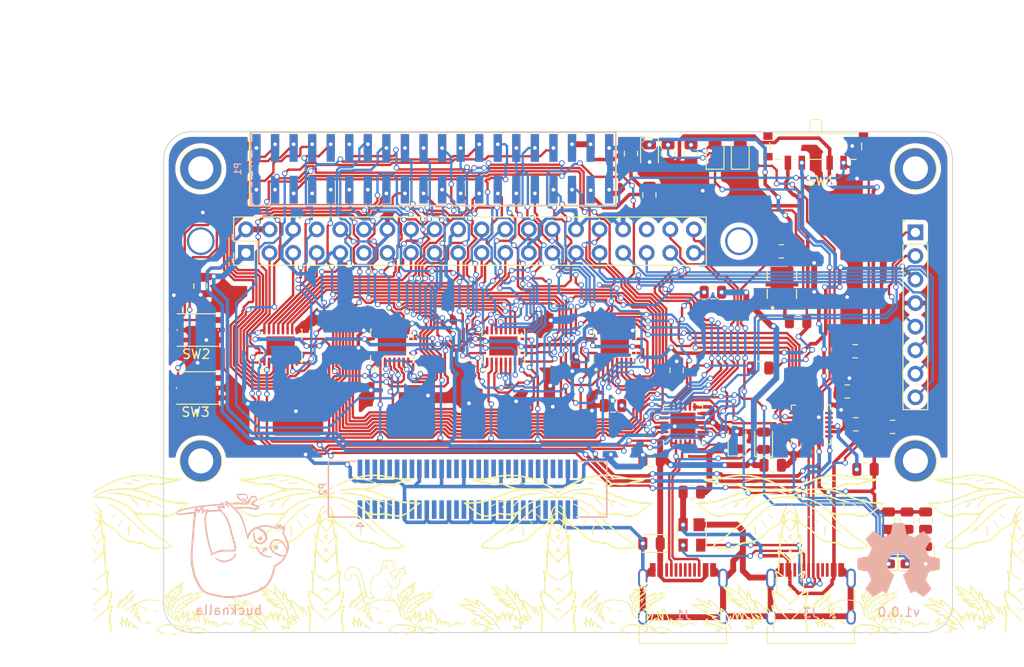
<source format=kicad_pcb>
(kicad_pcb (version 20171130) (host pcbnew "(5.1.6)-1")
  (title_block (title "Ultra96 Board GPIO Mezzanine") (date 2020-11-22) (rev 1.0.0) (company "Alex Bucknall") (comment 1 RevB))
  (layers (0 F.Cu signal) (31 B.Cu signal) (34 B.Paste user) (35 F.Paste user) (36 B.SilkS user) (37 F.SilkS user) (38 B.Mask user) (39 F.Mask user) (44 Edge.Cuts user))
  (net 0 "")
  (net 1 +1V8)
  (net 2 GND)
  (net 3 +5V)
  (net 4 I2C0_SCL)
  (net 5 I2C0_SDA)
  (net 6 I2C1_SCL)
  (net 7 I2C1_SDA)
  (net 8 PWR_BTN_N)
  (net 9 RST_BTN_N)
  (net 10 SYS_DCIN)
  (net 11 GPIO_B)
  (net 12 GPIO_A)
  (net 13 SPIO_SCL)
  (net 14 SPIO_DIN)
  (net 15 SPIO_CS)
  (net 16 SPIO_DOUT)
  (net 17 PCM_FS)
  (net 18 PCM_CLK)
  (net 19 PCM_DO)
  (net 20 PCM_DI)
  (net 21 GPIO_D)
  (net 22 GPIO_F)
  (net 23 GPIO_H)
  (net 24 GPIO_J)
  (net 25 GPIO_L)
  (net 26 UART1_TX)
  (net 27 UART1_RX)
  (net 28 GPIO_C)
  (net 29 GPIO_E)
  (net 30 GPIO_G)
  (net 31 GPIO_I)
  (net 32 GPIO_K)
  (net 33 UART0_CTS)
  (net 34 UART0_TX)
  (net 35 UART0_RX)
  (net 36 UART0_RTS)
  (net 37 DSI_D0+)
  (net 38 CSI0_D3-)
  (net 39 DSI_D0-)
  (net 40 CSI0_D3+)
  (net 41 DSI_CLK-)
  (net 42 CSI0_D2-)
  (net 43 DSI_CLK+)
  (net 44 CSI0_D2+)
  (net 45 CLK1/CSI1_MCLK)
  (net 46 CSI0_D1-)
  (net 47 CLK0/CSI0_MCLK)
  (net 48 CSI0_D1+)
  (net 49 SD_CMD/SPI1_DIN)
  (net 50 CSI0_D0-)
  (net 51 SD_SCLK/SPI1_SCLK)
  (net 52 SD_DAT3/SPI1_CS)
  (net 53 CSI0_D0+)
  (net 54 SD_DAT2)
  (net 55 SD_DAT1)
  (net 56 CSI0_C-)
  (net 57 CSI0_C+)
  (net 58 SD_DAT0/SPI1_DOUT)
  (net 59 DSI_D3-)
  (net 60 I2C3_SCL)
  (net 61 CSI1_D1-)
  (net 62 CSI1_C-)
  (net 63 DSI_D3+)
  (net 64 I2C3_SDA)
  (net 65 DSI_D1-)
  (net 66 USB_D-)
  (net 67 DSI_D2-)
  (net 68 USB_D+)
  (net 69 DSI_D1+)
  (net 70 CSI1_D1+)
  (net 71 CSI1_D0+)
  (net 72 I2C2_SCL)
  (net 73 DSI_D2+)
  (net 74 CSI1_D0-)
  (net 75 I2C2_SDA)
  (net 76 CSI1_C+)
  (net 77 HSIC_STR)
  (net 78 D+)
  (net 79 D-)
  (net 80 VBUS)
  (net 81 "Net-(U2-Pad24)")
  (net 82 "Net-(U2-Pad23)")
  (net 83 "Net-(U2-Pad22)")
  (net 84 UART0_RX_O)
  (net 85 UART0_TX_O)
  (net 86 UART0_CTS_O)
  (net 87 UART0_RTS_O)
  (net 88 "Net-(U2-Pad17)")
  (net 89 "Net-(U2-Pad16)")
  (net 90 "Net-(U2-Pad15)")
  (net 91 "Net-(D1-Pad1)")
  (net 92 "Net-(D2-Pad1)")
  (net 93 "Net-(U2-Pad12)")
  (net 94 "Net-(U2-Pad11)")
  (net 95 "Net-(U2-Pad10)")
  (net 96 "Net-(R3-Pad2)")
  (net 97 "Net-(R1-Pad2)")
  (net 98 +3V3)
  (net 99 "Net-(U2-Pad1)")
  (net 100 VCCB)
  (net 101 "Net-(J1-PadB8)")
  (net 102 "Net-(J1-PadA8)")
  (net 103 CC1)
  (net 104 CC2)
  (net 105 "Net-(U4-Pad19)")
  (net 106 "Net-(R6-Pad1)")
  (net 107 "Net-(U4-Pad17)")
  (net 108 "Net-(U4-Pad11)")
  (net 109 "Net-(U4-Pad6)")
  (net 110 "Net-(U4-Pad3)")
  (net 111 "Net-(P2-Pad60)")
  (net 112 PCM_DO_RPI)
  (net 113 PCM_DI_RPI)
  (net 114 GPIO_K_RPI)
  (net 115 "Net-(P1-Pad36)")
  (net 116 PCM_FS_RPI)
  (net 117 GPIO_L_RPI)
  (net 118 GPIO_B_RPI)
  (net 119 GPIO_J_RPI)
  (net 120 GPIO_I_RPI)
  (net 121 I2C1_SCL_RPI)
  (net 122 I2C1_SDA_RPI)
  (net 123 GPIO_H_RPI)
  (net 124 SPIO_CS_RPI)
  (net 125 SPIO_SCL_RPI)
  (net 126 GPIO_G_RPI)
  (net 127 SPIO_DIN_RPI)
  (net 128 SPIO_DOUT_RPI)
  (net 129 GPIO_F_RPI)
  (net 130 GPIO_E_RPI)
  (net 131 GPIO_D_RPI)
  (net 132 GPIO_C_RPI)
  (net 133 PCM_CLK_RPI)
  (net 134 "Net-(P1-Pad11)")
  (net 135 UART1_RX_RPI)
  (net 136 UART1_TX_RPI)
  (net 137 GPIO_A_RPI)
  (net 138 I2C0_SCL_RPI)
  (net 139 I2C0_SDA_RPI)
  (net 140 "Net-(J3-PadB8)")
  (net 141 "Net-(J3-PadA5)")
  (net 142 "Net-(J3-PadA8)")
  (net 143 "Net-(J3-PadB5)")
  (net 144 "Net-(J1-PadB7)")
  (net 145 "Net-(J1-PadA7)")
  (net 146 "Net-(J1-PadB6)")
  (net 147 "Net-(J1-PadA6)")
  (net 148 +2V8)
  (net 149 "Net-(C7-Pad1)")
  (net 150 VBUS_PWR)
  (net 151 "Net-(C8-Pad2)")
  (net 152 "Net-(D1-Pad2)")
  (net 153 "Net-(D2-Pad2)")
  (net 154 "Net-(Q1-Pad4)")
  (net 155 "Net-(R8-Pad2)")
  (net 156 "Net-(R9-Pad2)")
  (net 157 "Net-(U7-Pad13)")
  (net 158 "Net-(U7-Pad12)")
  (net 159 "Net-(U7-Pad8)")
  (net 160 "Net-(U7-Pad9)")
  (net 161 "Net-(D8-Pad2)")
  (net 162 "Net-(D8-Pad1)")
  (net 163 "Net-(D9-Pad2)")
  (net 164 "Net-(D9-Pad1)")
  (net 165 "Net-(D10-Pad2)")
  (net 166 "Net-(D10-Pad1)")
  (net 167 "Net-(P2-Pad59)")
  (net 168 "Net-(Q1-Pad1)")
  (module STL6P3LLH6:TRANS_STL6P3LLH6 (layer F.Cu) (at 166.6115 116.4852 90)
    (fp_text reference Q1 hide)
    (fp_text value STL6P3LLH6)
    (fp_poly (pts (xy -0.5 -1.225) (xy -0.5 1.225) (xy -0.2 1.225) (xy -0.2 1.755) (xy 0.2 1.755) (xy 0.2 1.225) (xy 1.9 1.225) (xy 1.9 -1.225) (xy 0.2 -1.225) (xy 0.2 -1.755) (xy -0.2 -1.755) (xy -0.2 -1.225)) (layer F.Cu) (width 0.01))
    (pad 5_8 smd rect (at 0.7 0 90) (size 2.4 2.45) (layers F.Cu) (net 10 SYS_DCIN))
    (pad 4 smd rect (at -1.525 0.975 90) (size 0.75 0.4) (layers F.Cu F.Paste F.Mask) (net 154 "Net-(Q1-Pad4)"))
    (pad 1 smd rect (at -1.525 -0.975 90) (size 0.75 0.4) (layers F.Cu F.Paste F.Mask) (net 168 "Net-(Q1-Pad1)"))
    (pad 3 smd rect (at -1.525 0.325 90) (size 0.75 0.4) (layers F.Cu F.Paste F.Mask) (net 168 "Net-(Q1-Pad1)"))
    (pad 2 smd rect (at -1.525 -0.325 90) (size 0.75 0.4) (layers F.Cu F.Paste F.Mask) (net 168 "Net-(Q1-Pad1)"))
  )
  (module Symbol:OSHW-Symbol_8.9x8mm_SilkScreen (layer B.Cu) (at 179.2 146.2 180)
    (fp_text reference REF** hide)
    (fp_text value OSHW-Symbol_8.9x8mm_SilkScreen hide)
  )
  (module 96boards:96Boards_CE_outline_std (layer F.Cu) (at 100 154)
    (fp_text reference REF** hide)
    (fp_text value "96Boards CE Outline Standard" hide)
    (pad 1 thru_hole circle (at 81 -50) (size 4.5 4.5) (drill 2.7) (layers *.Cu *.Mask))
    (pad 1 thru_hole circle (at 4 -50) (size 4.5 4.5) (drill 2.7) (layers *.Cu *.Mask))
    (pad 1 thru_hole circle (at 81 -18.5) (size 4.5 4.5) (drill 2.7) (layers *.Cu *.Mask))
    (pad 1 thru_hole circle (at 4 -18.5) (size 4.5 4.5) (drill 2.7) (layers *.Cu *.Mask))
  )
  (module 96boards:Hole_2.5MM (layer F.Cu) (at 104 111.8)
    (fp_text reference H1 hide)
    (fp_text value MountingHole hide)
    (pad 1 thru_hole circle (at 0 0) (size 3 3) (drill 2.5) (layers *.Cu *.Mask))
  )
  (module Resistor_SMD:R_0805_2012Metric (layer F.Cu) (at 180.1 141.9375 270)
    (fp_text reference R13 hide)
    (fp_text value 1K)
    (pad 2 smd roundrect (at 0.9375 0 270) (size 0.975 1.4) (layers F.Cu F.Paste F.Mask) (net 165 "Net-(D10-Pad2)"))
    (pad 1 smd roundrect (at -0.9375 0 270) (size 0.975 1.4) (layers F.Cu F.Paste F.Mask) (net 98 +3V3))
  )
  (module Resistor_SMD:R_0805_2012Metric (layer F.Cu) (at 182.1 141.9375 270)
    (fp_text reference R12 hide)
    (fp_text value 1K)
    (pad 2 smd roundrect (at 0.9375 0 270) (size 0.975 1.4) (layers F.Cu F.Paste F.Mask) (net 163 "Net-(D9-Pad2)"))
    (pad 1 smd roundrect (at -0.9375 0 270) (size 0.975 1.4) (layers F.Cu F.Paste F.Mask) (net 98 +3V3))
  )
  (module Resistor_SMD:R_0805_2012Metric (layer F.Cu) (at 178.1 141.9375 270)
    (fp_text reference R11 hide)
    (fp_text value 1K)
    (pad 2 smd roundrect (at 0.9375 0 270) (size 0.975 1.4) (layers F.Cu F.Paste F.Mask) (net 161 "Net-(D8-Pad2)"))
    (pad 1 smd roundrect (at -0.9375 0 270) (size 0.975 1.4) (layers F.Cu F.Paste F.Mask) (net 98 +3V3))
  )
  (module LED_SMD:LED_0805_2012Metric (layer F.Cu) (at 180.1 145.6625 90)
    (fp_text reference D10 hide)
    (fp_text value LED)
    (pad 2 smd roundrect (at 0.9375 0 90) (size 0.975 1.4) (layers F.Cu F.Paste F.Mask) (net 165 "Net-(D10-Pad2)"))
    (pad 1 smd roundrect (at -0.9375 0 90) (size 0.975 1.4) (layers F.Cu F.Paste F.Mask) (net 166 "Net-(D10-Pad1)"))
  )
  (module LED_SMD:LED_0805_2012Metric (layer F.Cu) (at 182.1 145.6625 90)
    (fp_text reference D9 hide)
    (fp_text value LED)
    (pad 2 smd roundrect (at 0.9375 0 90) (size 0.975 1.4) (layers F.Cu F.Paste F.Mask) (net 163 "Net-(D9-Pad2)"))
    (pad 1 smd roundrect (at -0.9375 0 90) (size 0.975 1.4) (layers F.Cu F.Paste F.Mask) (net 164 "Net-(D9-Pad1)"))
  )
  (module LED_SMD:LED_0805_2012Metric (layer F.Cu) (at 178.1 145.6625 90)
    (fp_text reference D8 hide)
    (fp_text value LED)
    (pad 2 smd roundrect (at 0.9375 0 90) (size 0.975 1.4) (layers F.Cu F.Paste F.Mask) (net 161 "Net-(D8-Pad2)"))
    (pad 1 smd roundrect (at -0.9375 0 90) (size 0.975 1.4) (layers F.Cu F.Paste F.Mask) (net 162 "Net-(D8-Pad1)"))
  )
  (module Ultra96:sloth (layer B.Cu) (at 108 146.4 180)
    (fp_text reference G*** hide)
    (fp_text value LOGO hide)
  )
  (module Ultra96:no-monkey (layer F.Cu) (at 180 145.5)
    (fp_text reference G*** hide)
    (fp_text value LOGO hide)
  )
  (module Ultra96:no-monkey (layer F.Cu) (at 155 145.5)
    (fp_text reference G*** hide)
    (fp_text value LOGO hide)
  )
  (module Ultra96:monkey (layer F.Cu) (at 130 145.5)
    (fp_text reference G*** hide)
    (fp_text value LOGO hide)
  )
  (module Ultra96:no-monkey (layer F.Cu) (at 105 145.5)
    (fp_text reference G*** hide)
    (fp_text value LOGO hide)
  )
  (module Connector_PinHeader_2.54mm:PinHeader_2x20_P2.54mm_Vertical (layer F.Cu) (at 133 111.8 90)
    (fp_text reference P1 hide)
    (fp_text value CONN_02X20)
    (pad 40 thru_hole oval (at 1.27 24.13 90) (size 1.7 1.7) (drill 1) (layers *.Cu *.Mask) (net 112 PCM_DO_RPI))
    (pad 39 thru_hole oval (at -1.27 24.13 90) (size 1.7 1.7) (drill 1) (layers *.Cu *.Mask) (net 2 GND))
    (pad 38 thru_hole oval (at 1.27 21.59 90) (size 1.7 1.7) (drill 1) (layers *.Cu *.Mask) (net 113 PCM_DI_RPI))
    (pad 37 thru_hole oval (at -1.27 21.59 90) (size 1.7 1.7) (drill 1) (layers *.Cu *.Mask) (net 114 GPIO_K_RPI))
    (pad 36 thru_hole oval (at 1.27 19.05 90) (size 1.7 1.7) (drill 1) (layers *.Cu *.Mask) (net 115 "Net-(P1-Pad36)"))
    (pad 35 thru_hole oval (at -1.27 19.05 90) (size 1.7 1.7) (drill 1) (layers *.Cu *.Mask) (net 116 PCM_FS_RPI))
    (pad 34 thru_hole oval (at 1.27 16.51 90) (size 1.7 1.7) (drill 1) (layers *.Cu *.Mask) (net 2 GND))
    (pad 33 thru_hole oval (at -1.27 16.51 90) (size 1.7 1.7) (drill 1) (layers *.Cu *.Mask) (net 117 GPIO_L_RPI))
    (pad 32 thru_hole oval (at 1.27 13.97 90) (size 1.7 1.7) (drill 1) (layers *.Cu *.Mask) (net 118 GPIO_B_RPI))
    (pad 31 thru_hole oval (at -1.27 13.97 90) (size 1.7 1.7) (drill 1) (layers *.Cu *.Mask) (net 119 GPIO_J_RPI))
    (pad 30 thru_hole oval (at 1.27 11.43 90) (size 1.7 1.7) (drill 1) (layers *.Cu *.Mask) (net 2 GND))
    (pad 29 thru_hole oval (at -1.27 11.43 90) (size 1.7 1.7) (drill 1) (layers *.Cu *.Mask) (net 120 GPIO_I_RPI))
    (pad 28 thru_hole oval (at 1.27 8.89 90) (size 1.7 1.7) (drill 1) (layers *.Cu *.Mask) (net 121 I2C1_SCL_RPI))
    (pad 27 thru_hole oval (at -1.27 8.89 90) (size 1.7 1.7) (drill 1) (layers *.Cu *.Mask) (net 122 I2C1_SDA_RPI))
    (pad 26 thru_hole oval (at 1.27 6.35 90) (size 1.7 1.7) (drill 1) (layers *.Cu *.Mask) (net 123 GPIO_H_RPI))
    (pad 25 thru_hole oval (at -1.27 6.35 90) (size 1.7 1.7) (drill 1) (layers *.Cu *.Mask) (net 2 GND))
    (pad 24 thru_hole oval (at 1.27 3.81 90) (size 1.7 1.7) (drill 1) (layers *.Cu *.Mask) (net 124 SPIO_CS_RPI))
    (pad 23 thru_hole oval (at -1.27 3.81 90) (size 1.7 1.7) (drill 1) (layers *.Cu *.Mask) (net 125 SPIO_SCL_RPI))
    (pad 22 thru_hole oval (at 1.27 1.27 90) (size 1.7 1.7) (drill 1) (layers *.Cu *.Mask) (net 126 GPIO_G_RPI))
    (pad 21 thru_hole oval (at -1.27 1.27 90) (size 1.7 1.7) (drill 1) (layers *.Cu *.Mask) (net 127 SPIO_DIN_RPI))
    (pad 20 thru_hole oval (at 1.27 -1.27 90) (size 1.7 1.7) (drill 1) (layers *.Cu *.Mask) (net 2 GND))
    (pad 19 thru_hole oval (at -1.27 -1.27 90) (size 1.7 1.7) (drill 1) (layers *.Cu *.Mask) (net 128 SPIO_DOUT_RPI))
    (pad 18 thru_hole oval (at 1.27 -3.81 90) (size 1.7 1.7) (drill 1) (layers *.Cu *.Mask) (net 129 GPIO_F_RPI))
    (pad 17 thru_hole oval (at -1.27 -3.81 90) (size 1.7 1.7) (drill 1) (layers *.Cu *.Mask) (net 98 +3V3))
    (pad 16 thru_hole oval (at 1.27 -6.35 90) (size 1.7 1.7) (drill 1) (layers *.Cu *.Mask) (net 130 GPIO_E_RPI))
    (pad 15 thru_hole oval (at -1.27 -6.35 90) (size 1.7 1.7) (drill 1) (layers *.Cu *.Mask) (net 131 GPIO_D_RPI))
    (pad 14 thru_hole oval (at 1.27 -8.89 90) (size 1.7 1.7) (drill 1) (layers *.Cu *.Mask) (net 2 GND))
    (pad 13 thru_hole oval (at -1.27 -8.89 90) (size 1.7 1.7) (drill 1) (layers *.Cu *.Mask) (net 132 GPIO_C_RPI))
    (pad 12 thru_hole oval (at 1.27 -11.43 90) (size 1.7 1.7) (drill 1) (layers *.Cu *.Mask) (net 133 PCM_CLK_RPI))
    (pad 11 thru_hole oval (at -1.27 -11.43 90) (size 1.7 1.7) (drill 1) (layers *.Cu *.Mask) (net 134 "Net-(P1-Pad11)"))
    (pad 10 thru_hole oval (at 1.27 -13.97 90) (size 1.7 1.7) (drill 1) (layers *.Cu *.Mask) (net 135 UART1_RX_RPI))
    (pad 9 thru_hole oval (at -1.27 -13.97 90) (size 1.7 1.7) (drill 1) (layers *.Cu *.Mask) (net 2 GND))
    (pad 8 thru_hole oval (at 1.27 -16.51 90) (size 1.7 1.7) (drill 1) (layers *.Cu *.Mask) (net 136 UART1_TX_RPI))
    (pad 7 thru_hole oval (at -1.27 -16.51 90) (size 1.7 1.7) (drill 1) (layers *.Cu *.Mask) (net 137 GPIO_A_RPI))
    (pad 6 thru_hole oval (at 1.27 -19.05 90) (size 1.7 1.7) (drill 1) (layers *.Cu *.Mask) (net 2 GND))
    (pad 5 thru_hole oval (at -1.27 -19.05 90) (size 1.7 1.7) (drill 1) (layers *.Cu *.Mask) (net 138 I2C0_SCL_RPI))
    (pad 4 thru_hole oval (at 1.27 -21.59 90) (size 1.7 1.7) (drill 1) (layers *.Cu *.Mask) (net 3 +5V))
    (pad 3 thru_hole oval (at -1.27 -21.59 90) (size 1.7 1.7) (drill 1) (layers *.Cu *.Mask) (net 139 I2C0_SDA_RPI))
    (pad 2 thru_hole oval (at 1.27 -24.13 90) (size 1.7 1.7) (drill 1) (layers *.Cu *.Mask) (net 3 +5V))
    (pad 1 thru_hole rect (at -1.27 -24.13 90) (size 1.7 1.7) (drill 1) (layers *.Cu *.Mask) (net 98 +3V3))
  )
  (module Ultra96:QFN50P450X350X100-21N (layer F.Cu) (at 148.6016 123.1004 90)
    (fp_text reference U7 hide)
    (fp_text value TXS0108EPW)
    (pad 9 smd rect (at -0.762 2.286 90) (size 0.26 0.86) (layers F.Cu F.Paste F.Mask) (net 160 "Net-(U7-Pad9)"))
    (pad 10 smd rect (at 0.762 2.286 90) (size 0.26 0.86) (layers F.Cu F.Paste F.Mask) (net 1 +1V8))
    (pad 19 smd rect (at 0.762 -2.286 90) (size 0.26 0.86) (layers F.Cu F.Paste F.Mask) (net 100 VCCB))
    (pad 20 smd rect (at -0.762 -2.286 90) (size 0.26 0.86) (layers F.Cu F.Paste F.Mask) (net 124 SPIO_CS_RPI))
    (pad 1 smd rect (at -1.685 -1.75 90) (size 0.86 0.26) (layers F.Cu F.Paste F.Mask) (net 15 SPIO_CS))
    (pad 2 smd rect (at -1.685 -1.25 90) (size 0.86 0.26) (layers F.Cu F.Paste F.Mask) (net 1 +1V8))
    (pad 3 smd rect (at -1.685 -0.75 90) (size 0.86 0.26) (layers F.Cu F.Paste F.Mask) (net 11 GPIO_B))
    (pad 4 smd rect (at -1.685 -0.25 90) (size 0.86 0.26) (layers F.Cu F.Paste F.Mask) (net 34 UART0_TX))
    (pad 5 smd rect (at -1.685 0.25 90) (size 0.86 0.26) (layers F.Cu F.Paste F.Mask) (net 35 UART0_RX))
    (pad 6 smd rect (at -1.685 0.75 90) (size 0.86 0.26) (layers F.Cu F.Paste F.Mask) (net 33 UART0_CTS))
    (pad 7 smd rect (at -1.685 1.25 90) (size 0.86 0.26) (layers F.Cu F.Paste F.Mask) (net 36 UART0_RTS))
    (pad 8 smd rect (at -1.685 1.75 90) (size 0.86 0.26) (layers F.Cu F.Paste F.Mask) (net 159 "Net-(U7-Pad8)"))
    (pad 11 smd rect (at 1.685 1.75 90) (size 0.86 0.26) (layers F.Cu F.Paste F.Mask) (net 2 GND))
    (pad 12 smd rect (at 1.685 1.25 90) (size 0.86 0.26) (layers F.Cu F.Paste F.Mask) (net 158 "Net-(U7-Pad12)"))
    (pad 13 smd rect (at 1.685 0.75 90) (size 0.86 0.26) (layers F.Cu F.Paste F.Mask) (net 157 "Net-(U7-Pad13)"))
    (pad 14 smd rect (at 1.685 0.25 90) (size 0.86 0.26) (layers F.Cu F.Paste F.Mask) (net 87 UART0_RTS_O))
    (pad 15 smd rect (at 1.685 -0.25 90) (size 0.86 0.26) (layers F.Cu F.Paste F.Mask) (net 86 UART0_CTS_O))
    (pad 16 smd rect (at 1.685 -0.75 90) (size 0.86 0.26) (layers F.Cu F.Paste F.Mask) (net 84 UART0_RX_O))
    (pad 17 smd rect (at 1.685 -1.25 90) (size 0.86 0.26) (layers F.Cu F.Paste F.Mask) (net 85 UART0_TX_O))
    (pad 18 smd rect (at 1.685 -1.75 90) (size 0.86 0.26) (layers F.Cu F.Paste F.Mask) (net 118 GPIO_B_RPI))
    (pad 21 smd rect (at 0 0 90) (size 2.05 3.05) (layers F.Cu F.Mask))
  )
  (module Ultra96:QFN50P450X350X100-21N (layer F.Cu) (at 136.6016 123.1004 90)
    (fp_text reference U6 hide)
    (fp_text value TXS0108EPW)
    (pad 9 smd rect (at -0.762 2.286 90) (size 0.26 0.86) (layers F.Cu F.Paste F.Mask) (net 27 UART1_RX))
    (pad 10 smd rect (at 0.762 2.286 90) (size 0.26 0.86) (layers F.Cu F.Paste F.Mask) (net 1 +1V8))
    (pad 19 smd rect (at 0.762 -2.286 90) (size 0.26 0.86) (layers F.Cu F.Paste F.Mask) (net 100 VCCB))
    (pad 20 smd rect (at -0.762 -2.286 90) (size 0.26 0.86) (layers F.Cu F.Paste F.Mask) (net 130 GPIO_E_RPI))
    (pad 1 smd rect (at -1.685 -1.75 90) (size 0.86 0.26) (layers F.Cu F.Paste F.Mask) (net 29 GPIO_E))
    (pad 2 smd rect (at -1.685 -1.25 90) (size 0.86 0.26) (layers F.Cu F.Paste F.Mask) (net 1 +1V8))
    (pad 3 smd rect (at -1.685 -0.75 90) (size 0.86 0.26) (layers F.Cu F.Paste F.Mask) (net 30 GPIO_G))
    (pad 4 smd rect (at -1.685 -0.25 90) (size 0.86 0.26) (layers F.Cu F.Paste F.Mask) (net 31 GPIO_I))
    (pad 5 smd rect (at -1.685 0.25 90) (size 0.86 0.26) (layers F.Cu F.Paste F.Mask) (net 32 GPIO_K))
    (pad 6 smd rect (at -1.685 0.75 90) (size 0.86 0.26) (layers F.Cu F.Paste F.Mask) (net 23 GPIO_H))
    (pad 7 smd rect (at -1.685 1.25 90) (size 0.86 0.26) (layers F.Cu F.Paste F.Mask) (net 22 GPIO_F))
    (pad 8 smd rect (at -1.685 1.75 90) (size 0.86 0.26) (layers F.Cu F.Paste F.Mask) (net 26 UART1_TX))
    (pad 11 smd rect (at 1.685 1.75 90) (size 0.86 0.26) (layers F.Cu F.Paste F.Mask) (net 2 GND))
    (pad 12 smd rect (at 1.685 1.25 90) (size 0.86 0.26) (layers F.Cu F.Paste F.Mask) (net 135 UART1_RX_RPI))
    (pad 13 smd rect (at 1.685 0.75 90) (size 0.86 0.26) (layers F.Cu F.Paste F.Mask) (net 136 UART1_TX_RPI))
    (pad 14 smd rect (at 1.685 0.25 90) (size 0.86 0.26) (layers F.Cu F.Paste F.Mask) (net 129 GPIO_F_RPI))
    (pad 15 smd rect (at 1.685 -0.25 90) (size 0.86 0.26) (layers F.Cu F.Paste F.Mask) (net 123 GPIO_H_RPI))
    (pad 16 smd rect (at 1.685 -0.75 90) (size 0.86 0.26) (layers F.Cu F.Paste F.Mask) (net 114 GPIO_K_RPI))
    (pad 17 smd rect (at 1.685 -1.25 90) (size 0.86 0.26) (layers F.Cu F.Paste F.Mask) (net 120 GPIO_I_RPI))
    (pad 18 smd rect (at 1.685 -1.75 90) (size 0.86 0.26) (layers F.Cu F.Paste F.Mask) (net 126 GPIO_G_RPI))
    (pad 21 smd rect (at 0 0 90) (size 2.05 3.05) (layers F.Cu F.Mask))
  )
  (module Ultra96:QFN50P450X350X100-21N (layer F.Cu) (at 124.6016 123.1004 90)
    (fp_text reference U5 hide)
    (fp_text value TXS0108EPW)
    (pad 9 smd rect (at -0.762 2.286 90) (size 0.26 0.86) (layers F.Cu F.Paste F.Mask) (net 18 PCM_CLK))
    (pad 10 smd rect (at 0.762 2.286 90) (size 0.26 0.86) (layers F.Cu F.Paste F.Mask) (net 1 +1V8))
    (pad 19 smd rect (at 0.762 -2.286 90) (size 0.26 0.86) (layers F.Cu F.Paste F.Mask) (net 100 VCCB))
    (pad 20 smd rect (at -0.762 -2.286 90) (size 0.26 0.86) (layers F.Cu F.Paste F.Mask) (net 122 I2C1_SDA_RPI))
    (pad 1 smd rect (at -1.685 -1.75 90) (size 0.86 0.26) (layers F.Cu F.Paste F.Mask) (net 7 I2C1_SDA))
    (pad 2 smd rect (at -1.685 -1.25 90) (size 0.86 0.26) (layers F.Cu F.Paste F.Mask) (net 1 +1V8))
    (pad 3 smd rect (at -1.685 -0.75 90) (size 0.86 0.26) (layers F.Cu F.Paste F.Mask) (net 6 I2C1_SCL))
    (pad 4 smd rect (at -1.685 -0.25 90) (size 0.86 0.26) (layers F.Cu F.Paste F.Mask) (net 24 GPIO_J))
    (pad 5 smd rect (at -1.685 0.25 90) (size 0.86 0.26) (layers F.Cu F.Paste F.Mask) (net 25 GPIO_L))
    (pad 6 smd rect (at -1.685 0.75 90) (size 0.86 0.26) (layers F.Cu F.Paste F.Mask) (net 17 PCM_FS))
    (pad 7 smd rect (at -1.685 1.25 90) (size 0.86 0.26) (layers F.Cu F.Paste F.Mask) (net 20 PCM_DI))
    (pad 8 smd rect (at -1.685 1.75 90) (size 0.86 0.26) (layers F.Cu F.Paste F.Mask) (net 19 PCM_DO))
    (pad 11 smd rect (at 1.685 1.75 90) (size 0.86 0.26) (layers F.Cu F.Paste F.Mask) (net 2 GND))
    (pad 12 smd rect (at 1.685 1.25 90) (size 0.86 0.26) (layers F.Cu F.Paste F.Mask) (net 133 PCM_CLK_RPI))
    (pad 13 smd rect (at 1.685 0.75 90) (size 0.86 0.26) (layers F.Cu F.Paste F.Mask) (net 112 PCM_DO_RPI))
    (pad 14 smd rect (at 1.685 0.25 90) (size 0.86 0.26) (layers F.Cu F.Paste F.Mask) (net 113 PCM_DI_RPI))
    (pad 15 smd rect (at 1.685 -0.25 90) (size 0.86 0.26) (layers F.Cu F.Paste F.Mask) (net 116 PCM_FS_RPI))
    (pad 16 smd rect (at 1.685 -0.75 90) (size 0.86 0.26) (layers F.Cu F.Paste F.Mask) (net 117 GPIO_L_RPI))
    (pad 17 smd rect (at 1.685 -1.25 90) (size 0.86 0.26) (layers F.Cu F.Paste F.Mask) (net 119 GPIO_J_RPI))
    (pad 18 smd rect (at 1.685 -1.75 90) (size 0.86 0.26) (layers F.Cu F.Paste F.Mask) (net 121 I2C1_SCL_RPI))
    (pad 21 smd rect (at 0 0 90) (size 2.05 3.05) (layers F.Cu F.Mask))
  )
  (module LevelShifter:QFN50P450X350X100-21N (layer F.Cu) (at 112.6016 123.1004 90)
    (fp_text reference U3 hide)
    (fp_text value TXS0108EPW)
    (pad 21 smd rect (at 0 0 90) (size 2.05 3.05) (layers F.Cu F.Mask))
    (pad 18 smd rect (at 1.685 -1.75 90) (size 0.86 0.26) (layers F.Cu F.Paste F.Mask) (net 138 I2C0_SCL_RPI))
    (pad 17 smd rect (at 1.685 -1.25 90) (size 0.86 0.26) (layers F.Cu F.Paste F.Mask) (net 137 GPIO_A_RPI))
    (pad 16 smd rect (at 1.685 -0.75 90) (size 0.86 0.26) (layers F.Cu F.Paste F.Mask) (net 132 GPIO_C_RPI))
    (pad 15 smd rect (at 1.685 -0.25 90) (size 0.86 0.26) (layers F.Cu F.Paste F.Mask) (net 131 GPIO_D_RPI))
    (pad 14 smd rect (at 1.685 0.25 90) (size 0.86 0.26) (layers F.Cu F.Paste F.Mask) (net 128 SPIO_DOUT_RPI))
    (pad 13 smd rect (at 1.685 0.75 90) (size 0.86 0.26) (layers F.Cu F.Paste F.Mask) (net 127 SPIO_DIN_RPI))
    (pad 12 smd rect (at 1.685 1.25 90) (size 0.86 0.26) (layers F.Cu F.Paste F.Mask) (net 125 SPIO_SCL_RPI))
    (pad 11 smd rect (at 1.685 1.75 90) (size 0.86 0.26) (layers F.Cu F.Paste F.Mask) (net 2 GND))
    (pad 8 smd rect (at -1.685 1.75 90) (size 0.86 0.26) (layers F.Cu F.Paste F.Mask) (net 14 SPIO_DIN))
    (pad 7 smd rect (at -1.685 1.25 90) (size 0.86 0.26) (layers F.Cu F.Paste F.Mask) (net 16 SPIO_DOUT))
    (pad 6 smd rect (at -1.685 0.75 90) (size 0.86 0.26) (layers F.Cu F.Paste F.Mask) (net 21 GPIO_D))
    (pad 5 smd rect (at -1.685 0.25 90) (size 0.86 0.26) (layers F.Cu F.Paste F.Mask) (net 28 GPIO_C))
    (pad 4 smd rect (at -1.685 -0.25 90) (size 0.86 0.26) (layers F.Cu F.Paste F.Mask) (net 12 GPIO_A))
    (pad 3 smd rect (at -1.685 -0.75 90) (size 0.86 0.26) (layers F.Cu F.Paste F.Mask) (net 4 I2C0_SCL))
    (pad 2 smd rect (at -1.685 -1.25 90) (size 0.86 0.26) (layers F.Cu F.Paste F.Mask) (net 1 +1V8))
    (pad 1 smd rect (at -1.685 -1.75 90) (size 0.86 0.26) (layers F.Cu F.Paste F.Mask) (net 5 I2C0_SDA))
    (pad 20 smd rect (at -0.762 -2.286 90) (size 0.26 0.86) (layers F.Cu F.Paste F.Mask) (net 139 I2C0_SDA_RPI))
    (pad 19 smd rect (at 0.762 -2.286 90) (size 0.26 0.86) (layers F.Cu F.Paste F.Mask) (net 100 VCCB))
    (pad 10 smd rect (at 0.762 2.286 90) (size 0.26 0.86) (layers F.Cu F.Paste F.Mask) (net 1 +1V8))
    (pad 9 smd rect (at -0.762 2.286 90) (size 0.26 0.86) (layers F.Cu F.Paste F.Mask) (net 13 SPIO_SCL))
  )
  (module Button_Switch_SMD:SW_Push_1P1T_NO_Vertical_Wuerth_434133025816 (layer F.Cu) (at 103.59 127.63 180)
    (fp_text reference SW3 (at 0.15 -2.6) (layer F.SilkS))
    (fp_text value RST_BTN)
    (pad 2 smd rect (at 2.05 1.075 180) (size 1.05 0.65) (layers F.Cu F.Paste F.Mask) (net 9 RST_BTN_N))
    (pad 1 smd rect (at 2.075 -1.075 180) (size 1.05 0.65) (layers F.Cu F.Paste F.Mask) (net 2 GND))
    (pad 2 smd rect (at -2.075 1.075 180) (size 1.05 0.65) (layers F.Cu F.Paste F.Mask) (net 9 RST_BTN_N))
    (pad 1 smd rect (at -2.075 -1.075 180) (size 1.05 0.65) (layers F.Cu F.Paste F.Mask) (net 2 GND))
  )
  (module Button_Switch_SMD:SW_Push_1P1T_NO_Vertical_Wuerth_434133025816 (layer F.Cu) (at 103.66 121.38 180)
    (fp_text reference SW2 (at 0.15 -2.6) (layer F.SilkS))
    (fp_text value PWR_BTN)
    (pad 2 smd rect (at 2.05 1.075 180) (size 1.05 0.65) (layers F.Cu F.Paste F.Mask) (net 8 PWR_BTN_N))
    (pad 1 smd rect (at 2.075 -1.075 180) (size 1.05 0.65) (layers F.Cu F.Paste F.Mask) (net 2 GND))
    (pad 2 smd rect (at -2.075 1.075 180) (size 1.05 0.65) (layers F.Cu F.Paste F.Mask) (net 8 PWR_BTN_N))
    (pad 1 smd rect (at -2.075 -1.075 180) (size 1.05 0.65) (layers F.Cu F.Paste F.Mask) (net 2 GND))
  )
  (module Button_Switch_SMD:SW_SP3T_PCM13 (layer F.Cu) (at 170.26 101.91 180)
    (fp_text reference SW1 (at -0.54 -3.39) (layer F.SilkS))
    (fp_text value SW_SP3T)
    (pad "" smd rect (at -5.15 -0.78 180) (size 1 0.8) (layers F.Cu F.Paste F.Mask))
    (pad "" smd rect (at 5.15 -0.78 180) (size 1 0.8) (layers F.Cu F.Paste F.Mask))
    (pad "" smd rect (at 5.15 1.43 180) (size 1 0.8) (layers F.Cu F.Paste F.Mask))
    (pad "" smd rect (at -5.15 1.43 180) (size 1 0.8) (layers F.Cu F.Paste F.Mask))
    (pad 4 smd rect (at 3 -1.43 180) (size 0.7 1.5) (layers F.Cu F.Paste F.Mask) (net 3 +5V))
    (pad 3 smd rect (at 1.5 -1.43 180) (size 0.7 1.5) (layers F.Cu F.Paste F.Mask) (net 100 VCCB))
    (pad 2 smd rect (at -1.5 -1.43 180) (size 0.7 1.5) (layers F.Cu F.Paste F.Mask) (net 98 +3V3))
    (pad 1 smd rect (at -3 -1.43 180) (size 0.7 1.5) (layers F.Cu F.Paste F.Mask) (net 1 +1V8))
    (pad "" np_thru_hole circle (at 2.5 0.33 180) (size 0.9 0.9) (drill 0.9) (layers *.Cu *.Mask))
    (pad "" np_thru_hole circle (at -2.5 0.33 180) (size 0.9 0.9) (drill 0.9) (layers *.Cu *.Mask))
  )
  (module Resistor_SMD:R_0805_2012Metric (layer F.Cu) (at 152.3367 106.8176 270)
    (fp_text reference R10 hide)
    (fp_text value 100)
    (pad 2 smd roundrect (at 0.9375 0 270) (size 0.975 1.4) (layers F.Cu F.Paste F.Mask) (net 154 "Net-(Q1-Pad4)"))
    (pad 1 smd roundrect (at -0.9375 0 270) (size 0.975 1.4) (layers F.Cu F.Paste F.Mask) (net 151 "Net-(C8-Pad2)"))
  )
  (module Resistor_SMD:R_0805_2012Metric (layer F.Cu) (at 166.5625 112.9 180)
    (fp_text reference R9 hide)
    (fp_text value 1K)
    (pad 2 smd roundrect (at 0.9375 0 180) (size 0.975 1.4) (layers F.Cu F.Paste F.Mask) (net 156 "Net-(R9-Pad2)"))
    (pad 1 smd roundrect (at -0.9375 0 180) (size 0.975 1.4) (layers F.Cu F.Paste F.Mask) (net 10 SYS_DCIN))
  )
  (module Resistor_SMD:R_0805_2012Metric (layer F.Cu) (at 164.2643 125.4762 180)
    (fp_text reference R8 hide)
    (fp_text value 22K)
    (pad 2 smd roundrect (at 0.9375 0 180) (size 0.975 1.4) (layers F.Cu F.Paste F.Mask) (net 155 "Net-(R8-Pad2)"))
    (pad 1 smd roundrect (at -0.9375 0 180) (size 0.975 1.4) (layers F.Cu F.Paste F.Mask) (net 154 "Net-(Q1-Pad4)"))
  )
  (module Resistor_SMD:R_0805_2012Metric (layer F.Cu) (at 168.3625 120.5)
    (fp_text reference R7 hide)
    (fp_text value 100K)
    (pad 2 smd roundrect (at 0.9375 0) (size 0.975 1.4) (layers F.Cu F.Paste F.Mask) (net 154 "Net-(Q1-Pad4)"))
    (pad 1 smd roundrect (at -0.9375 0) (size 0.975 1.4) (layers F.Cu F.Paste F.Mask) (net 168 "Net-(Q1-Pad1)"))
  )
  (module Resistor_SMD:R_0805_2012Metric (layer F.Cu) (at 159.1797 117.3101)
    (fp_text reference R6 hide)
    (fp_text value 1K)
    (pad 2 smd roundrect (at 0.9375 0) (size 0.975 1.4) (layers F.Cu F.Paste F.Mask) (net 150 VBUS_PWR))
    (pad 1 smd roundrect (at -0.9375 0) (size 0.975 1.4) (layers F.Cu F.Paste F.Mask) (net 106 "Net-(R6-Pad1)"))
  )
  (module Resistor_SMD:R_0805_2012Metric (layer F.Cu) (at 156.82 102.3575 90)
    (fp_text reference R5 hide)
    (fp_text value 75R)
    (pad 2 smd roundrect (at 0.9375 0 90) (size 0.975 1.4) (layers F.Cu F.Paste F.Mask) (net 152 "Net-(D1-Pad2)"))
    (pad 1 smd roundrect (at -0.9375 0 90) (size 0.975 1.4) (layers F.Cu F.Paste F.Mask) (net 98 +3V3))
  )
  (module Resistor_SMD:R_0805_2012Metric (layer F.Cu) (at 154.35 102.3575 90)
    (fp_text reference R4 hide)
    (fp_text value 75R)
    (pad 2 smd roundrect (at 0.9375 0 90) (size 0.975 1.4) (layers F.Cu F.Paste F.Mask) (net 153 "Net-(D2-Pad2)"))
    (pad 1 smd roundrect (at -0.9375 0 90) (size 0.975 1.4) (layers F.Cu F.Paste F.Mask) (net 98 +3V3))
  )
  (module Resistor_SMD:R_0805_2012Metric (layer F.Cu) (at 175.6262 136.4109 180)
    (fp_text reference R3 hide)
    (fp_text value 1K)
    (pad 2 smd roundrect (at 0.9375 0 180) (size 0.975 1.4) (layers F.Cu F.Paste F.Mask) (net 96 "Net-(R3-Pad2)"))
    (pad 1 smd roundrect (at -0.9375 0 180) (size 0.975 1.4) (layers F.Cu F.Paste F.Mask) (net 98 +3V3))
  )
  (module Resistor_SMD:R_0805_2012Metric (layer F.Cu) (at 173.6623 128.0162)
    (fp_text reference R2 hide)
    (fp_text value 47.5K)
    (pad 2 smd roundrect (at 0.9375 0) (size 0.975 1.4) (layers F.Cu F.Paste F.Mask) (net 97 "Net-(R1-Pad2)"))
    (pad 1 smd roundrect (at -0.9375 0) (size 0.975 1.4) (layers F.Cu F.Paste F.Mask) (net 2 GND))
  )
  (module Resistor_SMD:R_0805_2012Metric (layer F.Cu) (at 174.5721 131.5468 180)
    (fp_text reference R1 hide)
    (fp_text value 22.1K)
    (pad 2 smd roundrect (at 0.9375 0 180) (size 0.975 1.4) (layers F.Cu F.Paste F.Mask) (net 97 "Net-(R1-Pad2)"))
    (pad 1 smd roundrect (at -0.9375 0 180) (size 0.975 1.4) (layers F.Cu F.Paste F.Mask) (net 80 VBUS))
  )
  (module Diode_SMD:D_0805_2012Metric (layer F.Cu) (at 164.643 133.3225 90)
    (fp_text reference D7 hide)
    (fp_text value D_Schottky)
    (pad 2 smd roundrect (at 0.9375 0 90) (size 0.975 1.4) (layers F.Cu F.Paste F.Mask) (net 2 GND))
    (pad 1 smd roundrect (at -0.9375 0 90) (size 0.975 1.4) (layers F.Cu F.Paste F.Mask) (net 103 CC1))
  )
  (module Diode_SMD:D_0805_2012Metric (layer F.Cu) (at 152.5676 144.3992 180)
    (fp_text reference D6 hide)
    (fp_text value D_Schottky)
    (pad 2 smd roundrect (at 0.9375 0 180) (size 0.975 1.4) (layers F.Cu F.Paste F.Mask) (net 2 GND))
    (pad 1 smd roundrect (at -0.9375 0 180) (size 0.975 1.4) (layers F.Cu F.Paste F.Mask) (net 150 VBUS_PWR))
  )
  (module Diode_SMD:D_0805_2012Metric (layer F.Cu) (at 161.7855 133.2717 90)
    (fp_text reference D5 hide)
    (fp_text value D_Schottky)
    (pad 2 smd roundrect (at 0.9375 0 90) (size 0.975 1.4) (layers F.Cu F.Paste F.Mask) (net 2 GND))
    (pad 1 smd roundrect (at -0.9375 0 90) (size 0.975 1.4) (layers F.Cu F.Paste F.Mask) (net 104 CC2))
  )
  (module Diode_SMD:D_0805_2012Metric (layer F.Cu) (at 152.35 102.3575 270)
    (fp_text reference D4 hide)
    (fp_text value D_Schottky)
    (pad 2 smd roundrect (at 0.9375 0 270) (size 0.975 1.4) (layers F.Cu F.Paste F.Mask) (net 2 GND))
    (pad 1 smd roundrect (at -0.9375 0 270) (size 0.975 1.4) (layers F.Cu F.Paste F.Mask) (net 10 SYS_DCIN))
  )
  (module LED_SMD:LED_0805_2012Metric (layer F.Cu) (at 162.13 102.3575 90)
    (fp_text reference D2 hide)
    (fp_text value LED)
    (pad 2 smd roundrect (at 0.9375 0 90) (size 0.975 1.4) (layers F.Cu F.Paste F.Mask) (net 153 "Net-(D2-Pad2)"))
    (pad 1 smd roundrect (at -0.9375 0 90) (size 0.975 1.4) (layers F.Cu F.Paste F.Mask) (net 92 "Net-(D2-Pad1)"))
  )
  (module LED_SMD:LED_0805_2012Metric (layer F.Cu) (at 159.41 102.3575 90)
    (fp_text reference D1 hide)
    (fp_text value LED)
    (pad 2 smd roundrect (at 0.9375 0 90) (size 0.975 1.4) (layers F.Cu F.Paste F.Mask) (net 152 "Net-(D1-Pad2)"))
    (pad 1 smd roundrect (at -0.9375 0 90) (size 0.975 1.4) (layers F.Cu F.Paste F.Mask) (net 91 "Net-(D1-Pad1)"))
  )
  (module Capacitor_SMD:C_0805_2012Metric (layer F.Cu) (at 152.5757 135.3695 180)
    (fp_text reference C9 hide)
    (fp_text value 1uF)
    (pad 2 smd roundrect (at 0.9375 0 180) (size 0.975 1.4) (layers F.Cu F.Paste F.Mask) (net 2 GND))
    (pad 1 smd roundrect (at -0.9375 0 180) (size 0.975 1.4) (layers F.Cu F.Paste F.Mask) (net 150 VBUS_PWR))
  )
  (module Capacitor_SMD:C_0805_2012Metric (layer F.Cu) (at 150.35 102.3575 270)
    (fp_text reference C8 hide)
    (fp_text value C_Small)
    (pad 2 smd roundrect (at 0.9375 0 270) (size 0.975 1.4) (layers F.Cu F.Paste F.Mask) (net 151 "Net-(C8-Pad2)"))
    (pad 1 smd roundrect (at -0.9375 0 270) (size 0.975 1.4) (layers F.Cu F.Paste F.Mask) (net 10 SYS_DCIN))
  )
  (module Capacitor_SMD:C_0805_2012Metric (layer F.Cu) (at 155.2704 125.7152 90)
    (fp_text reference C7 hide)
    (fp_text value 1uF)
    (pad 2 smd roundrect (at 0.9375 0 90) (size 0.975 1.4) (layers F.Cu F.Paste F.Mask) (net 2 GND))
    (pad 1 smd roundrect (at -0.9375 0 90) (size 0.975 1.4) (layers F.Cu F.Paste F.Mask) (net 149 "Net-(C7-Pad1)"))
  )
  (module Capacitor_SMD:C_0805_2012Metric (layer F.Cu) (at 148.4228 129.5275 180)
    (fp_text reference C6 hide)
    (fp_text value 1uF)
    (pad 2 smd roundrect (at 0.9375 0 180) (size 0.975 1.4) (layers F.Cu F.Paste F.Mask) (net 2 GND))
    (pad 1 smd roundrect (at -0.9375 0 180) (size 0.975 1.4) (layers F.Cu F.Paste F.Mask) (net 148 +2V8))
  )
  (module Capacitor_SMD:C_0805_2012Metric (layer F.Cu) (at 165.6275 135.97)
    (fp_text reference C5 hide)
    (fp_text value 1uF)
    (pad 2 smd roundrect (at 0.9375 0) (size 0.975 1.4) (layers F.Cu F.Paste F.Mask) (net 2 GND))
    (pad 1 smd roundrect (at -0.9375 0) (size 0.975 1.4) (layers F.Cu F.Paste F.Mask) (net 150 VBUS_PWR))
  )
  (module Capacitor_SMD:C_0805_2012Metric (layer F.Cu) (at 178.5345 131.8262)
    (fp_text reference C4 hide)
    (fp_text value 0.1uF)
    (pad 2 smd roundrect (at 0.9375 0) (size 0.975 1.4) (layers F.Cu F.Paste F.Mask) (net 2 GND))
    (pad 1 smd roundrect (at -0.9375 0) (size 0.975 1.4) (layers F.Cu F.Paste F.Mask) (net 98 +3V3))
  )
  (module Capacitor_SMD:C_0805_2012Metric (layer F.Cu) (at 103.96 116.6375 270)
    (fp_text reference C3 hide)
    (fp_text value 4.7uF)
    (pad 2 smd roundrect (at 0.9375 0 270) (size 0.975 1.4) (layers F.Cu F.Paste F.Mask) (net 2 GND))
    (pad 1 smd roundrect (at -0.9375 0 270) (size 0.975 1.4) (layers F.Cu F.Paste F.Mask) (net 98 +3V3))
  )
  (module Capacitor_SMD:C_0805_2012Metric (layer F.Cu) (at 156.9125 138.86)
    (fp_text reference C2 hide)
    (fp_text value 0.1uF)
    (pad 2 smd roundrect (at 0.9375 0) (size 0.975 1.4) (layers F.Cu F.Paste F.Mask) (net 2 GND))
    (pad 1 smd roundrect (at -0.9375 0) (size 0.975 1.4) (layers F.Cu F.Paste F.Mask) (net 80 VBUS))
  )
  (module Capacitor_SMD:C_0805_2012Metric (layer F.Cu) (at 174.5132 123.6728 180)
    (fp_text reference C1 hide)
    (fp_text value 4.7uF)
    (pad 2 smd roundrect (at 0.9375 0 180) (size 0.975 1.4) (layers F.Cu F.Paste F.Mask) (net 2 GND))
    (pad 1 smd roundrect (at -0.9375 0 180) (size 0.975 1.4) (layers F.Cu F.Paste F.Mask) (net 80 VBUS))
  )
  (module Connector_PinHeader_2.54mm:PinHeader_1x08_P2.54mm_Vertical (layer F.Cu) (at 181 119.75)
    (fp_text reference J2 hide)
    (fp_text value Conn_01x08_Female)
    (pad 8 thru_hole oval (at 0 8.89) (size 1.7 1.7) (drill 1) (layers *.Cu *.Mask) (net 114 GPIO_K_RPI))
    (pad 7 thru_hole oval (at 0 6.35) (size 1.7 1.7) (drill 1) (layers *.Cu *.Mask) (net 117 GPIO_L_RPI))
    (pad 6 thru_hole oval (at 0 3.81) (size 1.7 1.7) (drill 1) (layers *.Cu *.Mask) (net 119 GPIO_J_RPI))
    (pad 5 thru_hole oval (at 0 1.27) (size 1.7 1.7) (drill 1) (layers *.Cu *.Mask) (net 120 GPIO_I_RPI))
    (pad 4 thru_hole oval (at 0 -1.27) (size 1.7 1.7) (drill 1) (layers *.Cu *.Mask) (net 2 GND))
    (pad 3 thru_hole oval (at 0 -3.81) (size 1.7 1.7) (drill 1) (layers *.Cu *.Mask) (net 100 VCCB))
    (pad 2 thru_hole oval (at 0 -6.35) (size 1.7 1.7) (drill 1) (layers *.Cu *.Mask) (net 139 I2C0_SDA_RPI))
    (pad 1 thru_hole rect (at 0 -8.89) (size 1.7 1.7) (drill 1) (layers *.Cu *.Mask) (net 138 I2C0_SCL_RPI))
  )
  (module Package_DFN_QFN:QFN-24-1EP_4x4mm_P0.5mm_EP2.7x2.7mm (layer F.Cu) (at 155.955 131.635 90)
    (fp_text reference U4 hide)
    (fp_text value STUSB4500QTR)
    (pad 25 smd rect (at 0 0 90) (size 2.7 2.7) (layers F.Cu F.Mask) (net 2 GND))
    (pad 24 smd roundrect (at -1.25 -1.9625 90) (size 0.25 0.825) (layers F.Cu F.Paste F.Mask) (net 150 VBUS_PWR))
    (pad 23 smd roundrect (at -0.75 -1.9625 90) (size 0.25 0.825) (layers F.Cu F.Paste F.Mask) (net 148 +2V8))
    (pad 22 smd roundrect (at -0.25 -1.9625 90) (size 0.25 0.825) (layers F.Cu F.Paste F.Mask) (net 98 +3V3))
    (pad 21 smd roundrect (at 0.25 -1.9625 90) (size 0.25 0.825) (layers F.Cu F.Paste F.Mask) (net 149 "Net-(C7-Pad1)"))
    (pad 20 smd roundrect (at 0.75 -1.9625 90) (size 0.25 0.825) (layers F.Cu F.Paste F.Mask) (net 164 "Net-(D9-Pad1)"))
    (pad 19 smd roundrect (at 1.25 -1.9625 90) (size 0.25 0.825) (layers F.Cu F.Paste F.Mask) (net 105 "Net-(U4-Pad19)"))
    (pad 18 smd roundrect (at 1.9625 -1.25 90) (size 0.825 0.25) (layers F.Cu F.Paste F.Mask) (net 106 "Net-(R6-Pad1)"))
    (pad 17 smd roundrect (at 1.9625 -0.75 90) (size 0.825 0.25) (layers F.Cu F.Paste F.Mask) (net 107 "Net-(U4-Pad17)"))
    (pad 16 smd roundrect (at 1.9625 -0.25 90) (size 0.825 0.25) (layers F.Cu F.Paste F.Mask) (net 155 "Net-(R8-Pad2)"))
    (pad 15 smd roundrect (at 1.9625 0.25 90) (size 0.825 0.25) (layers F.Cu F.Paste F.Mask) (net 162 "Net-(D8-Pad1)"))
    (pad 14 smd roundrect (at 1.9625 0.75 90) (size 0.825 0.25) (layers F.Cu F.Paste F.Mask) (net 166 "Net-(D10-Pad1)"))
    (pad 13 smd roundrect (at 1.9625 1.25 90) (size 0.825 0.25) (layers F.Cu F.Paste F.Mask) (net 2 GND))
    (pad 12 smd roundrect (at 1.25 1.9625 90) (size 0.25 0.825) (layers F.Cu F.Paste F.Mask) (net 2 GND))
    (pad 11 smd roundrect (at 0.75 1.9625 90) (size 0.25 0.825) (layers F.Cu F.Paste F.Mask) (net 108 "Net-(U4-Pad11)"))
    (pad 10 smd roundrect (at 0.25 1.9625 90) (size 0.25 0.825) (layers F.Cu F.Paste F.Mask) (net 2 GND))
    (pad 9 smd roundrect (at -0.25 1.9625 90) (size 0.25 0.825) (layers F.Cu F.Paste F.Mask) (net 156 "Net-(R9-Pad2)"))
    (pad 8 smd roundrect (at -0.75 1.9625 90) (size 0.25 0.825) (layers F.Cu F.Paste F.Mask) (net 139 I2C0_SDA_RPI))
    (pad 7 smd roundrect (at -1.25 1.9625 90) (size 0.25 0.825) (layers F.Cu F.Paste F.Mask) (net 138 I2C0_SCL_RPI))
    (pad 6 smd roundrect (at -1.9625 1.25 90) (size 0.825 0.25) (layers F.Cu F.Paste F.Mask) (net 109 "Net-(U4-Pad6)"))
    (pad 5 smd roundrect (at -1.9625 0.75 90) (size 0.825 0.25) (layers F.Cu F.Paste F.Mask) (net 104 CC2))
    (pad 4 smd roundrect (at -1.9625 0.25 90) (size 0.825 0.25) (layers F.Cu F.Paste F.Mask) (net 104 CC2))
    (pad 3 smd roundrect (at -1.9625 -0.25 90) (size 0.825 0.25) (layers F.Cu F.Paste F.Mask) (net 110 "Net-(U4-Pad3)"))
    (pad 2 smd roundrect (at -1.9625 -0.75 90) (size 0.825 0.25) (layers F.Cu F.Paste F.Mask) (net 103 CC1))
    (pad 1 smd roundrect (at -1.9625 -1.25 90) (size 0.825 0.25) (layers F.Cu F.Paste F.Mask) (net 103 CC1))
  )
  (module Connector_USB:USB_C_Receptacle_HRO_TYPE-C-31-M-12 (layer F.Cu) (at 169.75 151.3)
    (fp_text reference J3 (at -0.05 0.6 180) (layer B.SilkS) (effects (justify mirror)))
    (fp_text value USB_C_Receptacle_USB2.0)
    (pad B1 smd rect (at 3.25 -4.045) (size 0.6 1.45) (layers F.Cu F.Paste F.Mask) (net 2 GND))
    (pad A9 smd rect (at 2.45 -4.045) (size 0.6 1.45) (layers F.Cu F.Paste F.Mask) (net 80 VBUS))
    (pad B9 smd rect (at -2.45 -4.045) (size 0.6 1.45) (layers F.Cu F.Paste F.Mask) (net 80 VBUS))
    (pad B12 smd rect (at -3.25 -4.045) (size 0.6 1.45) (layers F.Cu F.Paste F.Mask) (net 2 GND))
    (pad A1 smd rect (at -3.25 -4.045) (size 0.6 1.45) (layers F.Cu F.Paste F.Mask) (net 2 GND))
    (pad A4 smd rect (at -2.45 -4.045) (size 0.6 1.45) (layers F.Cu F.Paste F.Mask) (net 80 VBUS))
    (pad B4 smd rect (at 2.45 -4.045) (size 0.6 1.45) (layers F.Cu F.Paste F.Mask) (net 80 VBUS))
    (pad A12 smd rect (at 3.25 -4.045) (size 0.6 1.45) (layers F.Cu F.Paste F.Mask) (net 2 GND))
    (pad B8 smd rect (at -1.75 -4.045) (size 0.3 1.45) (layers F.Cu F.Paste F.Mask) (net 140 "Net-(J3-PadB8)"))
    (pad A5 smd rect (at -1.25 -4.045) (size 0.3 1.45) (layers F.Cu F.Paste F.Mask) (net 141 "Net-(J3-PadA5)"))
    (pad B7 smd rect (at -0.75 -4.045) (size 0.3 1.45) (layers F.Cu F.Paste F.Mask) (net 79 D-))
    (pad A7 smd rect (at 0.25 -4.045) (size 0.3 1.45) (layers F.Cu F.Paste F.Mask) (net 79 D-))
    (pad B6 smd rect (at 0.75 -4.045) (size 0.3 1.45) (layers F.Cu F.Paste F.Mask) (net 78 D+))
    (pad A8 smd rect (at 1.25 -4.045) (size 0.3 1.45) (layers F.Cu F.Paste F.Mask) (net 142 "Net-(J3-PadA8)"))
    (pad B5 smd rect (at 1.75 -4.045) (size 0.3 1.45) (layers F.Cu F.Paste F.Mask) (net 143 "Net-(J3-PadB5)"))
    (pad A6 smd rect (at -0.25 -4.045) (size 0.3 1.45) (layers F.Cu F.Paste F.Mask) (net 78 D+))
    (pad S1 thru_hole oval (at 4.32 -3.13) (size 1 2.1) (drill oval 0.6 1.7) (layers *.Cu *.Mask) (net 2 GND))
    (pad S1 thru_hole oval (at -4.32 -3.13) (size 1 2.1) (drill oval 0.6 1.7) (layers *.Cu *.Mask) (net 2 GND))
    (pad "" np_thru_hole circle (at -2.89 -2.6) (size 0.65 0.65) (drill 0.65) (layers *.Cu *.Mask))
    (pad S1 thru_hole oval (at -4.32 1.05) (size 1 1.6) (drill oval 0.6 1.2) (layers *.Cu *.Mask) (net 2 GND))
    (pad "" np_thru_hole circle (at 2.89 -2.6) (size 0.65 0.65) (drill 0.65) (layers *.Cu *.Mask))
    (pad S1 thru_hole oval (at 4.32 1.05) (size 1 1.6) (drill oval 0.6 1.2) (layers *.Cu *.Mask) (net 2 GND))
  )
  (module 96boards:Socket_Strip_SMD_2x20_Pitch2mm (layer F.Cu) (at 110 105 90)
    (fp_text reference P3 hide)
    (fp_text value CONN_02X20)
    (pad 40 smd rect (at 3.65 38) (size 0.89 2.1) (layers F.Cu F.Paste F.Mask) (net 2 GND))
    (pad 38 smd rect (at 3.65 36) (size 0.89 2.1) (layers F.Cu F.Paste F.Mask) (net 10 SYS_DCIN))
    (pad 36 smd rect (at 3.65 34) (size 0.89 2.1) (layers F.Cu F.Paste F.Mask) (net 10 SYS_DCIN))
    (pad 34 smd rect (at 3.65 32) (size 0.89 2.1) (layers F.Cu F.Paste F.Mask) (net 25 GPIO_L))
    (pad 32 smd rect (at 3.65 30) (size 0.89 2.1) (layers F.Cu F.Paste F.Mask) (net 24 GPIO_J))
    (pad 30 smd rect (at 3.65 28) (size 0.89 2.1) (layers F.Cu F.Paste F.Mask) (net 23 GPIO_H))
    (pad 28 smd rect (at 3.65 26) (size 0.89 2.1) (layers F.Cu F.Paste F.Mask) (net 22 GPIO_F))
    (pad 26 smd rect (at 3.65 24) (size 0.89 2.1) (layers F.Cu F.Paste F.Mask) (net 21 GPIO_D))
    (pad 24 smd rect (at 3.65 22) (size 0.89 2.1) (layers F.Cu F.Paste F.Mask) (net 11 GPIO_B))
    (pad 22 smd rect (at 3.65 20) (size 0.89 2.1) (layers F.Cu F.Paste F.Mask) (net 20 PCM_DI))
    (pad 20 smd rect (at 3.65 18) (size 0.89 2.1) (layers F.Cu F.Paste F.Mask) (net 19 PCM_DO))
    (pad 18 smd rect (at 3.65 16) (size 0.89 2.1) (layers F.Cu F.Paste F.Mask) (net 18 PCM_CLK))
    (pad 16 smd rect (at 3.65 14) (size 0.89 2.1) (layers F.Cu F.Paste F.Mask) (net 17 PCM_FS))
    (pad 14 smd rect (at 3.65 12) (size 0.89 2.1) (layers F.Cu F.Paste F.Mask) (net 16 SPIO_DOUT))
    (pad 12 smd rect (at 3.65 10) (size 0.89 2.1) (layers F.Cu F.Paste F.Mask) (net 15 SPIO_CS))
    (pad 10 smd rect (at 3.65 8) (size 0.89 2.1) (layers F.Cu F.Paste F.Mask) (net 14 SPIO_DIN))
    (pad 8 smd rect (at 3.65 6) (size 0.89 2.1) (layers F.Cu F.Paste F.Mask) (net 13 SPIO_SCL))
    (pad 6 smd rect (at 3.65 4) (size 0.89 2.1) (layers F.Cu F.Paste F.Mask) (net 9 RST_BTN_N))
    (pad 39 smd rect (at -1.65 38) (size 0.89 2.1) (layers F.Cu F.Paste F.Mask) (net 2 GND))
    (pad 37 smd rect (at -1.65 36) (size 0.89 2.1) (layers F.Cu F.Paste F.Mask) (net 3 +5V))
    (pad 35 smd rect (at -1.65 34) (size 0.89 2.1) (layers F.Cu F.Paste F.Mask) (net 1 +1V8))
    (pad 33 smd rect (at -1.65 32) (size 0.89 2.1) (layers F.Cu F.Paste F.Mask) (net 32 GPIO_K))
    (pad 31 smd rect (at -1.65 30) (size 0.89 2.1) (layers F.Cu F.Paste F.Mask) (net 31 GPIO_I))
    (pad 29 smd rect (at -1.65 28) (size 0.89 2.1) (layers F.Cu F.Paste F.Mask) (net 30 GPIO_G))
    (pad 27 smd rect (at -1.65 26) (size 0.89 2.1) (layers F.Cu F.Paste F.Mask) (net 29 GPIO_E))
    (pad 25 smd rect (at -1.65 24) (size 0.89 2.1) (layers F.Cu F.Paste F.Mask) (net 28 GPIO_C))
    (pad 23 smd rect (at -1.65 22) (size 0.89 2.1) (layers F.Cu F.Paste F.Mask) (net 12 GPIO_A))
    (pad 21 smd rect (at -1.65 20) (size 0.89 2.1) (layers F.Cu F.Paste F.Mask) (net 7 I2C1_SDA))
    (pad 19 smd rect (at -1.65 18) (size 0.89 2.1) (layers F.Cu F.Paste F.Mask) (net 6 I2C1_SCL))
    (pad 17 smd rect (at -1.65 16) (size 0.89 2.1) (layers F.Cu F.Paste F.Mask) (net 5 I2C0_SDA))
    (pad 15 smd rect (at -1.65 14) (size 0.89 2.1) (layers F.Cu F.Paste F.Mask) (net 4 I2C0_SCL))
    (pad 13 smd rect (at -1.65 12) (size 0.89 2.1) (layers F.Cu F.Paste F.Mask) (net 27 UART1_RX))
    (pad 11 smd rect (at -1.65 10) (size 0.89 2.1) (layers F.Cu F.Paste F.Mask) (net 26 UART1_TX))
    (pad 9 smd rect (at -1.65 8) (size 0.89 2.1) (layers F.Cu F.Paste F.Mask) (net 36 UART0_RTS))
    (pad 7 smd rect (at -1.65 6) (size 0.89 2.1) (layers F.Cu F.Paste F.Mask) (net 35 UART0_RX))
    (pad 1 smd rect (at -1.65 0) (size 0.89 2.1) (layers F.Cu F.Paste F.Mask) (net 2 GND))
    (pad 2 smd rect (at 3.65 0) (size 0.89 2.1) (layers F.Cu F.Paste F.Mask) (net 2 GND))
    (pad 4 smd rect (at 3.65 2) (size 0.89 2.1) (layers F.Cu F.Paste F.Mask) (net 8 PWR_BTN_N))
    (pad 3 smd rect (at -1.65 2) (size 0.89 2.1) (layers F.Cu F.Paste F.Mask) (net 33 UART0_CTS))
    (pad 5 smd rect (at -1.65 4) (size 0.89 2.1) (layers F.Cu F.Paste F.Mask) (net 34 UART0_TX))
  )
  (module 96boards:61083-063400LF (layer B.Cu) (at 132.75 138.55)
    (fp_text reference P2 (at -15.6 0 90) (layer B.SilkS) (effects (font (size 0.7 0.7)) (justify mirror)))
    (fp_text value CONN_02X30)
    (pad "" np_thru_hole circle (at -14.1 0) (size 0.8 0.8) (drill 0.8) (layers *.Cu *.Mask))
    (pad 27 smd rect (at -1.2 2.2) (size 0.5 2) (layers B.Cu B.Paste B.Mask) (net 37 DSI_D0+))
    (pad 28 smd rect (at -1.2 -2.2) (size 0.5 2) (layers B.Cu B.Paste B.Mask) (net 38 CSI0_D3-))
    (pad 30 smd rect (at -0.4 -2.2) (size 0.5 2) (layers B.Cu B.Paste B.Mask) (net 2 GND))
    (pad 29 smd rect (at -0.4 2.2) (size 0.5 2) (layers B.Cu B.Paste B.Mask) (net 39 DSI_D0-))
    (pad 25 smd rect (at -2 2.2) (size 0.5 2) (layers B.Cu B.Paste B.Mask) (net 2 GND))
    (pad 26 smd rect (at -2 -2.2) (size 0.5 2) (layers B.Cu B.Paste B.Mask) (net 40 CSI0_D3+))
    (pad 24 smd rect (at -2.8 -2.2) (size 0.5 2) (layers B.Cu B.Paste B.Mask) (net 2 GND))
    (pad 23 smd rect (at -2.8 2.2) (size 0.5 2) (layers B.Cu B.Paste B.Mask) (net 41 DSI_CLK-))
    (pad 22 smd rect (at -3.6 -2.2) (size 0.5 2) (layers B.Cu B.Paste B.Mask) (net 42 CSI0_D2-))
    (pad 21 smd rect (at -3.6 2.2) (size 0.5 2) (layers B.Cu B.Paste B.Mask) (net 43 DSI_CLK+))
    (pad 19 smd rect (at -4.4 2.2) (size 0.5 2) (layers B.Cu B.Paste B.Mask) (net 2 GND))
    (pad 20 smd rect (at -4.4 -2.2) (size 0.5 2) (layers B.Cu B.Paste B.Mask) (net 44 CSI0_D2+))
    (pad 17 smd rect (at -5.2 2.2) (size 0.5 2) (layers B.Cu B.Paste B.Mask) (net 45 CLK1/CSI1_MCLK))
    (pad 18 smd rect (at -5.2 -2.2) (size 0.5 2) (layers B.Cu B.Paste B.Mask) (net 2 GND))
    (pad 16 smd rect (at -6 -2.2) (size 0.5 2) (layers B.Cu B.Paste B.Mask) (net 46 CSI0_D1-))
    (pad 15 smd rect (at -6 2.2) (size 0.5 2) (layers B.Cu B.Paste B.Mask) (net 47 CLK0/CSI0_MCLK))
    (pad 14 smd rect (at -6.8 -2.2) (size 0.5 2) (layers B.Cu B.Paste B.Mask) (net 48 CSI0_D1+))
    (pad 13 smd rect (at -6.8 2.2) (size 0.5 2) (layers B.Cu B.Paste B.Mask) (net 2 GND))
    (pad 12 smd rect (at -7.6 -2.2) (size 0.5 2) (layers B.Cu B.Paste B.Mask) (net 2 GND))
    (pad 11 smd rect (at -7.6 2.2) (size 0.5 2) (layers B.Cu B.Paste B.Mask) (net 49 SD_CMD/SPI1_DIN))
    (pad 10 smd rect (at -8.4 -2.2) (size 0.5 2) (layers B.Cu B.Paste B.Mask) (net 50 CSI0_D0-))
    (pad 9 smd rect (at -8.4 2.2) (size 0.5 2) (layers B.Cu B.Paste B.Mask) (net 51 SD_SCLK/SPI1_SCLK))
    (pad 7 smd rect (at -9.2 2.2) (size 0.5 2) (layers B.Cu B.Paste B.Mask) (net 52 SD_DAT3/SPI1_CS))
    (pad 8 smd rect (at -9.2 -2.2) (size 0.5 2) (layers B.Cu B.Paste B.Mask) (net 53 CSI0_D0+))
    (pad 5 smd rect (at -10 2.2) (size 0.5 2) (layers B.Cu B.Paste B.Mask) (net 54 SD_DAT2))
    (pad 6 smd rect (at -10 -2.2) (size 0.5 2) (layers B.Cu B.Paste B.Mask) (net 2 GND))
    (pad 3 smd rect (at -10.8 2.2) (size 0.5 2) (layers B.Cu B.Paste B.Mask) (net 55 SD_DAT1))
    (pad 4 smd rect (at -10.8 -2.2) (size 0.5 2) (layers B.Cu B.Paste B.Mask) (net 56 CSI0_C-))
    (pad 2 smd rect (at -11.6 -2.2) (size 0.5 2) (layers B.Cu B.Paste B.Mask) (net 57 CSI0_C+))
    (pad 1 smd rect (at -11.6 2.2) (size 0.5 2) (layers B.Cu B.Paste B.Mask) (net 58 SD_DAT0/SPI1_DOUT))
    (pad "" np_thru_hole circle (at 14.1 0) (size 1.2 1.2) (drill 1.2) (layers *.Cu *.Mask))
    (pad 47 smd rect (at 6.8 2.2) (size 0.5 2) (layers B.Cu B.Paste B.Mask) (net 59 DSI_D3-))
    (pad 59 smd rect (at 11.6 2.2) (size 0.5 2) (layers B.Cu B.Paste B.Mask) (net 167 "Net-(P2-Pad59)"))
    (pad 36 smd rect (at 2 -2.2) (size 0.5 2) (layers B.Cu B.Paste B.Mask) (net 60 I2C3_SCL))
    (pad 50 smd rect (at 7.6 -2.2) (size 0.5 2) (layers B.Cu B.Paste B.Mask) (net 61 CSI1_D1-))
    (pad 56 smd rect (at 10 -2.2) (size 0.5 2) (layers B.Cu B.Paste B.Mask) (net 62 CSI1_C-))
    (pad 60 smd rect (at 11.6 -2.2) (size 0.5 2) (layers B.Cu B.Paste B.Mask) (net 111 "Net-(P2-Pad60)"))
    (pad 52 smd rect (at 8.4 -2.2) (size 0.5 2) (layers B.Cu B.Paste B.Mask) (net 2 GND))
    (pad 49 smd rect (at 7.6 2.2) (size 0.5 2) (layers B.Cu B.Paste B.Mask) (net 2 GND))
    (pad 45 smd rect (at 6 2.2) (size 0.5 2) (layers B.Cu B.Paste B.Mask) (net 63 DSI_D3+))
    (pad 46 smd rect (at 6 -2.2) (size 0.5 2) (layers B.Cu B.Paste B.Mask) (net 2 GND))
    (pad 55 smd rect (at 10 2.2) (size 0.5 2) (layers B.Cu B.Paste B.Mask) (net 2 GND))
    (pad 58 smd rect (at 10.8 -2.2) (size 0.5 2) (layers B.Cu B.Paste B.Mask) (net 2 GND))
    (pad 31 smd rect (at 0.4 2.2) (size 0.5 2) (layers B.Cu B.Paste B.Mask) (net 2 GND))
    (pad 38 smd rect (at 2.8 -2.2) (size 0.5 2) (layers B.Cu B.Paste B.Mask) (net 64 I2C3_SDA))
    (pad 35 smd rect (at 2 2.2) (size 0.5 2) (layers B.Cu B.Paste B.Mask) (net 65 DSI_D1-))
    (pad 53 smd rect (at 9.2 2.2) (size 0.5 2) (layers B.Cu B.Paste B.Mask) (net 66 USB_D-))
    (pad 37 smd rect (at 2.8 2.2) (size 0.5 2) (layers B.Cu B.Paste B.Mask) (net 2 GND))
    (pad 41 smd rect (at 4.4 2.2) (size 0.5 2) (layers B.Cu B.Paste B.Mask) (net 67 DSI_D2-))
    (pad 51 smd rect (at 8.4 2.2) (size 0.5 2) (layers B.Cu B.Paste B.Mask) (net 68 USB_D+))
    (pad 33 smd rect (at 1.2 2.2) (size 0.5 2) (layers B.Cu B.Paste B.Mask) (net 69 DSI_D1+))
    (pad 48 smd rect (at 6.8 -2.2) (size 0.5 2) (layers B.Cu B.Paste B.Mask) (net 70 CSI1_D1+))
    (pad 40 smd rect (at 3.6 -2.2) (size 0.5 2) (layers B.Cu B.Paste B.Mask) (net 2 GND))
    (pad 42 smd rect (at 4.4 -2.2) (size 0.5 2) (layers B.Cu B.Paste B.Mask) (net 71 CSI1_D0+))
    (pad 32 smd rect (at 0.4 -2.2) (size 0.5 2) (layers B.Cu B.Paste B.Mask) (net 72 I2C2_SCL))
    (pad 39 smd rect (at 3.6 2.2) (size 0.5 2) (layers B.Cu B.Paste B.Mask) (net 73 DSI_D2+))
    (pad 43 smd rect (at 5.2 2.2) (size 0.5 2) (layers B.Cu B.Paste B.Mask) (net 2 GND))
    (pad 44 smd rect (at 5.2 -2.2) (size 0.5 2) (layers B.Cu B.Paste B.Mask) (net 74 CSI1_D0-))
    (pad 34 smd rect (at 1.2 -2.2) (size 0.5 2) (layers B.Cu B.Paste B.Mask) (net 75 I2C2_SDA))
    (pad 54 smd rect (at 9.2 -2.2) (size 0.5 2) (layers B.Cu B.Paste B.Mask) (net 76 CSI1_C+))
    (pad 57 smd rect (at 10.8 2.2) (size 0.5 2) (layers B.Cu B.Paste B.Mask) (net 77 HSIC_STR))
  )
  (module 96boards:Hole_2.5MM (layer F.Cu) (at 162 111.8)
    (fp_text reference H2 hide)
    (fp_text value MountingHole hide)
    (pad 1 thru_hole circle (at 0 0) (size 3 3) (drill 2.5) (layers *.Cu *.Mask))
  )
  (module Connector_USB:USB_C_Receptacle_HRO_TYPE-C-31-M-12 (layer F.Cu) (at 155.95 151.3)
    (fp_text reference J1 (at 0.05 0.8 180) (layer B.SilkS) (effects (justify mirror)))
    (fp_text value USB_C_Receptacle_USB2.0)
    (pad B1 smd rect (at 3.25 -4.045) (size 0.6 1.45) (layers F.Cu F.Paste F.Mask) (net 2 GND))
    (pad A9 smd rect (at 2.45 -4.045) (size 0.6 1.45) (layers F.Cu F.Paste F.Mask) (net 150 VBUS_PWR))
    (pad B9 smd rect (at -2.45 -4.045) (size 0.6 1.45) (layers F.Cu F.Paste F.Mask) (net 150 VBUS_PWR))
    (pad B12 smd rect (at -3.25 -4.045) (size 0.6 1.45) (layers F.Cu F.Paste F.Mask) (net 2 GND))
    (pad A1 smd rect (at -3.25 -4.045) (size 0.6 1.45) (layers F.Cu F.Paste F.Mask) (net 2 GND))
    (pad A4 smd rect (at -2.45 -4.045) (size 0.6 1.45) (layers F.Cu F.Paste F.Mask) (net 150 VBUS_PWR))
    (pad B4 smd rect (at 2.45 -4.045) (size 0.6 1.45) (layers F.Cu F.Paste F.Mask) (net 150 VBUS_PWR))
    (pad A12 smd rect (at 3.25 -4.045) (size 0.6 1.45) (layers F.Cu F.Paste F.Mask) (net 2 GND))
    (pad B8 smd rect (at -1.75 -4.045) (size 0.3 1.45) (layers F.Cu F.Paste F.Mask) (net 101 "Net-(J1-PadB8)"))
    (pad A5 smd rect (at -1.25 -4.045) (size 0.3 1.45) (layers F.Cu F.Paste F.Mask) (net 103 CC1))
    (pad B7 smd rect (at -0.75 -4.045) (size 0.3 1.45) (layers F.Cu F.Paste F.Mask) (net 144 "Net-(J1-PadB7)"))
    (pad A7 smd rect (at 0.25 -4.045) (size 0.3 1.45) (layers F.Cu F.Paste F.Mask) (net 145 "Net-(J1-PadA7)"))
    (pad B6 smd rect (at 0.75 -4.045) (size 0.3 1.45) (layers F.Cu F.Paste F.Mask) (net 146 "Net-(J1-PadB6)"))
    (pad A8 smd rect (at 1.25 -4.045) (size 0.3 1.45) (layers F.Cu F.Paste F.Mask) (net 102 "Net-(J1-PadA8)"))
    (pad B5 smd rect (at 1.75 -4.045) (size 0.3 1.45) (layers F.Cu F.Paste F.Mask) (net 104 CC2))
    (pad A6 smd rect (at -0.25 -4.045) (size 0.3 1.45) (layers F.Cu F.Paste F.Mask) (net 147 "Net-(J1-PadA6)"))
    (pad S1 thru_hole oval (at 4.32 -3.13) (size 1 2.1) (drill oval 0.6 1.7) (layers *.Cu *.Mask) (net 2 GND))
    (pad S1 thru_hole oval (at -4.32 -3.13) (size 1 2.1) (drill oval 0.6 1.7) (layers *.Cu *.Mask) (net 2 GND))
    (pad "" np_thru_hole circle (at -2.89 -2.6) (size 0.65 0.65) (drill 0.65) (layers *.Cu *.Mask))
    (pad S1 thru_hole oval (at -4.32 1.05) (size 1 1.6) (drill oval 0.6 1.2) (layers *.Cu *.Mask) (net 2 GND))
    (pad "" np_thru_hole circle (at 2.89 -2.6) (size 0.65 0.65) (drill 0.65) (layers *.Cu *.Mask))
    (pad S1 thru_hole oval (at 4.32 1.05) (size 1 1.6) (drill oval 0.6 1.2) (layers *.Cu *.Mask) (net 2 GND))
  )
  (module Package_DFN_QFN:QFN-24-1EP_4x4mm_P0.5mm_EP2.6x2.6mm (layer F.Cu) (at 169.75 131.59 90)
    (fp_text reference U2 hide)
    (fp_text value CP2102N-A01-GQFN24)
    (pad 25 smd rect (at 0 0 90) (size 2.6 2.6) (layers F.Cu F.Mask) (net 2 GND))
    (pad 24 smd roundrect (at -1.25 -1.9375 90) (size 0.25 0.825) (layers F.Cu F.Paste F.Mask) (net 81 "Net-(U2-Pad24)"))
    (pad 23 smd roundrect (at -0.75 -1.9375 90) (size 0.25 0.825) (layers F.Cu F.Paste F.Mask) (net 82 "Net-(U2-Pad23)"))
    (pad 22 smd roundrect (at -0.25 -1.9375 90) (size 0.25 0.825) (layers F.Cu F.Paste F.Mask) (net 83 "Net-(U2-Pad22)"))
    (pad 21 smd roundrect (at 0.25 -1.9375 90) (size 0.25 0.825) (layers F.Cu F.Paste F.Mask) (net 84 UART0_RX_O))
    (pad 20 smd roundrect (at 0.75 -1.9375 90) (size 0.25 0.825) (layers F.Cu F.Paste F.Mask) (net 85 UART0_TX_O))
    (pad 19 smd roundrect (at 1.25 -1.9375 90) (size 0.25 0.825) (layers F.Cu F.Paste F.Mask) (net 86 UART0_CTS_O))
    (pad 18 smd roundrect (at 1.9375 -1.25 90) (size 0.825 0.25) (layers F.Cu F.Paste F.Mask) (net 87 UART0_RTS_O))
    (pad 17 smd roundrect (at 1.9375 -0.75 90) (size 0.825 0.25) (layers F.Cu F.Paste F.Mask) (net 88 "Net-(U2-Pad17)"))
    (pad 16 smd roundrect (at 1.9375 -0.25 90) (size 0.825 0.25) (layers F.Cu F.Paste F.Mask) (net 89 "Net-(U2-Pad16)"))
    (pad 15 smd roundrect (at 1.9375 0.25 90) (size 0.825 0.25) (layers F.Cu F.Paste F.Mask) (net 90 "Net-(U2-Pad15)"))
    (pad 14 smd roundrect (at 1.9375 0.75 90) (size 0.825 0.25) (layers F.Cu F.Paste F.Mask) (net 91 "Net-(D1-Pad1)"))
    (pad 13 smd roundrect (at 1.9375 1.25 90) (size 0.825 0.25) (layers F.Cu F.Paste F.Mask) (net 92 "Net-(D2-Pad1)"))
    (pad 12 smd roundrect (at 1.25 1.9375 90) (size 0.25 0.825) (layers F.Cu F.Paste F.Mask) (net 93 "Net-(U2-Pad12)"))
    (pad 11 smd roundrect (at 0.75 1.9375 90) (size 0.25 0.825) (layers F.Cu F.Paste F.Mask) (net 94 "Net-(U2-Pad11)"))
    (pad 10 smd roundrect (at 0.25 1.9375 90) (size 0.25 0.825) (layers F.Cu F.Paste F.Mask) (net 95 "Net-(U2-Pad10)"))
    (pad 9 smd roundrect (at -0.25 1.9375 90) (size 0.25 0.825) (layers F.Cu F.Paste F.Mask) (net 96 "Net-(R3-Pad2)"))
    (pad 8 smd roundrect (at -0.75 1.9375 90) (size 0.25 0.825) (layers F.Cu F.Paste F.Mask) (net 97 "Net-(R1-Pad2)"))
    (pad 7 smd roundrect (at -1.25 1.9375 90) (size 0.25 0.825) (layers F.Cu F.Paste F.Mask) (net 3 +5V))
    (pad 6 smd roundrect (at -1.9375 1.25 90) (size 0.825 0.25) (layers F.Cu F.Paste F.Mask) (net 98 +3V3))
    (pad 5 smd roundrect (at -1.9375 0.75 90) (size 0.825 0.25) (layers F.Cu F.Paste F.Mask) (net 98 +3V3))
    (pad 4 smd roundrect (at -1.9375 0.25 90) (size 0.825 0.25) (layers F.Cu F.Paste F.Mask) (net 79 D-))
    (pad 3 smd roundrect (at -1.9375 -0.25 90) (size 0.825 0.25) (layers F.Cu F.Paste F.Mask) (net 78 D+))
    (pad 2 smd roundrect (at -1.9375 -0.75 90) (size 0.825 0.25) (layers F.Cu F.Paste F.Mask) (net 2 GND))
    (pad 1 smd roundrect (at -1.9375 -1.25 90) (size 0.825 0.25) (layers F.Cu F.Paste F.Mask) (net 99 "Net-(U2-Pad1)"))
  )
  (module Package_TO_SOT_SMD:SOT-143 (layer F.Cu) (at 156.92 143.48 270)
    (fp_text reference D3 hide)
    (fp_text value SP0503BAHT)
    (pad 4 smd rect (at 1.1 -0.95 180) (size 1 1.4) (layers F.Cu F.Paste F.Mask) (net 78 D+))
    (pad 3 smd rect (at 1.1 0.95 180) (size 1 1.4) (layers F.Cu F.Paste F.Mask) (net 79 D-))
    (pad 2 smd rect (at -1.1 0.95 180) (size 1 1.4) (layers F.Cu F.Paste F.Mask) (net 80 VBUS))
    (pad 1 smd rect (at -1.1 -0.77 180) (size 1.2 1.4) (layers F.Cu F.Paste F.Mask) (net 2 GND))
  )
  (module 96boards:Pin_Header_SMD_2x20_Pitch2mm (layer B.Cu) (at 110 105 270)
    (fp_text reference P1 (at -1 2 270) (layer B.SilkS) (effects (font (size 0.7 0.7)) (justify mirror)))
    (fp_text value CONN_02X20)
    (pad 39 smd rect (at 1.25 -38) (size 0.89 3) (layers B.Cu B.Paste B.Mask) (net 2 GND))
    (pad 37 smd rect (at 1.25 -36) (size 0.89 3) (layers B.Cu B.Paste B.Mask) (net 3 +5V))
    (pad 35 smd rect (at 1.25 -34) (size 0.89 3) (layers B.Cu B.Paste B.Mask) (net 1 +1V8))
    (pad 33 smd rect (at 1.25 -32) (size 0.89 3) (layers B.Cu B.Paste B.Mask) (net 32 GPIO_K))
    (pad 31 smd rect (at 1.25 -30) (size 0.89 3) (layers B.Cu B.Paste B.Mask) (net 31 GPIO_I))
    (pad 29 smd rect (at 1.25 -28) (size 0.89 3) (layers B.Cu B.Paste B.Mask) (net 30 GPIO_G))
    (pad 27 smd rect (at 1.25 -26) (size 0.89 3) (layers B.Cu B.Paste B.Mask) (net 29 GPIO_E))
    (pad 25 smd rect (at 1.25 -24) (size 0.89 3) (layers B.Cu B.Paste B.Mask) (net 28 GPIO_C))
    (pad 23 smd rect (at 1.25 -22) (size 0.89 3) (layers B.Cu B.Paste B.Mask) (net 12 GPIO_A))
    (pad 21 smd rect (at 1.25 -20) (size 0.89 3) (layers B.Cu B.Paste B.Mask) (net 7 I2C1_SDA))
    (pad 19 smd rect (at 1.25 -18) (size 0.89 3) (layers B.Cu B.Paste B.Mask) (net 6 I2C1_SCL))
    (pad 17 smd rect (at 1.25 -16) (size 0.89 3) (layers B.Cu B.Paste B.Mask) (net 5 I2C0_SDA))
    (pad 15 smd rect (at 1.25 -14) (size 0.89 3) (layers B.Cu B.Paste B.Mask) (net 4 I2C0_SCL))
    (pad 13 smd rect (at 1.25 -12) (size 0.89 3) (layers B.Cu B.Paste B.Mask) (net 27 UART1_RX))
    (pad 11 smd rect (at 1.25 -10) (size 0.89 3) (layers B.Cu B.Paste B.Mask) (net 26 UART1_TX))
    (pad 9 smd rect (at 1.25 -8) (size 0.89 3) (layers B.Cu B.Paste B.Mask) (net 36 UART0_RTS))
    (pad 7 smd rect (at 1.25 -6) (size 0.89 3) (layers B.Cu B.Paste B.Mask) (net 35 UART0_RX))
    (pad 5 smd rect (at 1.25 -4) (size 0.89 3) (layers B.Cu B.Paste B.Mask) (net 34 UART0_TX))
    (pad 3 smd rect (at 1.25 -2) (size 0.89 3) (layers B.Cu B.Paste B.Mask) (net 33 UART0_CTS))
    (pad 40 smd rect (at -3.25 -38) (size 0.89 3) (layers B.Cu B.Paste B.Mask) (net 2 GND))
    (pad 38 smd rect (at -3.25 -36) (size 0.89 3) (layers B.Cu B.Paste B.Mask) (net 10 SYS_DCIN))
    (pad 36 smd rect (at -3.25 -34) (size 0.89 3) (layers B.Cu B.Paste B.Mask) (net 10 SYS_DCIN))
    (pad 34 smd rect (at -3.25 -32) (size 0.89 3) (layers B.Cu B.Paste B.Mask) (net 25 GPIO_L))
    (pad 32 smd rect (at -3.25 -30) (size 0.89 3) (layers B.Cu B.Paste B.Mask) (net 24 GPIO_J))
    (pad 30 smd rect (at -3.25 -28) (size 0.89 3) (layers B.Cu B.Paste B.Mask) (net 23 GPIO_H))
    (pad 28 smd rect (at -3.25 -26) (size 0.89 3) (layers B.Cu B.Paste B.Mask) (net 22 GPIO_F))
    (pad 26 smd rect (at -3.25 -24) (size 0.89 3) (layers B.Cu B.Paste B.Mask) (net 21 GPIO_D))
    (pad 24 smd rect (at -3.25 -22) (size 0.89 3) (layers B.Cu B.Paste B.Mask) (net 11 GPIO_B))
    (pad 22 smd rect (at -3.25 -20) (size 0.89 3) (layers B.Cu B.Paste B.Mask) (net 20 PCM_DI))
    (pad 20 smd rect (at -3.25 -18) (size 0.89 3) (layers B.Cu B.Paste B.Mask) (net 19 PCM_DO))
    (pad 18 smd rect (at -3.25 -16) (size 0.89 3) (layers B.Cu B.Paste B.Mask) (net 18 PCM_CLK))
    (pad 16 smd rect (at -3.25 -14) (size 0.89 3) (layers B.Cu B.Paste B.Mask) (net 17 PCM_FS))
    (pad 14 smd rect (at -3.25 -12) (size 0.89 3) (layers B.Cu B.Paste B.Mask) (net 16 SPIO_DOUT))
    (pad 12 smd rect (at -3.25 -10) (size 0.89 3) (layers B.Cu B.Paste B.Mask) (net 15 SPIO_CS))
    (pad 10 smd rect (at -3.25 -8) (size 0.89 3) (layers B.Cu B.Paste B.Mask) (net 14 SPIO_DIN))
    (pad 8 smd rect (at -3.25 -6) (size 0.89 3) (layers B.Cu B.Paste B.Mask) (net 13 SPIO_SCL))
    (pad 6 smd rect (at -3.25 -4) (size 0.89 3) (layers B.Cu B.Paste B.Mask) (net 9 RST_BTN_N))
    (pad 4 smd rect (at -3.25 -2) (size 0.89 3) (layers B.Cu B.Paste B.Mask) (net 8 PWR_BTN_N))
    (pad "" np_thru_hole circle (at -1 -1) (size 1.2 1.2) (drill 1.2) (layers *.Cu *.Mask B.SilkS))
    (pad 2 smd rect (at -3.25 0) (size 0.89 3) (layers B.Cu B.Paste B.Mask) (net 2 GND))
    (pad 1 smd rect (at 1.25 0) (size 0.89 3) (layers B.Cu B.Paste B.Mask) (net 2 GND))
    (pad "" np_thru_hole circle (at -1 -37) (size 1.2 1.2) (drill 1.2) (layers *.Cu *.Mask B.SilkS))
  )
  (gr_text bucknalla (at 107 151.6) (layer B.SilkS) (effects (font (size 1 1)) (justify mirror)))
  (gr_text v1.0.0 (at 179.2 151.8) (layer B.SilkS) (effects (font (size 1 1)) (justify mirror)))
  (gr_arc (start 103 103) (end 103 100) (angle -90) (layer Edge.Cuts) (width 0.1))
  (gr_arc (start 103 151) (end 100 151) (angle -90) (layer Edge.Cuts) (width 0.1))
  (gr_arc (start 182 151) (end 182 154) (angle -90) (layer Edge.Cuts) (width 0.1))
  (gr_arc (start 182 103) (end 185 103) (angle -90) (layer Edge.Cuts) (width 0.1))
  (gr_line (start 103 154) (end 182 154) (angle 90) (layer Edge.Cuts) (width 0.1))
  (gr_line (start 185 103) (end 185 151) (angle 90) (layer Edge.Cuts) (width 0.1))
  (gr_line (start 100 151) (end 100 103) (angle 90) (layer Edge.Cuts) (width 0.1))
  (gr_line (start 103 100) (end 182 100) (angle 90) (layer Edge.Cuts) (width 0.1))
  (segment (start 144 106.25) (end 144 106.25) (width 0.254) (layer B.Cu) (net 1))
  (segment (start 144.48 106.25) (end 145.04 106.81) (width 0.254) (layer B.Cu) (net 1))
  (segment (start 145.04 106.81) (end 145.04 107.783642) (width 0.254) (layer B.Cu) (net 1))
  (segment (start 149.08 107.663642) (end 149.08 106.34) (width 0.254) (layer B.Cu) (net 1))
  (via (at 168.14 104.97) (size 0.6) (drill 0.4) (layers F.Cu B.Cu) (net 1))
  (segment (start 150.45 104.97) (end 168.14 104.97) (width 0.254) (layer B.Cu) (net 1))
  (segment (start 149.08 106.34) (end 150.45 104.97) (width 0.254) (layer B.Cu) (net 1))
  (segment (start 169.47 104.97) (end 169.5 105) (width 0.254) (layer F.Cu) (net 1))
  (via (at 169.5 105) (size 0.6) (drill 0.4) (layers F.Cu B.Cu) (net 1))
  (segment (start 168.14 104.97) (end 169.47 104.97) (width 0.254) (layer F.Cu) (net 1))
  (segment (start 169.5 105) (end 172.71 105) (width 0.254) (layer B.Cu) (net 1))
  (via (at 173.26 103.34) (size 0.6) (drill 0.4) (layers F.Cu B.Cu) (net 1))
  (segment (start 173.26 104.45) (end 173.26 103.34) (width 0.254) (layer B.Cu) (net 1))
  (segment (start 172.71 105) (end 173.26 104.45) (width 0.254) (layer B.Cu) (net 1))
  (segment (start 117.081811 133.413389) (end 122.568211 133.413389) (width 0.254) (layer F.Cu) (net 1))
  (segment (start 128.791211 133.413389) (end 134.049011 133.413389) (width 0.254) (layer F.Cu) (net 1))
  (segment (start 117.2076 122.3384) (end 114.8876 122.3384) (width 0.254) (layer F.Cu) (net 1))
  (segment (start 117.83019 122.96099) (end 117.2076 122.3384) (width 0.254) (layer F.Cu) (net 1))
  (segment (start 117.83019 132.66501) (end 117.83019 122.96099) (width 0.254) (layer F.Cu) (net 1))
  (segment (start 117.081811 133.413389) (end 117.83019 132.66501) (width 0.254) (layer F.Cu) (net 1))
  (via (at 111.128973 125.669906) (size 0.6) (drill 0.4) (layers F.Cu B.Cu) (net 1))
  (segment (start 111.3516 125.447279) (end 111.128973 125.669906) (width 0.254) (layer F.Cu) (net 1))
  (segment (start 111.3516 124.7854) (end 111.3516 125.447279) (width 0.254) (layer F.Cu) (net 1))
  (via (at 111.1252 128.295547) (size 0.6) (drill 0.4) (layers F.Cu B.Cu) (net 1))
  (segment (start 111.128973 128.291774) (end 111.1252 128.295547) (width 0.254) (layer B.Cu) (net 1))
  (segment (start 111.128973 125.669906) (end 111.128973 128.291774) (width 0.254) (layer B.Cu) (net 1))
  (segment (start 111.1252 132.803789) (end 111.7348 133.413389) (width 0.254) (layer F.Cu) (net 1))
  (segment (start 111.1252 128.295547) (end 111.1252 132.803789) (width 0.254) (layer F.Cu) (net 1))
  (segment (start 139.078211 133.413389) (end 139.077589 133.413389) (width 0.254) (layer F.Cu) (net 1))
  (segment (start 138.8876 122.3384) (end 139.6612 122.3384) (width 0.254) (layer F.Cu) (net 1))
  (segment (start 134.049011 133.413389) (end 139.077589 133.413389) (width 0.254) (layer F.Cu) (net 1))
  (via (at 128.978577 122.2933) (size 0.6) (drill 0.4) (layers F.Cu B.Cu) (net 1))
  (segment (start 128.943958 122.327919) (end 128.978577 122.2933) (width 0.254) (layer F.Cu) (net 1))
  (segment (start 128.943958 123.152758) (end 128.943958 122.327919) (width 0.254) (layer F.Cu) (net 1))
  (segment (start 129.8704 124.0792) (end 128.943958 123.152758) (width 0.254) (layer F.Cu) (net 1))
  (via (at 127.0256 121.6916) (size 0.6) (drill 0.4) (layers F.Cu B.Cu) (net 1))
  (segment (start 127.6273 122.2933) (end 127.0256 121.6916) (width 0.254) (layer B.Cu) (net 1))
  (segment (start 128.978577 122.2933) (end 127.6273 122.2933) (width 0.254) (layer B.Cu) (net 1))
  (segment (start 127.0256 122.2004) (end 126.8876 122.3384) (width 0.254) (layer F.Cu) (net 1))
  (segment (start 127.0256 121.6916) (end 127.0256 122.2004) (width 0.254) (layer F.Cu) (net 1))
  (via (at 152.124941 125.78898) (size 0.6) (drill 0.4) (layers F.Cu B.Cu) (net 1))
  (segment (start 152.0192 125.894721) (end 152.124941 125.78898) (width 0.254) (layer B.Cu) (net 1))
  (segment (start 152.124941 125.78898) (end 152.124941 122.660941) (width 0.254) (layer F.Cu) (net 1))
  (segment (start 151.8024 122.3384) (end 150.8876 122.3384) (width 0.254) (layer F.Cu) (net 1))
  (segment (start 152.124941 122.660941) (end 151.8024 122.3384) (width 0.254) (layer F.Cu) (net 1))
  (via (at 123.3426 132.9946) (size 0.6) (drill 0.4) (layers F.Cu B.Cu) (net 1))
  (segment (start 123.024789 133.312411) (end 123.3426 132.9946) (width 0.254) (layer F.Cu) (net 1))
  (segment (start 123.024789 133.413389) (end 123.024789 133.312411) (width 0.254) (layer F.Cu) (net 1))
  (segment (start 122.568211 133.413389) (end 123.024789 133.413389) (width 0.254) (layer F.Cu) (net 1))
  (segment (start 123.024789 133.413389) (end 128.791211 133.413389) (width 0.254) (layer F.Cu) (net 1))
  (via (at 123.3426 129.4132) (size 0.6) (drill 0.4) (layers F.Cu B.Cu) (net 1))
  (segment (start 123.3426 132.9946) (end 123.3426 129.4132) (width 0.254) (layer B.Cu) (net 1))
  (segment (start 123.3516 129.4042) (end 123.3426 129.4132) (width 0.254) (layer F.Cu) (net 1))
  (segment (start 123.3516 124.7854) (end 123.3516 129.4042) (width 0.254) (layer F.Cu) (net 1))
  (via (at 129.8323 132.9946) (size 0.6) (drill 0.4) (layers F.Cu B.Cu) (net 1))
  (segment (start 129.413511 133.413389) (end 129.8323 132.9946) (width 0.254) (layer F.Cu) (net 1))
  (segment (start 128.791211 133.413389) (end 129.413511 133.413389) (width 0.254) (layer F.Cu) (net 1))
  (via (at 135.2933 133.0581) (size 0.6) (drill 0.4) (layers F.Cu B.Cu) (net 1))
  (segment (start 134.938011 133.413389) (end 135.2933 133.0581) (width 0.254) (layer F.Cu) (net 1))
  (segment (start 134.049011 133.413389) (end 134.938011 133.413389) (width 0.254) (layer F.Cu) (net 1))
  (via (at 140.2971 133.1978) (size 0.6) (drill 0.4) (layers F.Cu B.Cu) (net 1))
  (segment (start 140.081511 133.413389) (end 140.2971 133.1978) (width 0.254) (layer F.Cu) (net 1))
  (via (at 147.3202 133.0581) (size 0.6) (drill 0.4) (layers F.Cu B.Cu) (net 1))
  (segment (start 139.560189 133.413389) (end 146.964911 133.413389) (width 0.254) (layer F.Cu) (net 1))
  (segment (start 146.964911 133.413389) (end 147.3202 133.0581) (width 0.254) (layer F.Cu) (net 1))
  (segment (start 139.077589 133.413389) (end 139.560189 133.413389) (width 0.254) (layer F.Cu) (net 1))
  (segment (start 139.560189 133.413389) (end 140.081511 133.413389) (width 0.254) (layer F.Cu) (net 1))
  (segment (start 151.685614 125.349653) (end 152.124941 125.78898) (width 0.254) (layer B.Cu) (net 1))
  (segment (start 149.104114 125.349653) (end 151.685614 125.349653) (width 0.254) (layer B.Cu) (net 1))
  (segment (start 147.3202 127.133567) (end 149.104114 125.349653) (width 0.254) (layer B.Cu) (net 1))
  (segment (start 147.3202 133.0581) (end 147.3202 127.133567) (width 0.254) (layer B.Cu) (net 1))
  (via (at 147.313704 127.129139) (size 0.6) (drill 0.4) (layers F.Cu B.Cu) (net 1))
  (segment (start 147.3516 127.091243) (end 147.313704 127.129139) (width 0.254) (layer F.Cu) (net 1))
  (segment (start 147.3516 124.7854) (end 147.3516 127.091243) (width 0.254) (layer F.Cu) (net 1))
  (segment (start 145.04 107.783642) (end 145.311159 108.054801) (width 0.254) (layer B.Cu) (net 1))
  (segment (start 148.688841 108.054801) (end 149.08 107.663642) (width 0.254) (layer B.Cu) (net 1))
  (segment (start 145.311159 108.054801) (end 148.688841 108.054801) (width 0.254) (layer B.Cu) (net 1))
  (segment (start 135.3516 125.3417) (end 135.3516 124.7854) (width 0.254) (layer F.Cu) (net 1))
  (via (at 139.6494 122.484458) (size 0.6) (drill 0.4) (layers F.Cu B.Cu) (net 1))
  (segment (start 139.6612 122.472658) (end 139.6494 122.484458) (width 0.254) (layer F.Cu) (net 1))
  (segment (start 139.6612 122.3384) (end 139.6612 122.472658) (width 0.254) (layer F.Cu) (net 1))
  (segment (start 139.6494 122.484458) (end 139.6494 124.13) (width 0.254) (layer B.Cu) (net 1))
  (via (at 139.404983 125.4206) (size 0.6) (drill 0.4) (layers F.Cu B.Cu) (net 1))
  (segment (start 139.6494 125.176183) (end 139.404983 125.4206) (width 0.254) (layer B.Cu) (net 1))
  (segment (start 139.6494 124.13) (end 139.6494 125.176183) (width 0.254) (layer B.Cu) (net 1))
  (segment (start 139.404983 125.4206) (end 140.314599 126.330216) (width 0.254) (layer F.Cu) (net 1))
  (segment (start 129.873571 132.953329) (end 129.8323 132.9946) (width 0.254) (layer B.Cu) (net 1))
  (segment (start 129.873571 128.0622) (end 129.873571 132.953329) (width 0.254) (layer B.Cu) (net 1))
  (via (at 135.306 129.370429) (size 0.6) (drill 0.4) (layers F.Cu B.Cu) (net 1))
  (segment (start 135.2933 129.383129) (end 135.306 129.370429) (width 0.254) (layer B.Cu) (net 1))
  (segment (start 135.2933 133.0581) (end 135.2933 129.383129) (width 0.254) (layer B.Cu) (net 1))
  (segment (start 135.3516 125.7481) (end 135.3516 124.7854) (width 0.254) (layer F.Cu) (net 1))
  (segment (start 135.006001 126.093699) (end 135.3516 125.7481) (width 0.254) (layer F.Cu) (net 1))
  (segment (start 135.006001 129.07043) (end 135.006001 126.093699) (width 0.254) (layer F.Cu) (net 1))
  (segment (start 135.306 129.370429) (end 135.006001 129.07043) (width 0.254) (layer F.Cu) (net 1))
  (segment (start 140.314598 133.180302) (end 140.2971 133.1978) (width 0.254) (layer B.Cu) (net 1))
  (via (at 140.314598 129.864139) (size 0.6) (drill 0.4) (layers F.Cu B.Cu) (net 1))
  (segment (start 140.2971 129.881637) (end 140.314598 129.864139) (width 0.254) (layer B.Cu) (net 1))
  (segment (start 140.2971 133.1978) (end 140.2971 129.881637) (width 0.254) (layer B.Cu) (net 1))
  (segment (start 140.314599 129.439874) (end 140.314599 126.330216) (width 0.254) (layer F.Cu) (net 1))
  (segment (start 140.314598 129.864139) (end 140.314599 129.439874) (width 0.254) (layer F.Cu) (net 1))
  (via (at 116.8021 133.7693) (size 0.6) (drill 0.4) (layers F.Cu B.Cu) (net 1))
  (segment (start 116.598589 133.565789) (end 116.8021 133.7693) (width 0.254) (layer F.Cu) (net 1))
  (segment (start 111.7348 133.413389) (end 116.598589 133.413389) (width 0.254) (layer F.Cu) (net 1))
  (segment (start 116.598589 133.413389) (end 116.598589 133.565789) (width 0.254) (layer F.Cu) (net 1))
  (segment (start 116.598589 133.413389) (end 117.081811 133.413389) (width 0.254) (layer F.Cu) (net 1))
  (segment (start 116.8021 133.7693) (end 117.953021 134.920221) (width 0.254) (layer B.Cu) (net 1))
  (via (at 118.007131 134.948931) (size 0.6) (drill 0.4) (layers F.Cu B.Cu) (net 1))
  (segment (start 117.978421 134.920221) (end 118.007131 134.948931) (width 0.254) (layer B.Cu) (net 1))
  (segment (start 117.953021 134.920221) (end 117.978421 134.920221) (width 0.254) (layer B.Cu) (net 1))
  (segment (start 176.30191 130.84861) (end 175.97141 130.51811) (width 0.254) (layer F.Cu) (net 1))
  (segment (start 176.30191 132.310464) (end 176.30191 130.84861) (width 0.254) (layer F.Cu) (net 1))
  (segment (start 176.24301 124.685908) (end 176.24301 122.91571) (width 0.254) (layer F.Cu) (net 1))
  (segment (start 175.97141 124.957508) (end 176.24301 124.685908) (width 0.254) (layer F.Cu) (net 1))
  (segment (start 175.97141 130.51811) (end 175.97141 124.957508) (width 0.254) (layer F.Cu) (net 1))
  (segment (start 176.24301 122.91571) (end 175.97141 122.64411) (width 0.254) (layer F.Cu) (net 1))
  (segment (start 175.97141 122.64411) (end 175.97141 104.59741) (width 0.254) (layer F.Cu) (net 1))
  (segment (start 175.97141 104.59741) (end 175.1713 103.7973) (width 0.254) (layer F.Cu) (net 1))
  (segment (start 173.7173 103.7973) (end 173.26 103.34) (width 0.254) (layer F.Cu) (net 1))
  (segment (start 175.1713 103.7973) (end 173.7173 103.7973) (width 0.254) (layer F.Cu) (net 1))
  (segment (start 144 106.25) (end 144.48 106.25) (width 0.254) (layer B.Cu) (net 1))
  (via (at 144 106.25) (size 0.6) (drill 0.4) (layers F.Cu B.Cu) (net 1))
  (segment (start 118.007131 134.837569) (end 118.213681 134.631019) (width 0.254) (layer F.Cu) (net 1))
  (segment (start 118.007131 134.948931) (end 118.007131 134.837569) (width 0.254) (layer F.Cu) (net 1))
  (segment (start 118.213681 134.631019) (end 119.748407 134.631019) (width 0.254) (layer F.Cu) (net 1))
  (segment (start 145.370327 135.40881) (end 146.448626 136.487109) (width 0.254) (layer F.Cu) (net 1))
  (segment (start 145.175695 135.40881) (end 145.370327 135.40881) (width 0.254) (layer F.Cu) (net 1))
  (segment (start 144.397904 134.631019) (end 145.175695 135.40881) (width 0.254) (layer F.Cu) (net 1))
  (segment (start 119.748407 134.631019) (end 144.397904 134.631019) (width 0.254) (layer F.Cu) (net 1))
  (segment (start 146.448626 136.4938) (end 148.118336 138.16351) (width 0.254) (layer F.Cu) (net 1))
  (segment (start 146.448626 136.487109) (end 146.448626 136.4938) (width 0.254) (layer F.Cu) (net 1))
  (segment (start 148.118336 138.16351) (end 152.304904 138.16351) (width 0.254) (layer F.Cu) (net 1))
  (via (at 152.7047 138.446003) (size 0.6) (drill 0.4) (layers F.Cu B.Cu) (net 1))
  (segment (start 152.531698 138.273001) (end 152.7047 138.446003) (width 0.254) (layer F.Cu) (net 1))
  (segment (start 152.414395 138.273001) (end 152.531698 138.273001) (width 0.254) (layer F.Cu) (net 1))
  (segment (start 152.304904 138.16351) (end 152.414395 138.273001) (width 0.254) (layer F.Cu) (net 1))
  (via (at 160.548976 138.3492) (size 0.6) (drill 0.4) (layers F.Cu B.Cu) (net 1))
  (segment (start 160.452173 138.446003) (end 160.548976 138.3492) (width 0.254) (layer B.Cu) (net 1))
  (segment (start 152.7047 138.446003) (end 160.452173 138.446003) (width 0.254) (layer B.Cu) (net 1))
  (segment (start 168.871115 138.3492) (end 168.8952 138.325115) (width 0.254) (layer F.Cu) (net 1))
  (via (at 168.8952 138.325115) (size 0.6) (drill 0.4) (layers F.Cu B.Cu) (net 1))
  (segment (start 160.548976 138.3492) (end 168.871115 138.3492) (width 0.254) (layer F.Cu) (net 1))
  (segment (start 169.112414 138.107901) (end 169.524599 138.107901) (width 0.254) (layer B.Cu) (net 1))
  (segment (start 168.8952 138.325115) (end 169.112414 138.107901) (width 0.254) (layer B.Cu) (net 1))
  (segment (start 170.47229 137.16021) (end 170.918765 137.160209) (width 0.254) (layer B.Cu) (net 1))
  (segment (start 169.524599 138.107901) (end 170.47229 137.16021) (width 0.254) (layer B.Cu) (net 1))
  (via (at 173.4314 135.7124) (size 0.6) (drill 0.4) (layers F.Cu B.Cu) (net 1))
  (segment (start 172.366574 135.7124) (end 173.4314 135.7124) (width 0.254) (layer B.Cu) (net 1))
  (segment (start 170.918765 137.160209) (end 172.366574 135.7124) (width 0.254) (layer B.Cu) (net 1))
  (segment (start 173.4314 135.7124) (end 173.4314 135.180974) (width 0.254) (layer F.Cu) (net 1))
  (segment (start 173.4314 135.180974) (end 173.533987 135.078387) (width 0.254) (layer F.Cu) (net 1))
  (segment (start 173.533987 135.078387) (end 176.30191 132.310464) (width 0.254) (layer F.Cu) (net 1))
  (via (at 130.006312 126.802318) (size 0.6) (drill 0.4) (layers F.Cu B.Cu) (net 1))
  (segment (start 129.873571 128.0622) (end 129.873571 126.935059) (width 0.254) (layer B.Cu) (net 1))
  (segment (start 129.873571 126.935059) (end 130.006312 126.802318) (width 0.254) (layer B.Cu) (net 1))
  (segment (start 129.8704 126.666406) (end 129.8704 124.0792) (width 0.254) (layer F.Cu) (net 1))
  (segment (start 130.006312 126.802318) (end 129.8704 126.666406) (width 0.254) (layer F.Cu) (net 1))
  (via (at 161.7728 132.3215) (size 0.6) (drill 0.4) (layers F.Cu B.Cu) (net 2))
  (via (at 152.3621 103.2639) (size 0.6) (drill 0.4) (layers F.Cu B.Cu) (net 2))
  (via (at 151.6382 134.8361) (size 0.6) (drill 0.4) (layers F.Cu B.Cu) (net 2))
  (via (at 155.0672 131.7627) (size 0.6) (drill 0.4) (layers F.Cu B.Cu) (net 2))
  (via (at 155.2831 124.765) (size 0.6) (drill 0.4) (layers F.Cu B.Cu) (net 2))
  (via (at 159.185 131.385) (size 0.6) (drill 0.4) (layers F.Cu B.Cu) (net 2))
  (segment (start 158.8 134.71) (end 158.8 134.7) (width 0.254) (layer F.Cu) (net 2))
  (segment (start 156.205 131.385) (end 155.955 131.635) (width 0.381) (layer F.Cu) (net 2))
  (segment (start 157.9175 131.385) (end 156.205 131.385) (width 0.381) (layer F.Cu) (net 2))
  (segment (start 157.9175 131.385) (end 159.185 131.385) (width 0.381) (layer F.Cu) (net 2))
  (segment (start 159.355 147.255) (end 160.27 148.17) (width 0.635) (layer F.Cu) (net 2))
  (segment (start 159.2 147.255) (end 159.355 147.255) (width 0.635) (layer F.Cu) (net 2))
  (segment (start 152.545 147.255) (end 151.63 148.17) (width 0.635) (layer F.Cu) (net 2))
  (segment (start 152.7 147.255) (end 152.545 147.255) (width 0.635) (layer F.Cu) (net 2))
  (segment (start 165.38 148.07) (end 163.14 148.07) (width 0.635) (layer F.Cu) (net 2))
  (segment (start 162.41 147.34) (end 162.41 146.03) (width 0.635) (layer F.Cu) (net 2))
  (segment (start 163.14 148.07) (end 162.41 147.34) (width 0.635) (layer F.Cu) (net 2))
  (segment (start 174.02 148.07) (end 173.865 148.07) (width 0.635) (layer F.Cu) (net 2))
  (segment (start 160.27 148.17) (end 160.48 148.17) (width 0.635) (layer F.Cu) (net 2))
  (segment (start 160.48 148.17) (end 161.37 147.28) (width 0.635) (layer F.Cu) (net 2))
  (segment (start 161.37 146.28) (end 162.41 145.24) (width 0.635) (layer F.Cu) (net 2))
  (segment (start 161.37 147.28) (end 161.37 146.28) (width 0.635) (layer F.Cu) (net 2))
  (segment (start 162.41 146.03) (end 162.41 145.24) (width 0.635) (layer F.Cu) (net 2))
  (segment (start 165.38 148.07) (end 165.38 152.25) (width 0.635) (layer F.Cu) (net 2))
  (segment (start 174.02 148.07) (end 174.02 152.25) (width 0.635) (layer F.Cu) (net 2))
  (segment (start 174.02 152.25) (end 165.38 152.25) (width 0.635) (layer F.Cu) (net 2))
  (segment (start 160.37 152.25) (end 160.27 152.35) (width 0.635) (layer F.Cu) (net 2))
  (segment (start 165.38 152.25) (end 160.37 152.25) (width 0.635) (layer F.Cu) (net 2))
  (segment (start 160.27 152.35) (end 160.27 148.17) (width 0.635) (layer F.Cu) (net 2))
  (segment (start 160.27 152.35) (end 151.63 152.35) (width 0.635) (layer F.Cu) (net 2))
  (segment (start 151.63 152.35) (end 151.63 148.17) (width 0.635) (layer F.Cu) (net 2))
  (segment (start 142.75 142.131) (end 143.319 142.7) (width 0.381) (layer B.Cu) (net 2))
  (segment (start 142.75 140.75) (end 142.75 142.131) (width 0.381) (layer B.Cu) (net 2))
  (segment (start 143.319 142.7) (end 150.3 142.7) (width 0.381) (layer B.Cu) (net 2))
  (segment (start 151.63 144.03) (end 151.63 144.3947) (width 0.381) (layer B.Cu) (net 2))
  (segment (start 150.3 142.7) (end 151.63 144.03) (width 0.381) (layer B.Cu) (net 2))
  (segment (start 125.15 137.462942) (end 125.15 136.35) (width 0.381) (layer B.Cu) (net 2))
  (segment (start 125.95 138.262942) (end 125.15 137.462942) (width 0.381) (layer B.Cu) (net 2))
  (segment (start 125.95 140.75) (end 125.95 138.262942) (width 0.381) (layer B.Cu) (net 2))
  (segment (start 124.894641 137.718301) (end 125.15 137.462942) (width 0.381) (layer B.Cu) (net 2))
  (segment (start 122.75 136.35) (end 122.75 137.462942) (width 0.381) (layer B.Cu) (net 2))
  (segment (start 122.75 137.462942) (end 123.005359 137.718301) (width 0.381) (layer B.Cu) (net 2))
  (segment (start 123.005359 137.718301) (end 124.894641 137.718301) (width 0.381) (layer B.Cu) (net 2))
  (segment (start 128.094641 142.118301) (end 128.35 141.862942) (width 0.381) (layer B.Cu) (net 2))
  (segment (start 125.95 140.75) (end 125.95 141.862942) (width 0.381) (layer B.Cu) (net 2))
  (segment (start 125.95 141.862942) (end 126.205359 142.118301) (width 0.381) (layer B.Cu) (net 2))
  (segment (start 126.205359 142.118301) (end 128.094641 142.118301) (width 0.381) (layer B.Cu) (net 2))
  (segment (start 130.494641 142.118301) (end 130.75 141.862942) (width 0.381) (layer B.Cu) (net 2))
  (segment (start 128.605359 142.118301) (end 130.494641 142.118301) (width 0.381) (layer B.Cu) (net 2))
  (segment (start 128.35 141.862942) (end 128.605359 142.118301) (width 0.381) (layer B.Cu) (net 2))
  (segment (start 128.35 140.75) (end 128.35 141.862942) (width 0.381) (layer B.Cu) (net 2))
  (segment (start 132.894641 142.118301) (end 133.15 141.862942) (width 0.381) (layer B.Cu) (net 2))
  (segment (start 131.005359 142.118301) (end 132.894641 142.118301) (width 0.381) (layer B.Cu) (net 2))
  (segment (start 130.75 141.862942) (end 131.005359 142.118301) (width 0.381) (layer B.Cu) (net 2))
  (segment (start 130.75 140.75) (end 130.75 141.862942) (width 0.381) (layer B.Cu) (net 2))
  (segment (start 133.405359 142.118301) (end 135.294641 142.118301) (width 0.381) (layer B.Cu) (net 2))
  (segment (start 135.294641 142.118301) (end 135.55 141.862942) (width 0.381) (layer B.Cu) (net 2))
  (segment (start 133.15 141.862942) (end 133.405359 142.118301) (width 0.381) (layer B.Cu) (net 2))
  (segment (start 133.15 140.75) (end 133.15 141.862942) (width 0.381) (layer B.Cu) (net 2))
  (segment (start 137.694641 142.118301) (end 137.95 141.862942) (width 0.381) (layer B.Cu) (net 2))
  (segment (start 135.805359 142.118301) (end 137.694641 142.118301) (width 0.381) (layer B.Cu) (net 2))
  (segment (start 135.55 141.862942) (end 135.805359 142.118301) (width 0.381) (layer B.Cu) (net 2))
  (segment (start 135.55 140.75) (end 135.55 141.862942) (width 0.381) (layer B.Cu) (net 2))
  (segment (start 140.35 141.95) (end 140.35 140.75) (width 0.381) (layer B.Cu) (net 2))
  (segment (start 137.95 141.862942) (end 138.205359 142.118301) (width 0.381) (layer B.Cu) (net 2))
  (segment (start 138.205359 142.118301) (end 140.181699 142.118301) (width 0.381) (layer B.Cu) (net 2))
  (segment (start 140.181699 142.118301) (end 140.35 141.95) (width 0.381) (layer B.Cu) (net 2))
  (segment (start 137.95 140.75) (end 137.95 141.862942) (width 0.381) (layer B.Cu) (net 2))
  (segment (start 142.75 142.1) (end 142.75 140.75) (width 0.381) (layer B.Cu) (net 2))
  (segment (start 142.731699 142.118301) (end 142.75 142.1) (width 0.381) (layer B.Cu) (net 2))
  (segment (start 140.605359 142.118301) (end 142.731699 142.118301) (width 0.381) (layer B.Cu) (net 2))
  (segment (start 140.35 141.862942) (end 140.605359 142.118301) (width 0.381) (layer B.Cu) (net 2))
  (segment (start 140.35 140.75) (end 140.35 141.862942) (width 0.381) (layer B.Cu) (net 2))
  (segment (start 173.155 147.255) (end 174.07 148.17) (width 0.635) (layer F.Cu) (net 2))
  (segment (start 173 147.255) (end 173.155 147.255) (width 0.635) (layer F.Cu) (net 2))
  (segment (start 166.345 147.255) (end 165.43 148.17) (width 0.635) (layer F.Cu) (net 2))
  (segment (start 166.5 147.255) (end 166.345 147.255) (width 0.635) (layer F.Cu) (net 2))
  (segment (start 105.735 122.455) (end 105.735 123.205) (width 0.254) (layer F.Cu) (net 2))
  (segment (start 103.96 117.575) (end 103.975 117.575) (width 0.254) (layer F.Cu) (net 2))
  (segment (start 103.975 117.575) (end 103.98 117.58) (width 0.254) (layer F.Cu) (net 2))
  (via (at 103.98 117.58) (size 0.6) (drill 0.4) (layers F.Cu B.Cu) (net 2))
  (segment (start 148.095301 104.525745) (end 148.095301 103.474255) (width 0.635) (layer B.Cu) (net 2))
  (segment (start 148 104.621046) (end 148.095301 104.525745) (width 0.635) (layer B.Cu) (net 2))
  (segment (start 148 106.25) (end 148 106.25) (width 0.635) (layer B.Cu) (net 2))
  (segment (start 148 103.378954) (end 148 101.75) (width 0.635) (layer B.Cu) (net 2))
  (segment (start 148.095301 103.474255) (end 148 103.378954) (width 0.635) (layer B.Cu) (net 2))
  (segment (start 169.7 131.6) (end 168.95 132.35) (width 0.254) (layer F.Cu) (net 2))
  (via (at 110 101.75) (size 0.6) (drill 0.4) (layers F.Cu B.Cu) (net 2))
  (segment (start 109.904699 104.621499) (end 110 104.7168) (width 0.635) (layer B.Cu) (net 2))
  (segment (start 110 104.7168) (end 110 106.25) (width 0.635) (layer B.Cu) (net 2))
  (segment (start 110 101.75) (end 110 103.378954) (width 0.635) (layer B.Cu) (net 2))
  (segment (start 110 103.378954) (end 109.904699 103.474255) (width 0.635) (layer B.Cu) (net 2))
  (segment (start 109.904699 103.474255) (end 109.904699 104.621499) (width 0.635) (layer B.Cu) (net 2))
  (segment (start 110 101.35) (end 110 101.75) (width 0.635) (layer F.Cu) (net 2))
  (segment (start 110 106.25) (end 109.117 106.25) (width 0.635) (layer B.Cu) (net 2))
  (via (at 104.2164 108.7122) (size 0.6) (drill 0.4) (layers F.Cu B.Cu) (net 2))
  (segment (start 106.6548 108.7122) (end 104.2164 108.7122) (width 0.635) (layer B.Cu) (net 2))
  (segment (start 109.117 106.25) (end 106.6548 108.7122) (width 0.635) (layer B.Cu) (net 2))
  (via (at 103.6576 124.9174) (size 0.6) (drill 0.4) (layers F.Cu B.Cu) (net 2))
  (via (at 103.6322 130.0736) (size 0.6) (drill 0.4) (layers F.Cu B.Cu) (net 2))
  (via (at 101.0922 117.6276) (size 0.6) (drill 0.4) (layers F.Cu B.Cu) (net 2))
  (segment (start 101.1398 117.58) (end 101.0922 117.6276) (width 0.635) (layer B.Cu) (net 2))
  (segment (start 103.98 117.58) (end 101.1398 117.58) (width 0.635) (layer B.Cu) (net 2))
  (segment (start 119.03 118.4204) (end 119.05 118.4404) (width 0.635) (layer B.Cu) (net 2))
  (segment (start 118.884099 114.288301) (end 119.03 114.1424) (width 0.381) (layer B.Cu) (net 2))
  (segment (start 119.03 114.1424) (end 119.03 118.4204) (width 0.635) (layer B.Cu) (net 2))
  (segment (start 119.03 113.07) (end 119.03 114.1424) (width 0.635) (layer B.Cu) (net 2))
  (segment (start 114.3516 121.4154) (end 114.8812 121.4154) (width 0.381) (layer F.Cu) (net 2))
  (segment (start 117.074785 114.288301) (end 117.708301 113.654785) (width 0.381) (layer B.Cu) (net 2))
  (segment (start 117.708301 113.654785) (end 117.708301 113.406699) (width 0.381) (layer B.Cu) (net 2))
  (segment (start 118.045 113.07) (end 119.03 113.07) (width 0.381) (layer B.Cu) (net 2))
  (segment (start 117.708301 113.406699) (end 118.045 113.07) (width 0.381) (layer B.Cu) (net 2))
  (segment (start 112.731699 113.654785) (end 113.365215 114.288301) (width 0.381) (layer B.Cu) (net 2))
  (segment (start 112.731699 112.485215) (end 112.731699 113.654785) (width 0.381) (layer B.Cu) (net 2))
  (segment (start 113.95 111.266914) (end 112.731699 112.485215) (width 0.381) (layer B.Cu) (net 2))
  (segment (start 113.95 110.53) (end 113.95 111.266914) (width 0.381) (layer B.Cu) (net 2))
  (segment (start 113.365215 114.288301) (end 113.373901 114.288301) (width 0.381) (layer B.Cu) (net 2))
  (segment (start 113.373901 114.288301) (end 114.4018 115.3162) (width 0.381) (layer B.Cu) (net 2))
  (segment (start 114.4018 115.3162) (end 116.1036 115.3162) (width 0.381) (layer B.Cu) (net 2))
  (segment (start 116.866373 114.288301) (end 117.074785 114.288301) (width 0.381) (layer B.Cu) (net 2))
  (segment (start 116.375099 114.779575) (end 116.866373 114.288301) (width 0.381) (layer B.Cu) (net 2))
  (segment (start 116.375099 115.044701) (end 116.375099 114.779575) (width 0.381) (layer B.Cu) (net 2))
  (segment (start 116.1036 115.3162) (end 116.375099 115.044701) (width 0.381) (layer B.Cu) (net 2))
  (segment (start 110 106.25) (end 110 108.385) (width 0.635) (layer B.Cu) (net 2))
  (segment (start 118.350353 119.564311) (end 116.541711 119.564311) (width 0.635) (layer B.Cu) (net 2))
  (segment (start 119.05 118.864664) (end 118.350353 119.564311) (width 0.635) (layer B.Cu) (net 2))
  (segment (start 119.05 118.4404) (end 119.05 118.864664) (width 0.635) (layer B.Cu) (net 2))
  (via (at 116.541711 119.564311) (size 0.6) (drill 0.4) (layers F.Cu B.Cu) (net 2))
  (segment (start 116.52271 119.583312) (end 116.541711 119.564311) (width 0.635) (layer B.Cu) (net 2))
  (segment (start 116.541711 119.564311) (end 115.4178 120.688222) (width 0.635) (layer F.Cu) (net 2))
  (segment (start 114.476901 121.290099) (end 114.476901 121.4154) (width 0.635) (layer F.Cu) (net 2))
  (segment (start 115.078778 120.688222) (end 114.476901 121.290099) (width 0.635) (layer F.Cu) (net 2))
  (segment (start 115.4178 120.688222) (end 115.078778 120.688222) (width 0.635) (layer F.Cu) (net 2))
  (via (at 121.5646 121.4249) (size 0.6) (drill 0.4) (layers F.Cu B.Cu) (net 2))
  (segment (start 119.05 120.7772) (end 119.1516 120.8788) (width 0.635) (layer B.Cu) (net 2))
  (segment (start 119.05 118.864664) (end 119.05 120.7772) (width 0.635) (layer B.Cu) (net 2))
  (segment (start 124.11 111.323) (end 122.788301 112.644699) (width 0.381) (layer B.Cu) (net 2))
  (segment (start 124.11 110.53) (end 124.11 111.323) (width 0.381) (layer B.Cu) (net 2))
  (segment (start 119.03 114.189696) (end 119.03 114.1424) (width 0.381) (layer B.Cu) (net 2))
  (segment (start 119.658774 114.81847) (end 119.03 114.189696) (width 0.381) (layer B.Cu) (net 2))
  (segment (start 120.261449 114.81847) (end 119.658774 114.81847) (width 0.381) (layer B.Cu) (net 2))
  (segment (start 120.64786 114.432059) (end 120.261449 114.81847) (width 0.381) (layer B.Cu) (net 2))
  (segment (start 122.011027 114.432059) (end 120.64786 114.432059) (width 0.381) (layer B.Cu) (net 2))
  (segment (start 122.788301 113.654785) (end 122.011027 114.432059) (width 0.381) (layer B.Cu) (net 2))
  (segment (start 122.788301 112.644699) (end 122.788301 113.654785) (width 0.381) (layer B.Cu) (net 2))
  (segment (start 120.677423 119.206132) (end 121.535468 119.206132) (width 0.635) (layer B.Cu) (net 2))
  (segment (start 119.891691 118.4204) (end 120.677423 119.206132) (width 0.635) (layer B.Cu) (net 2))
  (segment (start 122.681455 119.427731) (end 123.444945 119.427731) (width 0.635) (layer B.Cu) (net 2))
  (segment (start 122.405324 119.1516) (end 122.681455 119.427731) (width 0.635) (layer B.Cu) (net 2))
  (segment (start 121.59 119.1516) (end 122.405324 119.1516) (width 0.635) (layer B.Cu) (net 2))
  (segment (start 121.535468 119.206132) (end 121.59 119.1516) (width 0.635) (layer B.Cu) (net 2))
  (segment (start 123.559444 119.427731) (end 123.969113 119.8374) (width 0.635) (layer B.Cu) (net 2))
  (segment (start 123.444945 119.427731) (end 123.559444 119.427731) (width 0.635) (layer B.Cu) (net 2))
  (via (at 126.7716 120.6756) (size 0.6) (drill 0.4) (layers F.Cu B.Cu) (net 2))
  (segment (start 126.3516 121.0956) (end 126.7716 120.6756) (width 0.381) (layer F.Cu) (net 2))
  (segment (start 126.3516 121.4154) (end 126.3516 121.0956) (width 0.381) (layer F.Cu) (net 2))
  (segment (start 130.880001 112.168338) (end 130.4292 112.619139) (width 0.381) (layer B.Cu) (net 2))
  (segment (start 130.880001 111.379999) (end 130.880001 112.168338) (width 0.381) (layer B.Cu) (net 2))
  (segment (start 131.73 110.53) (end 130.880001 111.379999) (width 0.381) (layer B.Cu) (net 2))
  (segment (start 130.4292 115.46364) (end 131.11996 116.1544) (width 0.381) (layer B.Cu) (net 2))
  (segment (start 130.4292 112.619139) (end 130.4292 115.46364) (width 0.381) (layer B.Cu) (net 2))
  (via (at 130.8864 119.4818) (size 0.6) (drill 0.4) (layers F.Cu B.Cu) (net 2))
  (segment (start 131.2674 119.9946) (end 131.183299 120.078701) (width 0.381) (layer F.Cu) (net 2))
  (segment (start 131.2674 119.9946) (end 131.2674 121.006937) (width 0.381) (layer F.Cu) (net 2))
  (segment (start 138.3516 121.44) (end 138.349901 121.441699) (width 0.381) (layer F.Cu) (net 2))
  (segment (start 138.3516 121.4154) (end 138.3516 121.44) (width 0.381) (layer F.Cu) (net 2))
  (segment (start 138.623901 121.441699) (end 138.9128 121.730598) (width 0.381) (layer F.Cu) (net 2))
  (segment (start 138.349901 121.441699) (end 138.623901 121.441699) (width 0.381) (layer F.Cu) (net 2))
  (via (at 122.3266 127.8638) (size 0.6) (drill 0.4) (layers F.Cu B.Cu) (net 2))
  (via (at 114.2494 130.1371) (size 0.6) (drill 0.4) (layers F.Cu B.Cu) (net 2))
  (via (at 128.4861 128.448) (size 0.6) (drill 0.4) (layers F.Cu B.Cu) (net 2))
  (via (at 132.9057 129.2862) (size 0.6) (drill 0.4) (layers F.Cu B.Cu) (net 2))
  (via (at 137.973 129.0703) (size 0.6) (drill 0.4) (layers F.Cu B.Cu) (net 2))
  (segment (start 139.35 113.07) (end 139.35 113.6833) (width 0.381) (layer B.Cu) (net 2))
  (segment (start 148 106.25) (end 148 104.621046) (width 0.635) (layer B.Cu) (net 2))
  (via (at 148 106.25) (size 0.6) (drill 0.4) (layers F.Cu B.Cu) (net 2))
  (segment (start 148 101.75) (end 148 101.75) (width 0.635) (layer B.Cu) (net 2))
  (via (at 148 101.75) (size 0.6) (drill 0.4) (layers F.Cu B.Cu) (net 2))
  (segment (start 147.0883 108.980386) (end 147.960386 108.980386) (width 0.381) (layer B.Cu) (net 2))
  (segment (start 144.43 110.53) (end 145.632098 109.327902) (width 0.381) (layer B.Cu) (net 2))
  (segment (start 146.740784 109.327902) (end 147.0883 108.980386) (width 0.381) (layer B.Cu) (net 2))
  (segment (start 147.960386 108.980386) (end 149.51 110.53) (width 0.381) (layer B.Cu) (net 2))
  (via (at 144.0309 125.8191) (size 0.6) (drill 0.4) (layers F.Cu B.Cu) (net 2))
  (via (at 144.493771 124.2491) (size 0.6) (drill 0.4) (layers F.Cu B.Cu) (net 2))
  (segment (start 144.0309 124.711971) (end 144.493771 124.2491) (width 0.381) (layer F.Cu) (net 2))
  (segment (start 144.0309 125.8191) (end 144.0309 124.711971) (width 0.381) (layer F.Cu) (net 2))
  (segment (start 145.632098 109.327902) (end 146.740784 109.327902) (width 0.381) (layer B.Cu) (net 2))
  (segment (start 120.972499 122.017001) (end 120.972499 123.288836) (width 0.381) (layer F.Cu) (net 2))
  (via (at 120.99086 123.307197) (size 0.6) (drill 0.4) (layers F.Cu B.Cu) (net 2))
  (segment (start 120.972499 123.288836) (end 120.99086 123.307197) (width 0.381) (layer F.Cu) (net 2))
  (segment (start 121.5646 121.4249) (end 120.972499 122.017001) (width 0.381) (layer F.Cu) (net 2))
  (via (at 170.0913 114.1478) (size 0.6) (drill 0.4) (layers F.Cu B.Cu) (net 2))
  (via (at 170.0913 117.272) (size 0.6) (drill 0.4) (layers F.Cu B.Cu) (net 2))
  (segment (start 170.0913 114.1478) (end 170.0913 117.272) (width 0.635) (layer F.Cu) (net 2))
  (segment (start 140.568301 110.048613) (end 141.305215 109.311699) (width 0.381) (layer B.Cu) (net 2))
  (segment (start 139.35 113.07) (end 139.35 112.1104) (width 0.381) (layer B.Cu) (net 2))
  (segment (start 140.568301 111.114785) (end 140.568301 110.048613) (width 0.381) (layer B.Cu) (net 2))
  (segment (start 139.934785 111.748301) (end 140.568301 111.114785) (width 0.381) (layer B.Cu) (net 2))
  (segment (start 139.712099 111.748301) (end 139.934785 111.748301) (width 0.381) (layer B.Cu) (net 2))
  (segment (start 139.35 112.1104) (end 139.712099 111.748301) (width 0.381) (layer B.Cu) (net 2))
  (segment (start 141.305215 109.311699) (end 141.931287 109.311699) (width 0.381) (layer B.Cu) (net 2))
  (segment (start 141.931287 109.311699) (end 142.772086 108.4709) (width 0.381) (layer B.Cu) (net 2))
  (segment (start 142.772086 108.4709) (end 144.2341 108.4709) (width 0.381) (layer B.Cu) (net 2))
  (segment (start 144.43 108.6668) (end 144.43 110.53) (width 0.381) (layer B.Cu) (net 2))
  (segment (start 144.2341 108.4709) (end 144.43 108.6668) (width 0.381) (layer B.Cu) (net 2))
  (via (at 141.7195 120.3327) (size 0.6) (drill 0.4) (layers F.Cu B.Cu) (net 2))
  (via (at 150.5333 121.4376) (size 0.6) (drill 0.4) (layers F.Cu B.Cu) (net 2))
  (segment (start 143.451501 129.989501) (end 143.7515 130.2895) (width 0.381) (layer B.Cu) (net 2))
  (segment (start 143.451501 129.213113) (end 143.451501 129.989501) (width 0.381) (layer B.Cu) (net 2))
  (segment (start 144.0309 128.633714) (end 143.451501 129.213113) (width 0.381) (layer B.Cu) (net 2))
  (segment (start 144.0309 125.8191) (end 144.0309 128.633714) (width 0.381) (layer B.Cu) (net 2))
  (segment (start 144.935606 122.2885) (end 145.224218 122.2885) (width 0.381) (layer B.Cu) (net 2))
  (segment (start 144.493771 122.730335) (end 144.935606 122.2885) (width 0.381) (layer B.Cu) (net 2))
  (segment (start 144.493771 124.2491) (end 144.493771 122.730335) (width 0.381) (layer B.Cu) (net 2))
  (segment (start 145.691315 120.921699) (end 146.347099 120.921699) (width 0.381) (layer B.Cu) (net 2))
  (segment (start 145.343799 121.269215) (end 145.691315 120.921699) (width 0.381) (layer B.Cu) (net 2))
  (segment (start 145.343799 122.168919) (end 145.343799 121.269215) (width 0.381) (layer B.Cu) (net 2))
  (segment (start 145.224218 122.2885) (end 145.343799 122.168919) (width 0.381) (layer B.Cu) (net 2))
  (segment (start 146.347099 120.921699) (end 147.117 121.6916) (width 0.381) (layer B.Cu) (net 2))
  (segment (start 150.2793 121.6916) (end 150.5333 121.4376) (width 0.381) (layer B.Cu) (net 2))
  (segment (start 147.117 121.6916) (end 150.2793 121.6916) (width 0.381) (layer B.Cu) (net 2))
  (segment (start 147.3202 121.4376) (end 150.5333 121.4376) (width 0.381) (layer B.Cu) (net 2))
  (segment (start 145.8851 120.0025) (end 147.3202 121.4376) (width 0.381) (layer B.Cu) (net 2))
  (segment (start 143.9039 120.1295) (end 144.0309 120.0025) (width 0.381) (layer B.Cu) (net 2))
  (segment (start 142.9133 120.1295) (end 143.9039 120.1295) (width 0.381) (layer B.Cu) (net 2))
  (segment (start 142.7101 120.3327) (end 142.9133 120.1295) (width 0.381) (layer B.Cu) (net 2))
  (segment (start 141.7195 120.3327) (end 142.7101 120.3327) (width 0.381) (layer B.Cu) (net 2))
  (segment (start 125.95 138.262942) (end 126.989658 138.262942) (width 0.381) (layer B.Cu) (net 2))
  (segment (start 127.55 137.7026) (end 127.55 136.35) (width 0.381) (layer B.Cu) (net 2))
  (segment (start 126.989658 138.262942) (end 127.55 137.7026) (width 0.381) (layer B.Cu) (net 2))
  (segment (start 126.989658 138.262942) (end 129.745558 138.262942) (width 0.381) (layer B.Cu) (net 2))
  (segment (start 129.95 138.0585) (end 129.95 136.35) (width 0.381) (layer B.Cu) (net 2))
  (segment (start 129.745558 138.262942) (end 129.95 138.0585) (width 0.381) (layer B.Cu) (net 2))
  (segment (start 129.745558 138.262942) (end 132.133158 138.262942) (width 0.381) (layer B.Cu) (net 2))
  (segment (start 132.35 138.0461) (end 132.35 136.35) (width 0.381) (layer B.Cu) (net 2))
  (segment (start 132.133158 138.262942) (end 132.35 138.0461) (width 0.381) (layer B.Cu) (net 2))
  (segment (start 132.133158 138.262942) (end 136.159058 138.262942) (width 0.381) (layer B.Cu) (net 2))
  (segment (start 136.35 138.072) (end 136.35 136.35) (width 0.381) (layer B.Cu) (net 2))
  (segment (start 136.159058 138.262942) (end 136.35 138.072) (width 0.381) (layer B.Cu) (net 2))
  (segment (start 136.159058 138.262942) (end 138.343458 138.262942) (width 0.381) (layer B.Cu) (net 2))
  (segment (start 138.75 137.8564) (end 138.75 136.35) (width 0.381) (layer B.Cu) (net 2))
  (segment (start 138.343458 138.262942) (end 138.75 137.8564) (width 0.381) (layer B.Cu) (net 2))
  (segment (start 138.343458 138.262942) (end 140.934258 138.262942) (width 0.381) (layer B.Cu) (net 2))
  (segment (start 141.15 138.0472) (end 141.15 136.35) (width 0.381) (layer B.Cu) (net 2))
  (segment (start 140.934258 138.262942) (end 141.15 138.0472) (width 0.381) (layer B.Cu) (net 2))
  (segment (start 140.934258 138.262942) (end 143.232958 138.262942) (width 0.381) (layer B.Cu) (net 2))
  (segment (start 143.55 137.9459) (end 143.55 136.35) (width 0.381) (layer B.Cu) (net 2))
  (segment (start 143.232958 138.262942) (end 143.55 137.9459) (width 0.381) (layer B.Cu) (net 2))
  (segment (start 103.98 121.8362) (end 103.98 117.58) (width 0.381) (layer B.Cu) (net 2))
  (segment (start 104.5988 122.455) (end 104.5988 122.455) (width 0.381) (layer B.Cu) (net 2))
  (segment (start 104.5988 122.455) (end 103.98 121.8362) (width 0.381) (layer B.Cu) (net 2))
  (via (at 104.5988 122.455) (size 0.6) (drill 0.4) (layers F.Cu B.Cu) (net 2))
  (via (at 109.0678 129.3243) (size 0.6) (drill 0.4) (layers F.Cu B.Cu) (net 2))
  (via (at 173.6473 117.8308) (size 0.6) (drill 0.4) (layers F.Cu B.Cu) (net 2))
  (segment (start 157.9175 130.385) (end 159.0489 130.385) (width 0.381) (layer F.Cu) (net 2))
  (segment (start 159.185 130.5211) (end 159.185 131.385) (width 0.381) (layer F.Cu) (net 2))
  (segment (start 159.0489 130.385) (end 159.185 130.5211) (width 0.381) (layer F.Cu) (net 2))
  (segment (start 157.205 129.6725) (end 158.8952 129.6725) (width 0.381) (layer F.Cu) (net 2))
  (segment (start 159.185 129.9623) (end 159.185 131.385) (width 0.381) (layer F.Cu) (net 2))
  (segment (start 158.8952 129.6725) (end 159.185 129.9623) (width 0.381) (layer F.Cu) (net 2))
  (segment (start 103.6576 130.0482) (end 103.6322 130.0736) (width 0.381) (layer B.Cu) (net 2))
  (segment (start 103.6576 124.9174) (end 103.6576 130.0482) (width 0.381) (layer B.Cu) (net 2))
  (via (at 173.8886 126.5811) (size 0.6) (drill 0.4) (layers F.Cu B.Cu) (net 2))
  (segment (start 172.3542 128.1155) (end 173.8886 126.5811) (width 0.381) (layer F.Cu) (net 2))
  (segment (start 172.3542 128.6004) (end 172.3542 128.1155) (width 0.381) (layer F.Cu) (net 2))
  (segment (start 122.75 137.462942) (end 122.493942 137.719) (width 0.381) (layer B.Cu) (net 2))
  (segment (start 120.606058 137.719) (end 120.1041 137.217042) (width 0.381) (layer B.Cu) (net 2))
  (segment (start 122.493942 137.719) (end 120.606058 137.719) (width 0.381) (layer B.Cu) (net 2))
  (segment (start 120.1041 137.217042) (end 120.1041 136.2077) (width 0.381) (layer B.Cu) (net 2))
  (segment (start 120.1041 136.2077) (end 119.7866 135.8902) (width 0.381) (layer B.Cu) (net 2))
  (via (at 115.2908 134.804009) (size 0.6) (drill 0.4) (layers F.Cu B.Cu) (net 2))
  (segment (start 116.224591 135.7378) (end 115.2908 134.804009) (width 0.381) (layer B.Cu) (net 2))
  (segment (start 119.6342 135.7378) (end 116.224591 135.7378) (width 0.381) (layer B.Cu) (net 2))
  (segment (start 143.55 136.35) (end 143.55 137.7715) (width 0.381) (layer B.Cu) (net 2))
  (segment (start 144.841442 137.7715) (end 145.2628 137.350142) (width 0.381) (layer B.Cu) (net 2))
  (segment (start 143.55 137.7715) (end 144.841442 137.7715) (width 0.381) (layer B.Cu) (net 2))
  (segment (start 145.2628 137.350142) (end 145.2628 135.9791) (width 0.381) (layer B.Cu) (net 2))
  (segment (start 145.2628 135.9791) (end 145.8343 135.4076) (width 0.381) (layer B.Cu) (net 2))
  (via (at 148.1838 134.804009) (size 0.6) (drill 0.4) (layers F.Cu B.Cu) (net 2))
  (segment (start 147.580209 135.4076) (end 148.1838 134.804009) (width 0.381) (layer B.Cu) (net 2))
  (segment (start 145.8343 135.4076) (end 147.580209 135.4076) (width 0.381) (layer B.Cu) (net 2))
  (via (at 148.387 129.0195) (size 0.6) (drill 0.4) (layers F.Cu B.Cu) (net 2))
  (via (at 141.656 127.3812) (size 0.6) (drill 0.4) (layers F.Cu B.Cu) (net 2))
  (via (at 141.9227 129.6545) (size 0.6) (drill 0.4) (layers F.Cu B.Cu) (net 2))
  (via (at 146.1518 130.0736) (size 0.6) (drill 0.4) (layers F.Cu B.Cu) (net 2))
  (segment (start 145.2628 135.9791) (end 145.2628 135.9791) (width 0.381) (layer B.Cu) (net 2))
  (segment (start 119.7866 135.8902) (end 119.6342 135.7378) (width 0.381) (layer B.Cu) (net 2))
  (via (at 119.7866 135.8902) (size 0.6) (drill 0.4) (layers F.Cu B.Cu) (net 2))
  (segment (start 110 106.25) (end 110 106.25) (width 0.635) (layer B.Cu) (net 2))
  (via (at 110 106.25) (size 0.6) (drill 0.4) (layers F.Cu B.Cu) (net 2))
  (via (at 158.0898 106.3627) (size 0.6) (drill 0.4) (layers F.Cu B.Cu) (net 2))
  (via (at 174.7141 105.0419) (size 0.6) (drill 0.4) (layers F.Cu B.Cu) (net 2))
  (via (at 172.9996 129.9974) (size 0.6) (drill 0.4) (layers F.Cu B.Cu) (net 2))
  (segment (start 172.9996 129.2458) (end 172.3542 128.6004) (width 0.381) (layer F.Cu) (net 2))
  (segment (start 172.9996 129.9974) (end 172.9996 129.2458) (width 0.381) (layer F.Cu) (net 2))
  (via (at 170.5866 130.7848) (size 0.6) (drill 0.4) (layers F.Cu B.Cu) (net 2))
  (segment (start 169.7814 131.59) (end 170.5866 130.7848) (width 0.381) (layer F.Cu) (net 2))
  (segment (start 169.75 131.59) (end 169.7814 131.59) (width 0.381) (layer F.Cu) (net 2))
  (segment (start 148.1838 134.804009) (end 148.1838 135.4711) (width 0.635) (layer B.Cu) (net 2))
  (segment (start 148.1838 135.4711) (end 148.8188 136.1061) (width 0.635) (layer B.Cu) (net 2))
  (segment (start 148.8188 136.1061) (end 151.3334 136.1061) (width 0.635) (layer B.Cu) (net 2))
  (segment (start 151.6382 135.8013) (end 151.6382 134.8361) (width 0.635) (layer B.Cu) (net 2))
  (segment (start 151.3334 136.1061) (end 151.6382 135.8013) (width 0.635) (layer B.Cu) (net 2))
  (segment (start 169 132.3714) (end 170.5866 130.7848) (width 0.381) (layer F.Cu) (net 2))
  (segment (start 169 133.5275) (end 169 132.3714) (width 0.381) (layer F.Cu) (net 2))
  (segment (start 169 134.049258) (end 168.378258 134.671) (width 0.381) (layer F.Cu) (net 2))
  (segment (start 169 133.5275) (end 169 134.049258) (width 0.381) (layer F.Cu) (net 2))
  (segment (start 167.2973 134.671) (end 166.3956 133.7693) (width 0.381) (layer F.Cu) (net 2))
  (segment (start 166.3956 133.7693) (end 166.3956 132.6644) (width 0.381) (layer F.Cu) (net 2))
  (segment (start 166.1162 132.385) (end 164.643 132.385) (width 0.381) (layer F.Cu) (net 2))
  (segment (start 166.3956 132.6644) (end 166.1162 132.385) (width 0.381) (layer F.Cu) (net 2))
  (segment (start 151.63 144.3947) (end 151.63 148.17) (width 0.381) (layer B.Cu) (net 2))
  (via (at 151.63 144.3947) (size 0.6) (drill 0.4) (layers F.Cu B.Cu) (net 2))
  (segment (start 147.879 129.5275) (end 148.387 129.0195) (width 0.381) (layer F.Cu) (net 2))
  (segment (start 147.4853 129.5275) (end 147.879 129.5275) (width 0.381) (layer F.Cu) (net 2))
  (segment (start 127.195864 120.6756) (end 127.660964 121.1407) (width 0.381) (layer B.Cu) (net 2))
  (segment (start 126.7716 120.6756) (end 127.195864 120.6756) (width 0.381) (layer B.Cu) (net 2))
  (segment (start 131.11996 119.24824) (end 130.8864 119.4818) (width 0.381) (layer B.Cu) (net 2))
  (segment (start 131.11996 116.1544) (end 131.11996 119.24824) (width 0.381) (layer B.Cu) (net 2))
  (via (at 131.2674 121.006937) (size 0.6) (drill 0.4) (layers F.Cu B.Cu) (net 2))
  (segment (start 131.133637 121.1407) (end 131.2674 121.006937) (width 0.381) (layer B.Cu) (net 2))
  (segment (start 127.660964 121.1407) (end 131.133637 121.1407) (width 0.381) (layer B.Cu) (net 2))
  (segment (start 131.406263 121.006937) (end 131.2674 121.006937) (width 0.381) (layer B.Cu) (net 2))
  (segment (start 131.862069 123.388493) (end 131.862069 121.462743) (width 0.381) (layer B.Cu) (net 2))
  (segment (start 131.564299 123.686263) (end 131.862069 123.388493) (width 0.381) (layer B.Cu) (net 2))
  (segment (start 131.862069 121.462743) (end 131.406263 121.006937) (width 0.381) (layer B.Cu) (net 2))
  (segment (start 131.564299 125.011099) (end 131.564299 123.686263) (width 0.381) (layer B.Cu) (net 2))
  (segment (start 131.7627 125.2095) (end 131.564299 125.011099) (width 0.381) (layer B.Cu) (net 2))
  (segment (start 132.6009 125.2095) (end 131.7627 125.2095) (width 0.381) (layer B.Cu) (net 2))
  (via (at 174.1934 101.5367) (size 0.6) (drill 0.4) (layers F.Cu B.Cu) (net 2))
  (segment (start 166.565 135.97) (end 167.17 135.97) (width 0.635) (layer F.Cu) (net 2))
  (segment (start 167.869 135.271) (end 167.869 134.671) (width 0.635) (layer F.Cu) (net 2))
  (segment (start 167.17 135.97) (end 167.869 135.271) (width 0.635) (layer F.Cu) (net 2))
  (segment (start 168.378258 134.671) (end 167.869 134.671) (width 0.381) (layer F.Cu) (net 2))
  (segment (start 167.869 134.671) (end 167.2973 134.671) (width 0.381) (layer F.Cu) (net 2))
  (segment (start 161.75 142.37) (end 157.7 142.37) (width 0.635) (layer F.Cu) (net 2))
  (segment (start 162.41 145.24) (end 162.41 143.03) (width 0.635) (layer F.Cu) (net 2))
  (segment (start 157.7 142.37) (end 157.69 142.38) (width 0.635) (layer F.Cu) (net 2))
  (segment (start 162.41 143.03) (end 161.75 142.37) (width 0.635) (layer F.Cu) (net 2))
  (segment (start 158.37 138.86) (end 157.85 138.86) (width 0.635) (layer F.Cu) (net 2))
  (segment (start 158.8 134.71) (end 158.8 138.43) (width 0.635) (layer F.Cu) (net 2))
  (segment (start 158.8 138.43) (end 158.37 138.86) (width 0.635) (layer F.Cu) (net 2))
  (segment (start 159.18438 134.370773) (end 159.20189 134.370773) (width 0.635) (layer F.Cu) (net 2))
  (segment (start 158.8 134.71) (end 158.845153 134.71) (width 0.635) (layer F.Cu) (net 2))
  (segment (start 158.845153 134.71) (end 159.18438 134.370773) (width 0.635) (layer F.Cu) (net 2))
  (segment (start 160.570773 134.370773) (end 160.59019 134.39019) (width 0.635) (layer F.Cu) (net 2))
  (segment (start 159.20189 134.370773) (end 160.570773 134.370773) (width 0.635) (layer F.Cu) (net 2))
  (segment (start 160.59019 134.39019) (end 160.59019 134.39019) (width 0.635) (layer F.Cu) (net 2))
  (via (at 160.59019 134.39019) (size 0.6) (drill 0.4) (layers F.Cu B.Cu) (net 2))
  (segment (start 159.18769 131.38769) (end 159.333561 131.387691) (width 0.635) (layer F.Cu) (net 2))
  (segment (start 159.185 131.385) (end 159.18769 131.38769) (width 0.635) (layer F.Cu) (net 2))
  (segment (start 159.898146 131.952276) (end 160.650222 131.952276) (width 0.635) (layer F.Cu) (net 2))
  (segment (start 159.333561 131.387691) (end 159.898146 131.952276) (width 0.635) (layer F.Cu) (net 2))
  (segment (start 161.032146 132.3342) (end 161.7855 132.3342) (width 0.635) (layer F.Cu) (net 2))
  (segment (start 160.650222 131.952276) (end 161.032146 132.3342) (width 0.635) (layer F.Cu) (net 2))
  (segment (start 146 106.65) (end 146 106.33) (width 0.254) (layer F.Cu) (net 3))
  (segment (start 146 106.33) (end 146.0151 106.3149) (width 0.254) (layer F.Cu) (net 3))
  (segment (start 108.87 110.53) (end 111.41 110.53) (width 0.635) (layer F.Cu) (net 3))
  (via (at 145.466 134.804009) (size 0.6) (drill 0.4) (layers F.Cu B.Cu) (net 3))
  (segment (start 145.466 134.804009) (end 146.653791 135.9918) (width 0.381) (layer F.Cu) (net 3))
  (segment (start 146.653791 135.9918) (end 147.326891 136.6649) (width 0.381) (layer F.Cu) (net 3))
  (via (at 171.7677 134.3789) (size 0.6) (drill 0.4) (layers F.Cu B.Cu) (net 3))
  (segment (start 171.7677 135.6108) (end 171.7677 134.3789) (width 0.381) (layer B.Cu) (net 3))
  (segment (start 170.7136 136.6649) (end 171.7677 135.6108) (width 0.381) (layer B.Cu) (net 3))
  (segment (start 171.7677 132.97901) (end 171.6875 132.89881) (width 0.381) (layer F.Cu) (net 3))
  (segment (start 171.7677 134.3789) (end 171.7677 132.97901) (width 0.381) (layer F.Cu) (net 3))
  (segment (start 147.326891 136.6649) (end 147.326891 136.671591) (width 0.381) (layer F.Cu) (net 3))
  (segment (start 148.3235 137.6682) (end 152.7047 137.6682) (width 0.381) (layer F.Cu) (net 3))
  (via (at 152.7047 137.6682) (size 0.6) (drill 0.4) (layers F.Cu B.Cu) (net 3))
  (segment (start 147.326891 136.671591) (end 148.3235 137.6682) (width 0.381) (layer F.Cu) (net 3))
  (via (at 159.5953 137.6809) (size 0.6) (drill 0.4) (layers F.Cu B.Cu) (net 3))
  (segment (start 159.5826 137.6682) (end 159.5953 137.6809) (width 0.381) (layer B.Cu) (net 3))
  (segment (start 152.7047 137.6682) (end 159.5826 137.6682) (width 0.381) (layer B.Cu) (net 3))
  (via (at 168.8952 137.5031) (size 0.6) (drill 0.4) (layers F.Cu B.Cu) (net 3))
  (segment (start 168.7174 137.6809) (end 168.8952 137.5031) (width 0.381) (layer F.Cu) (net 3))
  (segment (start 159.5953 137.6809) (end 168.7174 137.6809) (width 0.381) (layer F.Cu) (net 3))
  (segment (start 169.7334 136.6649) (end 170.7136 136.6649) (width 0.381) (layer B.Cu) (net 3))
  (segment (start 168.8952 137.5031) (end 169.7334 136.6649) (width 0.381) (layer B.Cu) (net 3))
  (via (at 146.0151 106.3149) (size 0.6) (drill 0.4) (layers F.Cu B.Cu) (net 3))
  (segment (start 171.7677 134.3789) (end 171.7677 127.7749) (width 0.381) (layer B.Cu) (net 3))
  (via (at 171.1552 126.340491) (size 0.6) (drill 0.4) (layers F.Cu B.Cu) (net 3))
  (segment (start 171.1552 127.1624) (end 171.1552 126.340491) (width 0.381) (layer B.Cu) (net 3))
  (segment (start 171.7677 127.7749) (end 171.1552 127.1624) (width 0.381) (layer B.Cu) (net 3))
  (via (at 171.1552 123.471742) (size 0.6) (drill 0.4) (layers F.Cu B.Cu) (net 3))
  (segment (start 171.1552 123.4217) (end 171.2343 123.3426) (width 0.381) (layer F.Cu) (net 3))
  (segment (start 171.1552 126.340491) (end 171.1552 123.4217) (width 0.381) (layer F.Cu) (net 3))
  (segment (start 171.1552 123.471742) (end 171.1552 121.9681) (width 0.381) (layer B.Cu) (net 3))
  (segment (start 171.1552 121.9681) (end 170.7771 121.59) (width 0.381) (layer B.Cu) (net 3))
  (via (at 170.5993 120.7089) (size 0.6) (drill 0.4) (layers F.Cu B.Cu) (net 3))
  (segment (start 170.7771 120.8867) (end 170.5993 120.7089) (width 0.381) (layer B.Cu) (net 3))
  (segment (start 170.7771 121.59) (end 170.7771 120.8867) (width 0.381) (layer B.Cu) (net 3))
  (segment (start 148.777966 108.196904) (end 150.208371 106.766499) (width 0.381) (layer F.Cu) (net 3))
  (segment (start 147.388962 108.196904) (end 148.777966 108.196904) (width 0.381) (layer F.Cu) (net 3))
  (segment (start 146.0151 106.823042) (end 147.388962 108.196904) (width 0.381) (layer F.Cu) (net 3))
  (segment (start 146.0151 106.3149) (end 146.0151 106.823042) (width 0.381) (layer F.Cu) (net 3))
  (segment (start 167.061303 106.018985) (end 167.849518 106.8072) (width 0.381) (layer F.Cu) (net 3))
  (segment (start 167.26 105.178718) (end 167.061303 105.377415) (width 0.381) (layer F.Cu) (net 3))
  (segment (start 167.061303 105.377415) (end 167.061303 106.018985) (width 0.381) (layer F.Cu) (net 3))
  (segment (start 167.26 103.34) (end 167.26 105.178718) (width 0.381) (layer F.Cu) (net 3))
  (segment (start 150.208371 106.766499) (end 153.083399 106.766499) (width 0.381) (layer F.Cu) (net 3))
  (segment (start 153.083399 106.766499) (end 154.3052 107.9883) (width 0.381) (layer F.Cu) (net 3))
  (segment (start 168.7451 108.3185) (end 168.7451 108.5471) (width 0.381) (layer F.Cu) (net 3))
  (segment (start 168.4149 107.9883) (end 168.7451 108.3185) (width 0.381) (layer F.Cu) (net 3))
  (segment (start 154.3052 107.9883) (end 168.4149 107.9883) (width 0.381) (layer F.Cu) (net 3))
  (segment (start 107.5 113.3) (end 107.5 111.9) (width 0.381) (layer B.Cu) (net 3))
  (segment (start 106.1 114.7) (end 107.5 113.3) (width 0.381) (layer B.Cu) (net 3))
  (segment (start 105.1 114.7) (end 106.1 114.7) (width 0.381) (layer B.Cu) (net 3))
  (segment (start 104.71419 115.08581) (end 105.1 114.7) (width 0.381) (layer B.Cu) (net 3))
  (segment (start 106.31189 118.71189) (end 104.71419 117.11419) (width 0.381) (layer B.Cu) (net 3))
  (segment (start 107.5 111.9) (end 108.87 110.53) (width 0.381) (layer B.Cu) (net 3))
  (segment (start 109.18351 133.08351) (end 106.31189 130.21189) (width 0.381) (layer B.Cu) (net 3))
  (segment (start 104.71419 117.11419) (end 104.71419 115.08581) (width 0.381) (layer B.Cu) (net 3))
  (segment (start 145.086902 134.424911) (end 119.715435 134.424911) (width 0.381) (layer B.Cu) (net 3))
  (segment (start 119.715435 134.424911) (end 118.374034 133.08351) (width 0.381) (layer B.Cu) (net 3))
  (segment (start 118.374034 133.08351) (end 109.18351 133.08351) (width 0.381) (layer B.Cu) (net 3))
  (segment (start 145.466 134.804009) (end 145.086902 134.424911) (width 0.381) (layer B.Cu) (net 3))
  (segment (start 106.31189 130.21189) (end 106.31189 118.71189) (width 0.381) (layer B.Cu) (net 3))
  (segment (start 168.7451 108.5471) (end 168.7451 107.5565) (width 0.381) (layer F.Cu) (net 3))
  (segment (start 167.849518 106.8072) (end 167.9958 106.8072) (width 0.381) (layer F.Cu) (net 3))
  (segment (start 168.7451 107.5565) (end 167.9958 106.8072) (width 0.381) (layer F.Cu) (net 3))
  (segment (start 168.7451 110.4267) (end 168.7451 108.5471) (width 0.381) (layer F.Cu) (net 3))
  (segment (start 169.40549 111.08709) (end 168.7451 110.4267) (width 0.381) (layer F.Cu) (net 3))
  (segment (start 170.5993 118.3993) (end 170.15781 117.95781) (width 0.381) (layer F.Cu) (net 3))
  (segment (start 169.40549 117.556071) (end 169.40549 111.08709) (width 0.381) (layer F.Cu) (net 3))
  (segment (start 169.807229 117.95781) (end 169.40549 117.556071) (width 0.381) (layer F.Cu) (net 3))
  (segment (start 170.5993 120.7089) (end 170.5993 118.3993) (width 0.381) (layer F.Cu) (net 3))
  (segment (start 170.15781 117.95781) (end 169.807229 117.95781) (width 0.381) (layer F.Cu) (net 3))
  (segment (start 124 106.65) (end 124 106.65) (width 0.254) (layer F.Cu) (net 4))
  (via (at 124 106.65) (size 0.6) (drill 0.4) (layers F.Cu B.Cu) (net 4))
  (segment (start 111.8516 125.842385) (end 111.8516 124.7854) (width 0.254) (layer F.Cu) (net 4))
  (segment (start 110.181642 126.274707) (end 111.419278 126.274707) (width 0.254) (layer F.Cu) (net 4))
  (segment (start 108.63918 124.732245) (end 110.181642 126.274707) (width 0.254) (layer F.Cu) (net 4))
  (segment (start 110.70198 119.375219) (end 108.63918 121.438018) (width 0.254) (layer F.Cu) (net 4))
  (segment (start 110.70198 115.47028) (end 110.70198 119.375219) (width 0.254) (layer F.Cu) (net 4))
  (segment (start 110.15075 114.91905) (end 110.70198 115.47028) (width 0.254) (layer F.Cu) (net 4))
  (segment (start 122.351389 108.281011) (end 122.1488 108.4836) (width 0.254) (layer F.Cu) (net 4))
  (segment (start 111.419278 126.274707) (end 111.8516 125.842385) (width 0.254) (layer F.Cu) (net 4))
  (segment (start 122.1488 108.701641) (end 121.860485 108.989956) (width 0.254) (layer F.Cu) (net 4))
  (segment (start 122.773236 108.281011) (end 122.351389 108.281011) (width 0.254) (layer F.Cu) (net 4))
  (segment (start 124 106.65) (end 123.39181 107.25819) (width 0.254) (layer F.Cu) (net 4))
  (segment (start 108.882629 108.808264) (end 107.5692 110.121694) (width 0.254) (layer F.Cu) (net 4))
  (segment (start 123.39181 107.662437) (end 122.773236 108.281011) (width 0.254) (layer F.Cu) (net 4))
  (segment (start 123.39181 107.25819) (end 123.39181 107.662437) (width 0.254) (layer F.Cu) (net 4))
  (segment (start 111.641988 108.808264) (end 108.882629 108.808264) (width 0.254) (layer F.Cu) (net 4))
  (segment (start 122.1488 108.4836) (end 122.1488 108.701641) (width 0.254) (layer F.Cu) (net 4))
  (segment (start 121.860485 108.989956) (end 121.354563 108.989956) (width 0.254) (layer F.Cu) (net 4))
  (segment (start 120.999628 108.635021) (end 111.815231 108.635021) (width 0.254) (layer F.Cu) (net 4))
  (segment (start 108.63918 121.438018) (end 108.63918 124.732245) (width 0.254) (layer F.Cu) (net 4))
  (segment (start 111.815231 108.635021) (end 111.641988 108.808264) (width 0.254) (layer F.Cu) (net 4))
  (segment (start 107.5692 110.121694) (end 107.5692 114.4526) (width 0.254) (layer F.Cu) (net 4))
  (segment (start 107.5692 114.4526) (end 108.03565 114.91905) (width 0.254) (layer F.Cu) (net 4))
  (segment (start 121.354563 108.989956) (end 120.999628 108.635021) (width 0.254) (layer F.Cu) (net 4))
  (segment (start 108.03565 114.91905) (end 110.15075 114.91905) (width 0.254) (layer F.Cu) (net 4))
  (via (at 110.16 109.7347) (size 0.6) (drill 0.4) (layers F.Cu B.Cu) (net 5))
  (via (at 110.1854 111.3253) (size 0.6) (drill 0.4) (layers F.Cu B.Cu) (net 5))
  (segment (start 110.16 111.2999) (end 110.1854 111.3253) (width 0.254) (layer B.Cu) (net 5))
  (segment (start 110.16 109.7347) (end 110.16 111.2999) (width 0.254) (layer B.Cu) (net 5))
  (segment (start 111.05599 114.99299) (end 110.1854 114.1224) (width 0.254) (layer F.Cu) (net 5))
  (segment (start 111.05599 119.521854) (end 111.05599 114.99299) (width 0.254) (layer F.Cu) (net 5))
  (segment (start 108.99319 121.584653) (end 111.05599 119.521854) (width 0.254) (layer F.Cu) (net 5))
  (segment (start 110.1854 113.93761) (end 110.1854 111.3253) (width 0.254) (layer F.Cu) (net 5))
  (segment (start 108.99319 124.58561) (end 108.99319 121.584653) (width 0.254) (layer F.Cu) (net 5))
  (segment (start 110.1854 114.1224) (end 110.1854 113.93761) (width 0.254) (layer F.Cu) (net 5))
  (segment (start 109.29958 124.892) (end 108.99319 124.58561) (width 0.254) (layer F.Cu) (net 5))
  (segment (start 110.2108 124.892) (end 109.29958 124.892) (width 0.254) (layer F.Cu) (net 5))
  (segment (start 110.3124 124.7904) (end 110.2108 124.892) (width 0.254) (layer F.Cu) (net 5))
  (segment (start 110.8466 124.7904) (end 110.3124 124.7904) (width 0.254) (layer F.Cu) (net 5))
  (segment (start 110.8516 124.7854) (end 110.8466 124.7904) (width 0.254) (layer F.Cu) (net 5))
  (segment (start 125.1 106.65) (end 126 106.65) (width 0.254) (layer F.Cu) (net 5))
  (segment (start 124.672001 107.077999) (end 125.1 106.65) (width 0.254) (layer F.Cu) (net 5))
  (segment (start 124.672001 107.881601) (end 124.672001 107.077999) (width 0.254) (layer F.Cu) (net 5))
  (segment (start 124.626601 107.927001) (end 124.672001 107.881601) (width 0.254) (layer F.Cu) (net 5))
  (segment (start 123.62789 107.927001) (end 124.626601 107.927001) (width 0.254) (layer F.Cu) (net 5))
  (segment (start 122.91987 108.635021) (end 123.62789 107.927001) (width 0.254) (layer F.Cu) (net 5))
  (segment (start 122.505379 108.635021) (end 122.91987 108.635021) (width 0.254) (layer F.Cu) (net 5))
  (segment (start 110.16 109.7347) (end 110.5475 109.3472) (width 0.254) (layer F.Cu) (net 5))
  (segment (start 110.5475 109.3472) (end 110.5664 109.3472) (width 0.254) (layer F.Cu) (net 5))
  (segment (start 110.5664 109.3472) (end 110.751326 109.162274) (width 0.254) (layer F.Cu) (net 5))
  (segment (start 110.751326 109.162274) (end 111.788623 109.162274) (width 0.254) (layer F.Cu) (net 5))
  (segment (start 120.573713 109.245313) (end 121.109276 109.245313) (width 0.254) (layer F.Cu) (net 5))
  (segment (start 111.788623 109.162274) (end 111.961866 108.989031) (width 0.254) (layer F.Cu) (net 5))
  (segment (start 122.502808 108.637592) (end 122.505379 108.635021) (width 0.254) (layer F.Cu) (net 5))
  (segment (start 111.961866 108.989031) (end 120.317431 108.989031) (width 0.254) (layer F.Cu) (net 5))
  (segment (start 120.317431 108.989031) (end 120.573713 109.245313) (width 0.254) (layer F.Cu) (net 5))
  (segment (start 121.109276 109.245313) (end 121.211161 109.347198) (width 0.254) (layer F.Cu) (net 5))
  (segment (start 121.211161 109.347198) (end 122.003887 109.347198) (width 0.254) (layer F.Cu) (net 5))
  (segment (start 122.003887 109.347198) (end 122.502808 108.848277) (width 0.254) (layer F.Cu) (net 5))
  (segment (start 122.502808 108.848277) (end 122.502808 108.637592) (width 0.254) (layer F.Cu) (net 5))
  (segment (start 126 106.65) (end 126 106.65) (width 0.254) (layer F.Cu) (net 5))
  (via (at 126 106.65) (size 0.6) (drill 0.4) (layers F.Cu B.Cu) (net 5))
  (via (at 130.7594 108.010176) (size 0.6) (drill 0.4) (layers F.Cu B.Cu) (net 6))
  (segment (start 129.360176 108.010176) (end 130.7594 108.010176) (width 0.254) (layer F.Cu) (net 6))
  (segment (start 128 106.65) (end 128 106.65) (width 0.254) (layer F.Cu) (net 6))
  (via (at 130.026477 112.032776) (size 0.6) (drill 0.4) (layers F.Cu B.Cu) (net 6))
  (segment (start 130.267001 111.792252) (end 130.026477 112.032776) (width 0.254) (layer B.Cu) (net 6))
  (segment (start 130.267001 110.283893) (end 130.267001 111.792252) (width 0.254) (layer B.Cu) (net 6))
  (segment (start 130.7594 109.791494) (end 130.267001 110.283893) (width 0.254) (layer B.Cu) (net 6))
  (segment (start 128.613638 114.087605) (end 128.227645 114.087605) (width 0.254) (layer F.Cu) (net 6))
  (segment (start 128.673033 114.147001) (end 128.613638 114.087605) (width 0.254) (layer F.Cu) (net 6))
  (segment (start 129.706961 114.147001) (end 128.673033 114.147001) (width 0.254) (layer F.Cu) (net 6))
  (segment (start 130.267001 113.586961) (end 129.706961 114.147001) (width 0.254) (layer F.Cu) (net 6))
  (segment (start 130.267001 112.2733) (end 130.267001 113.586961) (width 0.254) (layer F.Cu) (net 6))
  (segment (start 130.026477 112.032776) (end 130.267001 112.2733) (width 0.254) (layer F.Cu) (net 6))
  (segment (start 128.227645 114.087605) (end 127.874981 114.440269) (width 0.254) (layer F.Cu) (net 6))
  (via (at 128.1686 115.80838) (size 0.6) (drill 0.4) (layers F.Cu B.Cu) (net 6))
  (segment (start 127.874981 115.514761) (end 128.1686 115.80838) (width 0.254) (layer F.Cu) (net 6))
  (segment (start 127.874981 114.440269) (end 127.874981 115.514761) (width 0.254) (layer F.Cu) (net 6))
  (segment (start 128.1686 115.80838) (end 127.6098 116.36718) (width 0.254) (layer B.Cu) (net 6))
  (via (at 127.6098 120.04847) (size 0.6) (drill 0.4) (layers F.Cu B.Cu) (net 6))
  (segment (start 127.6098 116.36718) (end 127.6098 120.04847) (width 0.254) (layer B.Cu) (net 6))
  (segment (start 127.70353 120.04847) (end 127.87652 119.87548) (width 0.254) (layer F.Cu) (net 6))
  (segment (start 127.6098 120.04847) (end 127.70353 120.04847) (width 0.254) (layer F.Cu) (net 6))
  (segment (start 128.019766 121.85636) (end 128.019766 123.379669) (width 0.254) (layer F.Cu) (net 6))
  (segment (start 128.590926 121.2852) (end 128.019766 121.85636) (width 0.254) (layer F.Cu) (net 6))
  (segment (start 129.083 126.4414) (end 128.89242 126.63198) (width 0.254) (layer F.Cu) (net 6))
  (segment (start 129.083 124.442903) (end 129.083 126.4414) (width 0.254) (layer F.Cu) (net 6))
  (segment (start 128.019766 123.379669) (end 129.083 124.442903) (width 0.254) (layer F.Cu) (net 6))
  (via (at 126.966446 126.373554) (size 0.6) (drill 0.4) (layers F.Cu B.Cu) (net 6))
  (segment (start 127.224872 126.63198) (end 126.966446 126.373554) (width 0.254) (layer F.Cu) (net 6))
  (segment (start 128.89242 126.63198) (end 127.224872 126.63198) (width 0.254) (layer F.Cu) (net 6))
  (via (at 123.9564 125.588997) (size 0.6) (drill 0.4) (layers F.Cu B.Cu) (net 6))
  (segment (start 123.9564 125.588997) (end 123.9564 125.3788) (width 0.254) (layer F.Cu) (net 6))
  (segment (start 123.8516 125.274) (end 123.8516 124.7854) (width 0.254) (layer F.Cu) (net 6))
  (segment (start 123.9564 125.3788) (end 123.8516 125.274) (width 0.254) (layer F.Cu) (net 6))
  (segment (start 130.495766 109.540766) (end 130.495766 109.261366) (width 0.254) (layer B.Cu) (net 6))
  (segment (start 130.746494 109.791494) (end 130.495766 109.540766) (width 0.254) (layer B.Cu) (net 6))
  (segment (start 130.7594 109.791494) (end 130.746494 109.791494) (width 0.254) (layer B.Cu) (net 6))
  (segment (start 130.495766 109.261366) (end 130.099 108.8646) (width 0.254) (layer B.Cu) (net 6))
  (segment (start 130.099 108.8646) (end 130.099 108.2042) (width 0.254) (layer B.Cu) (net 6))
  (segment (start 130.293024 108.010176) (end 130.7594 108.010176) (width 0.254) (layer B.Cu) (net 6))
  (segment (start 130.099 108.2042) (end 130.293024 108.010176) (width 0.254) (layer B.Cu) (net 6))
  (segment (start 123.9564 125.588997) (end 123.9564 124.837) (width 0.254) (layer B.Cu) (net 6))
  (segment (start 123.9564 124.837) (end 124.1046 124.6888) (width 0.254) (layer B.Cu) (net 6))
  (segment (start 124.1046 124.6888) (end 125.9842 124.6888) (width 0.254) (layer B.Cu) (net 6))
  (segment (start 125.9842 124.6888) (end 126.7716 125.4762) (width 0.254) (layer B.Cu) (net 6))
  (segment (start 126.7716 126.178708) (end 126.966446 126.373554) (width 0.254) (layer B.Cu) (net 6))
  (segment (start 126.7716 125.4762) (end 126.7716 126.178708) (width 0.254) (layer B.Cu) (net 6))
  (segment (start 128.523162 119.87548) (end 127.87652 119.87548) (width 0.254) (layer F.Cu) (net 6))
  (segment (start 128.797201 120.149519) (end 128.523162 119.87548) (width 0.254) (layer F.Cu) (net 6))
  (segment (start 128.797201 121.078931) (end 128.797201 120.149519) (width 0.254) (layer F.Cu) (net 6))
  (segment (start 128.590926 121.2852) (end 128.797201 121.078931) (width 0.254) (layer F.Cu) (net 6))
  (segment (start 128 106.65) (end 129.360176 108.010176) (width 0.254) (layer F.Cu) (net 6))
  (via (at 128 106.65) (size 0.6) (drill 0.4) (layers F.Cu B.Cu) (net 6))
  (segment (start 131.373399 107.977001) (end 131.497401 107.977001) (width 0.254) (layer B.Cu) (net 7))
  (segment (start 131.327999 107.931601) (end 131.373399 107.977001) (width 0.254) (layer B.Cu) (net 7))
  (segment (start 131.327999 107.577999) (end 131.327999 107.931601) (width 0.254) (layer B.Cu) (net 7))
  (segment (start 130 106.25) (end 130 106.25) (width 0.254) (layer B.Cu) (net 7))
  (segment (start 131.497401 107.977001) (end 131.8262 108.3058) (width 0.254) (layer B.Cu) (net 7))
  (segment (start 131.8262 108.3058) (end 131.8262 108.3312) (width 0.254) (layer B.Cu) (net 7))
  (segment (start 131.8262 108.3312) (end 131.8262 108.7122) (width 0.254) (layer B.Cu) (net 7))
  (via (at 132.998767 109.34437) (size 0.6) (drill 0.4) (layers F.Cu B.Cu) (net 7))
  (segment (start 132.366597 108.7122) (end 132.998767 109.34437) (width 0.254) (layer B.Cu) (net 7))
  (segment (start 131.8262 108.7122) (end 132.366597 108.7122) (width 0.254) (layer B.Cu) (net 7))
  (segment (start 132.807001 113.586961) (end 132.322362 114.0716) (width 0.254) (layer F.Cu) (net 7))
  (segment (start 132.807001 112.553039) (end 132.807001 113.586961) (width 0.254) (layer F.Cu) (net 7))
  (via (at 131.877701 116.16239) (size 0.6) (drill 0.4) (layers F.Cu B.Cu) (net 7))
  (segment (start 132.322362 115.717729) (end 131.877701 116.16239) (width 0.254) (layer F.Cu) (net 7))
  (segment (start 132.322362 114.0716) (end 132.322362 115.717729) (width 0.254) (layer F.Cu) (net 7))
  (via (at 131.877 119.34045) (size 0.6) (drill 0.4) (layers F.Cu B.Cu) (net 7))
  (segment (start 131.877701 119.339749) (end 131.877 119.34045) (width 0.254) (layer B.Cu) (net 7))
  (segment (start 131.877701 116.16239) (end 131.877701 119.339749) (width 0.254) (layer B.Cu) (net 7))
  (via (at 123.984199 126.988449) (size 0.6) (drill 0.4) (layers F.Cu B.Cu) (net 7))
  (via (at 122.1234 125.4) (size 0.6) (drill 0.4) (layers F.Cu B.Cu) (net 7))
  (segment (start 132.998767 109.34437) (end 133.2994 109.645003) (width 0.254) (layer F.Cu) (net 7))
  (segment (start 133.192999 110.013039) (end 133.192999 111.046961) (width 0.254) (layer F.Cu) (net 7))
  (segment (start 133.2994 109.906638) (end 133.192999 110.013039) (width 0.254) (layer F.Cu) (net 7))
  (segment (start 133.2994 109.645003) (end 133.2994 109.906638) (width 0.254) (layer F.Cu) (net 7))
  (segment (start 133.192999 111.046961) (end 133.695397 111.549359) (width 0.254) (layer F.Cu) (net 7))
  (segment (start 132.807001 112.438393) (end 132.807001 113.586961) (width 0.254) (layer F.Cu) (net 7))
  (segment (start 133.4518 111.793594) (end 132.807001 112.438393) (width 0.254) (layer F.Cu) (net 7))
  (segment (start 133.4518 111.792956) (end 133.4518 111.793594) (width 0.254) (layer F.Cu) (net 7))
  (segment (start 133.695397 111.549359) (end 133.4518 111.792956) (width 0.254) (layer F.Cu) (net 7))
  (segment (start 122.219799 125.496399) (end 122.1234 125.4) (width 0.254) (layer B.Cu) (net 7))
  (segment (start 122.219799 126.516561) (end 122.219799 125.496399) (width 0.254) (layer B.Cu) (net 7))
  (segment (start 122.691687 126.988449) (end 122.219799 126.516561) (width 0.254) (layer B.Cu) (net 7))
  (segment (start 123.984199 126.988449) (end 122.691687 126.988449) (width 0.254) (layer B.Cu) (net 7))
  (segment (start 122.1234 125.4) (end 122.352 125.4) (width 0.254) (layer F.Cu) (net 7))
  (segment (start 122.8516 124.9004) (end 122.8516 124.7854) (width 0.254) (layer F.Cu) (net 7))
  (segment (start 122.352 125.4) (end 122.8516 124.9004) (width 0.254) (layer F.Cu) (net 7))
  (segment (start 130 106.25) (end 131.327999 107.577999) (width 0.254) (layer B.Cu) (net 7))
  (via (at 130 106.25) (size 0.6) (drill 0.4) (layers F.Cu B.Cu) (net 7))
  (via (at 130.372677 123.603577) (size 0.6) (drill 0.4) (layers F.Cu B.Cu) (net 7))
  (via (at 130.613984 122.312242) (size 0.6) (drill 0.4) (layers F.Cu B.Cu) (net 7))
  (segment (start 130.436805 123.539449) (end 130.436805 122.489421) (width 0.254) (layer B.Cu) (net 7))
  (segment (start 130.436805 122.489421) (end 130.613984 122.312242) (width 0.254) (layer B.Cu) (net 7))
  (segment (start 130.372677 123.603577) (end 130.436805 123.539449) (width 0.254) (layer B.Cu) (net 7))
  (segment (start 132.2326 122.523552) (end 132.2326 119.69605) (width 0.254) (layer F.Cu) (net 7))
  (segment (start 131.857907 122.898245) (end 132.2326 122.523552) (width 0.254) (layer F.Cu) (net 7))
  (segment (start 132.2326 119.69605) (end 131.877 119.34045) (width 0.254) (layer F.Cu) (net 7))
  (segment (start 131.857906 122.917194) (end 131.857907 122.898245) (width 0.254) (layer F.Cu) (net 7))
  (segment (start 131.7119 123.0632) (end 131.857906 122.917194) (width 0.254) (layer F.Cu) (net 7))
  (segment (start 131.364942 123.0632) (end 131.7119 123.0632) (width 0.254) (layer F.Cu) (net 7))
  (segment (start 130.613984 122.312242) (end 131.364942 123.0632) (width 0.254) (layer F.Cu) (net 7))
  (segment (start 130.372677 123.603577) (end 130.30221 123.674044) (width 0.254) (layer F.Cu) (net 7))
  (segment (start 130.30221 123.674044) (end 130.30221 126.20311) (width 0.254) (layer F.Cu) (net 7))
  (segment (start 124.45315 127.4574) (end 123.984199 126.988449) (width 0.254) (layer F.Cu) (net 7))
  (segment (start 130.30221 126.20311) (end 130.611113 126.512013) (width 0.254) (layer F.Cu) (net 7))
  (segment (start 130.611113 127.092623) (end 130.246336 127.4574) (width 0.254) (layer F.Cu) (net 7))
  (segment (start 130.611113 126.512013) (end 130.611113 127.092623) (width 0.254) (layer F.Cu) (net 7))
  (segment (start 130.246336 127.4574) (end 124.45315 127.4574) (width 0.254) (layer F.Cu) (net 7))
  (segment (start 101.61 120.305) (end 105.735 120.305) (width 0.254) (layer F.Cu) (net 8))
  (segment (start 112 101.35) (end 112 101.35) (width 0.254) (layer F.Cu) (net 8))
  (via (at 112 101.35) (size 0.6) (drill 0.4) (layers F.Cu B.Cu) (net 8))
  (segment (start 110.895199 102.704801) (end 112 101.6) (width 0.254) (layer F.Cu) (net 8))
  (segment (start 112 101.6) (end 112 101.35) (width 0.254) (layer F.Cu) (net 8))
  (segment (start 102.272999 110.971039) (end 103.171039 110.072999) (width 0.254) (layer F.Cu) (net 8))
  (segment (start 109.298401 103.172999) (end 109.323801 103.172999) (width 0.254) (layer F.Cu) (net 8))
  (segment (start 104.735201 110.072999) (end 105.372991 109.435209) (width 0.254) (layer F.Cu) (net 8))
  (segment (start 101.61 120.305) (end 102.272999 119.642001) (width 0.254) (layer F.Cu) (net 8))
  (segment (start 103.171039 110.072999) (end 104.735201 110.072999) (width 0.254) (layer F.Cu) (net 8))
  (segment (start 105.372991 107.105764) (end 105.5626 106.916155) (width 0.254) (layer F.Cu) (net 8))
  (segment (start 102.272999 119.642001) (end 102.272999 110.971039) (width 0.254) (layer F.Cu) (net 8))
  (segment (start 109.791999 102.704801) (end 110.895199 102.704801) (width 0.254) (layer F.Cu) (net 8))
  (segment (start 105.372991 109.435209) (end 105.372991 107.105764) (width 0.254) (layer F.Cu) (net 8))
  (segment (start 105.5626 106.916155) (end 105.5626 106.9088) (width 0.254) (layer F.Cu) (net 8))
  (segment (start 109.323801 103.172999) (end 109.791999 102.704801) (width 0.254) (layer F.Cu) (net 8))
  (segment (start 105.5626 106.9088) (end 109.298401 103.172999) (width 0.254) (layer F.Cu) (net 8))
  (segment (start 114 101.35) (end 114 101.35) (width 0.254) (layer F.Cu) (net 9))
  (segment (start 102.799999 113.898041) (end 102.799999 119.2024) (width 0.254) (layer F.Cu) (net 9))
  (segment (start 104.828961 113.527001) (end 103.171039 113.527001) (width 0.254) (layer F.Cu) (net 9))
  (segment (start 105.727001 112.628961) (end 104.828961 113.527001) (width 0.254) (layer F.Cu) (net 9))
  (segment (start 105.727001 107.252399) (end 105.727001 112.628961) (width 0.254) (layer F.Cu) (net 9))
  (via (at 102.799999 119.2024) (size 0.6) (drill 0.4) (layers F.Cu B.Cu) (net 9))
  (segment (start 103.171039 113.527001) (end 102.799999 113.898041) (width 0.254) (layer F.Cu) (net 9))
  (via (at 101.5494 125.4508) (size 0.6) (drill 0.4) (layers F.Cu B.Cu) (net 9))
  (segment (start 102.799999 124.200201) (end 101.5494 125.4508) (width 0.254) (layer B.Cu) (net 9))
  (segment (start 102.799999 119.2024) (end 102.799999 124.200201) (width 0.254) (layer B.Cu) (net 9))
  (segment (start 101.5494 126.5456) (end 101.54 126.555) (width 0.254) (layer F.Cu) (net 9))
  (segment (start 101.5494 125.4508) (end 101.5494 126.5456) (width 0.254) (layer F.Cu) (net 9))
  (segment (start 101.54 126.555) (end 105.665 126.555) (width 0.254) (layer F.Cu) (net 9))
  (segment (start 105.745045 107.252399) (end 105.727001 107.252399) (width 0.254) (layer F.Cu) (net 9))
  (segment (start 109.824445 103.172999) (end 105.745045 107.252399) (width 0.254) (layer F.Cu) (net 9))
  (segment (start 111.228801 103.172999) (end 109.824445 103.172999) (width 0.254) (layer F.Cu) (net 9))
  (segment (start 111.582809 102.818991) (end 111.228801 103.172999) (width 0.254) (layer F.Cu) (net 9))
  (segment (start 112.531009 102.818991) (end 111.582809 102.818991) (width 0.254) (layer F.Cu) (net 9))
  (segment (start 114 101.35) (end 112.531009 102.818991) (width 0.254) (layer F.Cu) (net 9))
  (via (at 114 101.35) (size 0.6) (drill 0.4) (layers F.Cu B.Cu) (net 9))
  (segment (start 144 101.35) (end 144 101.35) (width 0.635) (layer F.Cu) (net 10))
  (segment (start 146 101.35) (end 146 101.35) (width 0.635) (layer F.Cu) (net 10))
  (via (at 146 101.35) (size 0.6) (drill 0.4) (layers F.Cu B.Cu) (net 10))
  (segment (start 144 101.35) (end 146 101.35) (width 0.635) (layer F.Cu) (net 10))
  (via (at 144 101.35) (size 0.6) (drill 0.4) (layers F.Cu B.Cu) (net 10))
  (segment (start 146 102.781) (end 146.2162 102.9972) (width 0.381) (layer F.Cu) (net 10))
  (segment (start 146 101.35) (end 146 102.781) (width 0.381) (layer F.Cu) (net 10))
  (segment (start 148.510742 102.9972) (end 149.209242 102.2987) (width 0.381) (layer F.Cu) (net 10))
  (segment (start 146.2162 102.9972) (end 148.510742 102.9972) (width 0.381) (layer F.Cu) (net 10))
  (segment (start 149.4713 102.2987) (end 150.35 101.42) (width 0.381) (layer F.Cu) (net 10))
  (segment (start 149.209242 102.2987) (end 149.4713 102.2987) (width 0.381) (layer F.Cu) (net 10))
  (segment (start 150.35 101.42) (end 152.35 101.42) (width 0.381) (layer F.Cu) (net 10))
  (segment (start 152.35 101.42) (end 152.35 101.42) (width 0.381) (layer F.Cu) (net 10))
  (via (at 152.35 101.42) (size 0.6) (drill 0.4) (layers F.Cu B.Cu) (net 10))
  (segment (start 152.940501 100.829499) (end 163.846899 100.829499) (width 0.381) (layer B.Cu) (net 10))
  (segment (start 152.35 101.42) (end 152.940501 100.829499) (width 0.381) (layer B.Cu) (net 10))
  (via (at 164.8081 104.3652) (size 0.6) (drill 0.4) (layers F.Cu B.Cu) (net 10))
  (segment (start 164.8081 101.7907) (end 164.8081 104.3652) (width 0.381) (layer B.Cu) (net 10))
  (segment (start 163.846899 100.829499) (end 164.8081 101.7907) (width 0.381) (layer B.Cu) (net 10))
  (via (at 166.2305 107.0739) (size 0.6) (drill 0.4) (layers F.Cu B.Cu) (net 10))
  (segment (start 164.8081 105.6515) (end 166.2305 107.0739) (width 0.381) (layer F.Cu) (net 10))
  (segment (start 164.8081 104.3652) (end 164.8081 105.6515) (width 0.381) (layer F.Cu) (net 10))
  (via (at 166.9798 109.017) (size 0.6) (drill 0.4) (layers F.Cu B.Cu) (net 10))
  (segment (start 166.2305 108.2677) (end 166.9798 109.017) (width 0.381) (layer B.Cu) (net 10))
  (segment (start 166.2305 107.0739) (end 166.2305 108.2677) (width 0.381) (layer B.Cu) (net 10))
  (segment (start 166.9798 109.017) (end 167.4751 109.5123) (width 0.381) (layer F.Cu) (net 10))
  (segment (start 167.4243 113.2588) (end 167.4751 113.208) (width 0.381) (layer F.Cu) (net 10))
  (segment (start 167.4751 109.5123) (end 167.4751 113.208) (width 0.381) (layer F.Cu) (net 10))
  (segment (start 167.4751 114.9216) (end 166.6115 115.7852) (width 0.381) (layer F.Cu) (net 10))
  (segment (start 167.4751 113.208) (end 167.4751 114.9216) (width 0.381) (layer F.Cu) (net 10))
  (segment (start 132 103.896398) (end 132.672001 104.568399) (width 0.254) (layer B.Cu) (net 11))
  (segment (start 132 101.75) (end 132 101.75) (width 0.254) (layer B.Cu) (net 11))
  (segment (start 132.672001 104.568399) (end 132.672001 108.237642) (width 0.254) (layer B.Cu) (net 11))
  (via (at 133.503268 108.839868) (size 0.6) (drill 0.4) (layers F.Cu B.Cu) (net 11))
  (segment (start 133.274227 108.839868) (end 133.503268 108.839868) (width 0.254) (layer B.Cu) (net 11))
  (segment (start 132.672001 108.237642) (end 133.274227 108.839868) (width 0.254) (layer B.Cu) (net 11))
  (via (at 148.816963 116.872) (size 0.6) (drill 0.4) (layers F.Cu B.Cu) (net 11))
  (via (at 149.275332 117.933068) (size 0.6) (drill 0.4) (layers F.Cu B.Cu) (net 11))
  (segment (start 148.816963 117.474699) (end 149.275332 117.933068) (width 0.254) (layer B.Cu) (net 11))
  (segment (start 148.816963 116.872) (end 148.816963 117.474699) (width 0.254) (layer B.Cu) (net 11))
  (segment (start 149.570112 117.9832) (end 150.533721 118.94681) (width 0.254) (layer F.Cu) (net 11))
  (segment (start 149.325464 117.9832) (end 149.570112 117.9832) (width 0.254) (layer F.Cu) (net 11))
  (segment (start 149.275332 117.933068) (end 149.325464 117.9832) (width 0.254) (layer F.Cu) (net 11))
  (segment (start 150.533721 118.94681) (end 152.006922 118.94681) (width 0.254) (layer F.Cu) (net 11))
  (segment (start 152.006922 118.94681) (end 152.73358 119.673468) (width 0.254) (layer F.Cu) (net 11))
  (segment (start 152.73358 126.05722) (end 152.39702 126.39378) (width 0.254) (layer F.Cu) (net 11))
  (segment (start 152.73358 119.673468) (end 152.73358 126.05722) (width 0.254) (layer F.Cu) (net 11))
  (via (at 150.3786 125.954454) (size 0.6) (drill 0.4) (layers F.Cu B.Cu) (net 11))
  (segment (start 150.817926 126.39378) (end 150.3786 125.954454) (width 0.254) (layer F.Cu) (net 11))
  (segment (start 152.39702 126.39378) (end 150.817926 126.39378) (width 0.254) (layer F.Cu) (net 11))
  (via (at 147.9564 127.567224) (size 0.6) (drill 0.4) (layers F.Cu B.Cu) (net 11))
  (segment (start 147.9564 127.108038) (end 147.9564 127.567224) (width 0.254) (layer B.Cu) (net 11))
  (segment (start 149.109984 125.954454) (end 147.9564 127.108038) (width 0.254) (layer B.Cu) (net 11))
  (segment (start 150.3786 125.954454) (end 149.109984 125.954454) (width 0.254) (layer B.Cu) (net 11))
  (segment (start 147.9564 127.567224) (end 147.9564 126.0108) (width 0.254) (layer F.Cu) (net 11))
  (segment (start 147.8516 125.906) (end 147.8516 124.7854) (width 0.254) (layer F.Cu) (net 11))
  (segment (start 147.9564 126.0108) (end 147.8516 125.906) (width 0.254) (layer F.Cu) (net 11))
  (via (at 137.742798 112.237901) (size 0.6) (drill 0.4) (layers F.Cu B.Cu) (net 11))
  (via (at 135.912918 108.180944) (size 0.6) (drill 0.4) (layers F.Cu B.Cu) (net 11))
  (segment (start 133.646055 108.697081) (end 133.503268 108.839868) (width 0.254) (layer F.Cu) (net 11))
  (segment (start 133.646055 108.378245) (end 133.646055 108.697081) (width 0.254) (layer F.Cu) (net 11))
  (segment (start 133.843356 108.180944) (end 133.646055 108.378245) (width 0.254) (layer F.Cu) (net 11))
  (segment (start 135.912918 108.180944) (end 133.843356 108.180944) (width 0.254) (layer F.Cu) (net 11))
  (segment (start 135.9029 109.2964) (end 135.912918 109.286382) (width 0.254) (layer B.Cu) (net 11))
  (segment (start 137.170362 109.2964) (end 135.9029 109.2964) (width 0.254) (layer B.Cu) (net 11))
  (segment (start 137.887001 110.013039) (end 137.170362 109.2964) (width 0.254) (layer B.Cu) (net 11))
  (segment (start 137.887001 111.071499) (end 137.887001 110.013039) (width 0.254) (layer B.Cu) (net 11))
  (segment (start 137.366697 111.591803) (end 137.887001 111.071499) (width 0.254) (layer B.Cu) (net 11))
  (segment (start 137.366697 111.8618) (end 137.366697 111.591803) (width 0.254) (layer B.Cu) (net 11))
  (segment (start 135.912918 109.286382) (end 135.912918 108.180944) (width 0.254) (layer B.Cu) (net 11))
  (segment (start 137.742798 112.237901) (end 137.366697 111.8618) (width 0.254) (layer B.Cu) (net 11))
  (segment (start 132 101.75) (end 132 103.896398) (width 0.254) (layer B.Cu) (net 11))
  (via (at 132 101.75) (size 0.6) (drill 0.4) (layers F.Cu B.Cu) (net 11))
  (segment (start 138.1762 112.671303) (end 137.742798 112.237901) (width 0.254) (layer F.Cu) (net 11))
  (segment (start 138.1762 116.637) (end 138.1762 112.671303) (width 0.254) (layer F.Cu) (net 11))
  (segment (start 148.816963 116.872) (end 148.6854 116.872) (width 0.254) (layer F.Cu) (net 11))
  (segment (start 142.945645 117.018001) (end 138.557201 117.018001) (width 0.254) (layer F.Cu) (net 11))
  (segment (start 148.6854 116.872) (end 148.51241 117.04499) (width 0.254) (layer F.Cu) (net 11))
  (segment (start 148.51241 117.04499) (end 142.972634 117.04499) (width 0.254) (layer F.Cu) (net 11))
  (segment (start 138.557201 117.018001) (end 138.1762 116.637) (width 0.254) (layer F.Cu) (net 11))
  (segment (start 142.972634 117.04499) (end 142.945645 117.018001) (width 0.254) (layer F.Cu) (net 11))
  (via (at 121.607524 108.462955) (size 0.6) (drill 0.4) (layers F.Cu B.Cu) (net 12))
  (segment (start 121.607524 108.462955) (end 122.243558 109.098989) (width 0.254) (layer B.Cu) (net 12))
  (via (at 125.8762 109.4742) (size 0.6) (drill 0.4) (layers F.Cu B.Cu) (net 12))
  (segment (start 125.693069 109.291069) (end 125.8762 109.4742) (width 0.254) (layer B.Cu) (net 12))
  (segment (start 125.8762 109.4742) (end 125.9016 109.4488) (width 0.254) (layer F.Cu) (net 12))
  (segment (start 126.343999 109.452999) (end 127.166961 109.452999) (width 0.254) (layer F.Cu) (net 12))
  (segment (start 126.3398 109.4488) (end 126.343999 109.452999) (width 0.254) (layer F.Cu) (net 12))
  (segment (start 125.9016 109.4488) (end 126.3398 109.4488) (width 0.254) (layer F.Cu) (net 12))
  (segment (start 127.727001 110.013039) (end 128.112999 110.013039) (width 0.254) (layer F.Cu) (net 12))
  (segment (start 127.166961 109.452999) (end 127.727001 110.013039) (width 0.254) (layer F.Cu) (net 12))
  (via (at 128.618706 109.418187) (size 0.6) (drill 0.4) (layers F.Cu B.Cu) (net 12))
  (segment (start 128.618706 109.507332) (end 128.618706 109.418187) (width 0.254) (layer F.Cu) (net 12))
  (segment (start 128.112999 110.013039) (end 128.618706 109.507332) (width 0.254) (layer F.Cu) (net 12))
  (via (at 128.391868 108.185299) (size 0.6) (drill 0.4) (layers F.Cu B.Cu) (net 12))
  (segment (start 128.391868 109.191349) (end 128.618706 109.418187) (width 0.254) (layer B.Cu) (net 12))
  (segment (start 128.391868 108.185299) (end 128.391868 109.191349) (width 0.254) (layer B.Cu) (net 12))
  (segment (start 132.639 107.289) (end 132 106.65) (width 0.254) (layer F.Cu) (net 12))
  (segment (start 131.02906 109.021189) (end 132.076011 109.021189) (width 0.254) (layer F.Cu) (net 12))
  (segment (start 132.639 108.4582) (end 132.639 107.289) (width 0.254) (layer F.Cu) (net 12))
  (segment (start 130.909024 109.141225) (end 131.02906 109.021189) (width 0.254) (layer F.Cu) (net 12))
  (segment (start 130.304976 108.537176) (end 130.909024 109.141225) (width 0.254) (layer F.Cu) (net 12))
  (segment (start 132.076011 109.021189) (end 132.639 108.4582) (width 0.254) (layer F.Cu) (net 12))
  (segment (start 128.743745 108.537176) (end 130.304976 108.537176) (width 0.254) (layer F.Cu) (net 12))
  (segment (start 128.391868 108.185299) (end 128.743745 108.537176) (width 0.254) (layer F.Cu) (net 12))
  (segment (start 122.473211 109.098989) (end 122.714189 108.858011) (width 0.254) (layer B.Cu) (net 12))
  (segment (start 122.243558 109.098989) (end 122.473211 109.098989) (width 0.254) (layer B.Cu) (net 12))
  (segment (start 122.739589 108.858011) (end 122.98499 108.61261) (width 0.254) (layer B.Cu) (net 12))
  (segment (start 122.714189 108.858011) (end 122.739589 108.858011) (width 0.254) (layer B.Cu) (net 12))
  (segment (start 122.98499 108.61261) (end 125.00772 108.61261) (width 0.254) (layer B.Cu) (net 12))
  (segment (start 125.670513 109.268513) (end 125.8762 109.4742) (width 0.254) (layer B.Cu) (net 12))
  (segment (start 125.663623 109.268513) (end 125.670513 109.268513) (width 0.254) (layer B.Cu) (net 12))
  (segment (start 125.00772 108.61261) (end 125.663623 109.268513) (width 0.254) (layer B.Cu) (net 12))
  (segment (start 132 106.65) (end 132 106.65) (width 0.254) (layer F.Cu) (net 12))
  (via (at 132 106.65) (size 0.6) (drill 0.4) (layers F.Cu B.Cu) (net 12))
  (segment (start 110.035007 126.628717) (end 111.565912 126.628717) (width 0.254) (layer F.Cu) (net 12))
  (segment (start 108.28517 124.87888) (end 110.035007 126.628717) (width 0.254) (layer F.Cu) (net 12))
  (segment (start 108.28517 121.291383) (end 108.28517 124.87888) (width 0.254) (layer F.Cu) (net 12))
  (segment (start 110.34797 119.228585) (end 108.28517 121.291383) (width 0.254) (layer F.Cu) (net 12))
  (segment (start 110.34797 115.616914) (end 110.34797 119.228585) (width 0.254) (layer F.Cu) (net 12))
  (segment (start 107.889015 115.27306) (end 110.004116 115.27306) (width 0.254) (layer F.Cu) (net 12))
  (segment (start 111.565912 126.628717) (end 112.3516 125.843029) (width 0.254) (layer F.Cu) (net 12))
  (segment (start 107.21519 114.599235) (end 107.889015 115.27306) (width 0.254) (layer F.Cu) (net 12))
  (segment (start 121.607524 108.462955) (end 121.42558 108.281011) (width 0.254) (layer F.Cu) (net 12))
  (segment (start 110.004116 115.27306) (end 110.34797 115.616914) (width 0.254) (layer F.Cu) (net 12))
  (segment (start 108.735995 108.454254) (end 107.21519 109.975059) (width 0.254) (layer F.Cu) (net 12))
  (segment (start 107.21519 109.975059) (end 107.21519 114.599235) (width 0.254) (layer F.Cu) (net 12))
  (segment (start 111.668596 108.281011) (end 111.495353 108.454254) (width 0.254) (layer F.Cu) (net 12))
  (segment (start 112.3516 125.843029) (end 112.3516 124.7854) (width 0.254) (layer F.Cu) (net 12))
  (segment (start 121.42558 108.281011) (end 111.668596 108.281011) (width 0.254) (layer F.Cu) (net 12))
  (segment (start 111.495353 108.454254) (end 108.735995 108.454254) (width 0.254) (layer F.Cu) (net 12))
  (segment (start 116 101.35) (end 116 101.35) (width 0.254) (layer F.Cu) (net 13))
  (via (at 116 101.35) (size 0.6) (drill 0.4) (layers F.Cu B.Cu) (net 13))
  (segment (start 116.057162 123.8624) (end 114.8876 123.8624) (width 0.254) (layer F.Cu) (net 13))
  (segment (start 116.427401 124.232639) (end 116.057162 123.8624) (width 0.254) (layer F.Cu) (net 13))
  (segment (start 116.427401 124.738561) (end 116.427401 124.232639) (width 0.254) (layer F.Cu) (net 13))
  (segment (start 116.153361 125.012601) (end 116.427401 124.738561) (width 0.254) (layer F.Cu) (net 13))
  (segment (start 115.113082 125.773562) (end 115.874043 125.012601) (width 0.254) (layer F.Cu) (net 13))
  (segment (start 109.311159 105.295199) (end 109.144 105.462358) (width 0.254) (layer F.Cu) (net 13))
  (segment (start 109.144 105.462358) (end 109.144 107.044959) (width 0.254) (layer F.Cu) (net 13))
  (segment (start 107.22314 120.851478) (end 107.22314 125.318785) (width 0.254) (layer F.Cu) (net 13))
  (segment (start 116 101.35) (end 115.7117 101.6383) (width 0.254) (layer F.Cu) (net 13))
  (segment (start 114.9225 101.6383) (end 114.732 101.8288) (width 0.254) (layer F.Cu) (net 13))
  (segment (start 112.677644 103.173001) (end 112.066999 103.173001) (width 0.254) (layer F.Cu) (net 13))
  (segment (start 107.22314 125.318785) (end 109.595102 127.690747) (width 0.254) (layer F.Cu) (net 13))
  (segment (start 112.286857 127.690747) (end 113.642521 126.335083) (width 0.254) (layer F.Cu) (net 13))
  (segment (start 115.874043 125.012601) (end 116.153361 125.012601) (width 0.254) (layer F.Cu) (net 13))
  (segment (start 114.732 101.8288) (end 114.732 102.521602) (width 0.254) (layer F.Cu) (net 13))
  (segment (start 114.732 102.521602) (end 114.626601 102.627001) (width 0.254) (layer F.Cu) (net 13))
  (segment (start 109.5504 118.3642) (end 109.186454 118.3642) (width 0.254) (layer F.Cu) (net 13))
  (segment (start 111.827001 103.412999) (end 111.827001 104.396961) (width 0.254) (layer F.Cu) (net 13))
  (segment (start 106.50717 114.892505) (end 107.615075 116.00041) (width 0.254) (layer F.Cu) (net 13))
  (segment (start 112.066999 103.173001) (end 111.827001 103.412999) (width 0.254) (layer F.Cu) (net 13))
  (segment (start 114.7574 125.773562) (end 115.113082 125.773562) (width 0.254) (layer F.Cu) (net 13))
  (segment (start 109.144 107.044959) (end 106.50717 109.681789) (width 0.254) (layer F.Cu) (net 13))
  (segment (start 106.50717 109.681789) (end 106.50717 114.892505) (width 0.254) (layer F.Cu) (net 13))
  (segment (start 111.827001 104.396961) (end 110.928763 105.295199) (width 0.254) (layer F.Cu) (net 13))
  (segment (start 107.615075 116.00041) (end 109.59961 116.00041) (width 0.254) (layer F.Cu) (net 13))
  (segment (start 110.928763 105.295199) (end 109.311159 105.295199) (width 0.254) (layer F.Cu) (net 13))
  (segment (start 109.59961 116.00041) (end 109.63995 116.04075) (width 0.254) (layer F.Cu) (net 13))
  (segment (start 113.666239 126.358801) (end 114.172161 126.358801) (width 0.254) (layer F.Cu) (net 13))
  (segment (start 109.63995 118.27465) (end 109.5504 118.3642) (width 0.254) (layer F.Cu) (net 13))
  (segment (start 115.7117 101.6383) (end 114.9225 101.6383) (width 0.254) (layer F.Cu) (net 13))
  (segment (start 109.186454 118.3642) (end 108.621807 118.928847) (width 0.254) (layer F.Cu) (net 13))
  (segment (start 108.494799 119.335172) (end 108.494799 119.579821) (width 0.254) (layer F.Cu) (net 13))
  (segment (start 114.172161 126.358801) (end 114.7574 125.773562) (width 0.254) (layer F.Cu) (net 13))
  (segment (start 108.621807 118.928847) (end 108.621807 119.208164) (width 0.254) (layer F.Cu) (net 13))
  (segment (start 108.621807 119.208164) (end 108.494799 119.335172) (width 0.254) (layer F.Cu) (net 13))
  (segment (start 108.494799 119.579821) (end 107.22314 120.851478) (width 0.254) (layer F.Cu) (net 13))
  (segment (start 109.595102 127.690747) (end 112.286857 127.690747) (width 0.254) (layer F.Cu) (net 13))
  (segment (start 109.63995 116.04075) (end 109.63995 118.27465) (width 0.254) (layer F.Cu) (net 13))
  (segment (start 113.642521 126.335083) (end 113.666239 126.358801) (width 0.254) (layer F.Cu) (net 13))
  (segment (start 113.223644 102.627001) (end 112.677644 103.173001) (width 0.254) (layer F.Cu) (net 13))
  (segment (start 114.626601 102.627001) (end 113.223644 102.627001) (width 0.254) (layer F.Cu) (net 13))
  (segment (start 118 101.35) (end 118 101.35) (width 0.254) (layer F.Cu) (net 14))
  (segment (start 118 101.35) (end 118 102.056022) (width 0.254) (layer F.Cu) (net 14))
  (via (at 114.498842 116.835642) (size 0.6) (drill 0.4) (layers F.Cu B.Cu) (net 14))
  (segment (start 115.2908 116.043684) (end 114.498842 116.835642) (width 0.254) (layer F.Cu) (net 14))
  (via (at 115.9004 124.4856) (size 0.6) (drill 0.4) (layers F.Cu B.Cu) (net 14))
  (segment (start 115.9004 118.2372) (end 115.9004 124.4856) (width 0.254) (layer B.Cu) (net 14))
  (segment (start 114.498842 116.835642) (end 115.9004 118.2372) (width 0.254) (layer B.Cu) (net 14))
  (segment (start 115.9004 124.4856) (end 115.4686 124.9174) (width 0.254) (layer F.Cu) (net 14))
  (segment (start 114.4836 124.9174) (end 114.3516 124.7854) (width 0.254) (layer F.Cu) (net 14))
  (segment (start 115.4686 124.9174) (end 114.4836 124.9174) (width 0.254) (layer F.Cu) (net 14))
  (segment (start 118 101.35) (end 116.683 102.667) (width 0.254) (layer F.Cu) (net 14))
  (segment (start 115.2908 116.043684) (end 115.2908 110.067638) (width 0.254) (layer F.Cu) (net 14))
  (via (at 115.5194 109.689274) (size 0.6) (drill 0.4) (layers F.Cu B.Cu) (net 14))
  (segment (start 115.2908 109.917874) (end 115.5194 109.689274) (width 0.254) (layer F.Cu) (net 14))
  (segment (start 115.2908 110.067638) (end 115.2908 109.917874) (width 0.254) (layer F.Cu) (net 14))
  (segment (start 115.327999 107.931601) (end 115.327999 103.237599) (width 0.254) (layer B.Cu) (net 14))
  (segment (start 115.960973 108.143627) (end 115.540025 108.143627) (width 0.254) (layer B.Cu) (net 14))
  (segment (start 115.540025 108.143627) (end 115.327999 107.931601) (width 0.254) (layer B.Cu) (net 14))
  (segment (start 115.960973 109.397465) (end 115.960973 108.143627) (width 0.254) (layer B.Cu) (net 14))
  (segment (start 115.811209 109.397465) (end 115.960973 109.397465) (width 0.254) (layer B.Cu) (net 14))
  (segment (start 115.5194 109.689274) (end 115.811209 109.397465) (width 0.254) (layer B.Cu) (net 14))
  (via (at 115.154998 102.8448) (size 0.6) (drill 0.4) (layers F.Cu B.Cu) (net 14))
  (segment (start 115.327999 103.017801) (end 115.154998 102.8448) (width 0.254) (layer B.Cu) (net 14))
  (segment (start 115.327999 103.237599) (end 115.327999 103.017801) (width 0.254) (layer B.Cu) (net 14))
  (segment (start 115.154998 102.8448) (end 115.358198 102.6416) (width 0.254) (layer F.Cu) (net 14))
  (segment (start 116.6576 102.6416) (end 116.683 102.667) (width 0.254) (layer F.Cu) (net 14))
  (segment (start 115.358198 102.6416) (end 116.6576 102.6416) (width 0.254) (layer F.Cu) (net 14))
  (segment (start 118 101.35) (end 118 102.25) (width 0.254) (layer F.Cu) (net 14))
  (via (at 118 101.35) (size 0.6) (drill 0.4) (layers F.Cu B.Cu) (net 14))
  (via (at 135.0037 103.3846) (size 0.6) (drill 0.4) (layers F.Cu B.Cu) (net 15))
  (segment (start 135.054001 103.434901) (end 135.0037 103.3846) (width 0.254) (layer B.Cu) (net 15))
  (segment (start 135.054001 104.164561) (end 135.054001 103.434901) (width 0.254) (layer B.Cu) (net 15))
  (segment (start 134.779961 104.438601) (end 135.054001 104.164561) (width 0.254) (layer B.Cu) (net 15))
  (segment (start 132.833987 104.054749) (end 133.217839 104.438601) (width 0.254) (layer B.Cu) (net 15))
  (segment (start 135.0037 103.3846) (end 135.17669 103.55759) (width 0.254) (layer F.Cu) (net 15))
  (segment (start 135.17669 103.55759) (end 140.92421 103.55759) (width 0.254) (layer F.Cu) (net 15))
  (via (at 143.3324 122.3711) (size 0.6) (drill 0.4) (layers F.Cu B.Cu) (net 15))
  (via (at 143.3324 123.5521) (size 0.6) (drill 0.4) (layers F.Cu B.Cu) (net 15))
  (segment (start 143.3324 122.3711) (end 143.3324 123.5521) (width 0.254) (layer B.Cu) (net 15))
  (segment (start 143.3324 123.5521) (end 143.3324 126.67) (width 0.254) (layer F.Cu) (net 15))
  (segment (start 143.3324 126.67) (end 143.9674 127.305) (width 0.254) (layer F.Cu) (net 15))
  (segment (start 143.9674 127.305) (end 146.1518 127.305) (width 0.254) (layer F.Cu) (net 15))
  (segment (start 146.8516 126.6052) (end 146.8516 124.7854) (width 0.254) (layer F.Cu) (net 15))
  (segment (start 146.1518 127.305) (end 146.8516 126.6052) (width 0.254) (layer F.Cu) (net 15))
  (via (at 142.9006 103.3846) (size 0.6) (drill 0.4) (layers F.Cu B.Cu) (net 15))
  (segment (start 142.72761 103.55759) (end 142.9006 103.3846) (width 0.254) (layer F.Cu) (net 15))
  (segment (start 140.92421 103.55759) (end 142.72761 103.55759) (width 0.254) (layer F.Cu) (net 15))
  (segment (start 142.7355 104.265609) (end 141.630789 104.265609) (width 0.254) (layer B.Cu) (net 15))
  (segment (start 142.9006 104.100509) (end 142.7355 104.265609) (width 0.254) (layer B.Cu) (net 15))
  (segment (start 142.9006 103.3846) (end 142.9006 104.100509) (width 0.254) (layer B.Cu) (net 15))
  (segment (start 141.630789 104.265609) (end 141.327999 104.568399) (width 0.254) (layer B.Cu) (net 15))
  (via (at 142.0878 108.1661) (size 0.6) (drill 0.4) (layers F.Cu B.Cu) (net 15))
  (segment (start 141.562498 108.1661) (end 142.0878 108.1661) (width 0.254) (layer B.Cu) (net 15))
  (segment (start 141.327999 107.931601) (end 141.562498 108.1661) (width 0.254) (layer B.Cu) (net 15))
  (segment (start 141.327999 104.568399) (end 141.327999 107.931601) (width 0.254) (layer B.Cu) (net 15))
  (segment (start 133.217839 104.438601) (end 134.779961 104.438601) (width 0.254) (layer B.Cu) (net 15))
  (via (at 132.682836 103.833942) (size 0.6) (drill 0.4) (layers F.Cu B.Cu) (net 15))
  (segment (start 132.833987 103.985093) (end 132.682836 103.833942) (width 0.254) (layer B.Cu) (net 15))
  (segment (start 132.833987 104.054749) (end 132.833987 103.985093) (width 0.254) (layer B.Cu) (net 15))
  (segment (start 119.8209 101.35) (end 120 101.35) (width 0.254) (layer F.Cu) (net 15))
  (segment (start 132.682836 103.833942) (end 132.451188 104.06559) (width 0.254) (layer F.Cu) (net 15))
  (via (at 125.0825 103.8926) (size 0.6) (drill 0.4) (layers F.Cu B.Cu) (net 15))
  (segment (start 125.25549 104.06559) (end 125.0825 103.8926) (width 0.254) (layer F.Cu) (net 15))
  (segment (start 132.451188 104.06559) (end 125.25549 104.06559) (width 0.254) (layer F.Cu) (net 15))
  (via (at 125.019 101.9558) (size 0.6) (drill 0.4) (layers F.Cu B.Cu) (net 15))
  (segment (start 125.0825 102.0193) (end 125.019 101.9558) (width 0.254) (layer B.Cu) (net 15))
  (segment (start 125.0825 103.8926) (end 125.0825 102.0193) (width 0.254) (layer B.Cu) (net 15))
  (segment (start 124.763863 102.635201) (end 120.097701 102.635201) (width 0.254) (layer F.Cu) (net 15))
  (segment (start 125.019 102.380064) (end 124.763863 102.635201) (width 0.254) (layer F.Cu) (net 15))
  (segment (start 125.019 101.9558) (end 125.019 102.380064) (width 0.254) (layer F.Cu) (net 15))
  (segment (start 120 102.5375) (end 120 101.35) (width 0.254) (layer F.Cu) (net 15))
  (segment (start 120.097701 102.635201) (end 120 102.5375) (width 0.254) (layer F.Cu) (net 15))
  (segment (start 142.0878 109.3853) (end 142.0878 108.1661) (width 0.254) (layer F.Cu) (net 15))
  (segment (start 143.275199 111.084305) (end 143.275199 109.810699) (width 0.254) (layer F.Cu) (net 15))
  (segment (start 142.917499 109.452999) (end 142.155499 109.452999) (width 0.254) (layer F.Cu) (net 15))
  (segment (start 143.275199 109.810699) (end 142.917499 109.452999) (width 0.254) (layer F.Cu) (net 15))
  (segment (start 143.913039 111.722145) (end 143.275199 111.084305) (width 0.254) (layer F.Cu) (net 15))
  (segment (start 142.155499 109.452999) (end 142.0878 109.3853) (width 0.254) (layer F.Cu) (net 15))
  (segment (start 143.913039 111.992999) (end 143.913039 111.722145) (width 0.254) (layer F.Cu) (net 15))
  (segment (start 143.352999 112.553039) (end 143.913039 111.992999) (width 0.254) (layer F.Cu) (net 15))
  (segment (start 143.3324 122.3711) (end 143.352999 122.350501) (width 0.254) (layer F.Cu) (net 15))
  (segment (start 120 101.35) (end 120 101.35) (width 0.254) (layer F.Cu) (net 15))
  (via (at 120 101.35) (size 0.6) (drill 0.4) (layers F.Cu B.Cu) (net 15))
  (via (at 143.197919 117.941627) (size 0.6) (drill 0.4) (layers F.Cu B.Cu) (net 15))
  (segment (start 143.352999 122.350501) (end 143.352999 118.096707) (width 0.254) (layer F.Cu) (net 15))
  (segment (start 143.352999 118.096707) (end 143.197919 117.941627) (width 0.254) (layer F.Cu) (net 15))
  (segment (start 142.579309 115.121335) (end 142.579309 115.420691) (width 0.254) (layer F.Cu) (net 15))
  (via (at 142.579309 115.420691) (size 0.6) (drill 0.4) (layers F.Cu B.Cu) (net 15))
  (segment (start 143.352999 112.553039) (end 143.352999 114.347645) (width 0.254) (layer F.Cu) (net 15))
  (segment (start 143.352999 114.347645) (end 142.579309 115.121335) (width 0.254) (layer F.Cu) (net 15))
  (segment (start 142.579309 117.323017) (end 143.197919 117.941627) (width 0.254) (layer B.Cu) (net 15))
  (segment (start 142.579309 115.420691) (end 142.579309 117.323017) (width 0.254) (layer B.Cu) (net 15))
  (segment (start 122 101.35) (end 122 101.35) (width 0.254) (layer F.Cu) (net 16))
  (via (at 113.9192 125.8318) (size 0.6) (drill 0.4) (layers F.Cu B.Cu) (net 16))
  (segment (start 114.5034 125.8318) (end 113.9192 125.8318) (width 0.254) (layer B.Cu) (net 16))
  (segment (start 116.25441 124.059648) (end 116.427401 124.232639) (width 0.254) (layer B.Cu) (net 16))
  (segment (start 117.0434 118.10861) (end 117.0434 118.161) (width 0.254) (layer B.Cu) (net 16))
  (via (at 117.2974 118.415) (size 0.6) (drill 0.4) (layers F.Cu B.Cu) (net 16))
  (segment (start 117.0434 118.161) (end 117.2974 118.415) (width 0.254) (layer B.Cu) (net 16))
  (segment (start 116.427401 124.232639) (end 116.427401 124.738561) (width 0.254) (layer B.Cu) (net 16))
  (segment (start 113.9192 125.8318) (end 113.9192 125.5016) (width 0.254) (layer F.Cu) (net 16))
  (segment (start 113.8516 125.434) (end 113.8516 124.7854) (width 0.254) (layer F.Cu) (net 16))
  (segment (start 117.0434 115.10036) (end 117.0434 118.10861) (width 0.254) (layer B.Cu) (net 16))
  (via (at 117.0434 115.10036) (size 0.6) (drill 0.4) (layers F.Cu B.Cu) (net 16))
  (segment (start 116.153361 125.012601) (end 115.322599 125.012601) (width 0.254) (layer B.Cu) (net 16))
  (segment (start 116.4274 121.7336) (end 116.4274 122.662648) (width 0.254) (layer B.Cu) (net 16))
  (via (at 116.4274 121.7336) (size 0.6) (drill 0.4) (layers F.Cu B.Cu) (net 16))
  (segment (start 116.25441 122.835638) (end 116.25441 124.059648) (width 0.254) (layer B.Cu) (net 16))
  (segment (start 116.4274 122.662648) (end 116.25441 122.835638) (width 0.254) (layer B.Cu) (net 16))
  (segment (start 113.9192 125.5016) (end 113.8516 125.434) (width 0.254) (layer F.Cu) (net 16))
  (segment (start 116.427401 124.738561) (end 116.153361 125.012601) (width 0.254) (layer B.Cu) (net 16))
  (segment (start 115.322599 125.012601) (end 114.5034 125.8318) (width 0.254) (layer B.Cu) (net 16))
  (segment (start 117.0434 115.10036) (end 118.47844 115.10036) (width 0.254) (layer F.Cu) (net 16))
  (segment (start 118.47844 115.10036) (end 119.353999 114.224801) (width 0.254) (layer F.Cu) (net 16))
  (segment (start 119.904927 114.224801) (end 119.979559 114.150169) (width 0.254) (layer F.Cu) (net 16))
  (via (at 119.979559 114.150169) (size 0.6) (drill 0.4) (layers F.Cu B.Cu) (net 16))
  (segment (start 119.353999 114.224801) (end 119.904927 114.224801) (width 0.254) (layer F.Cu) (net 16))
  (segment (start 116.4274 121.7336) (end 117.1298 121.0312) (width 0.254) (layer F.Cu) (net 16))
  (segment (start 117.1298 121.0312) (end 117.1298 121.021) (width 0.254) (layer F.Cu) (net 16))
  (segment (start 117.2974 120.8534) (end 117.2974 118.415) (width 0.254) (layer F.Cu) (net 16))
  (segment (start 117.1298 121.021) (end 117.2974 120.8534) (width 0.254) (layer F.Cu) (net 16))
  (segment (start 122 101.35) (end 121.8402 101.35) (width 0.254) (layer F.Cu) (net 16))
  (via (at 122 101.35) (size 0.6) (drill 0.4) (layers F.Cu B.Cu) (net 16))
  (segment (start 121.5735 101.35) (end 122 101.35) (width 0.254) (layer B.Cu) (net 16))
  (segment (start 121.082 101.8415) (end 121.5735 101.35) (width 0.254) (layer B.Cu) (net 16))
  (segment (start 121.082 103.021602) (end 121.082 101.8415) (width 0.254) (layer B.Cu) (net 16))
  (segment (start 120.268202 103.8354) (end 121.082 103.021602) (width 0.254) (layer B.Cu) (net 16))
  (segment (start 118.9738 103.8354) (end 120.268202 103.8354) (width 0.254) (layer B.Cu) (net 16))
  (segment (start 120.184801 113.944927) (end 120.184801 112.515695) (width 0.254) (layer B.Cu) (net 16))
  (segment (start 118.672001 104.137199) (end 118.9738 103.8354) (width 0.254) (layer B.Cu) (net 16))
  (segment (start 119.0754 109.3472) (end 119.0754 109.3218) (width 0.254) (layer B.Cu) (net 16))
  (segment (start 119.584305 111.915199) (end 119.584305 111.569657) (width 0.254) (layer B.Cu) (net 16))
  (segment (start 119.584305 111.569657) (end 120.107001 111.046961) (width 0.254) (layer B.Cu) (net 16))
  (segment (start 120.184801 112.515695) (end 119.584305 111.915199) (width 0.254) (layer B.Cu) (net 16))
  (segment (start 119.546961 109.452999) (end 119.181199 109.452999) (width 0.254) (layer B.Cu) (net 16))
  (segment (start 120.107001 111.046961) (end 120.107001 110.013039) (width 0.254) (layer B.Cu) (net 16))
  (segment (start 118.672001 108.918401) (end 118.672001 104.137199) (width 0.254) (layer B.Cu) (net 16))
  (segment (start 120.107001 110.013039) (end 119.546961 109.452999) (width 0.254) (layer B.Cu) (net 16))
  (segment (start 119.181199 109.452999) (end 119.0754 109.3472) (width 0.254) (layer B.Cu) (net 16))
  (segment (start 119.979559 114.150169) (end 120.184801 113.944927) (width 0.254) (layer B.Cu) (net 16))
  (segment (start 119.0754 109.3218) (end 118.672001 108.918401) (width 0.254) (layer B.Cu) (net 16))
  (segment (start 124 101.75) (end 124 101.75) (width 0.254) (layer B.Cu) (net 17))
  (segment (start 123.5738 101.75) (end 123.0632 102.2606) (width 0.254) (layer B.Cu) (net 17))
  (segment (start 123.0632 102.2606) (end 123.0632 103.4036) (width 0.254) (layer B.Cu) (net 17))
  (segment (start 120.489447 104.1148) (end 120.414837 104.18941) (width 0.254) (layer B.Cu) (net 17))
  (segment (start 122.352 104.1148) (end 120.489447 104.1148) (width 0.254) (layer B.Cu) (net 17))
  (segment (start 123.0632 103.4036) (end 122.352 104.1148) (width 0.254) (layer B.Cu) (net 17))
  (segment (start 119.15319 104.18941) (end 119.026011 104.316589) (width 0.254) (layer B.Cu) (net 17))
  (segment (start 120.414837 104.18941) (end 119.15319 104.18941) (width 0.254) (layer B.Cu) (net 17))
  (segment (start 119.026011 104.316589) (end 119.026011 108.771767) (width 0.254) (layer B.Cu) (net 17))
  (segment (start 119.026011 108.771767) (end 120.022475 108.771767) (width 0.254) (layer B.Cu) (net 17))
  (via (at 120.57581 109.772314) (size 0.6) (drill 0.4) (layers F.Cu B.Cu) (net 17))
  (segment (start 120.022475 109.218979) (end 120.57581 109.772314) (width 0.254) (layer B.Cu) (net 17))
  (segment (start 120.022475 108.771767) (end 120.022475 109.218979) (width 0.254) (layer B.Cu) (net 17))
  (via (at 121.1328 115.10036) (size 0.6) (drill 0.4) (layers F.Cu B.Cu) (net 17))
  (segment (start 121.1328 114.671188) (end 121.1328 115.10036) (width 0.254) (layer F.Cu) (net 17))
  (via (at 121.059168 118.410831) (size 0.6) (drill 0.4) (layers F.Cu B.Cu) (net 17))
  (segment (start 121.1328 118.337199) (end 121.059168 118.410831) (width 0.254) (layer B.Cu) (net 17))
  (segment (start 121.1328 115.10036) (end 121.1328 118.337199) (width 0.254) (layer B.Cu) (net 17))
  (via (at 122.7468 126.2636) (size 0.6) (drill 0.4) (layers F.Cu B.Cu) (net 17))
  (via (at 123.9564 126.289) (size 0.6) (drill 0.4) (layers F.Cu B.Cu) (net 17))
  (segment (start 123.931 126.2636) (end 123.9564 126.289) (width 0.254) (layer B.Cu) (net 17))
  (segment (start 122.7468 126.2636) (end 123.931 126.2636) (width 0.254) (layer B.Cu) (net 17))
  (segment (start 120.9804 112.065638) (end 120.492999 112.553039) (width 0.254) (layer F.Cu) (net 17))
  (segment (start 120.9804 111.534362) (end 120.9804 112.065638) (width 0.254) (layer F.Cu) (net 17))
  (segment (start 120.492999 114.031387) (end 121.1328 114.671188) (width 0.254) (layer F.Cu) (net 17))
  (segment (start 120.492999 111.046961) (end 120.9804 111.534362) (width 0.254) (layer F.Cu) (net 17))
  (segment (start 120.492999 110.013039) (end 120.492999 111.046961) (width 0.254) (layer F.Cu) (net 17))
  (segment (start 120.492999 112.553039) (end 120.492999 114.031387) (width 0.254) (layer F.Cu) (net 17))
  (segment (start 120.57581 109.930228) (end 120.492999 110.013039) (width 0.254) (layer F.Cu) (net 17))
  (segment (start 120.57581 109.772314) (end 120.57581 109.930228) (width 0.254) (layer F.Cu) (net 17))
  (segment (start 124.226248 126.461448) (end 124.399239 126.634439) (width 0.254) (layer F.Cu) (net 17))
  (segment (start 124.023048 126.461448) (end 124.226248 126.461448) (width 0.254) (layer F.Cu) (net 17))
  (segment (start 123.9564 126.3948) (end 124.023048 126.461448) (width 0.254) (layer F.Cu) (net 17))
  (segment (start 123.9564 126.289) (end 123.9564 126.3948) (width 0.254) (layer F.Cu) (net 17))
  (segment (start 125.3516 125.3516) (end 125.3516 124.7854) (width 0.254) (layer F.Cu) (net 17))
  (segment (start 121.059168 118.410831) (end 121.080399 118.3896) (width 0.254) (layer F.Cu) (net 17))
  (segment (start 121.080399 118.3896) (end 121.080399 118.337199) (width 0.254) (layer F.Cu) (net 17))
  (via (at 118.43499 125.8318) (size 0.6) (drill 0.4) (layers F.Cu B.Cu) (net 17))
  (segment (start 118.922298 126.319108) (end 121.692799 126.319108) (width 0.254) (layer B.Cu) (net 17))
  (via (at 121.692799 126.319108) (size 0.6) (drill 0.4) (layers F.Cu B.Cu) (net 17))
  (segment (start 118.43499 125.8318) (end 118.922298 126.319108) (width 0.254) (layer B.Cu) (net 17))
  (segment (start 122.691292 126.319108) (end 122.7468 126.2636) (width 0.254) (layer F.Cu) (net 17))
  (segment (start 121.692799 126.319108) (end 122.691292 126.319108) (width 0.254) (layer F.Cu) (net 17))
  (segment (start 125.401063 125.3516) (end 125.3516 125.3516) (width 0.254) (layer F.Cu) (net 17))
  (segment (start 125.654782 125.605319) (end 125.401063 125.3516) (width 0.254) (layer F.Cu) (net 17))
  (segment (start 125.654782 125.884636) (end 125.654782 125.605319) (width 0.254) (layer F.Cu) (net 17))
  (segment (start 124.399239 126.634439) (end 124.411939 126.634439) (width 0.254) (layer F.Cu) (net 17))
  (segment (start 124.411939 126.634439) (end 124.7904 127.0129) (width 0.254) (layer F.Cu) (net 17))
  (segment (start 124.7904 127.0129) (end 125.5905 127.0129) (width 0.254) (layer F.Cu) (net 17))
  (segment (start 125.5905 127.0129) (end 125.8826 126.7208) (width 0.254) (layer F.Cu) (net 17))
  (segment (start 125.8826 126.112454) (end 125.654782 125.884636) (width 0.254) (layer F.Cu) (net 17))
  (segment (start 125.8826 126.7208) (end 125.8826 126.112454) (width 0.254) (layer F.Cu) (net 17))
  (segment (start 124 101.75) (end 123.5738 101.75) (width 0.254) (layer B.Cu) (net 17))
  (via (at 124 101.75) (size 0.6) (drill 0.4) (layers F.Cu B.Cu) (net 17))
  (segment (start 120.77396 118.696039) (end 121.059168 118.410831) (width 0.254) (layer F.Cu) (net 17))
  (segment (start 118.262 120.77113) (end 120.337091 118.696039) (width 0.254) (layer F.Cu) (net 17))
  (segment (start 120.337091 118.696039) (end 120.77396 118.696039) (width 0.254) (layer F.Cu) (net 17))
  (segment (start 118.262 125.65881) (end 118.262 120.77113) (width 0.254) (layer F.Cu) (net 17))
  (segment (start 118.43499 125.8318) (end 118.262 125.65881) (width 0.254) (layer F.Cu) (net 17))
  (segment (start 126 101.75) (end 126 101.75) (width 0.254) (layer B.Cu) (net 18))
  (segment (start 126 101.75) (end 126 102.505) (width 0.254) (layer B.Cu) (net 18))
  (segment (start 126 102.505) (end 126.6954 103.2004) (width 0.254) (layer B.Cu) (net 18))
  (via (at 126.842842 107.7915) (size 0.6) (drill 0.4) (layers F.Cu B.Cu) (net 18))
  (segment (start 126.6954 107.644058) (end 126.842842 107.7915) (width 0.254) (layer B.Cu) (net 18))
  (segment (start 126.6954 103.2004) (end 126.6954 107.644058) (width 0.254) (layer B.Cu) (net 18))
  (via (at 127.92 109.460747) (size 0.6) (drill 0.4) (layers F.Cu B.Cu) (net 18))
  (segment (start 126.842842 108.383589) (end 127.92 109.460747) (width 0.254) (layer F.Cu) (net 18))
  (segment (start 126.842842 107.7915) (end 126.842842 108.383589) (width 0.254) (layer F.Cu) (net 18))
  (via (at 127.94 110.541) (size 0.6) (drill 0.4) (layers F.Cu B.Cu) (net 18))
  (segment (start 127.92 110.521) (end 127.94 110.541) (width 0.254) (layer B.Cu) (net 18))
  (segment (start 127.92 109.460747) (end 127.92 110.521) (width 0.254) (layer B.Cu) (net 18))
  (via (at 126.67 115.80838) (size 0.6) (drill 0.4) (layers F.Cu B.Cu) (net 18))
  (via (at 126.229613 119.412973) (size 0.6) (drill 0.4) (layers F.Cu B.Cu) (net 18))
  (segment (start 126.229613 116.248767) (end 126.229613 119.412973) (width 0.254) (layer B.Cu) (net 18))
  (segment (start 126.67 115.80838) (end 126.229613 116.248767) (width 0.254) (layer B.Cu) (net 18))
  (via (at 126.8876 123.8624) (size 0.6) (drill 0.4) (layers F.Cu B.Cu) (net 18))
  (segment (start 127.3058 123.4442) (end 126.8876 123.8624) (width 0.254) (layer B.Cu) (net 18))
  (segment (start 129.786762 123.4442) (end 127.3058 123.4442) (width 0.254) (layer B.Cu) (net 18))
  (segment (start 127.94 110.873962) (end 127.94 110.541) (width 0.254) (layer F.Cu) (net 18))
  (segment (start 128.6004 111.534362) (end 127.94 110.873962) (width 0.254) (layer F.Cu) (net 18))
  (segment (start 127.727001 113.586961) (end 127.727001 112.438392) (width 0.254) (layer F.Cu) (net 18))
  (segment (start 128.6004 111.564994) (end 128.6004 111.534362) (width 0.254) (layer F.Cu) (net 18))
  (segment (start 127.727001 112.438392) (end 128.6004 111.564994) (width 0.254) (layer F.Cu) (net 18))
  (segment (start 127.166961 114.147001) (end 127.727001 113.586961) (width 0.254) (layer F.Cu) (net 18))
  (segment (start 127.166961 115.311419) (end 127.166961 114.147001) (width 0.254) (layer F.Cu) (net 18))
  (segment (start 126.67 115.80838) (end 127.166961 115.311419) (width 0.254) (layer F.Cu) (net 18))
  (segment (start 126.229613 119.363387) (end 126.229613 119.412973) (width 0.254) (layer F.Cu) (net 18))
  (segment (start 126.42554 119.16746) (end 126.229613 119.363387) (width 0.254) (layer F.Cu) (net 18))
  (segment (start 128.816432 119.167461) (end 126.42554 119.16746) (width 0.254) (layer F.Cu) (net 18))
  (segment (start 129.505221 119.856249) (end 128.816432 119.167461) (width 0.254) (layer F.Cu) (net 18))
  (segment (start 129.505221 121.936021) (end 129.505221 119.856249) (width 0.254) (layer F.Cu) (net 18))
  (segment (start 129.786762 123.4442) (end 130.082795 123.148167) (width 0.254) (layer B.Cu) (net 18))
  (via (at 129.914087 122.300154) (size 0.6) (drill 0.4) (layers F.Cu B.Cu) (net 18))
  (segment (start 129.581421 121.936021) (end 129.8958 122.2504) (width 0.254) (layer F.Cu) (net 18))
  (segment (start 129.505221 121.936021) (end 129.581421 121.936021) (width 0.254) (layer F.Cu) (net 18))
  (segment (start 130.082795 122.437395) (end 130.082795 123.148167) (width 0.254) (layer B.Cu) (net 18))
  (segment (start 129.8958 122.2504) (end 130.082795 122.437395) (width 0.254) (layer B.Cu) (net 18))
  (segment (start 126 101.75) (end 126 102.251) (width 0.254) (layer B.Cu) (net 18))
  (via (at 126 101.75) (size 0.6) (drill 0.4) (layers F.Cu B.Cu) (net 18))
  (segment (start 128 101.75) (end 128 101.75) (width 0.254) (layer B.Cu) (net 19))
  (segment (start 128 102.7016) (end 128.672001 103.373601) (width 0.254) (layer B.Cu) (net 19))
  (segment (start 128.672001 103.373601) (end 128.672001 104.568399) (width 0.254) (layer B.Cu) (net 19))
  (segment (start 128.918869 108.938388) (end 129.145707 109.165226) (width 0.254) (layer B.Cu) (net 19))
  (segment (start 128.918869 107.932338) (end 128.918869 108.938388) (width 0.254) (layer B.Cu) (net 19))
  (segment (start 128.672001 107.68547) (end 128.918869 107.932338) (width 0.254) (layer B.Cu) (net 19))
  (segment (start 128.672001 104.568399) (end 128.672001 107.68547) (width 0.254) (layer B.Cu) (net 19))
  (via (at 129.968765 109.530778) (size 0.6) (drill 0.4) (layers F.Cu B.Cu) (net 19))
  (segment (start 129.603213 109.165226) (end 129.968765 109.530778) (width 0.254) (layer B.Cu) (net 19))
  (segment (start 129.145707 109.165226) (end 129.603213 109.165226) (width 0.254) (layer B.Cu) (net 19))
  (segment (start 128.673039 111.992999) (end 128.081011 112.585027) (width 0.254) (layer F.Cu) (net 19))
  (segment (start 129.320963 111.992999) (end 128.673039 111.992999) (width 0.254) (layer F.Cu) (net 19))
  (segment (start 130.267001 111.046961) (end 129.320963 111.992999) (width 0.254) (layer F.Cu) (net 19))
  (segment (start 130.267001 110.013039) (end 130.267001 111.046961) (width 0.254) (layer F.Cu) (net 19))
  (segment (start 128.081011 112.585027) (end 128.081011 113.733595) (width 0.254) (layer F.Cu) (net 19))
  (segment (start 129.8958 109.641838) (end 130.267001 110.013039) (width 0.254) (layer F.Cu) (net 19))
  (segment (start 129.8958 109.603743) (end 129.8958 109.641838) (width 0.254) (layer F.Cu) (net 19))
  (segment (start 129.968765 109.530778) (end 129.8958 109.603743) (width 0.254) (layer F.Cu) (net 19))
  (segment (start 128.081011 113.733595) (end 127.520971 114.293635) (width 0.254) (layer F.Cu) (net 19))
  (via (at 127.418327 115.805345) (size 0.6) (drill 0.4) (layers F.Cu B.Cu) (net 19))
  (segment (start 127.520971 115.702701) (end 127.418327 115.805345) (width 0.254) (layer F.Cu) (net 19))
  (segment (start 127.520971 114.293635) (end 127.520971 115.702701) (width 0.254) (layer F.Cu) (net 19))
  (via (at 126.92934 119.69446) (size 0.6) (drill 0.4) (layers F.Cu B.Cu) (net 19))
  (segment (start 126.92934 116.294332) (end 126.92934 119.69446) (width 0.254) (layer B.Cu) (net 19))
  (segment (start 127.418327 115.805345) (end 126.92934 116.294332) (width 0.254) (layer B.Cu) (net 19))
  (segment (start 128 101.75) (end 128 102.7016) (width 0.254) (layer B.Cu) (net 19))
  (via (at 128 101.75) (size 0.6) (drill 0.4) (layers F.Cu B.Cu) (net 19))
  (segment (start 126.92934 119.69446) (end 127.11774 119.69446) (width 0.254) (layer F.Cu) (net 19))
  (segment (start 129.151211 121.225557) (end 128.373776 122.002995) (width 0.254) (layer F.Cu) (net 19))
  (segment (start 129.43859 126.59381) (end 129.04641 126.98599) (width 0.254) (layer F.Cu) (net 19))
  (segment (start 129.151211 120.002884) (end 129.151211 121.225557) (width 0.254) (layer F.Cu) (net 19))
  (segment (start 129.43859 124.297849) (end 129.43859 126.59381) (width 0.254) (layer F.Cu) (net 19))
  (segment (start 127.11774 119.69446) (end 127.29073 119.52147) (width 0.254) (layer F.Cu) (net 19))
  (segment (start 128.373776 123.233035) (end 129.43859 124.297849) (width 0.254) (layer F.Cu) (net 19))
  (segment (start 127.29073 119.52147) (end 128.669796 119.521469) (width 0.254) (layer F.Cu) (net 19))
  (segment (start 126.83359 126.98599) (end 126.3516 126.504) (width 0.254) (layer F.Cu) (net 19))
  (segment (start 129.04641 126.98599) (end 126.83359 126.98599) (width 0.254) (layer F.Cu) (net 19))
  (segment (start 128.669796 119.521469) (end 129.151211 120.002884) (width 0.254) (layer F.Cu) (net 19))
  (segment (start 128.373776 122.002995) (end 128.373776 123.233035) (width 0.254) (layer F.Cu) (net 19))
  (segment (start 126.3516 126.504) (end 126.3516 126.208438) (width 0.254) (layer F.Cu) (net 19))
  (segment (start 126.3516 126.208438) (end 126.880638 125.6794) (width 0.254) (layer F.Cu) (net 19))
  (segment (start 126.3516 124.7854) (end 126.7412 124.7854) (width 0.254) (layer F.Cu) (net 19))
  (segment (start 126.880638 124.924838) (end 126.880638 125.6794) (width 0.254) (layer F.Cu) (net 19))
  (segment (start 126.7412 124.7854) (end 126.880638 124.924838) (width 0.254) (layer F.Cu) (net 19))
  (segment (start 130 101.35) (end 130 101.7627) (width 0.254) (layer F.Cu) (net 20))
  (via (at 130.988 105.65462) (size 0.6) (drill 0.4) (layers F.Cu B.Cu) (net 20))
  (segment (start 130.988 107.483175) (end 131.3182 107.813375) (width 0.254) (layer F.Cu) (net 20))
  (segment (start 130.988 105.65462) (end 130.988 107.483175) (width 0.254) (layer F.Cu) (net 20))
  (segment (start 130.652999 113.701608) (end 129.853596 114.501011) (width 0.254) (layer F.Cu) (net 20))
  (segment (start 130.652999 112.379768) (end 130.652999 113.701608) (width 0.254) (layer F.Cu) (net 20))
  (segment (start 130.824608 112.208159) (end 130.652999 112.379768) (width 0.254) (layer F.Cu) (net 20))
  (segment (start 128.526589 114.501011) (end 128.228991 114.798609) (width 0.254) (layer F.Cu) (net 20))
  (segment (start 129.853596 114.501011) (end 128.526589 114.501011) (width 0.254) (layer F.Cu) (net 20))
  (segment (start 128.228991 114.798609) (end 128.228991 115.24) (width 0.254) (layer F.Cu) (net 20))
  (segment (start 128.868603 115.728421) (end 128.868603 115.80838) (width 0.254) (layer F.Cu) (net 20))
  (via (at 128.868603 115.80838) (size 0.6) (drill 0.4) (layers F.Cu B.Cu) (net 20))
  (segment (start 128.380182 115.24) (end 128.868603 115.728421) (width 0.254) (layer F.Cu) (net 20))
  (segment (start 128.228991 115.24) (end 128.380182 115.24) (width 0.254) (layer F.Cu) (net 20))
  (segment (start 128.868603 116.232644) (end 128.2194 116.881847) (width 0.254) (layer B.Cu) (net 20))
  (segment (start 128.868603 115.80838) (end 128.868603 116.232644) (width 0.254) (layer B.Cu) (net 20))
  (via (at 128.2702 120.40248) (size 0.6) (drill 0.4) (layers F.Cu B.Cu) (net 20))
  (segment (start 128.2194 120.35168) (end 128.2702 120.40248) (width 0.254) (layer B.Cu) (net 20))
  (segment (start 128.2194 116.881847) (end 128.2194 120.35168) (width 0.254) (layer B.Cu) (net 20))
  (via (at 127.6606 126.10498) (size 0.6) (drill 0.4) (layers F.Cu B.Cu) (net 20))
  (segment (start 127.6606 126.529244) (end 127.289289 126.900555) (width 0.254) (layer B.Cu) (net 20))
  (segment (start 127.6606 126.10498) (end 127.6606 126.529244) (width 0.254) (layer B.Cu) (net 20))
  (segment (start 125.823554 124.813446) (end 125.8516 124.7854) (width 0.254) (layer F.Cu) (net 20))
  (via (at 131.2674 108.494189) (size 0.6) (drill 0.4) (layers F.Cu B.Cu) (net 20))
  (segment (start 131.3182 108.443389) (end 131.2674 108.494189) (width 0.254) (layer F.Cu) (net 20))
  (segment (start 131.3182 107.813375) (end 131.3182 108.443389) (width 0.254) (layer F.Cu) (net 20))
  (segment (start 132.442366 111.992999) (end 132.474735 112.025368) (width 0.254) (layer F.Cu) (net 20))
  (via (at 132.474735 112.025368) (size 0.6) (drill 0.4) (layers F.Cu B.Cu) (net 20))
  (segment (start 131.039768 111.992999) (end 132.442366 111.992999) (width 0.254) (layer F.Cu) (net 20))
  (segment (start 130.824608 112.208159) (end 131.039768 111.992999) (width 0.254) (layer F.Cu) (net 20))
  (segment (start 131.2674 109.144) (end 131.2674 108.494189) (width 0.254) (layer B.Cu) (net 20))
  (segment (start 131.498599 109.375199) (end 131.2674 109.144) (width 0.254) (layer B.Cu) (net 20))
  (segment (start 132.884801 109.975695) (end 132.284305 109.375199) (width 0.254) (layer B.Cu) (net 20))
  (segment (start 132.884801 111.615999) (end 132.884801 109.975695) (width 0.254) (layer B.Cu) (net 20))
  (segment (start 132.8168 111.684) (end 132.884801 111.615999) (width 0.254) (layer B.Cu) (net 20))
  (segment (start 132.284305 109.375199) (end 131.498599 109.375199) (width 0.254) (layer B.Cu) (net 20))
  (segment (start 132.816103 111.684) (end 132.8168 111.684) (width 0.254) (layer B.Cu) (net 20))
  (segment (start 132.474735 112.025368) (end 132.816103 111.684) (width 0.254) (layer B.Cu) (net 20))
  (segment (start 126.713485 126.900555) (end 126.41759 126.60466) (width 0.254) (layer B.Cu) (net 20))
  (segment (start 127.289289 126.900555) (end 126.713485 126.900555) (width 0.254) (layer B.Cu) (net 20))
  (via (at 126.181783 125.631675) (size 0.6) (drill 0.4) (layers F.Cu B.Cu) (net 20))
  (segment (start 126.41759 125.867482) (end 126.181783 125.631675) (width 0.254) (layer B.Cu) (net 20))
  (segment (start 126.41759 126.60466) (end 126.41759 125.867482) (width 0.254) (layer B.Cu) (net 20))
  (segment (start 125.8516 125.301492) (end 125.8516 124.7854) (width 0.254) (layer F.Cu) (net 20))
  (segment (start 126.181783 125.631675) (end 125.8516 125.301492) (width 0.254) (layer F.Cu) (net 20))
  (segment (start 130.988 102.738) (end 130 101.75) (width 0.254) (layer B.Cu) (net 20))
  (segment (start 130.988 105.65462) (end 130.988 102.738) (width 0.254) (layer B.Cu) (net 20))
  (segment (start 128.2702 121.105282) (end 128.2702 120.40248) (width 0.254) (layer F.Cu) (net 20))
  (segment (start 127.665756 121.709725) (end 128.2702 121.105282) (width 0.254) (layer F.Cu) (net 20))
  (segment (start 127.665756 123.526303) (end 127.665756 121.709725) (width 0.254) (layer F.Cu) (net 20))
  (segment (start 128.72899 124.589537) (end 127.665756 123.526303) (width 0.254) (layer F.Cu) (net 20))
  (segment (start 128.72899 126.26201) (end 128.72899 124.589537) (width 0.254) (layer F.Cu) (net 20))
  (segment (start 128.71303 126.27797) (end 128.72899 126.26201) (width 0.254) (layer F.Cu) (net 20))
  (segment (start 127.83359 126.27797) (end 128.71303 126.27797) (width 0.254) (layer F.Cu) (net 20))
  (segment (start 127.6606 126.10498) (end 127.83359 126.27797) (width 0.254) (layer F.Cu) (net 20))
  (segment (start 130 101.7627) (end 130 102.2632) (width 0.254) (layer F.Cu) (net 20))
  (via (at 130 101.7627) (size 0.6) (drill 0.4) (layers F.Cu B.Cu) (net 20))
  (via (at 111.1252 107.5438) (size 0.6) (drill 0.4) (layers F.Cu B.Cu) (net 21))
  (segment (start 111.327999 107.341001) (end 111.1252 107.5438) (width 0.254) (layer F.Cu) (net 21))
  (segment (start 111.327999 105.418399) (end 111.327999 107.341001) (width 0.254) (layer F.Cu) (net 21))
  (segment (start 112.487001 112.553039) (end 112.487001 113.674999) (width 0.254) (layer F.Cu) (net 21))
  (via (at 111.937 118.896841) (size 0.6) (drill 0.4) (layers F.Cu B.Cu) (net 21))
  (segment (start 111.9126 114.2494) (end 111.9126 118.923) (width 0.254) (layer F.Cu) (net 21))
  (segment (start 112.487001 113.674999) (end 111.9126 114.2494) (width 0.254) (layer F.Cu) (net 21))
  (via (at 109.148808 119.181808) (size 0.6) (drill 0.4) (layers F.Cu B.Cu) (net 21))
  (segment (start 109.407616 118.923) (end 109.148808 119.181808) (width 0.254) (layer B.Cu) (net 21))
  (segment (start 111.9126 118.923) (end 109.407616 118.923) (width 0.254) (layer B.Cu) (net 21))
  (segment (start 113.3516 126.12536) (end 113.3516 124.7854) (width 0.254) (layer F.Cu) (net 21))
  (segment (start 112.140223 127.336737) (end 113.3516 126.12536) (width 0.254) (layer F.Cu) (net 21))
  (segment (start 107.57715 120.998113) (end 107.57715 125.17215) (width 0.254) (layer F.Cu) (net 21))
  (segment (start 109.741737 127.336737) (end 112.140223 127.336737) (width 0.254) (layer F.Cu) (net 21))
  (segment (start 108.848809 119.481807) (end 108.848809 119.726455) (width 0.254) (layer F.Cu) (net 21))
  (segment (start 107.57715 125.17215) (end 109.741737 127.336737) (width 0.254) (layer F.Cu) (net 21))
  (segment (start 108.848809 119.726455) (end 107.57715 120.998113) (width 0.254) (layer F.Cu) (net 21))
  (segment (start 109.148808 119.181808) (end 108.848809 119.481807) (width 0.254) (layer F.Cu) (net 21))
  (segment (start 111.373399 105.372999) (end 114.693001 105.372999) (width 0.254) (layer F.Cu) (net 21))
  (segment (start 111.327999 105.418399) (end 111.373399 105.372999) (width 0.254) (layer F.Cu) (net 21))
  (segment (start 112.487001 112.553039) (end 112.487001 112.277999) (width 0.254) (layer F.Cu) (net 21))
  (segment (start 111.1252 107.968064) (end 111.1252 107.5438) (width 0.254) (layer B.Cu) (net 21))
  (via (at 119.038133 102.96076) (size 0.6) (drill 0.4) (layers F.Cu B.Cu) (net 21))
  (segment (start 119.038133 102.96076) (end 118.669 103.329893) (width 0.254) (layer B.Cu) (net 21))
  (via (at 115.858721 104.24661) (size 0.6) (drill 0.4) (layers F.Cu B.Cu) (net 21))
  (segment (start 115.81939 104.24661) (end 114.693001 105.372999) (width 0.254) (layer F.Cu) (net 21))
  (segment (start 115.858721 104.24661) (end 115.81939 104.24661) (width 0.254) (layer F.Cu) (net 21))
  (segment (start 118.669 103.329893) (end 118.669 103.3528) (width 0.254) (layer B.Cu) (net 21))
  (segment (start 118.669 103.3528) (end 118.5166 103.5052) (width 0.254) (layer B.Cu) (net 21))
  (segment (start 116.600131 103.5052) (end 115.858721 104.24661) (width 0.254) (layer B.Cu) (net 21))
  (segment (start 118.5166 103.5052) (end 116.600131 103.5052) (width 0.254) (layer B.Cu) (net 21))
  (segment (start 134 101.4203) (end 134 101.35) (width 0.254) (layer F.Cu) (net 21))
  (segment (start 132.793299 102.627001) (end 134 101.4203) (width 0.254) (layer F.Cu) (net 21))
  (segment (start 130.830889 102.989211) (end 131.193099 102.627001) (width 0.254) (layer F.Cu) (net 21))
  (segment (start 124.493589 102.989211) (end 130.830889 102.989211) (width 0.254) (layer F.Cu) (net 21))
  (segment (start 131.193099 102.627001) (end 132.793299 102.627001) (width 0.254) (layer F.Cu) (net 21))
  (segment (start 124.257 103.2258) (end 124.493589 102.989211) (width 0.254) (layer F.Cu) (net 21))
  (segment (start 119.303173 103.2258) (end 124.257 103.2258) (width 0.254) (layer F.Cu) (net 21))
  (segment (start 119.038133 102.96076) (end 119.303173 103.2258) (width 0.254) (layer F.Cu) (net 21))
  (segment (start 112.564801 109.885101) (end 112.1793 109.4996) (width 0.254) (layer F.Cu) (net 21))
  (segment (start 112.564801 112.200199) (end 112.564801 109.885101) (width 0.254) (layer F.Cu) (net 21))
  (via (at 112.2809 109.525) (size 0.6) (drill 0.4) (layers F.Cu B.Cu) (net 21))
  (segment (start 112.487001 112.277999) (end 112.564801 112.200199) (width 0.254) (layer F.Cu) (net 21))
  (segment (start 112.1793 109.4996) (end 111.8364 109.1567) (width 0.254) (layer B.Cu) (net 21))
  (segment (start 111.8364 109.1567) (end 111.4681 109.1567) (width 0.254) (layer B.Cu) (net 21))
  (segment (start 111.1252 108.8138) (end 111.1252 107.968064) (width 0.254) (layer B.Cu) (net 21))
  (segment (start 111.4681 109.1567) (end 111.1252 108.8138) (width 0.254) (layer B.Cu) (net 21))
  (segment (start 134 101.35) (end 134 101.35) (width 0.254) (layer F.Cu) (net 21))
  (via (at 134 101.35) (size 0.6) (drill 0.4) (layers F.Cu B.Cu) (net 21))
  (segment (start 136 101.35) (end 136 101.35) (width 0.254) (layer F.Cu) (net 22))
  (via (at 136.845002 105.14662) (size 0.6) (drill 0.4) (layers F.Cu B.Cu) (net 22))
  (segment (start 136.65532 105.14662) (end 136.48233 104.97363) (width 0.254) (layer F.Cu) (net 22))
  (segment (start 136.845002 105.14662) (end 136.65532 105.14662) (width 0.254) (layer F.Cu) (net 22))
  (segment (start 135.246222 104.97363) (end 135.073231 105.146621) (width 0.254) (layer F.Cu) (net 22))
  (segment (start 136.48233 104.97363) (end 135.246222 104.97363) (width 0.254) (layer F.Cu) (net 22))
  (segment (start 134.820279 105.146621) (end 134.672001 105.294899) (width 0.254) (layer F.Cu) (net 22))
  (segment (start 135.073231 105.146621) (end 134.820279 105.146621) (width 0.254) (layer F.Cu) (net 22))
  (via (at 133.5788 114.224) (size 0.6) (drill 0.4) (layers F.Cu B.Cu) (net 22))
  (via (at 133.66001 115.429499) (size 0.6) (drill 0.4) (layers F.Cu B.Cu) (net 22))
  (segment (start 133.5788 115.348289) (end 133.66001 115.429499) (width 0.254) (layer F.Cu) (net 22))
  (segment (start 133.5788 114.224) (end 133.5788 115.348289) (width 0.254) (layer F.Cu) (net 22))
  (segment (start 133.065399 122.074901) (end 133.065399 122.591361) (width 0.254) (layer B.Cu) (net 22))
  (via (at 137.8714 126.2255) (size 0.6) (drill 0.4) (layers F.Cu B.Cu) (net 22))
  (segment (start 137.8714 124.8052) (end 137.8516 124.7854) (width 0.254) (layer F.Cu) (net 22))
  (segment (start 137.8714 126.2255) (end 137.8714 124.8052) (width 0.254) (layer F.Cu) (net 22))
  (via (at 134.8996 106.5151) (size 0.6) (drill 0.4) (layers F.Cu B.Cu) (net 22))
  (segment (start 134.8996 105.522498) (end 134.672001 105.294899) (width 0.254) (layer F.Cu) (net 22))
  (segment (start 134.8996 106.5151) (end 134.8996 105.522498) (width 0.254) (layer F.Cu) (net 22))
  (segment (start 135.407873 109.328619) (end 135.407873 108.331473) (width 0.254) (layer B.Cu) (net 22))
  (segment (start 135.407873 109.328619) (end 135.407873 110.986089) (width 0.254) (layer B.Cu) (net 22))
  (segment (start 134.8996 107.8232) (end 134.8996 106.5151) (width 0.254) (layer B.Cu) (net 22))
  (segment (start 135.407873 108.331473) (end 134.8996 107.8232) (width 0.254) (layer B.Cu) (net 22))
  (segment (start 134.786961 111.607001) (end 134.139037 111.607001) (width 0.254) (layer B.Cu) (net 22))
  (segment (start 135.407873 110.986089) (end 134.786961 111.607001) (width 0.254) (layer B.Cu) (net 22))
  (segment (start 134.139037 111.607001) (end 133.192999 112.553039) (width 0.254) (layer B.Cu) (net 22))
  (segment (start 133.192999 112.553039) (end 133.192999 113.838199) (width 0.254) (layer B.Cu) (net 22))
  (segment (start 133.192999 113.838199) (end 133.5788 114.224) (width 0.254) (layer B.Cu) (net 22))
  (via (at 133.936828 121.292397) (size 0.6) (drill 0.4) (layers F.Cu B.Cu) (net 22))
  (segment (start 133.847903 121.292397) (end 133.936828 121.292397) (width 0.254) (layer B.Cu) (net 22))
  (segment (start 133.065399 122.074901) (end 133.847903 121.292397) (width 0.254) (layer B.Cu) (net 22))
  (segment (start 133.936828 121.292397) (end 133.293897 121.292397) (width 0.254) (layer F.Cu) (net 22))
  (segment (start 133.293897 121.292397) (end 133.286601 121.285101) (width 0.254) (layer F.Cu) (net 22))
  (via (at 133.863223 119.707579) (size 0.6) (drill 0.4) (layers F.Cu B.Cu) (net 22))
  (segment (start 133.286601 120.284201) (end 133.863223 119.707579) (width 0.254) (layer F.Cu) (net 22))
  (segment (start 133.286601 121.285101) (end 133.286601 120.284201) (width 0.254) (layer F.Cu) (net 22))
  (segment (start 133.70421 115.473699) (end 133.66001 115.429499) (width 0.254) (layer B.Cu) (net 22))
  (segment (start 133.70421 119.548566) (end 133.70421 115.473699) (width 0.254) (layer B.Cu) (net 22))
  (segment (start 133.863223 119.707579) (end 133.70421 119.548566) (width 0.254) (layer B.Cu) (net 22))
  (via (at 134.676598 123.332398) (size 0.6) (drill 0.4) (layers F.Cu B.Cu) (net 22))
  (segment (start 137.8714 123.7236) (end 137.8714 126.2255) (width 0.254) (layer B.Cu) (net 22))
  (segment (start 137.480198 123.332398) (end 137.8714 123.7236) (width 0.254) (layer B.Cu) (net 22))
  (segment (start 134.676598 123.332398) (end 137.480198 123.332398) (width 0.254) (layer B.Cu) (net 22))
  (segment (start 133.065399 122.856907) (end 133.238389 123.029897) (width 0.254) (layer B.Cu) (net 22))
  (via (at 133.238389 123.029897) (size 0.6) (drill 0.4) (layers F.Cu B.Cu) (net 22))
  (segment (start 133.065399 122.591361) (end 133.065399 122.856907) (width 0.254) (layer B.Cu) (net 22))
  (segment (start 134.374097 123.029897) (end 134.676598 123.332398) (width 0.254) (layer F.Cu) (net 22))
  (segment (start 133.238389 123.029897) (end 134.374097 123.029897) (width 0.254) (layer F.Cu) (net 22))
  (segment (start 136 101.35) (end 136 102.14979) (width 0.254) (layer F.Cu) (net 22))
  (via (at 136 101.35) (size 0.6) (drill 0.4) (layers F.Cu B.Cu) (net 22))
  (segment (start 136.783 101.35) (end 136 101.35) (width 0.254) (layer B.Cu) (net 22))
  (segment (start 136.9951 101.5621) (end 136.783 101.35) (width 0.254) (layer B.Cu) (net 22))
  (segment (start 136.9951 103.378094) (end 136.9951 101.5621) (width 0.254) (layer B.Cu) (net 22))
  (segment (start 136.845002 103.528192) (end 136.9951 103.378094) (width 0.254) (layer B.Cu) (net 22))
  (segment (start 136.845002 105.14662) (end 136.845002 103.528192) (width 0.254) (layer B.Cu) (net 22))
  (segment (start 138 101.75) (end 138 101.75) (width 0.254) (layer B.Cu) (net 23))
  (via (at 133.831599 124.403) (size 0.6) (drill 0.4) (layers F.Cu B.Cu) (net 23))
  (segment (start 137.344399 126.803301) (end 137.344399 125.673001) (width 0.254) (layer F.Cu) (net 23))
  (segment (start 137.3516 125.6658) (end 137.3516 124.7854) (width 0.254) (layer F.Cu) (net 23))
  (segment (start 137.344399 125.673001) (end 137.3516 125.6658) (width 0.254) (layer F.Cu) (net 23))
  (segment (start 137.344399 126.803301) (end 137.344399 127.425601) (width 0.254) (layer F.Cu) (net 23))
  (via (at 136.374123 127.6035) (size 0.6) (drill 0.4) (layers F.Cu B.Cu) (net 23))
  (segment (start 137.1665 127.6035) (end 136.374123 127.6035) (width 0.254) (layer F.Cu) (net 23))
  (segment (start 137.344399 127.425601) (end 137.1665 127.6035) (width 0.254) (layer F.Cu) (net 23))
  (segment (start 136.374123 127.6035) (end 134.6901 127.6035) (width 0.254) (layer B.Cu) (net 23))
  (via (at 134.3217 126.9113) (size 0.6) (drill 0.4) (layers F.Cu B.Cu) (net 23))
  (segment (start 134.3217 127.2351) (end 134.3217 126.9113) (width 0.254) (layer B.Cu) (net 23))
  (segment (start 134.6901 127.6035) (end 134.3217 127.2351) (width 0.254) (layer B.Cu) (net 23))
  (segment (start 134.3217 126.9113) (end 133.964899 126.554499) (width 0.254) (layer F.Cu) (net 23))
  (segment (start 135.701011 113.554973) (end 136.268438 114.1224) (width 0.254) (layer B.Cu) (net 23))
  (segment (start 135.701011 112.117111) (end 135.701011 113.554973) (width 0.254) (layer B.Cu) (net 23))
  (segment (start 136.268438 114.1224) (end 136.2966 114.1224) (width 0.254) (layer B.Cu) (net 23))
  (via (at 136.283 115.0876) (size 0.6) (drill 0.4) (layers F.Cu B.Cu) (net 23))
  (segment (start 136.283 114.136) (end 136.283 115.0876) (width 0.254) (layer B.Cu) (net 23))
  (segment (start 136.2966 114.1224) (end 136.283 114.136) (width 0.254) (layer B.Cu) (net 23))
  (via (at 135.466754 116.086554) (size 0.6) (drill 0.4) (layers F.Cu B.Cu) (net 23))
  (segment (start 136.283 115.270308) (end 135.466754 116.086554) (width 0.254) (layer F.Cu) (net 23))
  (segment (start 136.283 115.0876) (end 136.283 115.270308) (width 0.254) (layer F.Cu) (net 23))
  (segment (start 134.7916 116.761708) (end 134.7916 116.9862) (width 0.254) (layer B.Cu) (net 23))
  (segment (start 135.466754 116.086554) (end 134.7916 116.761708) (width 0.254) (layer B.Cu) (net 23))
  (segment (start 134.7916 116.9862) (end 134.7916 117.4561) (width 0.254) (layer B.Cu) (net 23))
  (segment (start 134.7916 117.4561) (end 135.7251 118.3896) (width 0.254) (layer B.Cu) (net 23))
  (segment (start 135.7251 119.431226) (end 135.658351 119.431226) (width 0.254) (layer B.Cu) (net 23))
  (segment (start 135.7251 118.3896) (end 135.7251 119.431226) (width 0.254) (layer B.Cu) (net 23))
  (segment (start 135.658351 119.431226) (end 135.384311 119.705266) (width 0.254) (layer B.Cu) (net 23))
  (via (at 133.813601 120.603328) (size 0.6) (drill 0.4) (layers F.Cu B.Cu) (net 23))
  (via (at 135.262907 119.69446) (size 0.6) (drill 0.4) (layers F.Cu B.Cu) (net 23))
  (segment (start 134.354039 120.603328) (end 135.262907 119.69446) (width 0.254) (layer F.Cu) (net 23))
  (segment (start 133.813601 120.603328) (end 134.354039 120.603328) (width 0.254) (layer F.Cu) (net 23))
  (segment (start 133.127391 121.289538) (end 133.813601 120.603328) (width 0.254) (layer B.Cu) (net 23))
  (segment (start 133.0708 121.289538) (end 133.127391 121.289538) (width 0.254) (layer B.Cu) (net 23))
  (segment (start 132.711389 121.648949) (end 133.0708 121.289538) (width 0.254) (layer B.Cu) (net 23))
  (segment (start 132.711389 123.884889) (end 132.711389 121.648949) (width 0.254) (layer B.Cu) (net 23))
  (segment (start 132.759601 123.996601) (end 132.759601 123.933101) (width 0.254) (layer B.Cu) (net 23))
  (segment (start 133.166 124.403) (end 132.759601 123.996601) (width 0.254) (layer B.Cu) (net 23))
  (segment (start 132.759601 123.933101) (end 132.711389 123.884889) (width 0.254) (layer B.Cu) (net 23))
  (segment (start 133.831599 124.403) (end 133.166 124.403) (width 0.254) (layer B.Cu) (net 23))
  (segment (start 138 104.0656) (end 138 104.3069) (width 0.254) (layer B.Cu) (net 23))
  (segment (start 138 104.3069) (end 138.1635 104.4704) (width 0.254) (layer B.Cu) (net 23))
  (segment (start 138.672001 107.931601) (end 138.626601 107.977001) (width 0.254) (layer B.Cu) (net 23))
  (segment (start 138.672001 104.568399) (end 138.672001 107.931601) (width 0.254) (layer B.Cu) (net 23))
  (segment (start 138.574002 104.4704) (end 138.672001 104.568399) (width 0.254) (layer B.Cu) (net 23))
  (segment (start 138.1635 104.4704) (end 138.574002 104.4704) (width 0.254) (layer B.Cu) (net 23))
  (segment (start 138.626601 107.977001) (end 137.273099 107.977001) (width 0.254) (layer B.Cu) (net 23))
  (segment (start 137.273099 107.977001) (end 137.0586 108.1915) (width 0.254) (layer B.Cu) (net 23))
  (via (at 137.2745 108.7503) (size 0.6) (drill 0.4) (layers F.Cu B.Cu) (net 23))
  (segment (start 137.0586 108.5344) (end 137.2745 108.7503) (width 0.254) (layer B.Cu) (net 23))
  (segment (start 137.0586 108.1915) (end 137.0586 108.5344) (width 0.254) (layer B.Cu) (net 23))
  (via (at 135.878599 111.761299) (size 0.6) (drill 0.4) (layers F.Cu B.Cu) (net 23))
  (segment (start 135.701011 111.938887) (end 135.878599 111.761299) (width 0.254) (layer B.Cu) (net 23))
  (segment (start 135.701011 112.117111) (end 135.701011 111.938887) (width 0.254) (layer B.Cu) (net 23))
  (segment (start 137.887001 109.362801) (end 137.2745 108.7503) (width 0.254) (layer F.Cu) (net 23))
  (segment (start 137.887001 111.287399) (end 137.887001 109.362801) (width 0.254) (layer F.Cu) (net 23))
  (segment (start 137.413101 111.761299) (end 137.887001 111.287399) (width 0.254) (layer F.Cu) (net 23))
  (segment (start 135.878599 111.761299) (end 137.413101 111.761299) (width 0.254) (layer F.Cu) (net 23))
  (segment (start 133.831599 125.957762) (end 133.831599 124.403) (width 0.254) (layer F.Cu) (net 23))
  (segment (start 133.964899 126.091062) (end 133.831599 125.957762) (width 0.254) (layer F.Cu) (net 23))
  (segment (start 133.964899 126.554499) (end 133.964899 126.091062) (width 0.254) (layer F.Cu) (net 23))
  (segment (start 138 101.75) (end 138 104.0656) (width 0.254) (layer B.Cu) (net 23))
  (via (at 138 101.75) (size 0.6) (drill 0.4) (layers F.Cu B.Cu) (net 23))
  (via (at 139.1922 108.1153) (size 0.6) (drill 0.4) (layers F.Cu B.Cu) (net 24))
  (via (at 139.2302 114.9225) (size 0.6) (drill 0.4) (layers F.Cu B.Cu) (net 24))
  (via (at 137.504296 114.972104) (size 0.6) (drill 0.4) (layers F.Cu B.Cu) (net 24))
  (segment (start 137.5539 114.9225) (end 137.504296 114.972104) (width 0.254) (layer B.Cu) (net 24))
  (segment (start 139.2302 114.9225) (end 137.5539 114.9225) (width 0.254) (layer B.Cu) (net 24))
  (via (at 136.2077 116.87041) (size 0.6) (drill 0.4) (layers F.Cu B.Cu) (net 24))
  (segment (start 136.2077 116.591545) (end 136.2077 116.87041) (width 0.254) (layer F.Cu) (net 24))
  (segment (start 137.16401 115.635235) (end 136.2077 116.591545) (width 0.254) (layer F.Cu) (net 24))
  (segment (start 137.16401 115.31239) (end 137.16401 115.635235) (width 0.254) (layer F.Cu) (net 24))
  (segment (start 137.504296 114.972104) (end 137.16401 115.31239) (width 0.254) (layer F.Cu) (net 24))
  (via (at 124.5879 125.986989) (size 0.6) (drill 0.4) (layers F.Cu B.Cu) (net 24))
  (segment (start 124.5879 125.986989) (end 124.5879 127.8631) (width 0.254) (layer B.Cu) (net 24))
  (segment (start 124.5879 127.8631) (end 124.4221 128.0289) (width 0.254) (layer B.Cu) (net 24))
  (segment (start 124.3516 125.204235) (end 124.483401 125.336036) (width 0.254) (layer F.Cu) (net 24))
  (segment (start 124.3516 124.7854) (end 124.3516 125.204235) (width 0.254) (layer F.Cu) (net 24))
  (segment (start 124.483401 125.88249) (end 124.5879 125.986989) (width 0.254) (layer F.Cu) (net 24))
  (segment (start 124.483401 125.336036) (end 124.483401 125.88249) (width 0.254) (layer F.Cu) (net 24))
  (segment (start 138.6842 102.3876) (end 139.3218 101.75) (width 0.254) (layer B.Cu) (net 24))
  (segment (start 138.6842 103.419402) (end 138.6842 102.3876) (width 0.254) (layer B.Cu) (net 24))
  (segment (start 138.6715 103.432102) (end 138.6842 103.419402) (width 0.254) (layer B.Cu) (net 24))
  (segment (start 138.6715 104.067253) (end 138.6715 103.432102) (width 0.254) (layer B.Cu) (net 24))
  (segment (start 139.243 104.638753) (end 138.6715 104.067253) (width 0.254) (layer B.Cu) (net 24))
  (segment (start 139.3218 101.75) (end 140 101.75) (width 0.254) (layer B.Cu) (net 24))
  (segment (start 139.243 108.0645) (end 139.243 104.638753) (width 0.254) (layer B.Cu) (net 24))
  (segment (start 139.1922 108.1153) (end 139.243 108.0645) (width 0.254) (layer B.Cu) (net 24))
  (segment (start 139.1922 108.1153) (end 139.1922 108.539564) (width 0.254) (layer F.Cu) (net 24))
  (segment (start 139.828906 114.323794) (end 139.2302 114.9225) (width 0.254) (layer F.Cu) (net 24))
  (segment (start 140.504801 113.624305) (end 139.828906 114.3002) (width 0.254) (layer F.Cu) (net 24))
  (segment (start 140.504801 112.515695) (end 140.504801 113.624305) (width 0.254) (layer F.Cu) (net 24))
  (segment (start 138.272999 111.046961) (end 138.833039 111.607001) (width 0.254) (layer F.Cu) (net 24))
  (segment (start 138.833039 111.607001) (end 139.596107 111.607001) (width 0.254) (layer F.Cu) (net 24))
  (segment (start 139.596107 111.607001) (end 140.504801 112.515695) (width 0.254) (layer F.Cu) (net 24))
  (segment (start 139.828906 114.3002) (end 139.828906 114.323794) (width 0.254) (layer F.Cu) (net 24))
  (via (at 139.116 120.1041) (size 0.6) (drill 0.4) (layers F.Cu B.Cu) (net 24))
  (segment (start 139.116 118.633337) (end 139.116 120.1041) (width 0.254) (layer B.Cu) (net 24))
  (segment (start 137.353073 116.87041) (end 139.116 118.633337) (width 0.254) (layer B.Cu) (net 24))
  (segment (start 136.2077 116.87041) (end 137.353073 116.87041) (width 0.254) (layer B.Cu) (net 24))
  (via (at 124.4221 128.0289) (size 0.6) (drill 0.4) (layers F.Cu B.Cu) (net 24))
  (segment (start 138.272999 110.013039) (end 138.799138 109.4869) (width 0.254) (layer F.Cu) (net 24))
  (segment (start 138.272999 111.046961) (end 138.272999 110.013039) (width 0.254) (layer F.Cu) (net 24))
  (segment (start 138.799138 109.4869) (end 138.9128 109.4869) (width 0.254) (layer F.Cu) (net 24))
  (segment (start 139.1922 109.2075) (end 139.1922 108.1153) (width 0.254) (layer F.Cu) (net 24))
  (segment (start 138.9128 109.4869) (end 139.1922 109.2075) (width 0.254) (layer F.Cu) (net 24))
  (via (at 140.405 119.128204) (size 0.6) (drill 0.4) (layers F.Cu B.Cu) (net 24))
  (segment (start 139.429104 120.1041) (end 140.405 119.128204) (width 0.254) (layer F.Cu) (net 24))
  (segment (start 139.116 120.1041) (end 139.429104 120.1041) (width 0.254) (layer F.Cu) (net 24))
  (segment (start 140.704999 119.428203) (end 140.405 119.128204) (width 0.254) (layer B.Cu) (net 24))
  (segment (start 139.044599 121.661401) (end 139.301789 121.404211) (width 0.254) (layer B.Cu) (net 24))
  (segment (start 139.044599 122.774763) (end 139.044599 121.661401) (width 0.254) (layer B.Cu) (net 24))
  (segment (start 139.053603 122.783767) (end 139.044599 122.774763) (width 0.254) (layer B.Cu) (net 24))
  (segment (start 139.053603 124.098235) (end 139.053603 122.783767) (width 0.254) (layer B.Cu) (net 24))
  (segment (start 138.5318 124.620038) (end 139.053603 124.098235) (width 0.254) (layer B.Cu) (net 24))
  (segment (start 140.704999 120.628646) (end 140.704999 119.428203) (width 0.254) (layer B.Cu) (net 24))
  (segment (start 139.929434 121.404211) (end 140.704999 120.628646) (width 0.254) (layer B.Cu) (net 24))
  (segment (start 138.5318 125.5397) (end 138.5318 124.620038) (width 0.254) (layer B.Cu) (net 24))
  (segment (start 139.301789 121.404211) (end 139.929434 121.404211) (width 0.254) (layer B.Cu) (net 24))
  (via (at 138.5826 125.6794) (size 0.6) (drill 0.4) (layers F.Cu B.Cu) (net 24))
  (segment (start 138.5318 125.6286) (end 138.5826 125.6794) (width 0.254) (layer B.Cu) (net 24))
  (segment (start 138.5318 125.5397) (end 138.5318 125.6286) (width 0.254) (layer B.Cu) (net 24))
  (segment (start 140 101.75) (end 140 101.75) (width 0.254) (layer B.Cu) (net 24))
  (via (at 140 101.75) (size 0.6) (drill 0.4) (layers F.Cu B.Cu) (net 24))
  (segment (start 139.1922 126.289) (end 138.5826 125.6794) (width 0.254) (layer F.Cu) (net 24))
  (segment (start 139.882789 128.497503) (end 139.882789 126.700189) (width 0.254) (layer F.Cu) (net 24))
  (segment (start 139.709798 128.670494) (end 139.882789 128.497503) (width 0.254) (layer F.Cu) (net 24))
  (segment (start 139.709798 129.937002) (end 139.709798 128.670494) (width 0.254) (layer F.Cu) (net 24))
  (segment (start 139.531871 130.114929) (end 139.709798 129.937002) (width 0.254) (layer F.Cu) (net 24))
  (segment (start 124.4221 128.0289) (end 124.698701 128.305501) (width 0.254) (layer F.Cu) (net 24))
  (segment (start 139.882789 126.700189) (end 139.4716 126.289) (width 0.254) (layer F.Cu) (net 24))
  (segment (start 124.698701 128.305501) (end 124.698701 129.911733) (width 0.254) (layer F.Cu) (net 24))
  (segment (start 138.861475 130.114929) (end 139.531871 130.114929) (width 0.254) (layer F.Cu) (net 24))
  (segment (start 125.290477 130.503509) (end 127.923771 130.503509) (width 0.254) (layer F.Cu) (net 24))
  (segment (start 127.923771 130.503509) (end 128.51555 129.911729) (width 0.254) (layer F.Cu) (net 24))
  (segment (start 128.51555 129.911729) (end 131.149048 129.911729) (width 0.254) (layer F.Cu) (net 24))
  (segment (start 139.4716 126.289) (end 139.1922 126.289) (width 0.254) (layer F.Cu) (net 24))
  (segment (start 133.51818 130.4336) (end 133.97655 129.975229) (width 0.254) (layer F.Cu) (net 24))
  (segment (start 131.149048 129.911729) (end 131.670918 130.4336) (width 0.254) (layer F.Cu) (net 24))
  (segment (start 137.252554 130.503509) (end 138.472895 130.503509) (width 0.254) (layer F.Cu) (net 24))
  (segment (start 138.472895 130.503509) (end 138.861475 130.114929) (width 0.254) (layer F.Cu) (net 24))
  (segment (start 131.670918 130.4336) (end 133.51818 130.4336) (width 0.254) (layer F.Cu) (net 24))
  (segment (start 133.97655 129.975229) (end 136.724274 129.975229) (width 0.254) (layer F.Cu) (net 24))
  (segment (start 124.698701 129.911733) (end 125.290477 130.503509) (width 0.254) (layer F.Cu) (net 24))
  (segment (start 136.724274 129.975229) (end 137.252554 130.503509) (width 0.254) (layer F.Cu) (net 24))
  (via (at 125.248064 126.219763) (size 0.6) (drill 0.4) (layers F.Cu B.Cu) (net 25))
  (segment (start 125.248064 125.867191) (end 125.248064 126.219763) (width 0.254) (layer F.Cu) (net 25))
  (segment (start 124.8516 125.470727) (end 125.248064 125.867191) (width 0.254) (layer F.Cu) (net 25))
  (segment (start 124.8516 124.7854) (end 124.8516 125.470727) (width 0.254) (layer F.Cu) (net 25))
  (segment (start 142 101.75) (end 142 101.75) (width 0.254) (layer B.Cu) (net 25))
  (segment (start 140.581301 102.646401) (end 134.972039 102.646401) (width 0.254) (layer F.Cu) (net 25))
  (segment (start 124.640223 103.343221) (end 124.403635 103.57981) (width 0.254) (layer F.Cu) (net 25))
  (segment (start 116.58779 103.57981) (end 116.373579 103.365599) (width 0.254) (layer F.Cu) (net 25))
  (segment (start 130.977524 103.343221) (end 124.640223 103.343221) (width 0.254) (layer F.Cu) (net 25))
  (segment (start 124.403635 103.57981) (end 116.58779 103.57981) (width 0.254) (layer F.Cu) (net 25))
  (segment (start 131.339733 102.981011) (end 130.977524 103.343221) (width 0.254) (layer F.Cu) (net 25))
  (segment (start 134.637429 102.981011) (end 131.339733 102.981011) (width 0.254) (layer F.Cu) (net 25))
  (segment (start 134.972039 102.646401) (end 134.637429 102.981011) (width 0.254) (layer F.Cu) (net 25))
  (segment (start 115.414161 103.365599) (end 114.69036 104.0894) (width 0.254) (layer F.Cu) (net 25))
  (segment (start 116.373579 103.365599) (end 115.414161 103.365599) (width 0.254) (layer F.Cu) (net 25))
  (via (at 113.0429 104.491989) (size 0.6) (drill 0.4) (layers F.Cu B.Cu) (net 25))
  (segment (start 113.445489 104.0894) (end 113.0429 104.491989) (width 0.254) (layer F.Cu) (net 25))
  (segment (start 114.69036 104.0894) (end 113.445489 104.0894) (width 0.254) (layer F.Cu) (net 25))
  (segment (start 125.248064 128.053836) (end 125.248064 126.219763) (width 0.254) (layer B.Cu) (net 25))
  (segment (start 124.5618 128.7401) (end 125.248064 128.053836) (width 0.254) (layer B.Cu) (net 25))
  (segment (start 107.8105 129.4894) (end 110.2235 131.9024) (width 0.254) (layer B.Cu) (net 25))
  (segment (start 120.9804 128.7401) (end 124.5618 128.7401) (width 0.254) (layer B.Cu) (net 25))
  (segment (start 112.795199 111.042701) (end 111.844901 111.992999) (width 0.254) (layer B.Cu) (net 25))
  (segment (start 107.8105 118.4531) (end 107.8105 129.4894) (width 0.254) (layer B.Cu) (net 25))
  (segment (start 111.844901 111.992999) (end 110.893039 111.992999) (width 0.254) (layer B.Cu) (net 25))
  (segment (start 110.893039 111.992999) (end 109.947001 112.939037) (width 0.254) (layer B.Cu) (net 25))
  (segment (start 110.2235 131.9024) (end 117.8181 131.9024) (width 0.254) (layer B.Cu) (net 25))
  (segment (start 113.0429 109.727994) (end 112.795199 109.975695) (width 0.254) (layer B.Cu) (net 25))
  (segment (start 112.795199 109.975695) (end 112.795199 111.042701) (width 0.254) (layer B.Cu) (net 25))
  (segment (start 109.947001 112.939037) (end 109.947001 116.316599) (width 0.254) (layer B.Cu) (net 25))
  (segment (start 109.947001 116.316599) (end 107.8105 118.4531) (width 0.254) (layer B.Cu) (net 25))
  (segment (start 113.0429 104.491989) (end 113.0429 109.727994) (width 0.254) (layer B.Cu) (net 25))
  (segment (start 117.8181 131.9024) (end 120.9804 128.7401) (width 0.254) (layer B.Cu) (net 25))
  (via (at 142 101.75) (size 0.6) (drill 0.4) (layers F.Cu B.Cu) (net 25))
  (segment (start 140.581301 102.646401) (end 141.2115 102.016202) (width 0.254) (layer F.Cu) (net 25))
  (segment (start 141.733798 102.016202) (end 142 101.75) (width 0.254) (layer F.Cu) (net 25))
  (segment (start 141.2115 102.016202) (end 141.733798 102.016202) (width 0.254) (layer F.Cu) (net 25))
  (via (at 120 106.25) (size 0.6) (drill 0.4) (layers F.Cu B.Cu) (net 26))
  (segment (start 120 106.65) (end 120 106.25) (width 0.254) (layer F.Cu) (net 26))
  (segment (start 122.7076 110.986362) (end 122.0726 111.621362) (width 0.254) (layer F.Cu) (net 26))
  (segment (start 122.0726 111.992999) (end 122.086961 111.992999) (width 0.254) (layer F.Cu) (net 26))
  (segment (start 122.0726 111.621362) (end 122.0726 111.992999) (width 0.254) (layer F.Cu) (net 26))
  (segment (start 122.086961 111.992999) (end 122.647001 112.553039) (width 0.254) (layer F.Cu) (net 26))
  (segment (start 122.647001 112.553039) (end 122.647001 113.586961) (width 0.254) (layer F.Cu) (net 26))
  (via (at 122.0726 115.10036) (size 0.6) (drill 0.4) (layers F.Cu B.Cu) (net 26))
  (segment (start 122.0726 114.161362) (end 122.0726 115.10036) (width 0.254) (layer F.Cu) (net 26))
  (segment (start 122.647001 113.586961) (end 122.0726 114.161362) (width 0.254) (layer F.Cu) (net 26))
  (via (at 122.098 117.92441) (size 0.6) (drill 0.4) (layers F.Cu B.Cu) (net 26))
  (segment (start 122.0726 117.89901) (end 122.098 117.92441) (width 0.254) (layer B.Cu) (net 26))
  (segment (start 122.0726 115.10036) (end 122.0726 117.89901) (width 0.254) (layer B.Cu) (net 26))
  (segment (start 122.098 117.92441) (end 122.27099 117.75142) (width 0.254) (layer F.Cu) (net 26))
  (segment (start 122.27099 117.75142) (end 142.164 117.75142) (width 0.254) (layer F.Cu) (net 26))
  (segment (start 142.164 117.75142) (end 142.26242 117.75142) (width 0.254) (layer F.Cu) (net 26))
  (segment (start 142.26242 117.75142) (end 142.998989 118.487989) (width 0.254) (layer F.Cu) (net 26))
  (segment (start 142.998989 121.924549) (end 142.444538 122.479) (width 0.254) (layer F.Cu) (net 26))
  (segment (start 142.998989 118.487989) (end 142.998989 121.924549) (width 0.254) (layer F.Cu) (net 26))
  (via (at 141.5798 122.3711) (size 0.6) (drill 0.4) (layers F.Cu B.Cu) (net 26))
  (segment (start 141.6877 122.479) (end 141.5798 122.3711) (width 0.254) (layer F.Cu) (net 26))
  (segment (start 142.444538 122.479) (end 141.6877 122.479) (width 0.254) (layer F.Cu) (net 26))
  (segment (start 121.448999 109.452999) (end 120 108.004) (width 0.254) (layer B.Cu) (net 26))
  (segment (start 122.286399 109.452999) (end 121.448999 109.452999) (width 0.254) (layer B.Cu) (net 26))
  (segment (start 120 108.004) (end 120 106.25) (width 0.254) (layer B.Cu) (net 26))
  (segment (start 141.5798 123.081162) (end 141.5798 122.3711) (width 0.254) (layer B.Cu) (net 26))
  (via (at 122.546666 109.620845) (size 0.6) (drill 0.4) (layers F.Cu B.Cu) (net 26))
  (segment (start 122.37882 109.452999) (end 122.546666 109.620845) (width 0.254) (layer B.Cu) (net 26))
  (segment (start 122.286399 109.452999) (end 122.37882 109.452999) (width 0.254) (layer B.Cu) (net 26))
  (segment (start 122.7076 109.781779) (end 122.7076 110.986362) (width 0.254) (layer F.Cu) (net 26))
  (segment (start 122.546666 109.620845) (end 122.7076 109.781779) (width 0.254) (layer F.Cu) (net 26))
  (via (at 142.151305 124.472985) (size 0.6) (drill 0.4) (layers F.Cu B.Cu) (net 26))
  (segment (start 141.5798 124.027362) (end 141.5798 122.3711) (width 0.254) (layer B.Cu) (net 26))
  (segment (start 141.853839 124.301401) (end 141.5798 124.027362) (width 0.254) (layer B.Cu) (net 26))
  (segment (start 141.979721 124.301401) (end 141.853839 124.301401) (width 0.254) (layer B.Cu) (net 26))
  (segment (start 142.151305 124.472985) (end 141.979721 124.301401) (width 0.254) (layer B.Cu) (net 26))
  (segment (start 138.3516 124.7854) (end 138.382 124.8158) (width 0.254) (layer F.Cu) (net 26))
  (segment (start 141.83889 124.7854) (end 142.151305 124.472985) (width 0.254) (layer F.Cu) (net 26))
  (segment (start 138.3516 124.7854) (end 141.83889 124.7854) (width 0.254) (layer F.Cu) (net 26))
  (via (at 125.3492 115.45437) (size 0.6) (drill 0.4) (layers F.Cu B.Cu) (net 27))
  (segment (start 138.00867 118.27842) (end 138.18166 118.10543) (width 0.254) (layer F.Cu) (net 27))
  (segment (start 125.3492 115.45437) (end 125.3492 118.63243) (width 0.254) (layer B.Cu) (net 27))
  (segment (start 142.185623 121.952) (end 142.185623 123.230939) (width 0.254) (layer B.Cu) (net 27))
  (segment (start 137.626444 118.660646) (end 138.00867 118.27842) (width 0.254) (layer B.Cu) (net 27))
  (segment (start 125.3492 118.63243) (end 125.773464 118.63243) (width 0.254) (layer F.Cu) (net 27))
  (via (at 125.3492 118.63243) (size 0.6) (drill 0.4) (layers F.Cu B.Cu) (net 27))
  (via (at 136.685954 118.660646) (size 0.6) (drill 0.4) (layers F.Cu B.Cu) (net 27))
  (segment (start 142.644979 118.634623) (end 142.644979 121.492644) (width 0.254) (layer F.Cu) (net 27))
  (segment (start 138.18166 118.10543) (end 142.115786 118.10543) (width 0.254) (layer F.Cu) (net 27))
  (segment (start 125.773464 118.63243) (end 125.946454 118.45944) (width 0.254) (layer F.Cu) (net 27))
  (segment (start 142.644979 121.492644) (end 142.185623 121.952) (width 0.254) (layer F.Cu) (net 27))
  (via (at 142.185623 121.952) (size 0.6) (drill 0.4) (layers F.Cu B.Cu) (net 27))
  (segment (start 125.946454 118.45944) (end 136.484748 118.45944) (width 0.254) (layer F.Cu) (net 27))
  (segment (start 142.115786 118.10543) (end 142.644979 118.634623) (width 0.254) (layer F.Cu) (net 27))
  (via (at 138.00867 118.27842) (size 0.6) (drill 0.4) (layers F.Cu B.Cu) (net 27))
  (segment (start 136.484748 118.45944) (end 136.685954 118.660646) (width 0.254) (layer F.Cu) (net 27))
  (segment (start 136.685954 118.660646) (end 137.626444 118.660646) (width 0.254) (layer B.Cu) (net 27))
  (via (at 142.1068 123.7744) (size 0.6) (drill 0.4) (layers F.Cu B.Cu) (net 27))
  (segment (start 142.185623 123.695577) (end 142.1068 123.7744) (width 0.254) (layer B.Cu) (net 27))
  (segment (start 142.185623 123.230939) (end 142.185623 123.695577) (width 0.254) (layer B.Cu) (net 27))
  (segment (start 122.09329 108.2586) (end 122.09329 107.99629) (width 0.254) (layer B.Cu) (net 27))
  (segment (start 122 107.903) (end 122 106.25) (width 0.254) (layer B.Cu) (net 27))
  (segment (start 122.09329 107.99629) (end 122 107.903) (width 0.254) (layer B.Cu) (net 27))
  (segment (start 125.3492 115.45437) (end 125.3492 114.6558) (width 0.254) (layer F.Cu) (net 27))
  (segment (start 125.3492 114.6558) (end 125.8064 114.1986) (width 0.254) (layer F.Cu) (net 27))
  (segment (start 125.8064 113.820362) (end 125.572999 113.586961) (width 0.254) (layer F.Cu) (net 27))
  (segment (start 125.8064 114.1986) (end 125.8064 113.820362) (width 0.254) (layer F.Cu) (net 27))
  (segment (start 125.572999 113.586961) (end 125.572999 112.553039) (width 0.254) (layer F.Cu) (net 27))
  (segment (start 125.363433 111.824284) (end 125.637473 111.550244) (width 0.254) (layer F.Cu) (net 27))
  (segment (start 125.363433 112.343473) (end 125.363433 111.824284) (width 0.254) (layer F.Cu) (net 27))
  (segment (start 125.572999 112.553039) (end 125.363433 112.343473) (width 0.254) (layer F.Cu) (net 27))
  (segment (start 125.572999 111.046961) (end 125.572999 110.013039) (width 0.254) (layer F.Cu) (net 27))
  (segment (start 125.637473 111.111435) (end 125.572999 111.046961) (width 0.254) (layer F.Cu) (net 27))
  (segment (start 125.637473 111.550244) (end 125.637473 111.111435) (width 0.254) (layer F.Cu) (net 27))
  (segment (start 125.6032 109.982838) (end 125.6032 109.981162) (width 0.254) (layer F.Cu) (net 27))
  (segment (start 125.572999 110.013039) (end 125.6032 109.982838) (width 0.254) (layer F.Cu) (net 27))
  (segment (start 122.09329 108.2586) (end 122.127 108.2586) (width 0.254) (layer B.Cu) (net 27))
  (segment (start 125.349199 109.728837) (end 125.6032 109.982838) (width 0.254) (layer F.Cu) (net 27))
  (via (at 126.628467 108.914505) (size 0.6) (drill 0.4) (layers F.Cu B.Cu) (net 27))
  (segment (start 125.810259 108.914505) (end 126.628467 108.914505) (width 0.254) (layer B.Cu) (net 27))
  (segment (start 125.154354 108.2586) (end 125.810259 108.914505) (width 0.254) (layer B.Cu) (net 27))
  (segment (start 122.09329 108.2586) (end 125.154354 108.2586) (width 0.254) (layer B.Cu) (net 27))
  (segment (start 125.349199 109.221239) (end 125.349199 109.728837) (width 0.254) (layer F.Cu) (net 27))
  (segment (start 125.655933 108.914505) (end 125.349199 109.221239) (width 0.254) (layer F.Cu) (net 27))
  (segment (start 126.628467 108.914505) (end 125.655933 108.914505) (width 0.254) (layer F.Cu) (net 27))
  (segment (start 138.9012 123.876) (end 138.8876 123.8624) (width 0.254) (layer F.Cu) (net 27))
  (segment (start 140.2717 123.876) (end 138.9012 123.876) (width 0.254) (layer F.Cu) (net 27))
  (segment (start 140.3733 123.7744) (end 140.2717 123.876) (width 0.254) (layer F.Cu) (net 27))
  (segment (start 142.1068 123.7744) (end 140.3733 123.7744) (width 0.254) (layer F.Cu) (net 27))
  (segment (start 122 106.25) (end 122 106.25) (width 0.254) (layer B.Cu) (net 27))
  (via (at 122 106.25) (size 0.6) (drill 0.4) (layers F.Cu B.Cu) (net 27))
  (via (at 127.745492 108.454001) (size 0.6) (drill 0.4) (layers F.Cu B.Cu) (net 28))
  (segment (start 122.626601 107.927001) (end 122.501745 107.927001) (width 0.254) (layer F.Cu) (net 28))
  (via (at 123.0378 106.858) (size 0.6) (drill 0.4) (layers F.Cu B.Cu) (net 28))
  (segment (start 123.0378 107.515802) (end 123.0378 106.858) (width 0.254) (layer F.Cu) (net 28))
  (segment (start 122.626601 107.927001) (end 123.0378 107.515802) (width 0.254) (layer F.Cu) (net 28))
  (via (at 126.2509 108.3185) (size 0.6) (drill 0.4) (layers F.Cu B.Cu) (net 28))
  (segment (start 127.609991 108.3185) (end 127.745492 108.454001) (width 0.254) (layer B.Cu) (net 28))
  (segment (start 126.2509 108.3185) (end 127.609991 108.3185) (width 0.254) (layer B.Cu) (net 28))
  (segment (start 123.0378 106.858) (end 123.0378 107.0612) (width 0.254) (layer B.Cu) (net 28))
  (segment (start 128.182677 108.891186) (end 127.745492 108.454001) (width 0.254) (layer F.Cu) (net 28))
  (segment (start 130.109135 108.891186) (end 128.182677 108.891186) (width 0.254) (layer F.Cu) (net 28))
  (segment (start 130.873494 109.655545) (end 130.109135 108.891186) (width 0.254) (layer F.Cu) (net 28))
  (segment (start 130.873494 109.6774) (end 130.873494 109.655545) (width 0.254) (layer F.Cu) (net 28))
  (segment (start 131.175695 109.375199) (end 130.873494 109.6774) (width 0.254) (layer F.Cu) (net 28))
  (segment (start 132.284305 109.375199) (end 131.175695 109.375199) (width 0.254) (layer F.Cu) (net 28))
  (segment (start 132.284305 109.375199) (end 132.284305 109.31354) (width 0.254) (layer F.Cu) (net 28))
  (segment (start 132.284305 109.31354) (end 133.292045 108.3058) (width 0.254) (layer F.Cu) (net 28))
  (segment (start 133.292045 107.357955) (end 133.9902 106.6598) (width 0.254) (layer F.Cu) (net 28))
  (segment (start 133.292045 108.3058) (end 133.292045 107.357955) (width 0.254) (layer F.Cu) (net 28))
  (segment (start 123.0378 104.858598) (end 123.400598 104.4958) (width 0.254) (layer B.Cu) (net 28))
  (segment (start 123.0378 106.858) (end 123.0378 104.858598) (width 0.254) (layer B.Cu) (net 28))
  (segment (start 124.599402 104.4958) (end 125.128982 105.02538) (width 0.254) (layer B.Cu) (net 28))
  (segment (start 123.400598 104.4958) (end 124.599402 104.4958) (width 0.254) (layer B.Cu) (net 28))
  (segment (start 125.714898 108.3185) (end 126.2509 108.3185) (width 0.254) (layer B.Cu) (net 28))
  (segment (start 125.128982 107.732584) (end 125.714898 108.3185) (width 0.254) (layer B.Cu) (net 28))
  (segment (start 125.128982 105.02538) (end 125.128982 107.732584) (width 0.254) (layer B.Cu) (net 28))
  (segment (start 133.9902 106.6598) (end 134 106.65) (width 0.254) (layer F.Cu) (net 28))
  (via (at 133.9902 106.6598) (size 0.6) (drill 0.4) (layers F.Cu B.Cu) (net 28))
  (segment (start 112.8516 125.843674) (end 112.8516 124.7854) (width 0.254) (layer F.Cu) (net 28))
  (segment (start 111.712547 126.982727) (end 112.8516 125.843674) (width 0.254) (layer F.Cu) (net 28))
  (segment (start 109.888372 126.982727) (end 111.712547 126.982727) (width 0.254) (layer F.Cu) (net 28))
  (segment (start 107.93116 125.025515) (end 109.888372 126.982727) (width 0.254) (layer F.Cu) (net 28))
  (segment (start 107.93116 121.144748) (end 107.93116 125.025515) (width 0.254) (layer F.Cu) (net 28))
  (segment (start 109.876812 115.6464) (end 109.99396 115.763548) (width 0.254) (layer F.Cu) (net 28))
  (segment (start 109.99396 119.081951) (end 109.993957 119.081951) (width 0.254) (layer F.Cu) (net 28))
  (segment (start 107.76171 115.6464) (end 109.876812 115.6464) (width 0.254) (layer F.Cu) (net 28))
  (segment (start 109.993957 119.081951) (end 107.93116 121.144748) (width 0.254) (layer F.Cu) (net 28))
  (segment (start 106.86118 114.74587) (end 107.76171 115.6464) (width 0.254) (layer F.Cu) (net 28))
  (segment (start 109.99396 115.763548) (end 109.99396 119.081951) (width 0.254) (layer F.Cu) (net 28))
  (segment (start 122.626601 107.927001) (end 111.521961 107.927001) (width 0.254) (layer F.Cu) (net 28))
  (segment (start 111.521961 107.927001) (end 111.348718 108.100244) (width 0.254) (layer F.Cu) (net 28))
  (segment (start 111.348718 108.100244) (end 108.58936 108.100244) (width 0.254) (layer F.Cu) (net 28))
  (segment (start 108.58936 108.100244) (end 106.86118 109.828424) (width 0.254) (layer F.Cu) (net 28))
  (segment (start 106.86118 109.828424) (end 106.86118 114.74587) (width 0.254) (layer F.Cu) (net 28))
  (via (at 134.358599 125.7048) (size 0.6) (drill 0.4) (layers F.Cu B.Cu) (net 29))
  (segment (start 134.8516 125.211799) (end 134.358599 125.7048) (width 0.254) (layer F.Cu) (net 29))
  (segment (start 134.8516 124.7854) (end 134.8516 125.211799) (width 0.254) (layer F.Cu) (net 29))
  (segment (start 136.439919 107.089919) (end 136.439919 109.280081) (width 0.254) (layer F.Cu) (net 29))
  (segment (start 136 106.65) (end 136.011 106.661) (width 0.254) (layer F.Cu) (net 29))
  (via (at 134.2519 116.5164) (size 0.6) (drill 0.4) (layers F.Cu B.Cu) (net 29))
  (segment (start 134.2519 116.940664) (end 134.2519 116.5164) (width 0.254) (layer B.Cu) (net 29))
  (segment (start 134.3916 117.080364) (end 134.2519 116.940664) (width 0.254) (layer B.Cu) (net 29))
  (segment (start 134.3916 120.398763) (end 134.3916 117.080364) (width 0.254) (layer B.Cu) (net 29))
  (segment (start 134.463829 121.545358) (end 134.463829 120.470992) (width 0.254) (layer B.Cu) (net 29))
  (segment (start 134.463829 120.470992) (end 134.3916 120.398763) (width 0.254) (layer B.Cu) (net 29))
  (segment (start 134.149597 121.85959) (end 134.463829 121.545358) (width 0.254) (layer B.Cu) (net 29))
  (segment (start 134.149597 123.941036) (end 134.149597 121.85959) (width 0.254) (layer B.Cu) (net 29))
  (segment (start 134.358599 124.150038) (end 134.149597 123.941036) (width 0.254) (layer B.Cu) (net 29))
  (segment (start 134.358599 125.7048) (end 134.358599 124.150038) (width 0.254) (layer B.Cu) (net 29))
  (segment (start 134.2519 116.5164) (end 134.62401 116.14429) (width 0.254) (layer F.Cu) (net 29))
  (segment (start 134.62401 116.14429) (end 134.62401 114.39799) (width 0.254) (layer F.Cu) (net 29))
  (segment (start 135.347001 113.674999) (end 135.347001 112.525101) (width 0.254) (layer F.Cu) (net 29))
  (segment (start 134.62401 114.39799) (end 135.347001 113.674999) (width 0.254) (layer F.Cu) (net 29))
  (segment (start 134.8107 111.9888) (end 134.8107 111.583262) (width 0.254) (layer F.Cu) (net 29))
  (segment (start 135.347001 112.525101) (end 134.8107 111.9888) (width 0.254) (layer F.Cu) (net 29))
  (segment (start 134.8107 111.583262) (end 135.347001 111.046961) (width 0.254) (layer F.Cu) (net 29))
  (segment (start 135.347001 111.046961) (end 135.347001 109.966599) (width 0.254) (layer F.Cu) (net 29))
  (segment (start 136.033519 109.280081) (end 136.439919 109.280081) (width 0.254) (layer F.Cu) (net 29))
  (segment (start 135.347001 109.966599) (end 136.033519 109.280081) (width 0.254) (layer F.Cu) (net 29))
  (segment (start 136.011 106.661) (end 136.439919 107.089919) (width 0.254) (layer F.Cu) (net 29))
  (via (at 136.011 106.661) (size 0.6) (drill 0.4) (layers F.Cu B.Cu) (net 29))
  (segment (start 135.8516 125.870121) (end 135.633425 126.088296) (width 0.254) (layer F.Cu) (net 30))
  (segment (start 135.8516 124.7854) (end 135.8516 125.870121) (width 0.254) (layer F.Cu) (net 30))
  (via (at 138.3667 108.9535) (size 0.6) (drill 0.4) (layers F.Cu B.Cu) (net 30))
  (segment (start 138 108.5868) (end 138.3667 108.9535) (width 0.254) (layer F.Cu) (net 30))
  (segment (start 138 106.65) (end 138 106.65) (width 0.254) (layer F.Cu) (net 30))
  (segment (start 138.3667 108.9535) (end 138.7985 109.3853) (width 0.254) (layer B.Cu) (net 30))
  (via (at 139.7107 109.301772) (size 0.6) (drill 0.4) (layers F.Cu B.Cu) (net 30))
  (segment (start 139.627172 109.3853) (end 139.7107 109.301772) (width 0.254) (layer B.Cu) (net 30))
  (segment (start 138.7985 109.3853) (end 139.627172 109.3853) (width 0.254) (layer B.Cu) (net 30))
  (segment (start 140.427001 110.018073) (end 140.427001 111.020699) (width 0.254) (layer F.Cu) (net 30))
  (segment (start 139.7107 109.301772) (end 140.427001 110.018073) (width 0.254) (layer F.Cu) (net 30))
  (via (at 140.954506 112.240932) (size 0.6) (drill 0.4) (layers F.Cu B.Cu) (net 30))
  (segment (start 140.427001 111.713427) (end 140.954506 112.240932) (width 0.254) (layer F.Cu) (net 30))
  (segment (start 140.427001 111.020699) (end 140.427001 111.713427) (width 0.254) (layer F.Cu) (net 30))
  (segment (start 140.954506 112.240932) (end 140.654507 112.540931) (width 0.254) (layer B.Cu) (net 30))
  (via (at 140.651549 114.222849) (size 0.6) (drill 0.4) (layers F.Cu B.Cu) (net 30))
  (segment (start 140.654507 114.219891) (end 140.651549 114.222849) (width 0.254) (layer B.Cu) (net 30))
  (segment (start 140.654507 112.540931) (end 140.654507 114.219891) (width 0.254) (layer B.Cu) (net 30))
  (via (at 139.829339 115.284485) (size 0.6) (drill 0.4) (layers F.Cu B.Cu) (net 30))
  (segment (start 140.651549 114.462275) (end 139.829339 115.284485) (width 0.254) (layer F.Cu) (net 30))
  (segment (start 140.651549 114.222849) (end 140.651549 114.462275) (width 0.254) (layer F.Cu) (net 30))
  (via (at 139.149918 127.053833) (size 0.6) (drill 0.4) (layers F.Cu B.Cu) (net 30))
  (segment (start 139.149918 127.053833) (end 138.236867 127.053833) (width 0.254) (layer F.Cu) (net 30))
  (segment (start 136.087851 128.130501) (end 135.633425 127.676075) (width 0.254) (layer F.Cu) (net 30))
  (segment (start 137.160199 128.130501) (end 136.087851 128.130501) (width 0.254) (layer F.Cu) (net 30))
  (segment (start 138.236867 127.053833) (end 137.160199 128.130501) (width 0.254) (layer F.Cu) (net 30))
  (segment (start 135.633425 126.088296) (end 135.633425 127.676075) (width 0.254) (layer F.Cu) (net 30))
  (segment (start 139.435929 127.053833) (end 139.149918 127.053833) (width 0.254) (layer B.Cu) (net 30))
  (segment (start 140.254201 126.235561) (end 139.435929 127.053833) (width 0.254) (layer B.Cu) (net 30))
  (segment (start 141.0972 119.040442) (end 141.0972 120.8407) (width 0.254) (layer B.Cu) (net 30))
  (segment (start 140.407103 118.601203) (end 140.657961 118.601203) (width 0.254) (layer B.Cu) (net 30))
  (segment (start 140.254201 121.683699) (end 140.254201 126.235561) (width 0.254) (layer B.Cu) (net 30))
  (segment (start 141.0972 120.8407) (end 140.254201 121.683699) (width 0.254) (layer B.Cu) (net 30))
  (segment (start 140.23201 118.42611) (end 140.407103 118.601203) (width 0.254) (layer B.Cu) (net 30))
  (segment (start 140.657961 118.601203) (end 141.0972 119.040442) (width 0.254) (layer B.Cu) (net 30))
  (segment (start 140.23201 116.41951) (end 140.23201 118.42611) (width 0.254) (layer B.Cu) (net 30))
  (segment (start 139.829339 116.016839) (end 140.23201 116.41951) (width 0.254) (layer B.Cu) (net 30))
  (segment (start 139.829339 115.284485) (end 139.829339 116.016839) (width 0.254) (layer B.Cu) (net 30))
  (segment (start 138 106.65) (end 138 108.5868) (width 0.254) (layer F.Cu) (net 30))
  (via (at 138 106.65) (size 0.6) (drill 0.4) (layers F.Cu B.Cu) (net 30))
  (via (at 136.160426 126.341257) (size 0.6) (drill 0.4) (layers F.Cu B.Cu) (net 31))
  (segment (start 136.3516 126.150083) (end 136.160426 126.341257) (width 0.254) (layer F.Cu) (net 31))
  (segment (start 136.3516 124.7854) (end 136.3516 126.150083) (width 0.254) (layer F.Cu) (net 31))
  (segment (start 140 106.65) (end 140 106.65) (width 0.254) (layer F.Cu) (net 31))
  (segment (start 140 108.7199) (end 140.237701 108.957601) (width 0.254) (layer F.Cu) (net 31))
  (segment (start 140.237701 109.328129) (end 140.781011 109.871438) (width 0.254) (layer F.Cu) (net 31))
  (segment (start 140.237701 108.957601) (end 140.237701 109.328129) (width 0.254) (layer F.Cu) (net 31))
  (via (at 141.8529 111.77983) (size 0.6) (drill 0.4) (layers F.Cu B.Cu) (net 31))
  (segment (start 141.545868 111.77983) (end 141.8529 111.77983) (width 0.254) (layer F.Cu) (net 31))
  (segment (start 140.781011 111.014973) (end 141.545868 111.77983) (width 0.254) (layer F.Cu) (net 31))
  (segment (start 140.781011 109.871438) (end 140.781011 111.014973) (width 0.254) (layer F.Cu) (net 31))
  (segment (start 141.8529 111.77983) (end 142.277164 111.77983) (width 0.254) (layer B.Cu) (net 31))
  (segment (start 142.277164 111.77983) (end 142.967001 112.469667) (width 0.254) (layer B.Cu) (net 31))
  (segment (start 142.967001 112.469667) (end 142.967001 113.751199) (width 0.254) (layer B.Cu) (net 31))
  (segment (start 142.967001 114.061801) (end 143.43559 114.53039) (width 0.254) (layer B.Cu) (net 31))
  (segment (start 142.967001 113.751199) (end 142.967001 114.061801) (width 0.254) (layer B.Cu) (net 31))
  (segment (start 144.800196 114.53039) (end 145.3263 115.056495) (width 0.254) (layer B.Cu) (net 31))
  (segment (start 143.43559 114.53039) (end 144.800196 114.53039) (width 0.254) (layer B.Cu) (net 31))
  (segment (start 145.902511 115.632705) (end 145.902511 118.347969) (width 0.254) (layer B.Cu) (net 31))
  (segment (start 145.3263 115.056495) (end 145.902511 115.632705) (width 0.254) (layer B.Cu) (net 31))
  (segment (start 145.902511 118.347969) (end 145.902511 118.372031) (width 0.254) (layer B.Cu) (net 31))
  (via (at 144.949747 120.718147) (size 0.6) (drill 0.4) (layers F.Cu B.Cu) (net 31))
  (segment (start 145.888082 119.974118) (end 144.9453 120.9169) (width 0.254) (layer F.Cu) (net 31))
  (segment (start 145.919669 118.347969) (end 146.2153 118.6436) (width 0.254) (layer B.Cu) (net 31))
  (via (at 146.2153 118.6436) (size 0.6) (drill 0.4) (layers F.Cu B.Cu) (net 31))
  (segment (start 145.902511 118.347969) (end 145.919669 118.347969) (width 0.254) (layer B.Cu) (net 31))
  (segment (start 146.2153 118.6436) (end 146.2153 119.5834) (width 0.254) (layer F.Cu) (net 31))
  (segment (start 145.888082 119.910618) (end 145.888082 119.974118) (width 0.254) (layer F.Cu) (net 31))
  (segment (start 146.2153 119.5834) (end 145.888082 119.910618) (width 0.254) (layer F.Cu) (net 31))
  (segment (start 136.160426 126.341257) (end 136.460425 126.041258) (width 0.254) (layer B.Cu) (net 31))
  (segment (start 137.051119 126.041258) (end 137.343155 126.333294) (width 0.254) (layer B.Cu) (net 31))
  (segment (start 141.0083 126.7335) (end 141.0083 122.987098) (width 0.254) (layer B.Cu) (net 31))
  (segment (start 136.460425 126.041258) (end 137.051119 126.041258) (width 0.254) (layer B.Cu) (net 31))
  (segment (start 141.819772 121.351166) (end 144.028434 121.351166) (width 0.254) (layer B.Cu) (net 31))
  (segment (start 138.896957 127.580834) (end 140.160966 127.580834) (width 0.254) (layer B.Cu) (net 31))
  (segment (start 144.201425 121.178175) (end 144.684025 121.178175) (width 0.254) (layer B.Cu) (net 31))
  (segment (start 137.343155 126.333294) (end 137.343155 127.030755) (width 0.254) (layer B.Cu) (net 31))
  (segment (start 137.343155 127.030755) (end 137.7444 127.432) (width 0.254) (layer B.Cu) (net 31))
  (segment (start 137.7444 127.432) (end 138.748123 127.432) (width 0.254) (layer B.Cu) (net 31))
  (segment (start 144.684025 121.178175) (end 144.9453 120.9169) (width 0.254) (layer B.Cu) (net 31))
  (segment (start 144.028434 121.351166) (end 144.201425 121.178175) (width 0.254) (layer B.Cu) (net 31))
  (segment (start 141.052799 122.118139) (end 141.819772 121.351166) (width 0.254) (layer B.Cu) (net 31))
  (segment (start 138.748123 127.432) (end 138.896957 127.580834) (width 0.254) (layer B.Cu) (net 31))
  (segment (start 140.160966 127.580834) (end 141.0083 126.7335) (width 0.254) (layer B.Cu) (net 31))
  (segment (start 141.0083 122.987098) (end 141.052799 122.942599) (width 0.254) (layer B.Cu) (net 31))
  (segment (start 141.052799 122.942599) (end 141.052799 122.118139) (width 0.254) (layer B.Cu) (net 31))
  (segment (start 140 106.65) (end 140 108.7199) (width 0.254) (layer F.Cu) (net 31))
  (via (at 140 106.65) (size 0.6) (drill 0.4) (layers F.Cu B.Cu) (net 31))
  (via (at 136.816154 126.586255) (size 0.6) (drill 0.4) (layers F.Cu B.Cu) (net 32))
  (segment (start 136.8516 126.550809) (end 136.816154 126.586255) (width 0.254) (layer F.Cu) (net 32))
  (segment (start 136.8516 124.7854) (end 136.8516 126.550809) (width 0.254) (layer F.Cu) (net 32))
  (segment (start 142 106.25) (end 142 106.25) (width 0.254) (layer B.Cu) (net 32))
  (via (at 142.926 107.8026) (size 0.6) (drill 0.4) (layers F.Cu B.Cu) (net 32))
  (segment (start 142.7863 107.6629) (end 142.926 107.8026) (width 0.254) (layer B.Cu) (net 32))
  (segment (start 142.7863 107.0363) (end 142.7863 107.6629) (width 0.254) (layer B.Cu) (net 32))
  (via (at 143.656219 109.446621) (size 0.6) (drill 0.4) (layers F.Cu B.Cu) (net 32))
  (segment (start 142.926 108.716402) (end 143.656219 109.446621) (width 0.254) (layer F.Cu) (net 32))
  (segment (start 142.926 107.8026) (end 142.926 108.716402) (width 0.254) (layer F.Cu) (net 32))
  (via (at 143.3324 127.4447) (size 0.6) (drill 0.4) (layers F.Cu B.Cu) (net 32))
  (via (at 144.4056 129.2481) (size 0.6) (drill 0.4) (layers F.Cu B.Cu) (net 32))
  (segment (start 143.3324 128.1749) (end 144.4056 129.2481) (width 0.254) (layer F.Cu) (net 32))
  (segment (start 143.3324 127.4447) (end 143.3324 128.1749) (width 0.254) (layer F.Cu) (net 32))
  (segment (start 143.275199 109.827641) (end 143.656219 109.446621) (width 0.254) (layer B.Cu) (net 32))
  (segment (start 143.275199 112.27722) (end 143.275199 109.827641) (width 0.254) (layer B.Cu) (net 32))
  (segment (start 143.352999 112.35502) (end 143.275199 112.27722) (width 0.254) (layer B.Cu) (net 32))
  (segment (start 144.068201 114.147001) (end 143.913039 114.147001) (width 0.254) (layer B.Cu) (net 32))
  (segment (start 148.925254 124.917843) (end 150.799557 124.917843) (width 0.254) (layer B.Cu) (net 32))
  (segment (start 146.708903 127.404903) (end 146.708903 126.838834) (width 0.254) (layer B.Cu) (net 32))
  (segment (start 145.01198 114.241529) (end 145.01198 114.17638) (width 0.254) (layer B.Cu) (net 32))
  (segment (start 145.01198 114.17638) (end 144.09758 114.17638) (width 0.254) (layer B.Cu) (net 32))
  (segment (start 143.352999 113.586961) (end 143.352999 112.35502) (width 0.254) (layer B.Cu) (net 32))
  (segment (start 147.956687 118.810187) (end 147.446396 118.299896) (width 0.254) (layer B.Cu) (net 32))
  (segment (start 147.023399 126.524338) (end 147.318759 126.524338) (width 0.254) (layer B.Cu) (net 32))
  (segment (start 147.446396 118.299896) (end 146.6344 118.299896) (width 0.254) (layer B.Cu) (net 32))
  (segment (start 146.88839 128.13051) (end 146.88839 127.58439) (width 0.254) (layer B.Cu) (net 32))
  (segment (start 146.708903 126.838834) (end 147.023399 126.524338) (width 0.254) (layer B.Cu) (net 32))
  (segment (start 147.318759 126.524338) (end 148.925254 124.917843) (width 0.254) (layer B.Cu) (net 32))
  (segment (start 146.6471 128.702) (end 146.6471 128.3718) (width 0.254) (layer B.Cu) (net 32))
  (segment (start 146.88839 127.58439) (end 146.708903 127.404903) (width 0.254) (layer B.Cu) (net 32))
  (segment (start 151.1429 119.3421) (end 149.1744 119.3421) (width 0.254) (layer B.Cu) (net 32))
  (segment (start 146.4058 115.635349) (end 145.01198 114.241529) (width 0.254) (layer B.Cu) (net 32))
  (segment (start 146.6471 128.3718) (end 146.88839 128.13051) (width 0.254) (layer B.Cu) (net 32))
  (segment (start 144.4056 129.2481) (end 146.101 129.2481) (width 0.254) (layer B.Cu) (net 32))
  (segment (start 150.799557 124.917843) (end 150.8381 124.8793) (width 0.254) (layer B.Cu) (net 32))
  (segment (start 150.8381 124.552779) (end 151.493701 123.897178) (width 0.254) (layer B.Cu) (net 32))
  (segment (start 151.493701 123.897178) (end 151.493701 119.692901) (width 0.254) (layer B.Cu) (net 32))
  (segment (start 151.493701 119.692901) (end 151.1429 119.3421) (width 0.254) (layer B.Cu) (net 32))
  (segment (start 146.6344 118.299896) (end 146.4058 118.071296) (width 0.254) (layer B.Cu) (net 32))
  (segment (start 149.1744 119.3421) (end 148.642487 118.810187) (width 0.254) (layer B.Cu) (net 32))
  (segment (start 148.642487 118.810187) (end 147.956687 118.810187) (width 0.254) (layer B.Cu) (net 32))
  (segment (start 146.4058 118.071296) (end 146.4058 115.635349) (width 0.254) (layer B.Cu) (net 32))
  (segment (start 150.8381 124.8793) (end 150.8381 124.552779) (width 0.254) (layer B.Cu) (net 32))
  (segment (start 146.101 129.2481) (end 146.6471 128.702) (width 0.254) (layer B.Cu) (net 32))
  (segment (start 144.09758 114.17638) (end 144.068201 114.147001) (width 0.254) (layer B.Cu) (net 32))
  (segment (start 143.913039 114.147001) (end 143.352999 113.586961) (width 0.254) (layer B.Cu) (net 32))
  (segment (start 136.816154 126.586255) (end 136.816154 127.316554) (width 0.254) (layer B.Cu) (net 32))
  (segment (start 142.791099 127.986001) (end 143.3324 127.4447) (width 0.254) (layer B.Cu) (net 32))
  (segment (start 137.797756 127.986001) (end 142.791099 127.986001) (width 0.254) (layer B.Cu) (net 32))
  (segment (start 137.128309 127.316554) (end 137.797756 127.986001) (width 0.254) (layer B.Cu) (net 32))
  (segment (start 136.816154 127.316554) (end 137.128309 127.316554) (width 0.254) (layer B.Cu) (net 32))
  (segment (start 142 106.25) (end 142.7863 107.0363) (width 0.254) (layer B.Cu) (net 32))
  (via (at 142 106.25) (size 0.6) (drill 0.4) (layers F.Cu B.Cu) (net 32))
  (via (at 112.192 104.845999) (size 0.6) (drill 0.4) (layers F.Cu B.Cu) (net 33))
  (segment (start 112 105.037999) (end 112.192 104.845999) (width 0.254) (layer B.Cu) (net 33))
  (segment (start 112 106.25) (end 112 106.25) (width 0.254) (layer B.Cu) (net 33))
  (via (at 133.4518 103.8926) (size 0.6) (drill 0.4) (layers F.Cu B.Cu) (net 33))
  (segment (start 133.27881 104.06559) (end 133.4518 103.8926) (width 0.254) (layer F.Cu) (net 33))
  (via (at 134.527 103.9116) (size 0.6) (drill 0.4) (layers F.Cu B.Cu) (net 33))
  (segment (start 134.508 103.8926) (end 134.527 103.9116) (width 0.254) (layer B.Cu) (net 33))
  (segment (start 133.4518 103.8926) (end 134.508 103.8926) (width 0.254) (layer B.Cu) (net 33))
  (segment (start 134.527 103.9116) (end 144.8056 103.9116) (width 0.254) (layer F.Cu) (net 33))
  (segment (start 144.8056 103.9116) (end 145.250199 104.356199) (width 0.254) (layer F.Cu) (net 33))
  (segment (start 145.250199 107.943841) (end 145.311159 108.004801) (width 0.254) (layer F.Cu) (net 33))
  (segment (start 145.250199 104.356199) (end 145.250199 107.943841) (width 0.254) (layer F.Cu) (net 33))
  (segment (start 145.311159 108.004801) (end 145.596801 108.004801) (width 0.254) (layer F.Cu) (net 33))
  (segment (start 145.596801 108.004801) (end 145.892999 108.300999) (width 0.254) (layer F.Cu) (net 33))
  (segment (start 145.892999 113.586961) (end 146.580838 114.2748) (width 0.254) (layer F.Cu) (net 33))
  (segment (start 145.892999 108.300999) (end 145.892999 113.586961) (width 0.254) (layer F.Cu) (net 33))
  (segment (start 146.580838 114.2748) (end 147.6504 114.2748) (width 0.254) (layer F.Cu) (net 33))
  (segment (start 147.6504 114.2748) (end 149.3268 115.9512) (width 0.254) (layer F.Cu) (net 33))
  (segment (start 149.3268 115.9512) (end 149.3268 116.7386) (width 0.254) (layer F.Cu) (net 33))
  (segment (start 149.3268 116.7386) (end 150.8254 118.2372) (width 0.254) (layer F.Cu) (net 33))
  (segment (start 150.8254 118.2372) (end 152.2986 118.2372) (width 0.254) (layer F.Cu) (net 33))
  (segment (start 152.2986 118.2372) (end 153.4416 119.3802) (width 0.254) (layer F.Cu) (net 33))
  (segment (start 153.4416 119.3802) (end 153.4416 126.3652) (width 0.254) (layer F.Cu) (net 33))
  (segment (start 153.4416 126.3652) (end 152.705 127.1018) (width 0.254) (layer F.Cu) (net 33))
  (segment (start 152.705 127.1018) (end 150.2158 127.1018) (width 0.254) (layer F.Cu) (net 33))
  (segment (start 149.3516 126.2376) (end 149.3516 124.7854) (width 0.254) (layer F.Cu) (net 33))
  (segment (start 150.2158 127.1018) (end 149.3516 126.2376) (width 0.254) (layer F.Cu) (net 33))
  (segment (start 112.192 104.845999) (end 112.36499 105.018989) (width 0.254) (layer F.Cu) (net 33))
  (segment (start 115.33172 104.233636) (end 115.33172 103.993649) (width 0.254) (layer F.Cu) (net 33))
  (segment (start 114.546367 105.018989) (end 114.546367 105.011633) (width 0.254) (layer F.Cu) (net 33))
  (segment (start 116.385722 103.993649) (end 116.385722 104.409622) (width 0.254) (layer F.Cu) (net 33))
  (segment (start 114.546367 105.011633) (end 115.2527 104.3053) (width 0.254) (layer F.Cu) (net 33))
  (segment (start 116.111682 103.719609) (end 116.385722 103.993649) (width 0.254) (layer F.Cu) (net 33))
  (segment (start 115.2527 104.3053) (end 115.260056 104.3053) (width 0.254) (layer F.Cu) (net 33))
  (segment (start 112.36499 105.018989) (end 114.546367 105.018989) (width 0.254) (layer F.Cu) (net 33))
  (segment (start 115.260056 104.3053) (end 115.33172 104.233636) (width 0.254) (layer F.Cu) (net 33))
  (segment (start 115.33172 103.993649) (end 115.60576 103.719609) (width 0.254) (layer F.Cu) (net 33))
  (segment (start 132.9248 104.4196) (end 133.4518 103.8926) (width 0.254) (layer F.Cu) (net 33))
  (segment (start 115.60576 103.719609) (end 116.111682 103.719609) (width 0.254) (layer F.Cu) (net 33))
  (segment (start 116.385722 104.409622) (end 116.3957 104.4196) (width 0.254) (layer F.Cu) (net 33))
  (segment (start 116.3957 104.4196) (end 132.9248 104.4196) (width 0.254) (layer F.Cu) (net 33))
  (segment (start 112 106.25) (end 112 105.037999) (width 0.254) (layer B.Cu) (net 33))
  (via (at 112 106.25) (size 0.6) (drill 0.4) (layers F.Cu B.Cu) (net 33))
  (segment (start 114 106.566644) (end 114.839637 105.727007) (width 0.254) (layer F.Cu) (net 34))
  (segment (start 114 106.65) (end 114 106.65) (width 0.254) (layer F.Cu) (net 34))
  (segment (start 134.243442 104.408004) (end 134.274039 104.438601) (width 0.254) (layer F.Cu) (net 34))
  (segment (start 133.877835 104.77361) (end 134.243442 104.408004) (width 0.254) (layer F.Cu) (net 34))
  (segment (start 115.793034 104.77361) (end 133.877835 104.77361) (width 0.254) (layer F.Cu) (net 34))
  (segment (start 114.839637 105.727007) (end 115.793034 104.77361) (width 0.254) (layer F.Cu) (net 34))
  (segment (start 134.274039 104.438601) (end 134.779961 104.438601) (width 0.254) (layer F.Cu) (net 34))
  (segment (start 134.779961 104.438601) (end 134.952952 104.26561) (width 0.254) (layer F.Cu) (net 34))
  (segment (start 134.952952 104.26561) (end 144.658966 104.26561) (width 0.254) (layer F.Cu) (net 34))
  (segment (start 144.896189 108.090476) (end 145.164524 108.358811) (width 0.254) (layer F.Cu) (net 34))
  (segment (start 144.896189 104.502833) (end 144.896189 108.090476) (width 0.254) (layer F.Cu) (net 34))
  (segment (start 144.658966 104.26561) (end 144.896189 104.502833) (width 0.254) (layer F.Cu) (net 34))
  (segment (start 148.3516 127.041) (end 148.3516 124.7854) (width 0.254) (layer F.Cu) (net 34))
  (segment (start 148.76641 127.45581) (end 148.3516 127.041) (width 0.254) (layer F.Cu) (net 34))
  (segment (start 152.851635 127.45581) (end 148.76641 127.45581) (width 0.254) (layer F.Cu) (net 34))
  (segment (start 153.79561 126.511835) (end 152.851635 127.45581) (width 0.254) (layer F.Cu) (net 34))
  (segment (start 153.79561 119.233565) (end 153.79561 126.511835) (width 0.254) (layer F.Cu) (net 34))
  (segment (start 147.457362 109.4234) (end 148.047001 110.013039) (width 0.254) (layer F.Cu) (net 34))
  (segment (start 150.972034 117.88319) (end 152.445235 117.88319) (width 0.254) (layer F.Cu) (net 34))
  (segment (start 148.047001 110.013039) (end 148.047001 111.046961) (width 0.254) (layer F.Cu) (net 34))
  (segment (start 148.047001 111.046961) (end 148.0568 111.05676) (width 0.254) (layer F.Cu) (net 34))
  (segment (start 149.68081 116.53381) (end 150.8254 117.6784) (width 0.254) (layer F.Cu) (net 34))
  (segment (start 148.0568 111.05676) (end 148.0568 114.180556) (width 0.254) (layer F.Cu) (net 34))
  (segment (start 149.68081 115.804565) (end 149.68081 116.53381) (width 0.254) (layer F.Cu) (net 34))
  (segment (start 148.0568 114.180556) (end 149.68081 115.804565) (width 0.254) (layer F.Cu) (net 34))
  (segment (start 152.445235 117.88319) (end 153.79561 119.233565) (width 0.254) (layer F.Cu) (net 34))
  (segment (start 150.8254 117.6784) (end 150.8254 117.736556) (width 0.254) (layer F.Cu) (net 34))
  (segment (start 150.8254 117.736556) (end 150.972034 117.88319) (width 0.254) (layer F.Cu) (net 34))
  (via (at 145.365999 108.659601) (size 0.6) (drill 0.4) (layers F.Cu B.Cu) (net 34))
  (segment (start 145.164524 108.458126) (end 145.365999 108.659601) (width 0.254) (layer F.Cu) (net 34))
  (segment (start 145.164524 108.358811) (end 145.164524 108.458126) (width 0.254) (layer F.Cu) (net 34))
  (segment (start 145.365999 108.659601) (end 145.538989 108.486611) (width 0.254) (layer B.Cu) (net 34))
  (via (at 146.419999 108.659601) (size 0.6) (drill 0.4) (layers F.Cu B.Cu) (net 34))
  (segment (start 146.247009 108.486611) (end 146.419999 108.659601) (width 0.254) (layer B.Cu) (net 34))
  (segment (start 145.538989 108.486611) (end 146.247009 108.486611) (width 0.254) (layer B.Cu) (net 34))
  (segment (start 147.183798 109.4234) (end 147.457362 109.4234) (width 0.254) (layer F.Cu) (net 34))
  (segment (start 146.419999 108.659601) (end 147.183798 109.4234) (width 0.254) (layer F.Cu) (net 34))
  (segment (start 114 106.65) (end 114 106.566644) (width 0.254) (layer F.Cu) (net 34))
  (via (at 114 106.65) (size 0.6) (drill 0.4) (layers F.Cu B.Cu) (net 34))
  (segment (start 116 105.346) (end 116.21838 105.12762) (width 0.254) (layer F.Cu) (net 35))
  (segment (start 116 106.65) (end 116 106.65) (width 0.254) (layer F.Cu) (net 35))
  (segment (start 116.21838 105.12762) (end 134.024471 105.127619) (width 0.254) (layer F.Cu) (net 35))
  (segment (start 134.926596 104.792611) (end 135.099587 104.61962) (width 0.254) (layer F.Cu) (net 35))
  (segment (start 134.359479 104.792611) (end 134.926596 104.792611) (width 0.254) (layer F.Cu) (net 35))
  (segment (start 134.024471 105.127619) (end 134.359479 104.792611) (width 0.254) (layer F.Cu) (net 35))
  (via (at 142.926 104.79261) (size 0.6) (drill 0.4) (layers F.Cu B.Cu) (net 35))
  (segment (start 142.75301 104.61962) (end 142.926 104.79261) (width 0.254) (layer F.Cu) (net 35))
  (segment (start 135.099587 104.61962) (end 142.75301 104.61962) (width 0.254) (layer F.Cu) (net 35))
  (via (at 144.846019 103.386152) (size 0.6) (drill 0.4) (layers F.Cu B.Cu) (net 35))
  (segment (start 144.75517 103.477001) (end 144.846019 103.386152) (width 0.254) (layer B.Cu) (net 35))
  (segment (start 144.241609 103.477001) (end 144.75517 103.477001) (width 0.254) (layer B.Cu) (net 35))
  (segment (start 142.926 104.79261) (end 144.241609 103.477001) (width 0.254) (layer B.Cu) (net 35))
  (segment (start 146.323256 104.863389) (end 148.874059 104.863389) (width 0.254) (layer F.Cu) (net 35))
  (segment (start 144.846019 103.386152) (end 146.323256 104.863389) (width 0.254) (layer F.Cu) (net 35))
  (via (at 148.9966 128.0162) (size 0.6) (drill 0.4) (layers F.Cu B.Cu) (net 35))
  (via (at 148.950146 126.894254) (size 0.6) (drill 0.4) (layers F.Cu B.Cu) (net 35))
  (segment (start 148.9966 126.940708) (end 148.950146 126.894254) (width 0.254) (layer B.Cu) (net 35))
  (segment (start 148.9966 128.0162) (end 148.9966 126.940708) (width 0.254) (layer B.Cu) (net 35))
  (segment (start 148.950146 126.894254) (end 148.950146 126.344146) (width 0.254) (layer F.Cu) (net 35))
  (segment (start 148.8516 126.2456) (end 148.8516 124.7854) (width 0.254) (layer F.Cu) (net 35))
  (segment (start 148.950146 126.344146) (end 148.8516 126.2456) (width 0.254) (layer F.Cu) (net 35))
  (segment (start 116 106.65) (end 116 105.346) (width 0.254) (layer F.Cu) (net 35))
  (via (at 116 106.65) (size 0.6) (drill 0.4) (layers F.Cu B.Cu) (net 35))
  (segment (start 149.532395 104.863389) (end 150.472162 105.803156) (width 0.254) (layer F.Cu) (net 35))
  (via (at 150.472162 105.803156) (size 0.6) (drill 0.4) (layers F.Cu B.Cu) (net 35))
  (segment (start 148.874059 104.863389) (end 149.532395 104.863389) (width 0.254) (layer F.Cu) (net 35))
  (segment (start 152.99827 127.80982) (end 149.20298 127.80982) (width 0.254) (layer F.Cu) (net 35))
  (segment (start 149.20298 127.80982) (end 148.9966 128.0162) (width 0.254) (layer F.Cu) (net 35))
  (segment (start 154.14962 126.65847) (end 152.99827 127.80982) (width 0.254) (layer F.Cu) (net 35))
  (segment (start 154.14962 119.08693) (end 154.14962 126.65847) (width 0.254) (layer F.Cu) (net 35))
  (segment (start 150.038 116.390356) (end 151.176824 117.52918) (width 0.254) (layer F.Cu) (net 35))
  (segment (start 150.664801 115.273599) (end 150.038 115.9004) (width 0.254) (layer F.Cu) (net 35))
  (segment (start 151.176824 117.52918) (end 152.59187 117.52918) (width 0.254) (layer F.Cu) (net 35))
  (segment (start 150.664801 109.855289) (end 150.664801 115.273599) (width 0.254) (layer F.Cu) (net 35))
  (segment (start 150.038 115.9004) (end 150.038 116.390356) (width 0.254) (layer F.Cu) (net 35))
  (segment (start 152.59187 117.52918) (end 154.14962 119.08693) (width 0.254) (layer F.Cu) (net 35))
  (via (at 150.588095 107.434799) (size 0.6) (drill 0.4) (layers F.Cu B.Cu) (net 35))
  (segment (start 150.664801 107.511505) (end 150.588095 107.434799) (width 0.254) (layer F.Cu) (net 35))
  (segment (start 150.664801 109.855289) (end 150.664801 107.511505) (width 0.254) (layer F.Cu) (net 35))
  (segment (start 150.588095 105.919089) (end 150.472162 105.803156) (width 0.254) (layer B.Cu) (net 35))
  (segment (start 150.588095 107.434799) (end 150.588095 105.919089) (width 0.254) (layer B.Cu) (net 35))
  (via (at 118 106.25) (size 0.6) (drill 0.4) (layers F.Cu B.Cu) (net 36))
  (segment (start 118 106.65) (end 118 106.25) (width 0.254) (layer F.Cu) (net 36))
  (via (at 117.965843 109.8742) (size 0.6) (drill 0.4) (layers F.Cu B.Cu) (net 36))
  (segment (start 118 109.840043) (end 117.965843 109.8742) (width 0.254) (layer B.Cu) (net 36))
  (segment (start 118 106.25) (end 118 109.840043) (width 0.254) (layer B.Cu) (net 36))
  (via (at 118.1356 114.57336) (size 0.6) (drill 0.4) (layers F.Cu B.Cu) (net 36))
  (segment (start 117.665844 114.103604) (end 118.1356 114.57336) (width 0.254) (layer F.Cu) (net 36))
  (segment (start 117.665844 110.174199) (end 117.665844 114.103604) (width 0.254) (layer F.Cu) (net 36))
  (segment (start 117.965843 109.8742) (end 117.665844 110.174199) (width 0.254) (layer F.Cu) (net 36))
  (via (at 118.2347 117.5704) (size 0.6) (drill 0.4) (layers F.Cu B.Cu) (net 36))
  (segment (start 118.1356 117.4713) (end 118.2347 117.5704) (width 0.254) (layer B.Cu) (net 36))
  (segment (start 118.1356 114.57336) (end 118.1356 117.4713) (width 0.254) (layer B.Cu) (net 36))
  (segment (start 142.824409 117.39741) (end 118.40769 117.39741) (width 0.254) (layer F.Cu) (net 36))
  (segment (start 150.680356 118.5928) (end 149.486556 117.399) (width 0.254) (layer F.Cu) (net 36))
  (segment (start 142.825999 117.399) (end 142.824409 117.39741) (width 0.254) (layer F.Cu) (net 36))
  (segment (start 152.153556 118.5928) (end 150.680356 118.5928) (width 0.254) (layer F.Cu) (net 36))
  (segment (start 149.8516 126.2042) (end 150.39519 126.74779) (width 0.254) (layer F.Cu) (net 36))
  (segment (start 118.40769 117.39741) (end 118.2347 117.5704) (width 0.254) (layer F.Cu) (net 36))
  (segment (start 149.8516 124.7854) (end 149.8516 126.2042) (width 0.254) (layer F.Cu) (net 36))
  (segment (start 149.486556 117.399) (end 142.825999 117.399) (width 0.254) (layer F.Cu) (net 36))
  (segment (start 150.39519 126.74779) (end 152.558366 126.74779) (width 0.254) (layer F.Cu) (net 36))
  (segment (start 152.558366 126.74779) (end 153.08759 126.218566) (width 0.254) (layer F.Cu) (net 36))
  (segment (start 153.08759 126.218566) (end 153.08759 119.526834) (width 0.254) (layer F.Cu) (net 36))
  (segment (start 153.08759 119.526834) (end 152.153556 118.5928) (width 0.254) (layer F.Cu) (net 36))
  (via (at 160.84 144.57) (size 0.6) (drill 0.4) (layers F.Cu B.Cu) (net 78))
  (segment (start 169.32 148.83) (end 169.51 148.64) (width 0.254) (layer B.Cu) (net 78))
  (segment (start 169.51 148.64) (end 169.51 148.34) (width 0.254) (layer B.Cu) (net 78))
  (segment (start 168.77 148.83) (end 169.32 148.83) (width 0.254) (layer B.Cu) (net 78))
  (segment (start 168.51 148.57) (end 168.77 148.83) (width 0.254) (layer B.Cu) (net 78))
  (segment (start 168.51 145.24) (end 168.51 148.57) (width 0.254) (layer B.Cu) (net 78))
  (segment (start 163.2053 144.55) (end 160.86 144.55) (width 0.254) (layer B.Cu) (net 78))
  (segment (start 160.86 144.55) (end 160.84 144.57) (width 0.254) (layer B.Cu) (net 78))
  (segment (start 169.45 147.205) (end 169.5 147.255) (width 0.254) (layer F.Cu) (net 78))
  (segment (start 169.5 147.255) (end 169.5 134.52) (width 0.254) (layer F.Cu) (net 78))
  (segment (start 169.5 134.52) (end 169.5 133.5275) (width 0.254) (layer F.Cu) (net 78))
  (via (at 169.51 148.34) (size 0.6) (drill 0.4) (layers F.Cu B.Cu) (net 78))
  (segment (start 169.51 147.265) (end 169.5 147.255) (width 0.254) (layer F.Cu) (net 78))
  (segment (start 169.51 148.34) (end 169.51 147.265) (width 0.254) (layer F.Cu) (net 78))
  (segment (start 170.51401 147.26901) (end 170.51401 148.06401) (width 0.254) (layer F.Cu) (net 78))
  (segment (start 170.5 147.255) (end 170.51401 147.26901) (width 0.254) (layer F.Cu) (net 78))
  (via (at 170.71 148.75) (size 0.6) (drill 0.4) (layers F.Cu B.Cu) (net 78))
  (segment (start 170.71 148.26) (end 170.71 148.75) (width 0.254) (layer F.Cu) (net 78))
  (segment (start 170.51401 148.06401) (end 170.71 148.26) (width 0.254) (layer F.Cu) (net 78))
  (segment (start 169.92 148.75) (end 169.51 148.34) (width 0.254) (layer B.Cu) (net 78))
  (segment (start 170.71 148.75) (end 169.92 148.75) (width 0.254) (layer B.Cu) (net 78))
  (via (at 163.246 144.577) (size 0.6) (drill 0.4) (layers F.Cu B.Cu) (net 78))
  (segment (start 163.219 144.55) (end 163.246 144.577) (width 0.254) (layer B.Cu) (net 78))
  (segment (start 163.2053 144.55) (end 163.219 144.55) (width 0.254) (layer B.Cu) (net 78))
  (via (at 168.4784 144.5897) (size 0.6) (drill 0.4) (layers F.Cu B.Cu) (net 78))
  (segment (start 168.4657 144.577) (end 168.4784 144.5897) (width 0.254) (layer F.Cu) (net 78))
  (segment (start 163.246 144.577) (end 168.4657 144.577) (width 0.254) (layer F.Cu) (net 78))
  (segment (start 168.4784 145.2084) (end 168.51 145.24) (width 0.254) (layer B.Cu) (net 78))
  (segment (start 168.4784 144.5897) (end 168.4784 145.2084) (width 0.254) (layer B.Cu) (net 78))
  (segment (start 157.88 144.57) (end 157.87 144.58) (width 0.254) (layer F.Cu) (net 78))
  (segment (start 160.84 144.57) (end 157.88 144.57) (width 0.254) (layer F.Cu) (net 78))
  (via (at 163.2053 145.75) (size 0.6) (drill 0.4) (layers F.Cu B.Cu) (net 79))
  (segment (start 169 145.57) (end 169 147.255) (width 0.254) (layer F.Cu) (net 79))
  (segment (start 168.63 145.2) (end 169 145.57) (width 0.254) (layer F.Cu) (net 79))
  (segment (start 163.7553 145.2) (end 168.63 145.2) (width 0.254) (layer F.Cu) (net 79))
  (segment (start 163.2053 145.75) (end 163.7553 145.2) (width 0.254) (layer F.Cu) (net 79))
  (segment (start 170 133.5275) (end 170 147.255) (width 0.254) (layer F.Cu) (net 79))
  (segment (start 169 148.070038) (end 168.87 148.200038) (width 0.254) (layer F.Cu) (net 79))
  (segment (start 170.16 148.210038) (end 170.16 148.79) (width 0.254) (layer F.Cu) (net 79))
  (segment (start 170.16 148.79) (end 169.88 149.07) (width 0.254) (layer F.Cu) (net 79))
  (segment (start 170 147.255) (end 170 148.050038) (width 0.254) (layer F.Cu) (net 79))
  (segment (start 170 148.050038) (end 170.16 148.210038) (width 0.254) (layer F.Cu) (net 79))
  (segment (start 169.04 149.07) (end 169.88 149.07) (width 0.254) (layer F.Cu) (net 79))
  (segment (start 168.87 148.9) (end 169.04 149.07) (width 0.254) (layer F.Cu) (net 79))
  (segment (start 168.87 148.200038) (end 168.87 148.9) (width 0.254) (layer F.Cu) (net 79))
  (segment (start 169 147.255) (end 169 148.070038) (width 0.254) (layer F.Cu) (net 79))
  (segment (start 163.2053 145.75) (end 156.41 145.75) (width 0.254) (layer B.Cu) (net 79))
  (via (at 155.97 144.58) (size 0.6) (drill 0.4) (layers F.Cu B.Cu) (net 79))
  (segment (start 156.41 145.75) (end 155.97 145.31) (width 0.254) (layer B.Cu) (net 79))
  (segment (start 155.97 145.31) (end 155.97 144.58) (width 0.254) (layer B.Cu) (net 79))
  (via (at 164.3255 145.727) (size 0.6) (drill 0.4) (layers F.Cu B.Cu) (net 80))
  (segment (start 166.878 145.727) (end 164.3255 145.727) (width 0.381) (layer F.Cu) (net 80))
  (segment (start 167.3 146.149) (end 166.878 145.727) (width 0.381) (layer F.Cu) (net 80))
  (segment (start 167.3 147.255) (end 167.3 146.149) (width 0.381) (layer F.Cu) (net 80))
  (segment (start 167.475501 147.430501) (end 167.475501 148.844601) (width 0.381) (layer F.Cu) (net 80))
  (segment (start 167.3 147.255) (end 167.475501 147.430501) (width 0.381) (layer F.Cu) (net 80))
  (segment (start 167.475501 148.844601) (end 168.4149 149.784) (width 0.381) (layer F.Cu) (net 80))
  (segment (start 168.4149 149.784) (end 171.0184 149.784) (width 0.381) (layer F.Cu) (net 80))
  (segment (start 172.024499 148.777901) (end 172.024499 148.364399) (width 0.381) (layer F.Cu) (net 80))
  (segment (start 171.0184 149.784) (end 172.024499 148.777901) (width 0.381) (layer F.Cu) (net 80))
  (segment (start 172.2 148.188898) (end 172.2 147.255) (width 0.381) (layer F.Cu) (net 80))
  (segment (start 172.024499 148.364399) (end 172.2 148.188898) (width 0.381) (layer F.Cu) (net 80))
  (segment (start 172.2 146.6339) (end 172.2249 146.609) (width 0.381) (layer F.Cu) (net 80))
  (segment (start 172.2 147.255) (end 172.2 146.6339) (width 0.381) (layer F.Cu) (net 80))
  (segment (start 172.2249 146.609) (end 172.2249 135.687) (width 0.381) (layer F.Cu) (net 80))
  (segment (start 172.2249 135.687) (end 175.4761 132.4358) (width 0.381) (layer F.Cu) (net 80))
  (segment (start 175.4761 131.5803) (end 175.5096 131.5468) (width 0.381) (layer F.Cu) (net 80))
  (segment (start 175.4761 132.4358) (end 175.4761 131.5803) (width 0.381) (layer F.Cu) (net 80))
  (segment (start 175.4507 130.697874) (end 175.4507 123.6728) (width 0.381) (layer F.Cu) (net 80))
  (segment (start 175.5096 130.756774) (end 175.4507 130.697874) (width 0.381) (layer F.Cu) (net 80))
  (segment (start 175.5096 131.5468) (end 175.5096 130.756774) (width 0.381) (layer F.Cu) (net 80))
  (segment (start 155.97 143.03) (end 155.97 142.38) (width 0.381) (layer B.Cu) (net 80))
  (segment (start 163.0682 143.434) (end 156.374 143.434) (width 0.381) (layer B.Cu) (net 80))
  (segment (start 156.374 143.434) (end 155.97 143.03) (width 0.381) (layer B.Cu) (net 80))
  (segment (start 164.3255 144.6913) (end 163.0682 143.434) (width 0.381) (layer B.Cu) (net 80))
  (segment (start 164.3255 145.727) (end 164.3255 144.6913) (width 0.381) (layer B.Cu) (net 80))
  (via (at 155.97 142.38) (size 0.6) (drill 0.4) (layers F.Cu B.Cu) (net 80))
  (segment (start 155.97 138.865) (end 155.975 138.86) (width 0.635) (layer F.Cu) (net 80))
  (segment (start 155.97 142.38) (end 155.97 138.865) (width 0.635) (layer F.Cu) (net 80))
  (via (at 152.204107 120.397557) (size 0.6) (drill 0.4) (layers F.Cu B.Cu) (net 84))
  (segment (start 151.959461 120.397557) (end 152.204107 120.397557) (width 0.254) (layer F.Cu) (net 84))
  (segment (start 151.534485 119.972581) (end 151.959461 120.397557) (width 0.254) (layer F.Cu) (net 84))
  (segment (start 148.610419 119.972581) (end 151.534485 119.972581) (width 0.254) (layer F.Cu) (net 84))
  (segment (start 147.8516 120.7314) (end 148.610419 119.972581) (width 0.254) (layer F.Cu) (net 84))
  (segment (start 147.8516 121.4154) (end 147.8516 120.7314) (width 0.254) (layer F.Cu) (net 84))
  (via (at 154.67662 120.445497) (size 0.6) (drill 0.4) (layers F.Cu B.Cu) (net 84))
  (segment (start 154.62868 120.397557) (end 154.67662 120.445497) (width 0.254) (layer B.Cu) (net 84))
  (segment (start 152.204107 120.397557) (end 154.62868 120.397557) (width 0.254) (layer B.Cu) (net 84))
  (segment (start 167.210411 122.7584) (end 166.3194 122.7584) (width 0.254) (layer F.Cu) (net 84))
  (segment (start 167.75609 123.304079) (end 167.210411 122.7584) (width 0.254) (layer F.Cu) (net 84))
  (segment (start 166.3194 122.7584) (end 166.314689 122.763111) (width 0.254) (layer F.Cu) (net 84))
  (segment (start 167.75609 128.883356) (end 167.75609 123.304079) (width 0.254) (layer F.Cu) (net 84))
  (segment (start 166.4464 130.193046) (end 167.75609 128.883356) (width 0.254) (layer F.Cu) (net 84))
  (segment (start 166.4464 131.0769) (end 166.4464 130.193046) (width 0.254) (layer F.Cu) (net 84))
  (segment (start 166.7095 131.34) (end 166.4464 131.0769) (width 0.254) (layer F.Cu) (net 84))
  (segment (start 167.8125 131.34) (end 166.7095 131.34) (width 0.254) (layer F.Cu) (net 84))
  (segment (start 154.67662 121.114292) (end 154.67662 120.445497) (width 0.254) (layer F.Cu) (net 84))
  (segment (start 157.054149 122.7584) (end 156.7055 123.107049) (width 0.254) (layer F.Cu) (net 84))
  (segment (start 166.3194 122.7584) (end 157.054149 122.7584) (width 0.254) (layer F.Cu) (net 84))
  (segment (start 156.7055 123.107049) (end 155.297231 123.107049) (width 0.254) (layer F.Cu) (net 84))
  (segment (start 154.67662 122.486438) (end 154.67662 121.114292) (width 0.254) (layer F.Cu) (net 84))
  (segment (start 155.297231 123.107049) (end 154.67662 122.486438) (width 0.254) (layer F.Cu) (net 84))
  (via (at 152.033489 119.718668) (size 0.6) (drill 0.4) (layers F.Cu B.Cu) (net 85))
  (segment (start 151.933392 119.618571) (end 152.033489 119.718668) (width 0.254) (layer F.Cu) (net 85))
  (segment (start 148.463784 119.618571) (end 151.933392 119.618571) (width 0.254) (layer F.Cu) (net 85))
  (segment (start 147.3516 120.730755) (end 148.463784 119.618571) (width 0.254) (layer F.Cu) (net 85))
  (segment (start 147.3516 121.4154) (end 147.3516 120.730755) (width 0.254) (layer F.Cu) (net 85))
  (segment (start 154.729753 119.718668) (end 155.2704 120.259315) (width 0.254) (layer B.Cu) (net 85))
  (segment (start 152.033489 119.718668) (end 154.729753 119.718668) (width 0.254) (layer B.Cu) (net 85))
  (segment (start 156.376287 120.75339) (end 157.3024 121.679503) (width 0.254) (layer B.Cu) (net 85))
  (segment (start 155.2704 120.4216) (end 155.60219 120.75339) (width 0.254) (layer B.Cu) (net 85))
  (segment (start 155.60219 120.75339) (end 156.376287 120.75339) (width 0.254) (layer B.Cu) (net 85))
  (segment (start 155.2704 120.259315) (end 155.2704 120.4216) (width 0.254) (layer B.Cu) (net 85))
  (via (at 157.3024 123.290111) (size 0.6) (drill 0.4) (layers F.Cu B.Cu) (net 85))
  (segment (start 157.3024 121.679503) (end 157.3024 123.290111) (width 0.254) (layer B.Cu) (net 85))
  (segment (start 157.3024 123.290111) (end 167.206711 123.290111) (width 0.254) (layer F.Cu) (net 85))
  (segment (start 167.206711 123.290111) (end 167.40208 123.48548) (width 0.254) (layer F.Cu) (net 85))
  (segment (start 167.40208 123.48548) (end 167.40208 128.736722) (width 0.254) (layer F.Cu) (net 85))
  (via (at 165.9194 130.7086) (size 0.6) (drill 0.4) (layers F.Cu B.Cu) (net 85))
  (segment (start 165.9194 130.219402) (end 165.9194 130.7086) (width 0.254) (layer F.Cu) (net 85))
  (segment (start 167.40208 128.736722) (end 165.9194 130.219402) (width 0.254) (layer F.Cu) (net 85))
  (via (at 166.9734 130.734) (size 0.6) (drill 0.4) (layers F.Cu B.Cu) (net 85))
  (segment (start 167.0794 130.84) (end 166.9734 130.734) (width 0.254) (layer F.Cu) (net 85))
  (segment (start 167.8125 130.84) (end 167.0794 130.84) (width 0.254) (layer F.Cu) (net 85))
  (segment (start 165.9448 130.734) (end 165.9194 130.7086) (width 0.254) (layer B.Cu) (net 85))
  (segment (start 166.9734 130.734) (end 165.9448 130.734) (width 0.254) (layer B.Cu) (net 85))
  (segment (start 167.8125 129.32759) (end 167.8125 130.34) (width 0.254) (layer F.Cu) (net 86))
  (segment (start 168.1101 123.157445) (end 168.1101 129.02999) (width 0.254) (layer F.Cu) (net 86))
  (segment (start 167.188765 122.23611) (end 168.1101 123.157445) (width 0.254) (layer F.Cu) (net 86))
  (segment (start 168.1101 129.02999) (end 167.8125 129.32759) (width 0.254) (layer F.Cu) (net 86))
  (via (at 152.1843 121.1074) (size 0.6) (drill 0.4) (layers F.Cu B.Cu) (net 86))
  (segment (start 151.924012 121.1074) (end 152.1843 121.1074) (width 0.254) (layer F.Cu) (net 86))
  (segment (start 151.143201 120.326589) (end 151.924012 121.1074) (width 0.254) (layer F.Cu) (net 86))
  (segment (start 148.971164 120.326589) (end 151.143201 120.326589) (width 0.254) (layer F.Cu) (net 86))
  (segment (start 148.3516 120.946153) (end 148.971164 120.326589) (width 0.254) (layer F.Cu) (net 86))
  (segment (start 148.3516 121.4154) (end 148.3516 120.946153) (width 0.254) (layer F.Cu) (net 86))
  (segment (start 156.70391 121.581658) (end 156.70391 122.23611) (width 0.254) (layer B.Cu) (net 86))
  (segment (start 152.1843 121.1074) (end 156.229652 121.1074) (width 0.254) (layer B.Cu) (net 86))
  (segment (start 156.229652 121.1074) (end 156.70391 121.581658) (width 0.254) (layer B.Cu) (net 86))
  (via (at 156.70391 122.23611) (size 0.6) (drill 0.4) (layers F.Cu B.Cu) (net 86))
  (segment (start 156.70391 122.23611) (end 167.188765 122.23611) (width 0.254) (layer F.Cu) (net 86))
  (segment (start 150.900005 120.680599) (end 151.493701 121.274295) (width 0.254) (layer F.Cu) (net 87))
  (segment (start 149.117799 120.680599) (end 150.900005 120.680599) (width 0.254) (layer F.Cu) (net 87))
  (segment (start 148.8516 120.946798) (end 149.117799 120.680599) (width 0.254) (layer F.Cu) (net 87))
  (segment (start 148.8516 121.4154) (end 148.8516 120.946798) (width 0.254) (layer F.Cu) (net 87))
  (via (at 152.190573 121.874605) (size 0.6) (drill 0.4) (layers F.Cu B.Cu) (net 87))
  (segment (start 151.590263 121.274295) (end 152.190573 121.874605) (width 0.254) (layer F.Cu) (net 87))
  (segment (start 151.493701 121.274295) (end 151.590263 121.274295) (width 0.254) (layer F.Cu) (net 87))
  (segment (start 152.190573 121.874605) (end 154.669125 121.874605) (width 0.254) (layer B.Cu) (net 87))
  (via (at 156.0514 121.70911) (size 0.6) (drill 0.4) (layers F.Cu B.Cu) (net 87))
  (segment (start 155.885905 121.874605) (end 156.0514 121.70911) (width 0.254) (layer B.Cu) (net 87))
  (segment (start 154.669125 121.874605) (end 155.885905 121.874605) (width 0.254) (layer B.Cu) (net 87))
  (segment (start 168.5 123.034) (end 168.5 129.6525) (width 0.254) (layer F.Cu) (net 87))
  (segment (start 168.4276 122.9616) (end 168.5 123.034) (width 0.254) (layer F.Cu) (net 87))
  (segment (start 168.4149 122.9616) (end 168.4276 122.9616) (width 0.254) (layer F.Cu) (net 87))
  (segment (start 167.16241 121.70911) (end 168.4149 122.9616) (width 0.254) (layer F.Cu) (net 87))
  (segment (start 156.0514 121.70911) (end 167.16241 121.70911) (width 0.254) (layer F.Cu) (net 87))
  (via (at 160.19 106.2252) (size 0.6) (drill 0.4) (layers F.Cu B.Cu) (net 91))
  (segment (start 159.41 105.4452) (end 160.19 106.2252) (width 0.254) (layer F.Cu) (net 91))
  (segment (start 159.41 103.295) (end 159.41 105.4452) (width 0.254) (layer F.Cu) (net 91))
  (segment (start 160.19 106.2252) (end 168.1252 106.2252) (width 0.254) (layer B.Cu) (net 91))
  (segment (start 168.40599 110.606635) (end 170.083365 112.28401) (width 0.254) (layer B.Cu) (net 91))
  (segment (start 168.40599 106.50599) (end 168.40599 110.606635) (width 0.254) (layer B.Cu) (net 91))
  (segment (start 168.1252 106.2252) (end 168.40599 106.50599) (width 0.254) (layer B.Cu) (net 91))
  (segment (start 170.083365 112.28401) (end 170.84401 112.28401) (width 0.254) (layer B.Cu) (net 91))
  (via (at 171.76 114.63097) (size 0.6) (drill 0.4) (layers F.Cu B.Cu) (net 91))
  (segment (start 171.76 113.2) (end 171.76 114.63097) (width 0.254) (layer B.Cu) (net 91))
  (segment (start 170.84401 112.28401) (end 171.76 113.2) (width 0.254) (layer B.Cu) (net 91))
  (segment (start 170.5 127.88) (end 170.5 129.6525) (width 0.254) (layer F.Cu) (net 91))
  (segment (start 171.76 126.62) (end 170.5 127.88) (width 0.254) (layer F.Cu) (net 91))
  (segment (start 171.76 114.63097) (end 171.76 126.62) (width 0.254) (layer F.Cu) (net 91))
  (via (at 166.05 105.6) (size 0.6) (drill 0.4) (layers F.Cu B.Cu) (net 92))
  (via (at 167.729604 105.6982) (size 0.6) (drill 0.4) (layers F.Cu B.Cu) (net 92))
  (segment (start 167.631404 105.6) (end 167.729604 105.6982) (width 0.254) (layer B.Cu) (net 92))
  (segment (start 166.05 105.6) (end 167.631404 105.6) (width 0.254) (layer B.Cu) (net 92))
  (segment (start 167.729604 105.6982) (end 169.33 107.298596) (width 0.254) (layer F.Cu) (net 92))
  (segment (start 169.33 107.298596) (end 169.33 109.65) (width 0.254) (layer F.Cu) (net 92))
  (segment (start 172.287001 112.607001) (end 172.287001 126.712999) (width 0.254) (layer F.Cu) (net 92))
  (segment (start 169.33 109.65) (end 172.287001 112.607001) (width 0.254) (layer F.Cu) (net 92))
  (segment (start 171 128) (end 171 129.6525) (width 0.254) (layer F.Cu) (net 92))
  (segment (start 172.287001 126.712999) (end 171 128) (width 0.254) (layer F.Cu) (net 92))
  (segment (start 162.13 103.295) (end 163.7851 103.295) (width 0.254) (layer F.Cu) (net 92))
  (segment (start 163.7851 103.295) (end 164.1731 103.683) (width 0.254) (layer F.Cu) (net 92))
  (segment (start 164.1731 103.683) (end 165.5701 103.683) (width 0.254) (layer F.Cu) (net 92))
  (segment (start 166.05 104.1629) (end 166.05 105.6) (width 0.254) (layer F.Cu) (net 92))
  (segment (start 165.5701 103.683) (end 166.05 104.1629) (width 0.254) (layer F.Cu) (net 92))
  (via (at 172.607453 131.738853) (size 0.6) (drill 0.4) (layers F.Cu B.Cu) (net 96))
  (segment (start 172.6948 131.8262) (end 172.607453 131.738853) (width 0.381) (layer B.Cu) (net 96))
  (segment (start 172.6948 132.9305) (end 172.6948 131.8262) (width 0.381) (layer B.Cu) (net 96))
  (segment (start 172.506306 131.84) (end 171.6875 131.84) (width 0.381) (layer F.Cu) (net 96))
  (segment (start 172.607453 131.738853) (end 172.506306 131.84) (width 0.381) (layer F.Cu) (net 96))
  (segment (start 174.2194 134.4551) (end 172.6948 132.9305) (width 0.381) (layer B.Cu) (net 96))
  (segment (start 174.2194 134.4551) (end 174.2315 134.4551) (width 0.381) (layer B.Cu) (net 96))
  (via (at 174.6887 136.4109) (size 0.6) (drill 0.4) (layers F.Cu B.Cu) (net 96))
  (segment (start 174.6887 134.9123) (end 174.6887 136.4109) (width 0.381) (layer B.Cu) (net 96))
  (segment (start 174.2315 134.4551) (end 174.6887 134.9123) (width 0.381) (layer B.Cu) (net 96))
  (segment (start 172.8414 132.34) (end 173.6346 131.5468) (width 0.381) (layer F.Cu) (net 97))
  (segment (start 171.6875 132.34) (end 172.8414 132.34) (width 0.381) (layer F.Cu) (net 97))
  (segment (start 173.6346 131.5468) (end 173.6346 130.6197) (width 0.381) (layer F.Cu) (net 97))
  (segment (start 174.2292 130.0251) (end 174.2292 128.6004) (width 0.381) (layer F.Cu) (net 97))
  (segment (start 173.6346 130.6197) (end 174.2292 130.0251) (width 0.381) (layer F.Cu) (net 97))
  (segment (start 129.87039 114.05889) (end 129.87039 116.567058) (width 0.381) (layer B.Cu) (net 98))
  (segment (start 129.19 113.3785) (end 129.87039 114.05889) (width 0.381) (layer B.Cu) (net 98))
  (segment (start 129.19 113.07) (end 129.19 113.3785) (width 0.381) (layer B.Cu) (net 98))
  (segment (start 129.87039 116.567058) (end 129.22111 117.216338) (width 0.381) (layer B.Cu) (net 98))
  (segment (start 129.22111 119.84851) (end 129.464 120.0914) (width 0.381) (layer B.Cu) (net 98))
  (segment (start 129.22111 117.216338) (end 129.22111 119.84851) (width 0.381) (layer B.Cu) (net 98))
  (via (at 130.032221 120.0724) (size 0.6) (drill 0.4) (layers F.Cu B.Cu) (net 98))
  (segment (start 130.013221 120.0914) (end 130.032221 120.0724) (width 0.381) (layer B.Cu) (net 98))
  (segment (start 129.464 120.0914) (end 130.013221 120.0914) (width 0.381) (layer B.Cu) (net 98))
  (segment (start 108.87 113.07) (end 108.386035 112.586035) (width 0.381) (layer B.Cu) (net 98))
  (via (at 152.7812 132.131) (size 0.6) (drill 0.4) (layers F.Cu B.Cu) (net 98))
  (segment (start 140.617885 133.866101) (end 140.821085 133.662901) (width 0.381) (layer B.Cu) (net 98))
  (segment (start 130.840399 133.866101) (end 140.617885 133.866101) (width 0.381) (layer B.Cu) (net 98))
  (segment (start 130.637199 133.662901) (end 130.840399 133.866101) (width 0.381) (layer B.Cu) (net 98))
  (segment (start 153.0272 131.885) (end 153.9925 131.885) (width 0.381) (layer F.Cu) (net 98))
  (segment (start 152.7812 132.131) (end 153.0272 131.885) (width 0.381) (layer F.Cu) (net 98))
  (via (at 146.5074 134.7393) (size 0.6) (drill 0.4) (layers F.Cu B.Cu) (net 98))
  (segment (start 145.816801 134.048701) (end 146.5074 134.7393) (width 0.381) (layer B.Cu) (net 98))
  (segment (start 145.816801 133.662901) (end 145.816801 134.048701) (width 0.381) (layer B.Cu) (net 98))
  (segment (start 140.821085 133.662901) (end 145.816801 133.662901) (width 0.381) (layer B.Cu) (net 98))
  (segment (start 146.5074 134.7393) (end 146.5074 135.055133) (width 0.381) (layer F.Cu) (net 98))
  (segment (start 147.920233 136.464833) (end 148.56479 137.10939) (width 0.381) (layer F.Cu) (net 98))
  (segment (start 147.9171 136.464833) (end 147.920233 136.464833) (width 0.381) (layer F.Cu) (net 98))
  (segment (start 146.5074 135.055133) (end 147.9171 136.464833) (width 0.381) (layer F.Cu) (net 98))
  (segment (start 152.274424 137.10939) (end 152.383915 136.999899) (width 0.381) (layer F.Cu) (net 98))
  (segment (start 148.56479 137.10939) (end 152.274424 137.10939) (width 0.381) (layer F.Cu) (net 98))
  (via (at 152.67866 136.890834) (size 0.6) (drill 0.4) (layers F.Cu B.Cu) (net 98))
  (segment (start 152.569595 136.999899) (end 152.67866 136.890834) (width 0.381) (layer F.Cu) (net 98))
  (segment (start 152.383915 136.999899) (end 152.569595 136.999899) (width 0.381) (layer F.Cu) (net 98))
  (via (at 159.5953 136.8935) (size 0.6) (drill 0.4) (layers F.Cu B.Cu) (net 98))
  (segment (start 159.592634 136.890834) (end 159.5953 136.8935) (width 0.381) (layer B.Cu) (net 98))
  (segment (start 152.67866 136.890834) (end 159.592634 136.890834) (width 0.381) (layer B.Cu) (net 98))
  (segment (start 160.019564 136.8935) (end 160.248154 137.12209) (width 0.381) (layer F.Cu) (net 98))
  (segment (start 159.5953 136.8935) (end 160.019564 136.8935) (width 0.381) (layer F.Cu) (net 98))
  (segment (start 160.248154 137.12209) (end 168.287124 137.12209) (width 0.381) (layer F.Cu) (net 98))
  (via (at 168.86794 136.58524) (size 0.6) (drill 0.4) (layers F.Cu B.Cu) (net 98))
  (segment (start 168.33109 137.12209) (end 168.86794 136.58524) (width 0.381) (layer F.Cu) (net 98))
  (segment (start 168.287124 137.12209) (end 168.33109 137.12209) (width 0.381) (layer F.Cu) (net 98))
  (segment (start 168.86794 136.58524) (end 169.34709 136.10609) (width 0.381) (layer B.Cu) (net 98))
  (segment (start 169.34709 136.10609) (end 170.29451 136.10609) (width 0.381) (layer B.Cu) (net 98))
  (via (at 170.6247 134.4932) (size 0.6) (drill 0.4) (layers F.Cu B.Cu) (net 98))
  (segment (start 170.6247 135.7759) (end 170.6247 134.4932) (width 0.381) (layer B.Cu) (net 98))
  (segment (start 170.29451 136.10609) (end 170.6247 135.7759) (width 0.381) (layer B.Cu) (net 98))
  (segment (start 170.6247 134.4932) (end 170.6247 133.655) (width 0.381) (layer F.Cu) (net 98))
  (segment (start 171 133.5275) (end 170.7522 133.5275) (width 0.254) (layer F.Cu) (net 98))
  (segment (start 170.6247 134.4932) (end 170.6247 138.2524) (width 0.381) (layer F.Cu) (net 98))
  (via (at 171.6344 138.8747) (size 0.6) (drill 0.4) (layers F.Cu B.Cu) (net 98))
  (segment (start 171.247 138.8747) (end 171.6344 138.8747) (width 0.381) (layer F.Cu) (net 98))
  (segment (start 170.6247 138.2524) (end 171.247 138.8747) (width 0.381) (layer F.Cu) (net 98))
  (via (at 173.498 138.7731) (size 0.6) (drill 0.4) (layers F.Cu B.Cu) (net 98))
  (segment (start 173.3964 138.8747) (end 173.498 138.7731) (width 0.381) (layer B.Cu) (net 98))
  (segment (start 171.6344 138.8747) (end 173.3964 138.8747) (width 0.381) (layer B.Cu) (net 98))
  (segment (start 171.76 103.34) (end 171.76 101.8338) (width 0.381) (layer F.Cu) (net 98))
  (segment (start 171.76 101.8338) (end 170.6247 100.6985) (width 0.381) (layer F.Cu) (net 98))
  (segment (start 165.842401 101.170501) (end 164.327601 101.170501) (width 0.381) (layer F.Cu) (net 98))
  (segment (start 166.314402 100.6985) (end 165.842401 101.170501) (width 0.381) (layer F.Cu) (net 98))
  (segment (start 170.6247 100.6985) (end 166.314402 100.6985) (width 0.381) (layer F.Cu) (net 98))
  (segment (start 164.327601 101.170501) (end 163.627 100.4699) (width 0.381) (layer F.Cu) (net 98))
  (segment (start 163.627 100.4699) (end 156.0578 100.4699) (width 0.381) (layer F.Cu) (net 98))
  (segment (start 156.0578 100.4699) (end 155.5752 100.9525) (width 0.381) (layer F.Cu) (net 98))
  (segment (start 155.5752 100.9525) (end 155.5752 102.8829) (width 0.381) (layer F.Cu) (net 98))
  (segment (start 155.1631 103.295) (end 154.35 103.295) (width 0.381) (layer F.Cu) (net 98))
  (segment (start 155.5752 102.8829) (end 155.1631 103.295) (width 0.381) (layer F.Cu) (net 98))
  (segment (start 156.82 103.295) (end 154.35 103.295) (width 0.381) (layer F.Cu) (net 98))
  (via (at 176.8604 105.9817) (size 0.6) (drill 0.4) (layers F.Cu B.Cu) (net 98))
  (via (at 171.7296 105.6134) (size 0.6) (drill 0.4) (layers F.Cu B.Cu) (net 98))
  (segment (start 172.0979 105.9817) (end 171.7296 105.6134) (width 0.381) (layer B.Cu) (net 98))
  (segment (start 176.8604 105.9817) (end 172.0979 105.9817) (width 0.381) (layer B.Cu) (net 98))
  (segment (start 171.7296 103.3704) (end 171.76 103.34) (width 0.381) (layer F.Cu) (net 98))
  (segment (start 171.7296 105.6134) (end 171.7296 103.3704) (width 0.381) (layer F.Cu) (net 98))
  (segment (start 176.46672 106.37538) (end 176.8604 105.9817) (width 0.381) (layer F.Cu) (net 98))
  (segment (start 176.73832 122.64902) (end 176.46672 122.37742) (width 0.381) (layer F.Cu) (net 98))
  (segment (start 176.73832 124.891072) (end 176.73832 122.64902) (width 0.381) (layer F.Cu) (net 98))
  (segment (start 176.46672 125.162672) (end 176.73832 124.891072) (width 0.381) (layer F.Cu) (net 98))
  (segment (start 176.46672 122.37742) (end 176.46672 106.37538) (width 0.381) (layer F.Cu) (net 98))
  (segment (start 176.46672 129.22272) (end 176.46672 125.162672) (width 0.381) (layer F.Cu) (net 98))
  (segment (start 176.6714 129.4274) (end 176.46672 129.22272) (width 0.381) (layer F.Cu) (net 98))
  (segment (start 176.6714 130.2006) (end 176.6714 129.4274) (width 0.381) (layer F.Cu) (net 98))
  (segment (start 177.597 131.1262) (end 176.6714 130.2006) (width 0.381) (layer F.Cu) (net 98))
  (segment (start 177.597 131.8262) (end 177.597 131.1262) (width 0.381) (layer F.Cu) (net 98))
  (segment (start 146.935915 133.662901) (end 145.816801 133.662901) (width 0.381) (layer B.Cu) (net 98))
  (segment (start 146.999415 133.726401) (end 146.935915 133.662901) (width 0.381) (layer B.Cu) (net 98))
  (segment (start 149.873102 132.727698) (end 148.874399 133.726401) (width 0.381) (layer B.Cu) (net 98))
  (segment (start 148.874399 133.726401) (end 146.999415 133.726401) (width 0.381) (layer B.Cu) (net 98))
  (segment (start 152.663379 132.727698) (end 149.873102 132.727698) (width 0.381) (layer B.Cu) (net 98))
  (segment (start 152.7812 132.609877) (end 152.663379 132.727698) (width 0.381) (layer B.Cu) (net 98))
  (segment (start 152.7812 132.131) (end 152.7812 132.609877) (width 0.381) (layer B.Cu) (net 98))
  (via (at 131.184207 121.807084) (size 0.6) (drill 0.4) (layers F.Cu B.Cu) (net 98))
  (segment (start 131.052361 121.675238) (end 131.184207 121.807084) (width 0.381) (layer F.Cu) (net 98))
  (segment (start 130.946615 121.675238) (end 131.052361 121.675238) (width 0.381) (layer F.Cu) (net 98))
  (segment (start 130.032221 120.760844) (end 130.946615 121.675238) (width 0.381) (layer F.Cu) (net 98))
  (segment (start 130.032221 120.0724) (end 130.032221 120.760844) (width 0.381) (layer F.Cu) (net 98))
  (segment (start 131.3436 132.9565) (end 130.637199 133.662901) (width 0.381) (layer B.Cu) (net 98))
  (segment (start 131.3436 126.4414) (end 131.3436 132.9565) (width 0.381) (layer B.Cu) (net 98))
  (segment (start 131.6484 126.1366) (end 131.3436 126.4414) (width 0.381) (layer B.Cu) (net 98))
  (segment (start 131.00549 123.454796) (end 131.005489 125.493689) (width 0.381) (layer B.Cu) (net 98))
  (segment (start 131.005489 125.493689) (end 131.6484 126.1366) (width 0.381) (layer B.Cu) (net 98))
  (segment (start 131.204485 123.255801) (end 131.00549 123.454796) (width 0.381) (layer B.Cu) (net 98))
  (segment (start 131.204485 121.827362) (end 131.204485 123.255801) (width 0.381) (layer B.Cu) (net 98))
  (segment (start 131.184207 121.807084) (end 131.204485 121.827362) (width 0.381) (layer B.Cu) (net 98))
  (segment (start 176.5637 138.4475) (end 176.5637 136.4109) (width 0.381) (layer F.Cu) (net 98))
  (segment (start 176.2381 138.7731) (end 176.5637 138.4475) (width 0.381) (layer F.Cu) (net 98))
  (segment (start 173.498 138.7731) (end 176.2381 138.7731) (width 0.381) (layer F.Cu) (net 98))
  (segment (start 176.5637 136.4109) (end 176.5637 134.1295) (width 0.381) (layer F.Cu) (net 98))
  (segment (start 177.597 133.0962) (end 177.597 131.8262) (width 0.381) (layer F.Cu) (net 98))
  (segment (start 176.5637 134.1295) (end 177.597 133.0962) (width 0.381) (layer F.Cu) (net 98))
  (segment (start 108.87 113.07) (end 108.87 113.13) (width 0.635) (layer B.Cu) (net 98))
  (segment (start 108.87 113.07) (end 108.87 113.33) (width 0.635) (layer B.Cu) (net 98))
  (segment (start 108.87 113.13) (end 106.4 115.6) (width 0.635) (layer B.Cu) (net 98))
  (via (at 105.4 115.6) (size 0.6) (drill 0.4) (layers F.Cu B.Cu) (net 98))
  (segment (start 106.4 115.6) (end 105.4 115.6) (width 0.635) (layer B.Cu) (net 98))
  (segment (start 105.4 115.6) (end 105 115.6) (width 0.635) (layer F.Cu) (net 98))
  (segment (start 104.9 115.7) (end 103.96 115.7) (width 0.635) (layer F.Cu) (net 98))
  (segment (start 105 115.6) (end 104.9 115.7) (width 0.635) (layer F.Cu) (net 98))
  (segment (start 176.6 139.135) (end 176.2381 138.7731) (width 0.381) (layer F.Cu) (net 98))
  (segment (start 105.4 116.7) (end 105.4 115.6) (width 0.381) (layer B.Cu) (net 98))
  (segment (start 106.8707 118.1707) (end 105.4 116.7) (width 0.381) (layer B.Cu) (net 98))
  (segment (start 119.743701 133.662901) (end 118.6055 132.5247) (width 0.381) (layer B.Cu) (net 98))
  (segment (start 118.6055 132.5247) (end 109.5504 132.5247) (width 0.381) (layer B.Cu) (net 98))
  (segment (start 130.637199 133.662901) (end 119.743701 133.662901) (width 0.381) (layer B.Cu) (net 98))
  (segment (start 106.8834 129.8577) (end 106.8707 129.8577) (width 0.381) (layer B.Cu) (net 98))
  (segment (start 109.5504 132.5247) (end 106.8834 129.8577) (width 0.381) (layer B.Cu) (net 98))
  (segment (start 106.8707 129.8577) (end 106.8707 118.1707) (width 0.381) (layer B.Cu) (net 98))
  (segment (start 176.6 139.135) (end 176.6 140.6) (width 0.381) (layer F.Cu) (net 98))
  (segment (start 177 141) (end 178.1 141) (width 0.381) (layer F.Cu) (net 98))
  (segment (start 176.6 140.6) (end 177 141) (width 0.381) (layer F.Cu) (net 98))
  (segment (start 180.1 141) (end 178.1 141) (width 0.381) (layer F.Cu) (net 98))
  (segment (start 182.1 141) (end 180.1 141) (width 0.381) (layer F.Cu) (net 98))
  (segment (start 170.6247 133.655) (end 170.7522 133.5275) (width 0.254) (layer F.Cu) (net 98))
  (via (at 168.76 103.34) (size 0.6) (drill 0.4) (layers F.Cu B.Cu) (net 100))
  (via (at 109.8742 122.3774) (size 0.6) (drill 0.4) (layers F.Cu B.Cu) (net 100))
  (segment (start 109.9132 122.3384) (end 109.8742 122.3774) (width 0.381) (layer F.Cu) (net 100))
  (segment (start 110.3156 122.3384) (end 109.9132 122.3384) (width 0.381) (layer F.Cu) (net 100))
  (via (at 115.3734 123.114) (size 0.6) (drill 0.4) (layers F.Cu B.Cu) (net 100))
  (segment (start 114.6368 122.3774) (end 115.3734 123.114) (width 0.381) (layer B.Cu) (net 100))
  (segment (start 109.8742 122.3774) (end 114.6368 122.3774) (width 0.381) (layer B.Cu) (net 100))
  (via (at 116.78141 123.0886) (size 0.6) (drill 0.4) (layers F.Cu B.Cu) (net 100))
  (segment (start 116.75601 123.114) (end 116.78141 123.0886) (width 0.381) (layer F.Cu) (net 100))
  (segment (start 115.3734 123.114) (end 116.75601 123.114) (width 0.381) (layer F.Cu) (net 100))
  (segment (start 117.51801 122.352) (end 121.6408 122.352) (width 0.381) (layer B.Cu) (net 100))
  (via (at 121.6408 122.352) (size 0.6) (drill 0.4) (layers F.Cu B.Cu) (net 100))
  (segment (start 116.78141 123.0886) (end 117.51801 122.352) (width 0.381) (layer B.Cu) (net 100))
  (segment (start 122.302 122.352) (end 122.3156 122.3384) (width 0.381) (layer F.Cu) (net 100))
  (segment (start 121.6408 122.352) (end 122.302 122.352) (width 0.381) (layer F.Cu) (net 100))
  (segment (start 121.6408 122.352) (end 122.2504 122.9616) (width 0.381) (layer B.Cu) (net 100))
  (via (at 129.548759 122.902241) (size 0.6) (drill 0.4) (layers F.Cu B.Cu) (net 100))
  (segment (start 129.4894 122.9616) (end 129.548759 122.902241) (width 0.381) (layer B.Cu) (net 100))
  (segment (start 122.2504 122.9616) (end 129.4894 122.9616) (width 0.381) (layer B.Cu) (net 100))
  (segment (start 133.0082 122.3384) (end 133.5924 122.3384) (width 0.381) (layer F.Cu) (net 100))
  (segment (start 133.5924 122.3384) (end 134.3156 122.3384) (width 0.381) (layer F.Cu) (net 100))
  (via (at 133.5924 122.3384) (size 0.6) (drill 0.4) (layers F.Cu B.Cu) (net 100))
  (segment (start 168.823499 104.664413) (end 168.823499 110.327299) (width 0.381) (layer B.Cu) (net 100))
  (segment (start 168.76 104.600914) (end 168.823499 104.664413) (width 0.381) (layer B.Cu) (net 100))
  (segment (start 168.76 103.34) (end 168.76 104.600914) (width 0.381) (layer B.Cu) (net 100))
  (segment (start 171.016949 111.866501) (end 172.3646 113.214152) (width 0.381) (layer B.Cu) (net 100))
  (segment (start 170.3627 111.8665) (end 171.016949 111.866501) (width 0.381) (layer B.Cu) (net 100))
  (segment (start 168.823499 110.327299) (end 170.3627 111.8665) (width 0.381) (layer B.Cu) (net 100))
  (segment (start 172.3646 114.6304) (end 172.47466 114.74046) (width 0.381) (layer B.Cu) (net 100))
  (segment (start 172.3646 113.214152) (end 172.3646 114.6304) (width 0.381) (layer B.Cu) (net 100))
  (via (at 179.580051 114.520051) (size 0.6) (drill 0.4) (layers F.Cu B.Cu) (net 100))
  (segment (start 179.359642 114.74046) (end 179.580051 114.520051) (width 0.381) (layer B.Cu) (net 100))
  (segment (start 172.47466 114.74046) (end 179.359642 114.74046) (width 0.381) (layer B.Cu) (net 100))
  (via (at 172.8472 116.747) (size 0.6) (drill 0.4) (layers F.Cu B.Cu) (net 100))
  (via (at 172.94034 114.63097) (size 0.6) (drill 0.4) (layers F.Cu B.Cu) (net 100))
  (segment (start 172.8472 114.72411) (end 172.94034 114.63097) (width 0.381) (layer F.Cu) (net 100))
  (segment (start 172.8472 116.747) (end 172.8472 114.72411) (width 0.381) (layer F.Cu) (net 100))
  (segment (start 179.580051 114.520051) (end 181 115.94) (width 0.381) (layer F.Cu) (net 100))
  (via (at 166.87508 123.8252) (size 0.6) (drill 0.4) (layers F.Cu B.Cu) (net 100))
  (segment (start 166.866991 123.817111) (end 166.87508 123.8252) (width 0.381) (layer F.Cu) (net 100))
  (segment (start 157.9628 123.817111) (end 166.866991 123.817111) (width 0.381) (layer F.Cu) (net 100))
  (via (at 169.027 123.5458) (size 0.6) (drill 0.4) (layers F.Cu B.Cu) (net 100))
  (segment (start 168.7476 123.8252) (end 169.027 123.5458) (width 0.381) (layer B.Cu) (net 100))
  (segment (start 166.87508 123.8252) (end 168.7476 123.8252) (width 0.381) (layer B.Cu) (net 100))
  (segment (start 171.34249 116.85649) (end 171.233 116.747) (width 0.381) (layer F.Cu) (net 100))
  (segment (start 171.34249 121.78661) (end 171.34249 116.85649) (width 0.381) (layer F.Cu) (net 100))
  (segment (start 170.2691 122.86) (end 171.34249 121.78661) (width 0.381) (layer F.Cu) (net 100))
  (segment (start 169.027 123.5458) (end 169.7128 122.86) (width 0.381) (layer F.Cu) (net 100))
  (via (at 171.233 116.747) (size 0.6) (drill 0.4) (layers F.Cu B.Cu) (net 100))
  (segment (start 172.8472 116.747) (end 171.233 116.747) (width 0.381) (layer B.Cu) (net 100))
  (via (at 138.526602 123.1648) (size 0.6) (drill 0.4) (layers F.Cu B.Cu) (net 100))
  (via (at 134.6766 122.598363) (size 0.6) (drill 0.4) (layers F.Cu B.Cu) (net 100))
  (segment (start 134.416637 122.3384) (end 134.6766 122.598363) (width 0.381) (layer F.Cu) (net 100))
  (segment (start 134.3156 122.3384) (end 134.416637 122.3384) (width 0.381) (layer F.Cu) (net 100))
  (segment (start 137.960165 122.598363) (end 138.526602 123.1648) (width 0.381) (layer B.Cu) (net 100))
  (segment (start 134.6766 122.598363) (end 137.960165 122.598363) (width 0.381) (layer B.Cu) (net 100))
  (via (at 154.67662 123.2664) (size 0.6) (drill 0.4) (layers F.Cu B.Cu) (net 100))
  (segment (start 154.700331 123.290111) (end 154.67662 123.2664) (width 0.381) (layer F.Cu) (net 100))
  (segment (start 154.67662 123.2664) (end 153.62252 124.3205) (width 0.381) (layer B.Cu) (net 100))
  (via (at 151.520141 124.6507) (size 0.6) (drill 0.4) (layers F.Cu B.Cu) (net 100))
  (segment (start 151.850341 124.3205) (end 151.520141 124.6507) (width 0.381) (layer B.Cu) (net 100))
  (segment (start 153.62252 124.3205) (end 151.850341 124.3205) (width 0.381) (layer B.Cu) (net 100))
  (via (at 150.526602 123.1648) (size 0.6) (drill 0.4) (layers F.Cu B.Cu) (net 100))
  (segment (start 151.272902 123.1648) (end 150.526602 123.1648) (width 0.381) (layer F.Cu) (net 100))
  (segment (start 151.608101 123.499999) (end 151.272902 123.1648) (width 0.381) (layer F.Cu) (net 100))
  (segment (start 151.608101 124.56274) (end 151.608101 123.499999) (width 0.381) (layer F.Cu) (net 100))
  (segment (start 151.520141 124.6507) (end 151.608101 124.56274) (width 0.381) (layer F.Cu) (net 100))
  (segment (start 150.526602 123.1648) (end 146.433 123.1648) (width 0.381) (layer B.Cu) (net 100))
  (via (at 146.2407 123.0505) (size 0.6) (drill 0.4) (layers F.Cu B.Cu) (net 100))
  (segment (start 146.355 123.1648) (end 146.2407 123.0505) (width 0.381) (layer B.Cu) (net 100))
  (segment (start 146.433 123.1648) (end 146.355 123.1648) (width 0.381) (layer B.Cu) (net 100))
  (segment (start 146.2407 122.4133) (end 146.3156 122.3384) (width 0.381) (layer F.Cu) (net 100))
  (segment (start 146.2407 123.0505) (end 146.2407 122.4133) (width 0.381) (layer F.Cu) (net 100))
  (segment (start 145.6066 122.3384) (end 146.3156 122.3384) (width 0.381) (layer F.Cu) (net 100))
  (segment (start 145.00085 122.3384) (end 145.6066 122.3384) (width 0.381) (layer F.Cu) (net 100))
  (segment (start 140.513 122.9616) (end 144.37765 122.9616) (width 0.381) (layer F.Cu) (net 100))
  (segment (start 140.321842 123.152758) (end 140.513 122.9616) (width 0.381) (layer F.Cu) (net 100))
  (segment (start 144.37765 122.9616) (end 145.00085 122.3384) (width 0.381) (layer F.Cu) (net 100))
  (segment (start 138.538644 123.152758) (end 140.321842 123.152758) (width 0.381) (layer F.Cu) (net 100))
  (segment (start 138.526602 123.1648) (end 138.538644 123.152758) (width 0.381) (layer F.Cu) (net 100))
  (segment (start 130.583383 122.902241) (end 131.2293 123.548158) (width 0.381) (layer F.Cu) (net 100))
  (segment (start 129.548759 122.902241) (end 130.583383 122.902241) (width 0.381) (layer F.Cu) (net 100))
  (segment (start 132.019058 123.548158) (end 132.275416 123.2918) (width 0.381) (layer F.Cu) (net 100))
  (segment (start 131.2293 123.548158) (end 132.019058 123.548158) (width 0.381) (layer F.Cu) (net 100))
  (segment (start 132.275416 123.071184) (end 133.0082 122.3384) (width 0.381) (layer F.Cu) (net 100))
  (segment (start 132.275416 123.2918) (end 132.275416 123.071184) (width 0.381) (layer F.Cu) (net 100))
  (segment (start 169.7128 122.86) (end 170.2691 122.86) (width 0.381) (layer F.Cu) (net 100))
  (segment (start 155.290832 123.880612) (end 154.67662 123.2664) (width 0.381) (layer F.Cu) (net 100))
  (segment (start 157.899299 123.880612) (end 155.290832 123.880612) (width 0.381) (layer F.Cu) (net 100))
  (segment (start 157.9628 123.817111) (end 157.899299 123.880612) (width 0.381) (layer F.Cu) (net 100))
  (segment (start 154.705 147.25) (end 154.7 147.255) (width 0.254) (layer F.Cu) (net 103))
  (segment (start 155.205 133.5975) (end 154.705 133.5975) (width 0.254) (layer F.Cu) (net 103))
  (segment (start 155.2 133.6025) (end 155.205 133.5975) (width 0.254) (layer F.Cu) (net 103))
  (via (at 159.7662 135.2235) (size 0.6) (drill 0.4) (layers F.Cu B.Cu) (net 103))
  (segment (start 162.136956 135.2235) (end 159.7662 135.2235) (width 0.254) (layer F.Cu) (net 103))
  (segment (start 163.100456 134.26) (end 162.136956 135.2235) (width 0.254) (layer F.Cu) (net 103))
  (segment (start 164.643 134.26) (end 163.100456 134.26) (width 0.254) (layer F.Cu) (net 103))
  (via (at 155.205 135.0158) (size 0.6) (drill 0.4) (layers F.Cu B.Cu) (net 103))
  (segment (start 155.494001 135.304801) (end 155.205 135.0158) (width 0.254) (layer B.Cu) (net 103))
  (segment (start 159.684899 135.304801) (end 155.494001 135.304801) (width 0.254) (layer B.Cu) (net 103))
  (segment (start 159.7662 135.2235) (end 159.684899 135.304801) (width 0.254) (layer B.Cu) (net 103))
  (segment (start 155.205 133.5975) (end 155.205 135.0158) (width 0.254) (layer F.Cu) (net 103))
  (segment (start 154.7 146.276) (end 154.474 146.05) (width 0.254) (layer F.Cu) (net 103))
  (segment (start 154.7 147.255) (end 154.7 146.276) (width 0.254) (layer F.Cu) (net 103))
  (segment (start 154.474 146.05) (end 154.474 137.056) (width 0.254) (layer F.Cu) (net 103))
  (segment (start 155.205 136.325) (end 155.205 135.0158) (width 0.254) (layer F.Cu) (net 103))
  (segment (start 154.474 137.056) (end 155.205 136.325) (width 0.254) (layer F.Cu) (net 103))
  (segment (start 156.205 133.5975) (end 156.705 133.5975) (width 0.254) (layer F.Cu) (net 104))
  (segment (start 161.7855 134.2092) (end 161.66399 134.08769) (width 0.254) (layer F.Cu) (net 104))
  (segment (start 156.205 133.5975) (end 156.205 134.2825) (width 0.254) (layer F.Cu) (net 104))
  (segment (start 157.7 146.276) (end 157.504 146.08) (width 0.254) (layer F.Cu) (net 104))
  (segment (start 157.7 147.255) (end 157.7 146.276) (width 0.254) (layer F.Cu) (net 104))
  (segment (start 155.06 146.08) (end 154.82801 145.84801) (width 0.254) (layer F.Cu) (net 104))
  (segment (start 157.504 146.08) (end 155.06 146.08) (width 0.254) (layer F.Cu) (net 104))
  (segment (start 154.82801 137.202634) (end 155.55901 136.471635) (width 0.254) (layer F.Cu) (net 104))
  (segment (start 154.82801 145.84801) (end 154.82801 137.202634) (width 0.254) (layer F.Cu) (net 104))
  (segment (start 155.55901 135.441752) (end 155.86 135.140762) (width 0.254) (layer F.Cu) (net 104))
  (segment (start 155.55901 136.471635) (end 155.55901 135.441752) (width 0.254) (layer F.Cu) (net 104))
  (segment (start 155.86 134.6275) (end 156.205 134.2825) (width 0.254) (layer F.Cu) (net 104))
  (segment (start 155.86 135.140762) (end 155.86 134.6275) (width 0.254) (layer F.Cu) (net 104))
  (segment (start 158.311453 134.23701) (end 158.8 133.748463) (width 0.254) (layer F.Cu) (net 104))
  (segment (start 156.93201 134.23701) (end 158.311453 134.23701) (width 0.254) (layer F.Cu) (net 104))
  (segment (start 156.705 133.5975) (end 156.705 134.01) (width 0.254) (layer F.Cu) (net 104))
  (segment (start 156.705 134.01) (end 156.93201 134.23701) (width 0.254) (layer F.Cu) (net 104))
  (segment (start 161.324763 133.748463) (end 161.7855 134.2092) (width 0.254) (layer F.Cu) (net 104))
  (segment (start 158.8 133.748463) (end 161.324763 133.748463) (width 0.254) (layer F.Cu) (net 104))
  (via (at 155.8546 120.2184) (size 0.6) (drill 0.4) (layers F.Cu B.Cu) (net 106))
  (via (at 155.8038 122.580049) (size 0.6) (drill 0.4) (layers F.Cu B.Cu) (net 106))
  (via (at 156.642 124.6761) (size 0.6) (drill 0.4) (layers F.Cu B.Cu) (net 106))
  (segment (start 155.8038 123.4442) (end 156.642 124.2824) (width 0.254) (layer B.Cu) (net 106))
  (segment (start 155.8038 122.580049) (end 155.8038 123.4442) (width 0.254) (layer B.Cu) (net 106))
  (segment (start 156.642 124.2824) (end 156.642 124.6761) (width 0.254) (layer B.Cu) (net 106))
  (via (at 156.0832 118.76261) (size 0.6) (drill 0.4) (layers F.Cu B.Cu) (net 106))
  (segment (start 155.8546 118.99121) (end 156.0832 118.76261) (width 0.254) (layer F.Cu) (net 106))
  (segment (start 155.8546 120.2184) (end 155.8546 118.99121) (width 0.254) (layer F.Cu) (net 106))
  (via (at 158.2422 117.3101) (size 0.6) (drill 0.4) (layers F.Cu B.Cu) (net 106))
  (segment (start 157.53571 117.3101) (end 158.2422 117.3101) (width 0.254) (layer B.Cu) (net 106))
  (segment (start 156.0832 118.76261) (end 157.53571 117.3101) (width 0.254) (layer B.Cu) (net 106))
  (segment (start 156.4 124.9181) (end 156.642 124.6761) (width 0.254) (layer F.Cu) (net 106))
  (segment (start 156.4 127.565) (end 156.4 124.9181) (width 0.254) (layer F.Cu) (net 106))
  (segment (start 154.705 129.6725) (end 154.705 129.26) (width 0.254) (layer F.Cu) (net 106))
  (segment (start 154.705 129.26) (end 156.4 127.565) (width 0.254) (layer F.Cu) (net 106))
  (segment (start 155.503801 122.28005) (end 155.8038 122.580049) (width 0.254) (layer F.Cu) (net 106))
  (segment (start 155.503801 120.569199) (end 155.503801 122.28005) (width 0.254) (layer F.Cu) (net 106))
  (segment (start 155.8546 120.2184) (end 155.503801 120.569199) (width 0.254) (layer F.Cu) (net 106))
  (via (at 161.849 124.407611) (size 0.6) (drill 0.4) (layers F.Cu B.Cu) (net 112))
  (segment (start 161.849 125.4) (end 161.849 124.407611) (width 0.254) (layer F.Cu) (net 112))
  (via (at 161.849 121.18211) (size 0.6) (drill 0.4) (layers F.Cu B.Cu) (net 112))
  (segment (start 161.849 121.18211) (end 161.849 124.407611) (width 0.254) (layer B.Cu) (net 112))
  (via (at 152.231717 131.453565) (size 0.6) (drill 0.4) (layers F.Cu B.Cu) (net 112))
  (segment (start 152.231717 131.453565) (end 152.2 131.421848) (width 0.254) (layer B.Cu) (net 112))
  (segment (start 152.231717 131.285225) (end 152.231717 131.453565) (width 0.254) (layer B.Cu) (net 112))
  (via (at 159.4 128.1) (size 0.6) (drill 0.4) (layers F.Cu B.Cu) (net 112))
  (segment (start 161.849 125.471038) (end 161.849 125.4) (width 0.254) (layer F.Cu) (net 112))
  (segment (start 159.4 127.920038) (end 161.849 125.471038) (width 0.254) (layer F.Cu) (net 112))
  (segment (start 159.4 128.1) (end 159.4 127.920038) (width 0.254) (layer F.Cu) (net 112))
  (segment (start 152.185282 131.5) (end 152.231717 131.453565) (width 0.254) (layer F.Cu) (net 112))
  (segment (start 151.951701 131.5) (end 152.185282 131.5) (width 0.254) (layer F.Cu) (net 112))
  (segment (start 147.610505 132.453299) (end 147.9298 132.772594) (width 0.254) (layer F.Cu) (net 112))
  (segment (start 147.029895 132.453299) (end 147.610505 132.453299) (width 0.254) (layer F.Cu) (net 112))
  (segment (start 118.421399 126.358801) (end 118.262 126.5182) (width 0.254) (layer F.Cu) (net 112))
  (segment (start 118.961991 126.084761) (end 118.687951 126.358801) (width 0.254) (layer F.Cu) (net 112))
  (segment (start 118.961991 125.578839) (end 118.961991 126.084761) (width 0.254) (layer F.Cu) (net 112))
  (segment (start 118.61601 125.304799) (end 118.687951 125.304799) (width 0.254) (layer F.Cu) (net 112))
  (segment (start 118.61601 120.917765) (end 118.61601 125.304799) (width 0.254) (layer F.Cu) (net 112))
  (segment (start 130.122606 132.389799) (end 130.714386 132.981579) (width 0.254) (layer F.Cu) (net 112))
  (segment (start 120.483726 119.050049) (end 118.61601 120.917765) (width 0.254) (layer F.Cu) (net 112))
  (segment (start 118.262 126.5182) (end 118.262 132.843871) (width 0.254) (layer F.Cu) (net 112))
  (segment (start 122.588078 119.050049) (end 120.483726 119.050049) (width 0.254) (layer F.Cu) (net 112))
  (segment (start 125.3516 121.4154) (end 125.3516 120.943955) (width 0.254) (layer F.Cu) (net 112))
  (segment (start 124.224684 132.981579) (end 128.950215 132.981579) (width 0.254) (layer F.Cu) (net 112))
  (segment (start 125.3516 120.943955) (end 124.130264 119.722619) (width 0.254) (layer F.Cu) (net 112))
  (segment (start 122.879679 119.34165) (end 122.588078 119.050049) (width 0.254) (layer F.Cu) (net 112))
  (segment (start 118.687951 125.304799) (end 118.961991 125.578839) (width 0.254) (layer F.Cu) (net 112))
  (segment (start 147.9298 132.772594) (end 150.679107 132.772594) (width 0.254) (layer F.Cu) (net 112))
  (segment (start 134.481124 132.981579) (end 135.009404 132.453299) (width 0.254) (layer F.Cu) (net 112))
  (segment (start 140.006795 132.592999) (end 140.555899 132.592999) (width 0.254) (layer F.Cu) (net 112))
  (segment (start 124.13 119.722619) (end 123.749032 119.34165) (width 0.254) (layer F.Cu) (net 112))
  (segment (start 123.749032 119.34165) (end 122.879679 119.34165) (width 0.254) (layer F.Cu) (net 112))
  (segment (start 122.460515 132.981579) (end 123.052295 132.389799) (width 0.254) (layer F.Cu) (net 112))
  (segment (start 128.950215 132.981579) (end 129.541995 132.389799) (width 0.254) (layer F.Cu) (net 112))
  (segment (start 123.052295 132.389799) (end 123.632905 132.389799) (width 0.254) (layer F.Cu) (net 112))
  (segment (start 150.679107 132.772594) (end 151.951701 131.5) (width 0.254) (layer F.Cu) (net 112))
  (segment (start 135.009404 132.453299) (end 135.583605 132.453299) (width 0.254) (layer F.Cu) (net 112))
  (segment (start 118.262 132.843871) (end 118.399708 132.981579) (width 0.254) (layer F.Cu) (net 112))
  (segment (start 123.632905 132.389799) (end 124.224684 132.981579) (width 0.254) (layer F.Cu) (net 112))
  (segment (start 124.130264 119.722619) (end 124.13 119.722619) (width 0.254) (layer F.Cu) (net 112))
  (segment (start 129.541995 132.389799) (end 130.122606 132.389799) (width 0.254) (layer F.Cu) (net 112))
  (segment (start 136.111885 132.981579) (end 139.618215 132.981579) (width 0.254) (layer F.Cu) (net 112))
  (segment (start 130.714386 132.981579) (end 134.481124 132.981579) (width 0.254) (layer F.Cu) (net 112))
  (segment (start 135.583605 132.453299) (end 136.111885 132.981579) (width 0.254) (layer F.Cu) (net 112))
  (segment (start 139.618215 132.981579) (end 140.006795 132.592999) (width 0.254) (layer F.Cu) (net 112))
  (segment (start 118.687951 126.358801) (end 118.421399 126.358801) (width 0.254) (layer F.Cu) (net 112))
  (segment (start 118.399708 132.981579) (end 122.460515 132.981579) (width 0.254) (layer F.Cu) (net 112))
  (segment (start 140.555899 132.592999) (end 140.944479 132.981579) (width 0.254) (layer F.Cu) (net 112))
  (segment (start 147.029895 132.459708) (end 147.029895 132.453299) (width 0.254) (layer F.Cu) (net 112))
  (segment (start 146.508024 132.981579) (end 147.029895 132.459708) (width 0.254) (layer F.Cu) (net 112))
  (segment (start 140.944479 132.981579) (end 146.508024 132.981579) (width 0.254) (layer F.Cu) (net 112))
  (segment (start 158.81551 128.68449) (end 159.4 128.1) (width 0.254) (layer B.Cu) (net 112))
  (segment (start 157.091309 128.68449) (end 158.81551 128.68449) (width 0.254) (layer B.Cu) (net 112))
  (segment (start 153.446635 130.287727) (end 155.488073 130.287727) (width 0.254) (layer B.Cu) (net 112))
  (segment (start 155.488073 130.287727) (end 157.091309 128.68449) (width 0.254) (layer B.Cu) (net 112))
  (segment (start 152.231717 131.453565) (end 152.231717 131.21421) (width 0.254) (layer B.Cu) (net 112))
  (segment (start 152.498857 130.401143) (end 152.608119 130.291881) (width 0.254) (layer B.Cu) (net 112))
  (segment (start 152.608119 130.291881) (end 153.442481 130.291881) (width 0.254) (layer B.Cu) (net 112))
  (segment (start 152.231717 131.21421) (end 152.498857 130.94707) (width 0.254) (layer B.Cu) (net 112))
  (segment (start 152.498857 130.94707) (end 152.498857 130.401143) (width 0.254) (layer B.Cu) (net 112))
  (segment (start 153.442481 130.291881) (end 153.446635 130.287727) (width 0.254) (layer B.Cu) (net 112))
  (segment (start 161.849 116.848358) (end 160.546635 115.54599) (width 0.254) (layer F.Cu) (net 112))
  (segment (start 161.849 121.18211) (end 161.849 116.848358) (width 0.254) (layer F.Cu) (net 112))
  (segment (start 160.546635 115.54599) (end 159.946634 115.54599) (width 0.254) (layer F.Cu) (net 112))
  (segment (start 159.946634 115.54599) (end 158.4 113.999356) (width 0.254) (layer F.Cu) (net 112))
  (segment (start 158.4 113.999356) (end 158.4 112.5) (width 0.254) (layer F.Cu) (net 112))
  (segment (start 158.4 112.5) (end 157.7 111.8) (width 0.254) (layer F.Cu) (net 112))
  (segment (start 157.7 111.8) (end 157.3 111.8) (width 0.254) (layer F.Cu) (net 112))
  (segment (start 157.13 111.63) (end 157.13 110.53) (width 0.254) (layer F.Cu) (net 112))
  (segment (start 157.3 111.8) (end 157.13 111.63) (width 0.254) (layer F.Cu) (net 112))
  (segment (start 124.8516 121.4154) (end 124.8516 120.9446) (width 0.254) (layer F.Cu) (net 113))
  (via (at 158.492098 128.01161) (size 0.6) (drill 0.4) (layers F.Cu B.Cu) (net 113))
  (segment (start 158.492098 128.01161) (end 158.736746 128.01161) (width 0.254) (layer F.Cu) (net 113))
  (segment (start 158.736746 128.01161) (end 161.471678 125.276678) (width 0.254) (layer F.Cu) (net 113))
  (segment (start 161.471678 125.276678) (end 161.49499 125.253366) (width 0.254) (layer F.Cu) (net 113))
  (segment (start 161.49499 125.253366) (end 161.49499 124.95709) (width 0.254) (layer F.Cu) (net 113))
  (via (at 161.149001 124.409544) (size 0.6) (drill 0.4) (layers F.Cu B.Cu) (net 113))
  (segment (start 161.149001 124.611101) (end 161.149001 124.409544) (width 0.254) (layer F.Cu) (net 113))
  (segment (start 161.49499 124.95709) (end 161.149001 124.611101) (width 0.254) (layer F.Cu) (net 113))
  (via (at 161.148997 121.18211) (size 0.6) (drill 0.4) (layers F.Cu B.Cu) (net 113))
  (segment (start 161.149001 121.182114) (end 161.148997 121.18211) (width 0.254) (layer B.Cu) (net 113))
  (segment (start 161.149001 124.409544) (end 161.149001 121.182114) (width 0.254) (layer B.Cu) (net 113))
  (segment (start 123.602397 119.69566) (end 124.8516 120.944863) (width 0.254) (layer F.Cu) (net 113))
  (segment (start 120.630361 119.404059) (end 122.441443 119.404059) (width 0.254) (layer F.Cu) (net 113))
  (segment (start 118.97002 125.086223) (end 118.97002 121.0644) (width 0.254) (layer F.Cu) (net 113))
  (segment (start 119.315999 125.432203) (end 118.97002 125.086223) (width 0.254) (layer F.Cu) (net 113))
  (segment (start 118.834586 126.712811) (end 119.315999 126.231397) (width 0.254) (layer F.Cu) (net 113))
  (segment (start 119.315999 126.231397) (end 119.315999 125.432203) (width 0.254) (layer F.Cu) (net 113))
  (segment (start 118.651589 126.712811) (end 118.834586 126.712811) (width 0.254) (layer F.Cu) (net 113))
  (segment (start 118.61601 132.627569) (end 118.61601 126.74839) (width 0.254) (layer F.Cu) (net 113))
  (segment (start 122.441443 119.404059) (end 122.733044 119.69566) (width 0.254) (layer F.Cu) (net 113))
  (segment (start 146.361389 132.627569) (end 141.12262 132.627569) (width 0.254) (layer F.Cu) (net 113))
  (segment (start 141.12262 132.627569) (end 140.73404 132.238989) (width 0.254) (layer F.Cu) (net 113))
  (segment (start 146.88326 132.099289) (end 146.361389 132.62116) (width 0.254) (layer F.Cu) (net 113))
  (segment (start 146.361389 132.62116) (end 146.361389 132.627569) (width 0.254) (layer F.Cu) (net 113))
  (segment (start 135.73024 132.099289) (end 134.85636 132.099289) (width 0.254) (layer F.Cu) (net 113))
  (segment (start 147.757139 132.099289) (end 146.88326 132.099289) (width 0.254) (layer F.Cu) (net 113))
  (segment (start 147.9298 132.2326) (end 147.89045 132.2326) (width 0.254) (layer F.Cu) (net 113))
  (segment (start 118.97002 121.0644) (end 120.630361 119.404059) (width 0.254) (layer F.Cu) (net 113))
  (segment (start 118.61601 126.74839) (end 118.651589 126.712811) (width 0.254) (layer F.Cu) (net 113))
  (segment (start 151.800628 131.150428) (end 150.532472 132.418584) (width 0.254) (layer F.Cu) (net 113))
  (segment (start 140.73404 132.238989) (end 139.86016 132.238989) (width 0.254) (layer F.Cu) (net 113))
  (segment (start 122.733044 119.69566) (end 123.602397 119.69566) (width 0.254) (layer F.Cu) (net 113))
  (segment (start 150.532472 132.418584) (end 148.115784 132.418584) (width 0.254) (layer F.Cu) (net 113))
  (segment (start 139.86016 132.238989) (end 139.47158 132.627569) (width 0.254) (layer F.Cu) (net 113))
  (segment (start 139.47158 132.627569) (end 136.285169 132.627569) (width 0.254) (layer F.Cu) (net 113))
  (segment (start 123.779541 132.035791) (end 122.905659 132.035791) (width 0.254) (layer F.Cu) (net 113))
  (segment (start 134.85636 132.099289) (end 134.334489 132.62116) (width 0.254) (layer F.Cu) (net 113))
  (segment (start 136.285169 132.627569) (end 136.27876 132.62116) (width 0.254) (layer F.Cu) (net 113))
  (segment (start 130.791111 132.55766) (end 130.26924 132.035789) (width 0.254) (layer F.Cu) (net 113))
  (segment (start 124.8516 120.944863) (end 124.8516 121.4154) (width 0.254) (layer F.Cu) (net 113))
  (segment (start 136.27876 132.62116) (end 136.252111 132.62116) (width 0.254) (layer F.Cu) (net 113))
  (segment (start 136.252111 132.62116) (end 135.73024 132.099289) (width 0.254) (layer F.Cu) (net 113))
  (segment (start 134.334489 132.62116) (end 134.334489 132.627569) (width 0.254) (layer F.Cu) (net 113))
  (segment (start 148.115784 132.418584) (end 147.9298 132.2326) (width 0.254) (layer F.Cu) (net 113))
  (segment (start 134.334489 132.627569) (end 131.128969 132.627569) (width 0.254) (layer F.Cu) (net 113))
  (segment (start 131.05906 132.55766) (end 130.791111 132.55766) (width 0.254) (layer F.Cu) (net 113))
  (segment (start 131.128969 132.627569) (end 131.05906 132.55766) (width 0.254) (layer F.Cu) (net 113))
  (segment (start 130.26924 132.035789) (end 129.39536 132.035789) (width 0.254) (layer F.Cu) (net 113))
  (segment (start 147.89045 132.2326) (end 147.757139 132.099289) (width 0.254) (layer F.Cu) (net 113))
  (segment (start 151.800628 131.150428) (end 151.800628 130.865337) (width 0.254) (layer F.Cu) (net 113))
  (via (at 151.971856 130.694109) (size 0.6) (drill 0.4) (layers F.Cu B.Cu) (net 113))
  (segment (start 151.800628 130.865337) (end 151.971856 130.694109) (width 0.254) (layer F.Cu) (net 113))
  (segment (start 158.401535 128.15749) (end 158.492098 128.066927) (width 0.254) (layer B.Cu) (net 113))
  (segment (start 155.341438 129.933717) (end 157.117665 128.15749) (width 0.254) (layer B.Cu) (net 113))
  (segment (start 153.3 129.933717) (end 155.341438 129.933717) (width 0.254) (layer B.Cu) (net 113))
  (segment (start 158.492098 128.066927) (end 158.492098 128.01161) (width 0.254) (layer B.Cu) (net 113))
  (segment (start 157.117665 128.15749) (end 158.401535 128.15749) (width 0.254) (layer B.Cu) (net 113))
  (segment (start 152.360562 129.937871) (end 153.295846 129.937871) (width 0.254) (layer B.Cu) (net 113))
  (segment (start 153.295846 129.937871) (end 153.3 129.933717) (width 0.254) (layer B.Cu) (net 113))
  (segment (start 122.31388 132.627569) (end 118.61601 132.627569) (width 0.254) (layer F.Cu) (net 113))
  (segment (start 122.905659 132.035791) (end 122.31388 132.627569) (width 0.254) (layer F.Cu) (net 113))
  (segment (start 128.80358 132.627569) (end 129.39536 132.035789) (width 0.254) (layer F.Cu) (net 113))
  (segment (start 124.371319 132.627569) (end 128.80358 132.627569) (width 0.254) (layer F.Cu) (net 113))
  (segment (start 123.779541 132.035791) (end 124.371319 132.627569) (width 0.254) (layer F.Cu) (net 113))
  (segment (start 151.971856 130.326577) (end 152.360562 129.937871) (width 0.254) (layer B.Cu) (net 113))
  (segment (start 151.971856 130.694109) (end 151.971856 130.326577) (width 0.254) (layer B.Cu) (net 113))
  (segment (start 161.148997 120.757846) (end 161.148997 121.18211) (width 0.254) (layer F.Cu) (net 113))
  (segment (start 161.49499 120.411853) (end 161.148997 120.757846) (width 0.254) (layer F.Cu) (net 113))
  (segment (start 159.8 115.9) (end 160.4 115.9) (width 0.254) (layer F.Cu) (net 113))
  (segment (start 154.59 111.49) (end 155.667001 112.567001) (width 0.254) (layer F.Cu) (net 113))
  (segment (start 156.4 114.3) (end 158.2 114.3) (width 0.254) (layer F.Cu) (net 113))
  (segment (start 160.4 115.9) (end 161.49499 116.99499) (width 0.254) (layer F.Cu) (net 113))
  (segment (start 154.59 110.53) (end 154.59 111.49) (width 0.254) (layer F.Cu) (net 113))
  (segment (start 155.667001 113.567001) (end 156.4 114.3) (width 0.254) (layer F.Cu) (net 113))
  (segment (start 161.49499 116.99499) (end 161.49499 120.411853) (width 0.254) (layer F.Cu) (net 113))
  (segment (start 155.667001 112.567001) (end 155.667001 113.567001) (width 0.254) (layer F.Cu) (net 113))
  (segment (start 158.2 114.3) (end 159.8 115.9) (width 0.254) (layer F.Cu) (net 113))
  (segment (start 181.663595 114.508989) (end 182.862821 115.708214) (width 0.254) (layer B.Cu) (net 114))
  (segment (start 180.336404 114.508989) (end 181.663595 114.508989) (width 0.254) (layer B.Cu) (net 114))
  (segment (start 179.687424 115.15797) (end 180.336404 114.508989) (width 0.254) (layer B.Cu) (net 114))
  (segment (start 182.862821 126.777179) (end 181 128.64) (width 0.254) (layer B.Cu) (net 114))
  (segment (start 156.67797 115.15797) (end 179.687424 115.15797) (width 0.254) (layer B.Cu) (net 114))
  (segment (start 182.862821 115.708214) (end 182.862821 126.777179) (width 0.254) (layer B.Cu) (net 114))
  (segment (start 154.59 113.07) (end 156.67797 115.15797) (width 0.254) (layer B.Cu) (net 114))
  (segment (start 135.797599 120.07194) (end 135.911312 119.958227) (width 0.254) (layer F.Cu) (net 114))
  (segment (start 135.797599 121.361399) (end 135.797599 120.07194) (width 0.254) (layer F.Cu) (net 114))
  (via (at 135.911312 119.958227) (size 0.6) (drill 0.4) (layers F.Cu B.Cu) (net 114))
  (segment (start 135.8516 121.4154) (end 135.797599 121.361399) (width 0.254) (layer F.Cu) (net 114))
  (segment (start 138.481 118.796) (end 138.7604 118.5166) (width 0.254) (layer F.Cu) (net 114))
  (via (at 142.064122 118.799057) (size 0.6) (drill 0.4) (layers F.Cu B.Cu) (net 114))
  (segment (start 141.781665 118.5166) (end 142.064122 118.799057) (width 0.254) (layer F.Cu) (net 114))
  (segment (start 138.7604 118.5166) (end 141.781665 118.5166) (width 0.254) (layer F.Cu) (net 114))
  (via (at 143.879999 118.099003) (size 0.6) (drill 0.4) (layers F.Cu B.Cu) (net 114))
  (segment (start 143.179945 118.799057) (end 143.879999 118.099003) (width 0.254) (layer B.Cu) (net 114))
  (segment (start 142.064122 118.799057) (end 143.179945 118.799057) (width 0.254) (layer B.Cu) (net 114))
  (segment (start 144.176999 117.926001) (end 144.34999 117.75301) (width 0.254) (layer F.Cu) (net 114))
  (segment (start 144.053001 117.926001) (end 144.176999 117.926001) (width 0.254) (layer F.Cu) (net 114))
  (segment (start 143.879999 118.099003) (end 144.053001 117.926001) (width 0.254) (layer F.Cu) (net 114))
  (segment (start 144.34999 117.75301) (end 148.514 117.75301) (width 0.254) (layer F.Cu) (net 114))
  (segment (start 148.748331 118.186029) (end 149.022371 118.460069) (width 0.254) (layer F.Cu) (net 114))
  (segment (start 148.748331 117.836531) (end 148.748331 118.186029) (width 0.254) (layer F.Cu) (net 114))
  (segment (start 148.66481 117.75301) (end 148.748331 117.836531) (width 0.254) (layer F.Cu) (net 114))
  (segment (start 148.514 117.75301) (end 148.66481 117.75301) (width 0.254) (layer F.Cu) (net 114))
  (via (at 149.526661 118.68504) (size 0.6) (drill 0.4) (layers F.Cu B.Cu) (net 114))
  (segment (start 149.30169 118.460069) (end 149.526661 118.68504) (width 0.254) (layer F.Cu) (net 114))
  (segment (start 149.022371 118.460069) (end 149.30169 118.460069) (width 0.254) (layer F.Cu) (net 114))
  (segment (start 149.526661 118.68504) (end 149.526661 118.685039) (width 0.254) (layer B.Cu) (net 114))
  (segment (start 149.526661 118.68504) (end 150.45064 118.68504) (width 0.254) (layer B.Cu) (net 114))
  (via (at 154.706081 116.747) (size 0.6) (drill 0.4) (layers F.Cu B.Cu) (net 114))
  (segment (start 154.706081 117.086261) (end 154.706081 116.747) (width 0.254) (layer B.Cu) (net 114))
  (segment (start 153.107302 118.68504) (end 154.706081 117.086261) (width 0.254) (layer B.Cu) (net 114))
  (segment (start 150.45064 118.68504) (end 153.107302 118.68504) (width 0.254) (layer B.Cu) (net 114))
  (segment (start 154.706081 116.747) (end 154.706081 116.061651) (width 0.254) (layer F.Cu) (net 114))
  (segment (start 155.43602 115.840654) (end 155.643395 115.633279) (width 0.254) (layer F.Cu) (net 114))
  (segment (start 154.927078 115.840654) (end 155.43602 115.840654) (width 0.254) (layer F.Cu) (net 114))
  (segment (start 154.706081 116.061651) (end 154.927078 115.840654) (width 0.254) (layer F.Cu) (net 114))
  (via (at 156.458219 114.846648) (size 0.6) (drill 0.4) (layers F.Cu B.Cu) (net 114))
  (segment (start 156.458219 115.097772) (end 156.458219 114.846648) (width 0.254) (layer F.Cu) (net 114))
  (segment (start 155.922712 115.633279) (end 156.458219 115.097772) (width 0.254) (layer F.Cu) (net 114))
  (segment (start 155.643395 115.633279) (end 155.922712 115.633279) (width 0.254) (layer F.Cu) (net 114))
  (segment (start 138.492434 119.698966) (end 138.492434 118.789733) (width 0.254) (layer B.Cu) (net 114))
  (segment (start 138.233173 119.958227) (end 138.492434 119.698966) (width 0.254) (layer B.Cu) (net 114))
  (segment (start 135.911312 119.958227) (end 138.233173 119.958227) (width 0.254) (layer B.Cu) (net 114))
  (via (at 138.492434 118.789733) (size 0.6) (drill 0.4) (layers F.Cu B.Cu) (net 114))
  (segment (start 153.317423 129.579707) (end 155.194804 129.579707) (width 0.254) (layer B.Cu) (net 116))
  (segment (start 157.986946 127.7368) (end 158.239137 127.484609) (width 0.254) (layer B.Cu) (net 116))
  (segment (start 157.037711 127.7368) (end 157.986946 127.7368) (width 0.254) (layer B.Cu) (net 116))
  (segment (start 155.194804 129.579707) (end 157.037711 127.7368) (width 0.254) (layer B.Cu) (net 116))
  (via (at 158.695374 127.30769) (size 0.6) (drill 0.4) (layers F.Cu B.Cu) (net 116))
  (segment (start 158.518455 127.484609) (end 158.695374 127.30769) (width 0.254) (layer B.Cu) (net 116))
  (segment (start 158.239137 127.484609) (end 158.518455 127.484609) (width 0.254) (layer B.Cu) (net 116))
  (segment (start 158.695374 127.30769) (end 158.761564 127.2415) (width 0.254) (layer F.Cu) (net 116))
  (via (at 160.449685 124.440529) (size 0.6) (drill 0.4) (layers F.Cu B.Cu) (net 116))
  (segment (start 160.449685 124.49019) (end 160.449685 124.440529) (width 0.254) (layer F.Cu) (net 116))
  (via (at 160.448994 121.18211) (size 0.6) (drill 0.4) (layers F.Cu B.Cu) (net 116))
  (segment (start 160.449685 121.182801) (end 160.448994 121.18211) (width 0.254) (layer B.Cu) (net 116))
  (segment (start 160.449685 124.440529) (end 160.449685 121.182801) (width 0.254) (layer B.Cu) (net 116))
  (via (at 155.0926 114.8463) (size 0.6) (drill 0.4) (layers F.Cu B.Cu) (net 116))
  (segment (start 152.05 115.093) (end 152.05 113.07) (width 0.254) (layer B.Cu) (net 116))
  (segment (start 152.11497 115.15797) (end 152.05 115.093) (width 0.254) (layer B.Cu) (net 116))
  (segment (start 154.78093 115.15797) (end 152.11497 115.15797) (width 0.254) (layer B.Cu) (net 116))
  (segment (start 155.0926 114.8463) (end 154.78093 115.15797) (width 0.254) (layer B.Cu) (net 116))
  (segment (start 160.449685 124.813485) (end 160.449685 124.440529) (width 0.254) (layer F.Cu) (net 116))
  (segment (start 160.7187 125.0825) (end 160.449685 124.813485) (width 0.254) (layer F.Cu) (net 116))
  (segment (start 160.7187 125.529012) (end 160.7187 125.0825) (width 0.254) (layer F.Cu) (net 116))
  (segment (start 158.940022 127.30769) (end 160.7187 125.529012) (width 0.254) (layer F.Cu) (net 116))
  (segment (start 158.695374 127.30769) (end 158.940022 127.30769) (width 0.254) (layer F.Cu) (net 116))
  (via (at 152.613523 129.41087) (size 0.6) (drill 0.4) (layers F.Cu B.Cu) (net 116))
  (segment (start 153.148586 129.41087) (end 153.317423 129.579707) (width 0.254) (layer B.Cu) (net 116))
  (segment (start 152.613523 129.41087) (end 153.148586 129.41087) (width 0.254) (layer B.Cu) (net 116))
  (segment (start 158.248564 121.18211) (end 160.448994 121.18211) (width 0.254) (layer F.Cu) (net 116))
  (segment (start 156.41181 118.23561) (end 156.80869 118.63249) (width 0.254) (layer F.Cu) (net 116))
  (segment (start 153.798945 118.23561) (end 156.41181 118.23561) (width 0.254) (layer F.Cu) (net 116))
  (segment (start 156.80869 119.742236) (end 158.248564 121.18211) (width 0.254) (layer F.Cu) (net 116))
  (segment (start 152.918896 117.355561) (end 153.798945 118.23561) (width 0.254) (layer F.Cu) (net 116))
  (segment (start 152.918896 116.847548) (end 152.918896 117.355561) (width 0.254) (layer F.Cu) (net 116))
  (segment (start 156.80869 118.63249) (end 156.80869 119.742236) (width 0.254) (layer F.Cu) (net 116))
  (segment (start 154.920144 114.8463) (end 152.918896 116.847548) (width 0.254) (layer F.Cu) (net 116))
  (segment (start 155.0926 114.8463) (end 154.920144 114.8463) (width 0.254) (layer F.Cu) (net 116))
  (segment (start 124.3516 120.945508) (end 124.3516 121.4154) (width 0.254) (layer F.Cu) (net 116))
  (segment (start 122.58641 120.04967) (end 123.455762 120.04967) (width 0.254) (layer F.Cu) (net 116))
  (segment (start 122.294809 119.758069) (end 122.58641 120.04967) (width 0.254) (layer F.Cu) (net 116))
  (segment (start 120.776996 119.758069) (end 122.294809 119.758069) (width 0.254) (layer F.Cu) (net 116))
  (segment (start 119.32403 121.211035) (end 119.719766 120.8153) (width 0.254) (layer F.Cu) (net 116))
  (segment (start 119.32403 124.939588) (end 119.32403 121.211035) (width 0.254) (layer F.Cu) (net 116))
  (segment (start 119.670009 126.2128) (end 119.670009 125.285568) (width 0.254) (layer F.Cu) (net 116))
  (segment (start 123.455762 120.04967) (end 124.3516 120.945508) (width 0.254) (layer F.Cu) (net 116))
  (segment (start 119.670008 126.378033) (end 119.670009 126.2128) (width 0.254) (layer F.Cu) (net 116))
  (segment (start 118.981223 127.066819) (end 119.670008 126.378033) (width 0.254) (layer F.Cu) (net 116))
  (segment (start 119.670009 125.285568) (end 119.32403 124.939588) (width 0.254) (layer F.Cu) (net 116))
  (segment (start 118.97002 132.273559) (end 118.97002 127.06748) (width 0.254) (layer F.Cu) (net 116))
  (segment (start 122.167245 132.273559) (end 118.97002 132.273559) (width 0.254) (layer F.Cu) (net 116))
  (segment (start 123.926176 131.681781) (end 122.759024 131.681781) (width 0.254) (layer F.Cu) (net 116))
  (segment (start 124.557304 132.273559) (end 124.487394 132.203649) (width 0.254) (layer F.Cu) (net 116))
  (segment (start 141.269255 132.273559) (end 140.880675 131.884979) (width 0.254) (layer F.Cu) (net 116))
  (segment (start 146.736625 131.745279) (end 146.208345 132.273559) (width 0.254) (layer F.Cu) (net 116))
  (segment (start 146.208345 132.273559) (end 141.269255 132.273559) (width 0.254) (layer F.Cu) (net 116))
  (segment (start 136.431804 132.273559) (end 136.425395 132.26715) (width 0.254) (layer F.Cu) (net 116))
  (segment (start 122.759024 131.681781) (end 122.167245 132.273559) (width 0.254) (layer F.Cu) (net 116))
  (segment (start 148.013979 131.745279) (end 146.736625 131.745279) (width 0.254) (layer F.Cu) (net 116))
  (segment (start 139.324946 132.273559) (end 136.431804 132.273559) (width 0.254) (layer F.Cu) (net 116))
  (segment (start 140.880675 131.884979) (end 139.713525 131.884979) (width 0.254) (layer F.Cu) (net 116))
  (segment (start 150.383826 132.064574) (end 148.333274 132.064574) (width 0.254) (layer F.Cu) (net 116))
  (segment (start 136.398746 132.26715) (end 135.876875 131.745279) (width 0.254) (layer F.Cu) (net 116))
  (segment (start 131.205695 132.20365) (end 130.937745 132.20365) (width 0.254) (layer F.Cu) (net 116))
  (segment (start 130.415875 131.681779) (end 129.248725 131.681779) (width 0.254) (layer F.Cu) (net 116))
  (segment (start 152.613523 129.41087) (end 152.546148 129.41087) (width 0.254) (layer F.Cu) (net 116))
  (segment (start 119.719766 120.8153) (end 120.776996 119.758069) (width 0.254) (layer F.Cu) (net 116))
  (segment (start 139.713525 131.884979) (end 139.324946 132.273559) (width 0.254) (layer F.Cu) (net 116))
  (segment (start 151.119512 131.3309) (end 151.1175 131.3309) (width 0.254) (layer F.Cu) (net 116))
  (segment (start 136.425395 132.26715) (end 136.398746 132.26715) (width 0.254) (layer F.Cu) (net 116))
  (segment (start 151.1175 131.3309) (end 150.383826 132.064574) (width 0.254) (layer F.Cu) (net 116))
  (segment (start 135.876875 131.745279) (end 134.709725 131.745279) (width 0.254) (layer F.Cu) (net 116))
  (segment (start 118.970681 127.066819) (end 118.981223 127.066819) (width 0.254) (layer F.Cu) (net 116))
  (segment (start 134.709725 131.745279) (end 134.181445 132.273559) (width 0.254) (layer F.Cu) (net 116))
  (segment (start 131.275604 132.273559) (end 131.205695 132.20365) (width 0.254) (layer F.Cu) (net 116))
  (segment (start 118.97002 127.06748) (end 118.970681 127.066819) (width 0.254) (layer F.Cu) (net 116))
  (segment (start 134.181445 132.273559) (end 131.275604 132.273559) (width 0.254) (layer F.Cu) (net 116))
  (segment (start 124.487394 132.203649) (end 124.448043 132.203649) (width 0.254) (layer F.Cu) (net 116))
  (segment (start 130.937745 132.20365) (end 130.415875 131.681779) (width 0.254) (layer F.Cu) (net 116))
  (segment (start 148.333274 132.064574) (end 148.013979 131.745279) (width 0.254) (layer F.Cu) (net 116))
  (segment (start 128.656945 132.273559) (end 124.557304 132.273559) (width 0.254) (layer F.Cu) (net 116))
  (segment (start 124.448043 132.203649) (end 123.926176 131.681781) (width 0.254) (layer F.Cu) (net 116))
  (segment (start 129.248725 131.681779) (end 128.656945 132.273559) (width 0.254) (layer F.Cu) (net 116))
  (segment (start 152.613523 129.41087) (end 152.138715 129.41087) (width 0.254) (layer F.Cu) (net 116))
  (segment (start 151.119513 131.3309) (end 151.1175 131.3309) (width 0.254) (layer F.Cu) (net 116))
  (segment (start 151.4 131.050413) (end 151.119513 131.3309) (width 0.254) (layer F.Cu) (net 116))
  (segment (start 151.4 130.149585) (end 151.4 131.050413) (width 0.254) (layer F.Cu) (net 116))
  (segment (start 152.138715 129.41087) (end 151.4 130.149585) (width 0.254) (layer F.Cu) (net 116))
  (segment (start 182.508811 115.854849) (end 182.508811 124.591189) (width 0.254) (layer B.Cu) (net 117))
  (segment (start 181.516961 114.862999) (end 182.508811 115.854849) (width 0.254) (layer B.Cu) (net 117))
  (segment (start 182.508811 124.591189) (end 181 126.1) (width 0.254) (layer B.Cu) (net 117))
  (segment (start 179.834058 115.51198) (end 180.483039 114.862999) (width 0.254) (layer B.Cu) (net 117))
  (segment (start 180.483039 114.862999) (end 181.516961 114.862999) (width 0.254) (layer B.Cu) (net 117))
  (segment (start 149.51 113.07) (end 151.95198 115.51198) (width 0.254) (layer B.Cu) (net 117))
  (via (at 158.907039 126.595382) (size 0.6) (drill 0.4) (layers F.Cu B.Cu) (net 117))
  (via (at 159.749992 124.419731) (size 0.6) (drill 0.4) (layers F.Cu B.Cu) (net 117))
  (segment (start 159.749992 124.520798) (end 159.749992 124.419731) (width 0.254) (layer F.Cu) (net 117))
  (via (at 159.7281 120.65511) (size 0.6) (drill 0.4) (layers F.Cu B.Cu) (net 117))
  (segment (start 159.749992 120.677002) (end 159.7281 120.65511) (width 0.254) (layer B.Cu) (net 117))
  (segment (start 159.749992 124.419731) (end 159.749992 120.677002) (width 0.254) (layer B.Cu) (net 117))
  (via (at 155.775369 115.00066) (size 0.6) (drill 0.4) (layers F.Cu B.Cu) (net 117))
  (segment (start 155.264049 115.51198) (end 154.93278 115.51198) (width 0.254) (layer B.Cu) (net 117))
  (segment (start 155.775369 115.00066) (end 155.264049 115.51198) (width 0.254) (layer B.Cu) (net 117))
  (segment (start 154.93278 115.51198) (end 179.834058 115.51198) (width 0.254) (layer B.Cu) (net 117))
  (segment (start 151.95198 115.51198) (end 154.93278 115.51198) (width 0.254) (layer B.Cu) (net 117))
  (segment (start 159.749992 124.843995) (end 160.050106 125.144109) (width 0.254) (layer F.Cu) (net 117))
  (segment (start 160.050106 125.144109) (end 160.050106 125.696962) (width 0.254) (layer F.Cu) (net 117))
  (segment (start 159.749992 124.419731) (end 159.749992 124.843995) (width 0.254) (layer F.Cu) (net 117))
  (segment (start 159.151686 126.595382) (end 158.907039 126.595382) (width 0.254) (layer F.Cu) (net 117))
  (segment (start 160.050106 125.696962) (end 159.151686 126.595382) (width 0.254) (layer F.Cu) (net 117))
  (via (at 152.61738 128.710879) (size 0.6) (drill 0.4) (layers F.Cu B.Cu) (net 117))
  (segment (start 158.62772 126.595382) (end 158.907039 126.595382) (width 0.254) (layer B.Cu) (net 117))
  (segment (start 157.840312 127.38279) (end 158.62772 126.595382) (width 0.254) (layer B.Cu) (net 117))
  (segment (start 155.04817 129.225697) (end 156.891076 127.38279) (width 0.254) (layer B.Cu) (net 117))
  (segment (start 154.016097 129.225697) (end 155.04817 129.225697) (width 0.254) (layer B.Cu) (net 117))
  (segment (start 153.849767 129.052707) (end 153.849767 129.059367) (width 0.254) (layer B.Cu) (net 117))
  (segment (start 153.849767 129.059367) (end 154.016097 129.225697) (width 0.254) (layer B.Cu) (net 117))
  (segment (start 153.680929 128.883869) (end 153.849767 129.052707) (width 0.254) (layer B.Cu) (net 117))
  (segment (start 152.658269 128.883869) (end 153.680929 128.883869) (width 0.254) (layer B.Cu) (net 117))
  (segment (start 152.61738 128.84298) (end 152.658269 128.883869) (width 0.254) (layer B.Cu) (net 117))
  (segment (start 156.891076 127.38279) (end 157.840312 127.38279) (width 0.254) (layer B.Cu) (net 117))
  (segment (start 152.61738 128.710879) (end 152.61738 128.84298) (width 0.254) (layer B.Cu) (net 117))
  (segment (start 159.555109 120.828101) (end 159.7281 120.65511) (width 0.254) (layer F.Cu) (net 117))
  (segment (start 157.381056 119.813956) (end 158.3952 120.828101) (width 0.254) (layer F.Cu) (net 117))
  (segment (start 157.1627 119.595601) (end 157.381056 119.813956) (width 0.254) (layer F.Cu) (net 117))
  (segment (start 157.1627 118.3515) (end 157.1627 119.595601) (width 0.254) (layer F.Cu) (net 117))
  (segment (start 156.6928 117.8816) (end 157.1627 118.3515) (width 0.254) (layer F.Cu) (net 117))
  (segment (start 154.174274 117.8816) (end 156.6928 117.8816) (width 0.254) (layer F.Cu) (net 117))
  (segment (start 153.4416 117.148926) (end 154.174274 117.8816) (width 0.254) (layer F.Cu) (net 117))
  (segment (start 154.780444 115.486644) (end 153.4416 116.825488) (width 0.254) (layer F.Cu) (net 117))
  (segment (start 158.3952 120.828101) (end 159.555109 120.828101) (width 0.254) (layer F.Cu) (net 117))
  (segment (start 153.4416 116.825488) (end 153.4416 117.148926) (width 0.254) (layer F.Cu) (net 117))
  (segment (start 155.289385 115.486644) (end 154.780444 115.486644) (width 0.254) (layer F.Cu) (net 117))
  (segment (start 155.775369 115.00066) (end 155.289385 115.486644) (width 0.254) (layer F.Cu) (net 117))
  (segment (start 152.533552 128.710879) (end 152.61738 128.710879) (width 0.254) (layer F.Cu) (net 117))
  (segment (start 150.972456 130.9753) (end 150.974468 130.9753) (width 0.254) (layer F.Cu) (net 117))
  (segment (start 119.32403 131.84623) (end 119.397349 131.919549) (width 0.254) (layer F.Cu) (net 117))
  (segment (start 122.439774 120.40368) (end 122.148174 120.112079) (width 0.254) (layer F.Cu) (net 117))
  (segment (start 150.237192 131.710564) (end 150.972456 130.9753) (width 0.254) (layer F.Cu) (net 117))
  (segment (start 122.02061 131.919549) (end 122.612389 131.327771) (width 0.254) (layer F.Cu) (net 117))
  (segment (start 120.024017 126.989723) (end 119.32403 127.68971) (width 0.254) (layer F.Cu) (net 117))
  (segment (start 120.024019 125.138933) (end 120.024017 126.989723) (width 0.254) (layer F.Cu) (net 117))
  (segment (start 124.112161 131.327771) (end 124.703939 131.919549) (width 0.254) (layer F.Cu) (net 117))
  (segment (start 123.8516 120.946153) (end 123.309127 120.40368) (width 0.254) (layer F.Cu) (net 117))
  (segment (start 134.034811 131.919549) (end 134.56309 131.391269) (width 0.254) (layer F.Cu) (net 117))
  (segment (start 120.923631 120.112079) (end 119.67804 121.35767) (width 0.254) (layer F.Cu) (net 117))
  (segment (start 132.78944 131.84964) (end 132.859349 131.919549) (width 0.254) (layer F.Cu) (net 117))
  (segment (start 119.67804 124.792953) (end 120.024019 125.138933) (width 0.254) (layer F.Cu) (net 117))
  (segment (start 146.061711 131.919549) (end 146.58999 131.391269) (width 0.254) (layer F.Cu) (net 117))
  (segment (start 119.67804 121.35767) (end 119.67804 124.792953) (width 0.254) (layer F.Cu) (net 117))
  (segment (start 123.8516 121.4154) (end 123.8516 120.946153) (width 0.254) (layer F.Cu) (net 117))
  (segment (start 130.56251 131.327769) (end 131.084381 131.84964) (width 0.254) (layer F.Cu) (net 117))
  (segment (start 128.510311 131.919549) (end 129.10209 131.327769) (width 0.254) (layer F.Cu) (net 117))
  (segment (start 123.309127 120.40368) (end 122.439774 120.40368) (width 0.254) (layer F.Cu) (net 117))
  (segment (start 141.02731 131.530969) (end 141.415889 131.919549) (width 0.254) (layer F.Cu) (net 117))
  (segment (start 122.612389 131.327771) (end 124.112161 131.327771) (width 0.254) (layer F.Cu) (net 117))
  (segment (start 119.397349 131.919549) (end 122.02061 131.919549) (width 0.254) (layer F.Cu) (net 117))
  (segment (start 122.148174 120.112079) (end 120.923631 120.112079) (width 0.254) (layer F.Cu) (net 117))
  (segment (start 124.703939 131.919549) (end 128.510311 131.919549) (width 0.254) (layer F.Cu) (net 117))
  (segment (start 131.084381 131.84964) (end 132.78944 131.84964) (width 0.254) (layer F.Cu) (net 117))
  (segment (start 132.859349 131.919549) (end 134.034811 131.919549) (width 0.254) (layer F.Cu) (net 117))
  (segment (start 139.56689 131.530969) (end 141.02731 131.530969) (width 0.254) (layer F.Cu) (net 117))
  (segment (start 134.56309 131.391269) (end 136.052169 131.391269) (width 0.254) (layer F.Cu) (net 117))
  (segment (start 119.32403 127.68971) (end 119.32403 131.84623) (width 0.254) (layer F.Cu) (net 117))
  (segment (start 136.052169 131.391269) (end 136.580449 131.919549) (width 0.254) (layer F.Cu) (net 117))
  (segment (start 139.17831 131.919549) (end 139.56689 131.530969) (width 0.254) (layer F.Cu) (net 117))
  (segment (start 141.415889 131.919549) (end 146.061711 131.919549) (width 0.254) (layer F.Cu) (net 117))
  (segment (start 146.58999 131.391269) (end 148.160614 131.391269) (width 0.254) (layer F.Cu) (net 117))
  (segment (start 136.580449 131.919549) (end 139.17831 131.919549) (width 0.254) (layer F.Cu) (net 117))
  (segment (start 148.160614 131.391269) (end 148.479909 131.710564) (width 0.254) (layer F.Cu) (net 117))
  (segment (start 129.10209 131.327769) (end 130.56251 131.327769) (width 0.254) (layer F.Cu) (net 117))
  (segment (start 148.479909 131.710564) (end 150.237192 131.710564) (width 0.254) (layer F.Cu) (net 117))
  (segment (start 152.338062 128.710879) (end 152.61738 128.710879) (width 0.254) (layer F.Cu) (net 117))
  (segment (start 150.972456 130.9753) (end 150.972456 130.076485) (width 0.254) (layer F.Cu) (net 117))
  (segment (start 150.972456 130.076485) (end 152.338062 128.710879) (width 0.254) (layer F.Cu) (net 117))
  (via (at 146.419999 111.947502) (size 0.6) (drill 0.4) (layers F.Cu B.Cu) (net 118))
  (segment (start 146.97 111.397501) (end 146.419999 111.947502) (width 0.254) (layer F.Cu) (net 118))
  (segment (start 146.97 110.53) (end 146.97 111.397501) (width 0.254) (layer F.Cu) (net 118))
  (via (at 145.341963 112.215115) (size 0.6) (drill 0.4) (layers F.Cu B.Cu) (net 118))
  (segment (start 145.609576 111.947502) (end 145.341963 112.215115) (width 0.254) (layer B.Cu) (net 118))
  (segment (start 146.419999 111.947502) (end 145.609576 111.947502) (width 0.254) (layer B.Cu) (net 118))
  (segment (start 146.434203 114.62881) (end 147.503766 114.62881) (width 0.254) (layer F.Cu) (net 118))
  (segment (start 145.538989 113.733596) (end 146.434203 114.62881) (width 0.254) (layer F.Cu) (net 118))
  (segment (start 145.538989 112.412141) (end 145.538989 113.733596) (width 0.254) (layer F.Cu) (net 118))
  (segment (start 145.341963 112.215115) (end 145.538989 112.412141) (width 0.254) (layer F.Cu) (net 118))
  (segment (start 148.564002 115.689046) (end 148.564002 116.344999) (width 0.254) (layer F.Cu) (net 118))
  (segment (start 147.503766 114.62881) (end 148.564002 115.689046) (width 0.254) (layer F.Cu) (net 118))
  (segment (start 148.564002 116.344999) (end 148.218021 116.69098) (width 0.254) (layer F.Cu) (net 118))
  (via (at 146.9392 116.51799) (size 0.6) (drill 0.4) (layers F.Cu B.Cu) (net 118))
  (segment (start 147.11219 116.69098) (end 146.9392 116.51799) (width 0.254) (layer F.Cu) (net 118))
  (segment (start 148.218021 116.69098) (end 147.11219 116.69098) (width 0.254) (layer F.Cu) (net 118))
  (segment (start 146.8516 120.56) (end 146.8516 121.4154) (width 0.254) (layer F.Cu) (net 118))
  (segment (start 146.9265 120.4851) (end 146.8516 120.56) (width 0.254) (layer F.Cu) (net 118))
  (segment (start 147.09661 120.4851) (end 148.3235 119.25821) (width 0.254) (layer F.Cu) (net 118))
  (segment (start 146.9265 120.4851) (end 147.09661 120.4851) (width 0.254) (layer F.Cu) (net 118))
  (segment (start 148.3235 118.376322) (end 148.230364 118.283186) (width 0.254) (layer F.Cu) (net 118))
  (via (at 148.230364 118.283186) (size 0.6) (drill 0.4) (layers F.Cu B.Cu) (net 118))
  (segment (start 148.3235 119.25821) (end 148.3235 118.376322) (width 0.254) (layer F.Cu) (net 118))
  (segment (start 148.230364 118.283186) (end 148.230364 116.721664) (width 0.254) (layer B.Cu) (net 118))
  (segment (start 146.99522 116.57401) (end 146.9392 116.51799) (width 0.254) (layer B.Cu) (net 118))
  (segment (start 148.08271 116.57401) (end 146.99522 116.57401) (width 0.254) (layer B.Cu) (net 118))
  (segment (start 148.230364 116.721664) (end 148.08271 116.57401) (width 0.254) (layer B.Cu) (net 118))
  (segment (start 146.97 113.07) (end 146.97 115.109356) (width 0.254) (layer B.Cu) (net 119))
  (segment (start 182.154801 122.405199) (end 181 123.56) (width 0.254) (layer B.Cu) (net 119))
  (segment (start 182.154801 117.925695) (end 182.154801 122.405199) (width 0.254) (layer B.Cu) (net 119))
  (segment (start 181.554305 117.325199) (end 182.154801 117.925695) (width 0.254) (layer B.Cu) (net 119))
  (segment (start 180.791237 117.325199) (end 181.554305 117.325199) (width 0.254) (layer B.Cu) (net 119))
  (segment (start 179.332028 115.86599) (end 180.791237 117.325199) (width 0.254) (layer B.Cu) (net 119))
  (segment (start 146.97 115.109356) (end 147.726634 115.86599) (width 0.254) (layer B.Cu) (net 119))
  (via (at 159.050236 124.438295) (size 0.6) (drill 0.4) (layers F.Cu B.Cu) (net 119))
  (via (at 159.0296 120.3011) (size 0.6) (drill 0.4) (layers F.Cu B.Cu) (net 119))
  (segment (start 159.050236 120.321736) (end 159.0296 120.3011) (width 0.254) (layer B.Cu) (net 119))
  (segment (start 159.050236 124.438295) (end 159.050236 120.321736) (width 0.254) (layer B.Cu) (net 119))
  (via (at 154.042508 116.969872) (size 0.6) (drill 0.4) (layers F.Cu B.Cu) (net 119))
  (via (at 151.156901 115.462192) (size 0.6) (drill 0.4) (layers F.Cu B.Cu) (net 119))
  (segment (start 150.93069 115.86599) (end 150.93069 115.688403) (width 0.254) (layer B.Cu) (net 119))
  (segment (start 147.726634 115.86599) (end 150.93069 115.86599) (width 0.254) (layer B.Cu) (net 119))
  (segment (start 150.93069 115.688403) (end 151.156901 115.462192) (width 0.254) (layer B.Cu) (net 119))
  (segment (start 150.93069 115.86599) (end 179.332028 115.86599) (width 0.254) (layer B.Cu) (net 119))
  (via (at 151.200949 116.747) (size 0.6) (drill 0.4) (layers F.Cu B.Cu) (net 119))
  (segment (start 151.200949 115.50624) (end 151.156901 115.462192) (width 0.254) (layer F.Cu) (net 119))
  (segment (start 151.200949 116.747) (end 151.200949 115.50624) (width 0.254) (layer F.Cu) (net 119))
  (segment (start 151.373939 116.57401) (end 151.200949 116.747) (width 0.254) (layer B.Cu) (net 119))
  (segment (start 153.646646 116.57401) (end 151.373939 116.57401) (width 0.254) (layer B.Cu) (net 119))
  (segment (start 154.042508 116.969872) (end 153.646646 116.57401) (width 0.254) (layer B.Cu) (net 119))
  (segment (start 159.088865 124.476924) (end 159.050236 124.438295) (width 0.254) (layer F.Cu) (net 119))
  (via (at 158.260671 126.217222) (size 0.6) (drill 0.4) (layers F.Cu B.Cu) (net 119))
  (segment (start 158.260671 126.217222) (end 159.088865 125.389028) (width 0.254) (layer F.Cu) (net 119))
  (segment (start 159.088865 125.389028) (end 159.088865 125.344965) (width 0.254) (layer F.Cu) (net 119))
  (segment (start 159.088865 125.344965) (end 159.088865 124.476924) (width 0.254) (layer F.Cu) (net 119))
  (via (at 153.18579 128.30233) (size 0.6) (drill 0.4) (layers F.Cu B.Cu) (net 119))
  (segment (start 158.260671 126.461787) (end 158.260671 126.217222) (width 0.254) (layer B.Cu) (net 119))
  (segment (start 156.744441 127.02878) (end 157.693678 127.02878) (width 0.254) (layer B.Cu) (net 119))
  (segment (start 155.140249 128.632977) (end 156.744441 127.02878) (width 0.254) (layer B.Cu) (net 119))
  (segment (start 154.409972 128.632977) (end 155.140249 128.632977) (width 0.254) (layer B.Cu) (net 119))
  (segment (start 154.079325 128.30233) (end 154.409972 128.632977) (width 0.254) (layer B.Cu) (net 119))
  (segment (start 157.693678 127.02878) (end 158.260671 126.461787) (width 0.254) (layer B.Cu) (net 119))
  (segment (start 153.18579 128.30233) (end 154.079325 128.30233) (width 0.254) (layer B.Cu) (net 119))
  (segment (start 154.042508 116.969872) (end 154.598636 117.526) (width 0.254) (layer F.Cu) (net 119))
  (segment (start 154.598636 117.526) (end 156.8706 117.526) (width 0.254) (layer F.Cu) (net 119))
  (segment (start 158.368844 120.3011) (end 159.0296 120.3011) (width 0.254) (layer F.Cu) (net 119))
  (segment (start 157.52769 119.459946) (end 158.368844 120.3011) (width 0.254) (layer F.Cu) (net 119))
  (segment (start 157.52769 118.18309) (end 157.52769 119.459946) (width 0.254) (layer F.Cu) (net 119))
  (segment (start 156.8706 117.526) (end 157.52769 118.18309) (width 0.254) (layer F.Cu) (net 119))
  (segment (start 152.364419 128.183878) (end 153.067338 128.183878) (width 0.254) (layer F.Cu) (net 119))
  (segment (start 150.618446 129.92985) (end 152.364419 128.183878) (width 0.254) (layer F.Cu) (net 119))
  (segment (start 150.618446 130.828666) (end 150.618446 129.92985) (width 0.254) (layer F.Cu) (net 119))
  (segment (start 150.090558 131.356554) (end 150.618446 130.828666) (width 0.254) (layer F.Cu) (net 119))
  (segment (start 148.626543 131.356554) (end 150.090558 131.356554) (width 0.254) (layer F.Cu) (net 119))
  (segment (start 120.03205 124.646318) (end 120.378028 124.992299) (width 0.254) (layer F.Cu) (net 119))
  (segment (start 122.294558 120.75769) (end 122.293849 120.758399) (width 0.254) (layer F.Cu) (net 119))
  (segment (start 119.67804 131.46364) (end 119.779939 131.565539) (width 0.254) (layer F.Cu) (net 119))
  (segment (start 122.001539 120.466089) (end 121.070266 120.466089) (width 0.254) (layer F.Cu) (net 119))
  (segment (start 119.67804 127.836344) (end 119.67804 131.46364) (width 0.254) (layer F.Cu) (net 119))
  (segment (start 141.38132 131.384334) (end 141.417334 131.384334) (width 0.254) (layer F.Cu) (net 119))
  (segment (start 123.3516 121.4154) (end 123.3516 120.946798) (width 0.254) (layer F.Cu) (net 119))
  (segment (start 119.779939 131.565539) (end 121.873975 131.565539) (width 0.254) (layer F.Cu) (net 119))
  (segment (start 120.378028 124.992299) (end 120.378027 127.136358) (width 0.254) (layer F.Cu) (net 119))
  (segment (start 130.709144 130.973759) (end 131.231015 131.49563) (width 0.254) (layer F.Cu) (net 119))
  (segment (start 139.30138 131.176959) (end 141.173945 131.176959) (width 0.254) (layer F.Cu) (net 119))
  (segment (start 123.3516 120.946798) (end 123.162492 120.75769) (width 0.254) (layer F.Cu) (net 119))
  (segment (start 148.307248 131.037259) (end 148.626543 131.356554) (width 0.254) (layer F.Cu) (net 119))
  (segment (start 141.173945 131.176959) (end 141.38132 131.384334) (width 0.254) (layer F.Cu) (net 119))
  (segment (start 121.070266 120.466089) (end 120.03205 121.504305) (width 0.254) (layer F.Cu) (net 119))
  (segment (start 121.873975 131.565539) (end 122.465754 130.973761) (width 0.254) (layer F.Cu) (net 119))
  (segment (start 120.378027 127.136358) (end 119.67804 127.836344) (width 0.254) (layer F.Cu) (net 119))
  (segment (start 123.162492 120.75769) (end 122.294558 120.75769) (width 0.254) (layer F.Cu) (net 119))
  (segment (start 136.759839 131.565539) (end 138.9128 131.565539) (width 0.254) (layer F.Cu) (net 119))
  (segment (start 122.465754 130.973761) (end 124.258795 130.973761) (width 0.254) (layer F.Cu) (net 119))
  (segment (start 145.915075 131.565539) (end 146.443355 131.037259) (width 0.254) (layer F.Cu) (net 119))
  (segment (start 124.258795 130.973761) (end 124.850573 131.565539) (width 0.254) (layer F.Cu) (net 119))
  (segment (start 153.067338 128.183878) (end 153.18579 128.30233) (width 0.254) (layer F.Cu) (net 119))
  (segment (start 131.231015 131.49563) (end 133.03233 131.49563) (width 0.254) (layer F.Cu) (net 119))
  (segment (start 133.888175 131.565539) (end 134.416455 131.037259) (width 0.254) (layer F.Cu) (net 119))
  (segment (start 124.850573 131.565539) (end 128.363675 131.565539) (width 0.254) (layer F.Cu) (net 119))
  (segment (start 128.363675 131.565539) (end 128.955455 130.973759) (width 0.254) (layer F.Cu) (net 119))
  (segment (start 122.293849 120.758399) (end 122.001539 120.466089) (width 0.254) (layer F.Cu) (net 119))
  (segment (start 128.955455 130.973759) (end 130.709144 130.973759) (width 0.254) (layer F.Cu) (net 119))
  (segment (start 133.03233 131.49563) (end 133.102239 131.565539) (width 0.254) (layer F.Cu) (net 119))
  (segment (start 134.416455 131.037259) (end 136.231559 131.037259) (width 0.254) (layer F.Cu) (net 119))
  (segment (start 133.102239 131.565539) (end 133.888175 131.565539) (width 0.254) (layer F.Cu) (net 119))
  (segment (start 120.03205 121.504305) (end 120.03205 124.646318) (width 0.254) (layer F.Cu) (net 119))
  (segment (start 136.231559 131.037259) (end 136.759839 131.565539) (width 0.254) (layer F.Cu) (net 119))
  (segment (start 141.598539 131.565539) (end 145.915075 131.565539) (width 0.254) (layer F.Cu) (net 119))
  (segment (start 141.417334 131.384334) (end 141.598539 131.565539) (width 0.254) (layer F.Cu) (net 119))
  (segment (start 138.9128 131.565539) (end 139.30138 131.176959) (width 0.254) (layer F.Cu) (net 119))
  (segment (start 146.443355 131.037259) (end 148.307248 131.037259) (width 0.254) (layer F.Cu) (net 119))
  (segment (start 179.71 119.73) (end 181 121.02) (width 0.254) (layer B.Cu) (net 120))
  (segment (start 179.71 116.744606) (end 179.71 119.73) (width 0.254) (layer B.Cu) (net 120))
  (segment (start 179.185394 116.22) (end 179.71 116.744606) (width 0.254) (layer B.Cu) (net 120))
  (segment (start 147.58 116.22) (end 179.185394 116.22) (width 0.254) (layer B.Cu) (net 120))
  (segment (start 144.43 113.07) (end 147.58 116.22) (width 0.254) (layer B.Cu) (net 120))
  (via (at 135.270599 120.4978) (size 0.6) (drill 0.4) (layers F.Cu B.Cu) (net 120))
  (segment (start 135.3516 120.578801) (end 135.270599 120.4978) (width 0.254) (layer F.Cu) (net 120))
  (segment (start 135.3516 121.4154) (end 135.3516 120.578801) (width 0.254) (layer F.Cu) (net 120))
  (via (at 139.398311 116.491) (size 0.6) (drill 0.4) (layers F.Cu B.Cu) (net 120))
  (segment (start 139.398311 116.493251) (end 139.398311 116.491) (width 0.254) (layer B.Cu) (net 120))
  (segment (start 139.7066 116.491) (end 139.398311 116.491) (width 0.254) (layer B.Cu) (net 120))
  (segment (start 139.878 116.6624) (end 139.7066 116.491) (width 0.254) (layer B.Cu) (net 120))
  (segment (start 135.823 121.050201) (end 139.051543 121.050201) (width 0.254) (layer B.Cu) (net 120))
  (segment (start 135.270599 120.4978) (end 135.823 121.050201) (width 0.254) (layer B.Cu) (net 120))
  (segment (start 139.878 116.6624) (end 139.878 119.3929) (width 0.254) (layer B.Cu) (net 120))
  (segment (start 139.878 119.3929) (end 140.259 119.7739) (width 0.254) (layer B.Cu) (net 120))
  (segment (start 140.259 119.7739) (end 140.259 120.574) (width 0.254) (layer B.Cu) (net 120))
  (segment (start 139.782799 121.050201) (end 139.051543 121.050201) (width 0.254) (layer B.Cu) (net 120))
  (segment (start 140.259 120.574) (end 139.782799 121.050201) (width 0.254) (layer B.Cu) (net 120))
  (segment (start 144.43 113.764398) (end 144.43 113.07) (width 0.254) (layer F.Cu) (net 120))
  (segment (start 143.879999 115.998994) (end 143.879999 114.314399) (width 0.254) (layer F.Cu) (net 120))
  (segment (start 143.879999 114.314399) (end 144.43 113.764398) (width 0.254) (layer F.Cu) (net 120))
  (segment (start 139.4272 116.491) (end 139.60019 116.66399) (width 0.254) (layer F.Cu) (net 120))
  (segment (start 139.398311 116.491) (end 139.4272 116.491) (width 0.254) (layer F.Cu) (net 120))
  (segment (start 141.91318 116.6624) (end 143.216593 116.6624) (width 0.254) (layer F.Cu) (net 120))
  (segment (start 139.60019 116.66399) (end 141.91159 116.66399) (width 0.254) (layer F.Cu) (net 120))
  (segment (start 141.91159 116.66399) (end 141.91318 116.6624) (width 0.254) (layer F.Cu) (net 120))
  (segment (start 143.216593 116.6624) (end 143.879999 115.998994) (width 0.254) (layer F.Cu) (net 120))
  (segment (start 122.8516 121.4154) (end 122.8516 121.1117) (width 0.254) (layer F.Cu) (net 121))
  (via (at 144.9834 127.832) (size 0.6) (drill 0.4) (layers F.Cu B.Cu) (net 121))
  (via (at 144.9834 126.778) (size 0.6) (drill 0.4) (layers F.Cu B.Cu) (net 121))
  (segment (start 144.9834 127.832) (end 144.9834 126.778) (width 0.254) (layer B.Cu) (net 121))
  (via (at 145.0215 118.28001) (size 0.6) (drill 0.4) (layers F.Cu B.Cu) (net 121))
  (segment (start 144.9961 118.30541) (end 145.0215 118.28001) (width 0.254) (layer F.Cu) (net 121))
  (via (at 144.9834 116.51799) (size 0.6) (drill 0.4) (layers F.Cu B.Cu) (net 121))
  (segment (start 145.0215 116.55609) (end 144.9834 116.51799) (width 0.254) (layer B.Cu) (net 121))
  (segment (start 145.0215 118.28001) (end 145.0215 116.55609) (width 0.254) (layer B.Cu) (net 121))
  (via (at 145.256048 122.957144) (size 0.6) (drill 0.4) (layers F.Cu B.Cu) (net 121))
  (segment (start 144.983399 123.356339) (end 144.983399 123.837899) (width 0.254) (layer F.Cu) (net 121))
  (segment (start 145.257439 123.082299) (end 144.983399 123.356339) (width 0.254) (layer F.Cu) (net 121))
  (segment (start 145.257439 122.958535) (end 145.257439 123.082299) (width 0.254) (layer F.Cu) (net 121))
  (segment (start 145.256048 122.957144) (end 145.257439 122.958535) (width 0.254) (layer F.Cu) (net 121))
  (segment (start 144.983399 123.837899) (end 145.5168 124.3713) (width 0.254) (layer F.Cu) (net 121))
  (segment (start 145.5168 126.2446) (end 144.9834 126.778) (width 0.254) (layer F.Cu) (net 121))
  (segment (start 145.5168 124.3713) (end 145.5168 126.2446) (width 0.254) (layer F.Cu) (net 121))
  (via (at 146.0121 121.59) (size 0.6) (drill 0.4) (layers F.Cu B.Cu) (net 121))
  (segment (start 145.9232 121.59) (end 146.0121 121.59) (width 0.254) (layer B.Cu) (net 121))
  (segment (start 144.9834 116.51799) (end 144.66119 116.51799) (width 0.254) (layer F.Cu) (net 121))
  (via (at 144.406999 115.4178) (size 0.6) (drill 0.4) (layers F.Cu B.Cu) (net 121))
  (segment (start 144.406999 116.263799) (end 144.406999 115.4178) (width 0.254) (layer F.Cu) (net 121))
  (segment (start 144.66119 116.51799) (end 144.406999 116.263799) (width 0.254) (layer F.Cu) (net 121))
  (segment (start 145.13109 118.28001) (end 145.30408 118.10702) (width 0.254) (layer F.Cu) (net 121))
  (segment (start 145.0215 118.28001) (end 145.13109 118.28001) (width 0.254) (layer F.Cu) (net 121))
  (segment (start 145.30408 118.10702) (end 147.6885 118.10702) (width 0.254) (layer F.Cu) (net 121))
  (segment (start 147.6885 118.521284) (end 147.96949 118.802274) (width 0.254) (layer F.Cu) (net 121))
  (segment (start 147.6885 118.10702) (end 147.6885 118.521284) (width 0.254) (layer F.Cu) (net 121))
  (segment (start 147.96949 118.802274) (end 147.96949 119.111576) (width 0.254) (layer F.Cu) (net 121))
  (segment (start 146.779865 120.13109) (end 146.494599 120.416356) (width 0.254) (layer F.Cu) (net 121))
  (segment (start 146.949976 120.13109) (end 146.779865 120.13109) (width 0.254) (layer F.Cu) (net 121))
  (segment (start 147.96949 119.111576) (end 146.949976 120.13109) (width 0.254) (layer F.Cu) (net 121))
  (segment (start 146.494599 121.107501) (end 146.0121 121.59) (width 0.254) (layer F.Cu) (net 121))
  (segment (start 146.494599 120.416356) (end 146.494599 121.107501) (width 0.254) (layer F.Cu) (net 121))
  (segment (start 145.256048 122.957144) (end 145.708792 122.5044) (width 0.254) (layer B.Cu) (net 121))
  (segment (start 145.708792 122.5044) (end 146.1645 122.5044) (width 0.254) (layer B.Cu) (net 121))
  (segment (start 146.1645 122.5044) (end 146.4058 122.2631) (width 0.254) (layer B.Cu) (net 121))
  (segment (start 146.4058 121.9837) (end 146.0121 121.59) (width 0.254) (layer B.Cu) (net 121))
  (segment (start 146.4058 122.2631) (end 146.4058 121.9837) (width 0.254) (layer B.Cu) (net 121))
  (segment (start 122.8516 121.2006) (end 122.8516 121.4154) (width 0.254) (layer F.Cu) (net 121))
  (segment (start 133.741541 131.211529) (end 133.307029 131.211529) (width 0.254) (layer F.Cu) (net 121))
  (segment (start 136.378194 130.683249) (end 134.26982 130.683249) (width 0.254) (layer F.Cu) (net 121))
  (segment (start 121.216901 120.820099) (end 121.854905 120.820099) (width 0.254) (layer F.Cu) (net 121))
  (segment (start 131.377649 131.14162) (end 130.855778 130.619749) (width 0.254) (layer F.Cu) (net 121))
  (segment (start 121.72734 131.211529) (end 120.03205 131.211529) (width 0.254) (layer F.Cu) (net 121))
  (segment (start 141.745174 131.211529) (end 141.376649 130.843004) (width 0.254) (layer F.Cu) (net 121))
  (segment (start 133.23712 131.14162) (end 131.377649 131.14162) (width 0.254) (layer F.Cu) (net 121))
  (segment (start 139.154745 130.822949) (end 138.766166 131.211529) (width 0.254) (layer F.Cu) (net 121))
  (segment (start 141.376649 130.822949) (end 139.154745 130.822949) (width 0.254) (layer F.Cu) (net 121))
  (segment (start 144.137571 131.211529) (end 141.745174 131.211529) (width 0.254) (layer F.Cu) (net 121))
  (segment (start 124.40543 130.619751) (end 122.319119 130.619751) (width 0.254) (layer F.Cu) (net 121))
  (segment (start 144.9326 130.4165) (end 144.137571 131.211529) (width 0.254) (layer F.Cu) (net 121))
  (segment (start 144.9326 127.8828) (end 144.9326 130.4165) (width 0.254) (layer F.Cu) (net 121))
  (segment (start 120.03205 131.211529) (end 120.03205 127.98298) (width 0.254) (layer F.Cu) (net 121))
  (segment (start 138.766166 131.211529) (end 136.906474 131.211529) (width 0.254) (layer F.Cu) (net 121))
  (segment (start 141.376649 130.843004) (end 141.376649 130.822949) (width 0.254) (layer F.Cu) (net 121))
  (segment (start 134.26982 130.683249) (end 133.741541 131.211529) (width 0.254) (layer F.Cu) (net 121))
  (segment (start 130.855778 130.619749) (end 128.80882 130.619749) (width 0.254) (layer F.Cu) (net 121))
  (segment (start 120.38606 124.499684) (end 120.38606 121.65094) (width 0.254) (layer F.Cu) (net 121))
  (segment (start 144.9834 127.832) (end 144.9326 127.8828) (width 0.254) (layer F.Cu) (net 121))
  (segment (start 120.732037 124.845665) (end 120.38606 124.499684) (width 0.254) (layer F.Cu) (net 121))
  (segment (start 133.307029 131.211529) (end 133.23712 131.14162) (width 0.254) (layer F.Cu) (net 121))
  (segment (start 128.80882 130.619749) (end 128.217041 131.211529) (width 0.254) (layer F.Cu) (net 121))
  (segment (start 128.217041 131.211529) (end 124.997207 131.211529) (width 0.254) (layer F.Cu) (net 121))
  (segment (start 136.906474 131.211529) (end 136.378194 130.683249) (width 0.254) (layer F.Cu) (net 121))
  (segment (start 124.997207 131.211529) (end 124.40543 130.619751) (width 0.254) (layer F.Cu) (net 121))
  (segment (start 120.732035 127.282995) (end 120.732037 124.845665) (width 0.254) (layer F.Cu) (net 121))
  (segment (start 122.319119 130.619751) (end 121.72734 131.211529) (width 0.254) (layer F.Cu) (net 121))
  (segment (start 120.03205 127.98298) (end 120.732035 127.282995) (width 0.254) (layer F.Cu) (net 121))
  (segment (start 120.38606 121.65094) (end 121.216901 120.820099) (width 0.254) (layer F.Cu) (net 121))
  (segment (start 121.854905 120.820099) (end 122.2885 121.253694) (width 0.254) (layer F.Cu) (net 121))
  (segment (start 122.689894 121.253694) (end 122.8516 121.4154) (width 0.254) (layer F.Cu) (net 121))
  (segment (start 122.2885 121.253694) (end 122.689894 121.253694) (width 0.254) (layer F.Cu) (net 121))
  (segment (start 144.406999 115.4178) (end 143.97939 115.4178) (width 0.254) (layer B.Cu) (net 121))
  (segment (start 143.14232 115.23841) (end 142.6 114.696089) (width 0.254) (layer B.Cu) (net 121))
  (segment (start 143.97939 115.4178) (end 143.8 115.23841) (width 0.254) (layer B.Cu) (net 121))
  (segment (start 143.8 115.23841) (end 143.14232 115.23841) (width 0.254) (layer B.Cu) (net 121))
  (via (at 142 114.6) (size 0.6) (drill 0.4) (layers F.Cu B.Cu) (net 121))
  (segment (start 142.6 114.696089) (end 142.503911 114.6) (width 0.254) (layer B.Cu) (net 121))
  (segment (start 142.503911 114.6) (end 142 114.6) (width 0.254) (layer B.Cu) (net 121))
  (segment (start 142.998991 112.633291) (end 142.3799 112.0142) (width 0.254) (layer F.Cu) (net 121))
  (segment (start 142.998991 114.201009) (end 142.998991 112.633291) (width 0.254) (layer F.Cu) (net 121))
  (segment (start 142.3799 111.0199) (end 141.89 110.53) (width 0.254) (layer F.Cu) (net 121))
  (segment (start 142.3799 112.0142) (end 142.3799 111.0199) (width 0.254) (layer F.Cu) (net 121))
  (segment (start 142.6 114.6) (end 142.998991 114.201009) (width 0.254) (layer F.Cu) (net 121))
  (segment (start 142 114.6) (end 142.6 114.6) (width 0.254) (layer F.Cu) (net 121))
  (via (at 142.8054 124.016316) (size 0.6) (drill 0.4) (layers F.Cu B.Cu) (net 122))
  (segment (start 144.934 115.164839) (end 144.653561 114.8844) (width 0.254) (layer B.Cu) (net 122))
  (segment (start 145.548501 115.77934) (end 144.653561 114.8844) (width 0.254) (layer B.Cu) (net 122))
  (segment (start 145.548501 118.532971) (end 145.548501 115.77934) (width 0.254) (layer B.Cu) (net 122))
  (via (at 144.601305 118.86494) (size 0.6) (drill 0.4) (layers F.Cu B.Cu) (net 122))
  (segment (start 145.216532 118.86494) (end 145.548501 118.532971) (width 0.254) (layer B.Cu) (net 122))
  (segment (start 144.601305 118.86494) (end 145.216532 118.86494) (width 0.254) (layer B.Cu) (net 122))
  (segment (start 142.805399 122.118139) (end 143.079439 121.844099) (width 0.254) (layer B.Cu) (net 122))
  (segment (start 142.8054 124.016316) (end 142.805399 122.118139) (width 0.254) (layer B.Cu) (net 122))
  (via (at 144.60948 121.705176) (size 0.6) (drill 0.4) (layers F.Cu B.Cu) (net 122))
  (segment (start 143.218362 121.705176) (end 144.60948 121.705176) (width 0.254) (layer B.Cu) (net 122))
  (segment (start 143.079439 121.844099) (end 143.218362 121.705176) (width 0.254) (layer B.Cu) (net 122))
  (segment (start 144.415078 121.339178) (end 144.415078 119.051167) (width 0.254) (layer F.Cu) (net 122))
  (segment (start 144.60948 121.53358) (end 144.415078 121.339178) (width 0.254) (layer F.Cu) (net 122))
  (segment (start 144.415078 119.051167) (end 144.601305 118.86494) (width 0.254) (layer F.Cu) (net 122))
  (segment (start 144.60948 121.705176) (end 144.60948 121.53358) (width 0.254) (layer F.Cu) (net 122))
  (segment (start 121.086043 124.405357) (end 121.629 123.8624) (width 0.254) (layer F.Cu) (net 122))
  (segment (start 136.524829 130.329239) (end 134.123185 130.329239) (width 0.254) (layer F.Cu) (net 122))
  (segment (start 139.00811 130.468939) (end 138.61953 130.857519) (width 0.254) (layer F.Cu) (net 122))
  (segment (start 142.523081 130.857519) (end 141.891808 130.857519) (width 0.254) (layer F.Cu) (net 122))
  (segment (start 137.105919 130.857519) (end 137.022511 130.774111) (width 0.254) (layer F.Cu) (net 122))
  (segment (start 141.7322 130.697911) (end 141.7322 130.677855) (width 0.254) (layer F.Cu) (net 122))
  (segment (start 141.523284 130.468939) (end 139.00811 130.468939) (width 0.254) (layer F.Cu) (net 122))
  (segment (start 141.891808 130.857519) (end 141.7322 130.697911) (width 0.254) (layer F.Cu) (net 122))
  (segment (start 136.9697 130.774111) (end 136.524829 130.329239) (width 0.254) (layer F.Cu) (net 122))
  (segment (start 142.8054 130.5752) (end 142.523081 130.857519) (width 0.254) (layer F.Cu) (net 122))
  (segment (start 133.383755 130.78761) (end 131.524284 130.78761) (width 0.254) (layer F.Cu) (net 122))
  (segment (start 137.022511 130.774111) (end 136.9697 130.774111) (width 0.254) (layer F.Cu) (net 122))
  (segment (start 142.8054 124.016316) (end 142.8054 130.5752) (width 0.254) (layer F.Cu) (net 122))
  (segment (start 120.38606 130.73656) (end 120.38606 128.129614) (width 0.254) (layer F.Cu) (net 122))
  (segment (start 131.002413 130.265739) (end 128.662185 130.265739) (width 0.254) (layer F.Cu) (net 122))
  (segment (start 138.61953 130.857519) (end 137.105919 130.857519) (width 0.254) (layer F.Cu) (net 122))
  (segment (start 125.143843 130.857519) (end 124.552065 130.265741) (width 0.254) (layer F.Cu) (net 122))
  (segment (start 131.524284 130.78761) (end 131.002413 130.265739) (width 0.254) (layer F.Cu) (net 122))
  (segment (start 133.616824 130.8356) (end 133.431745 130.8356) (width 0.254) (layer F.Cu) (net 122))
  (segment (start 133.431745 130.8356) (end 133.383755 130.78761) (width 0.254) (layer F.Cu) (net 122))
  (segment (start 128.662185 130.265739) (end 128.070405 130.857519) (width 0.254) (layer F.Cu) (net 122))
  (segment (start 128.070405 130.857519) (end 125.143843 130.857519) (width 0.254) (layer F.Cu) (net 122))
  (segment (start 121.629 123.8624) (end 122.3156 123.8624) (width 0.254) (layer F.Cu) (net 122))
  (segment (start 134.123185 130.329239) (end 133.616824 130.8356) (width 0.254) (layer F.Cu) (net 122))
  (segment (start 122.172484 130.265741) (end 121.580705 130.857519) (width 0.254) (layer F.Cu) (net 122))
  (segment (start 141.7322 130.677855) (end 141.523284 130.468939) (width 0.254) (layer F.Cu) (net 122))
  (segment (start 124.552065 130.265741) (end 122.172484 130.265741) (width 0.254) (layer F.Cu) (net 122))
  (segment (start 121.580705 130.857519) (end 120.507019 130.857519) (width 0.254) (layer F.Cu) (net 122))
  (segment (start 120.507019 130.857519) (end 120.38606 130.73656) (width 0.254) (layer F.Cu) (net 122))
  (segment (start 120.38606 128.129614) (end 121.086043 127.429631) (width 0.254) (layer F.Cu) (net 122))
  (segment (start 121.086043 127.429631) (end 121.086043 124.405357) (width 0.254) (layer F.Cu) (net 122))
  (segment (start 143.288955 114.8844) (end 142.612991 114.208436) (width 0.254) (layer B.Cu) (net 122))
  (segment (start 144.653561 114.8844) (end 143.288955 114.8844) (width 0.254) (layer B.Cu) (net 122))
  (segment (start 142.612991 113.792991) (end 141.89 113.07) (width 0.254) (layer B.Cu) (net 122))
  (segment (start 142.612991 114.208436) (end 142.612991 113.792991) (width 0.254) (layer B.Cu) (net 122))
  (via (at 136.3246 120.5232) (size 0.6) (drill 0.4) (layers F.Cu B.Cu) (net 123))
  (segment (start 136.3516 120.5502) (end 136.3246 120.5232) (width 0.254) (layer F.Cu) (net 123))
  (segment (start 136.3516 121.4154) (end 136.3516 120.5502) (width 0.254) (layer F.Cu) (net 123))
  (via (at 138.7032 116.4084) (size 0.6) (drill 0.4) (layers F.Cu B.Cu) (net 123))
  (via (at 138.7032 114.229614) (size 0.6) (drill 0.4) (layers F.Cu B.Cu) (net 123))
  (segment (start 138.7032 116.4084) (end 138.7032 114.229614) (width 0.254) (layer F.Cu) (net 123))
  (segment (start 138.195199 112.515695) (end 138.874494 111.8364) (width 0.254) (layer B.Cu) (net 123))
  (segment (start 138.195199 113.721613) (end 138.195199 112.515695) (width 0.254) (layer B.Cu) (net 123))
  (segment (start 138.7032 114.229614) (end 138.195199 113.721613) (width 0.254) (layer B.Cu) (net 123))
  (segment (start 138.874494 111.8364) (end 138.8874 111.8364) (width 0.254) (layer B.Cu) (net 123))
  (segment (start 139.35 111.3738) (end 139.35 110.53) (width 0.254) (layer B.Cu) (net 123))
  (segment (start 138.8874 111.8364) (end 139.35 111.3738) (width 0.254) (layer B.Cu) (net 123))
  (segment (start 136.497591 120.696191) (end 136.3246 120.5232) (width 0.254) (layer B.Cu) (net 123))
  (segment (start 139.90499 120.427366) (end 139.636165 120.696191) (width 0.254) (layer B.Cu) (net 123))
  (segment (start 139.90499 119.920534) (end 139.90499 120.427366) (width 0.254) (layer B.Cu) (net 123))
  (segment (start 139.522401 119.537945) (end 139.90499 119.920534) (width 0.254) (layer B.Cu) (net 123))
  (segment (start 139.636165 120.696191) (end 136.497591 120.696191) (width 0.254) (layer B.Cu) (net 123))
  (segment (start 139.5224 117.1577) (end 139.522401 119.537945) (width 0.254) (layer B.Cu) (net 123))
  (segment (start 139.0271 117.1577) (end 139.5224 117.1577) (width 0.254) (layer B.Cu) (net 123))
  (segment (start 138.7032 116.8338) (end 139.0271 117.1577) (width 0.254) (layer B.Cu) (net 123))
  (segment (start 138.7032 116.4084) (end 138.7032 116.8338) (width 0.254) (layer B.Cu) (net 123))
  (via (at 145.5104 123.6093) (size 0.6) (drill 0.4) (layers F.Cu B.Cu) (net 124))
  (segment (start 145.7635 123.8624) (end 145.5104 123.6093) (width 0.254) (layer F.Cu) (net 124))
  (segment (start 146.3156 123.8624) (end 145.7635 123.8624) (width 0.254) (layer F.Cu) (net 124))
  (segment (start 141.811161 119.326058) (end 141.537121 119.052018) (width 0.254) (layer B.Cu) (net 124))
  (segment (start 141.537121 119.052018) (end 141.537121 116.441921) (width 0.254) (layer B.Cu) (net 124))
  (via (at 141.5417 116.13699) (size 0.6) (drill 0.4) (layers F.Cu B.Cu) (net 124))
  (segment (start 141.5417 116.437342) (end 141.5417 116.13699) (width 0.254) (layer B.Cu) (net 124))
  (segment (start 141.537121 116.441921) (end 141.5417 116.437342) (width 0.254) (layer B.Cu) (net 124))
  (via (at 139.2302 115.811485) (size 0.6) (drill 0.4) (layers F.Cu B.Cu) (net 124))
  (via (at 137.6492 115.8623) (size 0.6) (drill 0.4) (layers F.Cu B.Cu) (net 124))
  (segment (start 137.700015 115.811485) (end 137.6492 115.8623) (width 0.254) (layer B.Cu) (net 124))
  (segment (start 139.2302 115.811485) (end 137.700015 115.811485) (width 0.254) (layer B.Cu) (net 124))
  (segment (start 145.7454 123.8443) (end 145.5104 123.6093) (width 0.254) (layer B.Cu) (net 124))
  (segment (start 145.7454 124.6761) (end 145.7454 123.8443) (width 0.254) (layer B.Cu) (net 124))
  (segment (start 145.5676 124.8539) (end 145.7454 124.6761) (width 0.254) (layer B.Cu) (net 124))
  (segment (start 144.2214 124.8539) (end 145.5676 124.8539) (width 0.254) (layer B.Cu) (net 124))
  (segment (start 143.888971 124.521471) (end 144.2214 124.8539) (width 0.254) (layer B.Cu) (net 124))
  (segment (start 137.168091 116.343409) (end 137.6492 115.8623) (width 0.254) (layer B.Cu) (net 124))
  (segment (start 136.777709 116.343409) (end 137.168091 116.343409) (width 0.254) (layer B.Cu) (net 124))
  (segment (start 135.755999 115.321699) (end 136.777709 116.343409) (width 0.254) (layer B.Cu) (net 124))
  (segment (start 135.347001 113.985601) (end 135.755999 114.394599) (width 0.254) (layer B.Cu) (net 124))
  (segment (start 135.347001 112.553039) (end 135.347001 113.985601) (width 0.254) (layer B.Cu) (net 124))
  (segment (start 135.0266 112.232638) (end 135.347001 112.553039) (width 0.254) (layer B.Cu) (net 124))
  (segment (start 135.0266 111.868006) (end 135.0266 112.232638) (width 0.254) (layer B.Cu) (net 124))
  (segment (start 135.755999 114.394599) (end 135.755999 115.321699) (width 0.254) (layer B.Cu) (net 124))
  (segment (start 136.364607 110.53) (end 135.0266 111.868006) (width 0.254) (layer B.Cu) (net 124))
  (segment (start 136.81 110.53) (end 136.364607 110.53) (width 0.254) (layer B.Cu) (net 124))
  (via (at 143.902643 118.82165) (size 0.6) (drill 0.4) (layers F.Cu B.Cu) (net 124))
  (segment (start 143.888078 118.836215) (end 143.902643 118.82165) (width 0.254) (layer F.Cu) (net 124))
  (segment (start 142.317083 119.326058) (end 141.811161 119.326058) (width 0.254) (layer B.Cu) (net 124))
  (segment (start 142.490074 119.153067) (end 142.317083 119.326058) (width 0.254) (layer B.Cu) (net 124))
  (segment (start 143.571226 119.153067) (end 142.490074 119.153067) (width 0.254) (layer B.Cu) (net 124))
  (segment (start 143.902643 118.82165) (end 143.571226 119.153067) (width 0.254) (layer B.Cu) (net 124))
  (via (at 144.023393 122.255593) (size 0.6) (drill 0.4) (layers F.Cu B.Cu) (net 124))
  (segment (start 143.888077 122.234577) (end 144.0944 122.4409) (width 0.254) (layer F.Cu) (net 124))
  (segment (start 143.888077 118.836216) (end 143.888077 122.234577) (width 0.254) (layer F.Cu) (net 124))
  (segment (start 143.902643 118.82165) (end 143.888077 118.836216) (width 0.254) (layer F.Cu) (net 124))
  (segment (start 143.888971 122.634661) (end 143.888971 124.521471) (width 0.254) (layer B.Cu) (net 124))
  (segment (start 144.023393 122.500239) (end 143.888971 122.634661) (width 0.254) (layer B.Cu) (net 124))
  (segment (start 144.023393 122.255593) (end 144.023393 122.500239) (width 0.254) (layer B.Cu) (net 124))
  (segment (start 141.13699 116.13699) (end 141.5417 116.13699) (width 0.254) (layer F.Cu) (net 124))
  (segment (start 139.2302 115.811485) (end 140.811485 115.811485) (width 0.254) (layer F.Cu) (net 124))
  (segment (start 140.811485 115.811485) (end 141.13699 116.13699) (width 0.254) (layer F.Cu) (net 124))
  (segment (start 113.8516 120.7314) (end 117.5396 117.0434) (width 0.254) (layer F.Cu) (net 125))
  (segment (start 113.8516 121.4154) (end 113.8516 120.7314) (width 0.254) (layer F.Cu) (net 125))
  (segment (start 117.5396 117.0434) (end 135.2552 117.0434) (width 0.254) (layer F.Cu) (net 125))
  (segment (start 136.81 115.4886) (end 136.81 113.07) (width 0.254) (layer F.Cu) (net 125))
  (segment (start 135.2552 117.0434) (end 136.81 115.4886) (width 0.254) (layer F.Cu) (net 125))
  (segment (start 134.27 110.53) (end 133.93975 110.53) (width 0.254) (layer F.Cu) (net 126))
  (segment (start 132.676372 115.435808) (end 133.163539 115.922975) (width 0.254) (layer F.Cu) (net 126))
  (via (at 133.163539 115.922975) (size 0.6) (drill 0.4) (layers F.Cu B.Cu) (net 126))
  (segment (start 132.676372 114.218234) (end 132.676372 115.435808) (width 0.254) (layer F.Cu) (net 126))
  (segment (start 133.192999 113.701607) (end 133.192999 112.553039) (width 0.254) (layer F.Cu) (net 126))
  (segment (start 132.676372 114.218234) (end 133.192999 113.701607) (width 0.254) (layer F.Cu) (net 126))
  (segment (start 133.192999 112.553039) (end 133.8074 111.938638) (width 0.254) (layer F.Cu) (net 126))
  (segment (start 133.8074 111.938638) (end 133.8074 111.938) (width 0.254) (layer F.Cu) (net 126))
  (segment (start 134.27 111.4754) (end 134.27 110.53) (width 0.254) (layer F.Cu) (net 126))
  (segment (start 133.8074 111.938) (end 134.27 111.4754) (width 0.254) (layer F.Cu) (net 126))
  (via (at 132.7596 120.447) (size 0.6) (drill 0.4) (layers F.Cu B.Cu) (net 126))
  (segment (start 133.3502 116.109636) (end 133.163539 115.922975) (width 0.254) (layer B.Cu) (net 126))
  (segment (start 133.3502 119.587012) (end 133.3502 116.109636) (width 0.254) (layer B.Cu) (net 126))
  (segment (start 133.069761 119.867451) (end 133.3502 119.587012) (width 0.254) (layer B.Cu) (net 126))
  (segment (start 132.7787 119.867451) (end 133.069761 119.867451) (width 0.254) (layer B.Cu) (net 126))
  (segment (start 132.7596 119.886551) (end 132.7787 119.867451) (width 0.254) (layer B.Cu) (net 126))
  (segment (start 132.7596 120.447) (end 132.7596 119.886551) (width 0.254) (layer B.Cu) (net 126))
  (segment (start 134.8516 121.4154) (end 134.8202 121.4154) (width 0.254) (layer F.Cu) (net 126))
  (segment (start 134.8202 121.4154) (end 134.3535 121.8821) (width 0.254) (layer F.Cu) (net 126))
  (segment (start 133.845361 121.811399) (end 132.811301 121.811399) (width 0.254) (layer F.Cu) (net 126))
  (segment (start 133.916062 121.8821) (end 133.845361 121.811399) (width 0.254) (layer F.Cu) (net 126))
  (segment (start 134.3535 121.8821) (end 133.916062 121.8821) (width 0.254) (layer F.Cu) (net 126))
  (segment (start 132.811301 121.811399) (end 132.6771 121.677198) (width 0.254) (layer F.Cu) (net 126))
  (segment (start 132.6771 120.5295) (end 132.7596 120.447) (width 0.254) (layer F.Cu) (net 126))
  (segment (start 132.6771 121.677198) (end 132.6771 120.5295) (width 0.254) (layer F.Cu) (net 126))
  (segment (start 113.3516 120.730755) (end 117.392965 116.68939) (width 0.254) (layer F.Cu) (net 127))
  (segment (start 113.3516 121.4154) (end 113.3516 120.730755) (width 0.254) (layer F.Cu) (net 127))
  (segment (start 117.392965 116.68939) (end 133.14541 116.68939) (width 0.254) (layer F.Cu) (net 127))
  (segment (start 134.27 115.5648) (end 134.27 113.07) (width 0.254) (layer F.Cu) (net 127))
  (segment (start 133.14541 116.68939) (end 134.27 115.5648) (width 0.254) (layer F.Cu) (net 127))
  (segment (start 112.8516 120.73011) (end 117.24633 116.33538) (width 0.254) (layer F.Cu) (net 128))
  (segment (start 112.8516 121.4154) (end 112.8516 120.73011) (width 0.254) (layer F.Cu) (net 128))
  (segment (start 117.24633 116.33538) (end 130.95942 116.33538) (width 0.254) (layer F.Cu) (net 128))
  (segment (start 131.73 115.5648) (end 131.73 113.07) (width 0.254) (layer F.Cu) (net 128))
  (segment (start 130.95942 116.33538) (end 131.73 115.5648) (width 0.254) (layer F.Cu) (net 128))
  (via (at 127.669677 111.750424) (size 0.6) (drill 0.4) (layers F.Cu B.Cu) (net 129))
  (segment (start 128.890101 110.53) (end 127.669677 111.750424) (width 0.254) (layer B.Cu) (net 129))
  (segment (start 129.19 110.53) (end 128.890101 110.53) (width 0.254) (layer B.Cu) (net 129))
  (via (at 125.890434 112.077245) (size 0.6) (drill 0.4) (layers F.Cu B.Cu) (net 129))
  (segment (start 126.217255 111.750424) (end 125.890434 112.077245) (width 0.254) (layer F.Cu) (net 129))
  (segment (start 127.669677 111.750424) (end 126.217255 111.750424) (width 0.254) (layer F.Cu) (net 129))
  (segment (start 125.572999 112.39468) (end 125.572999 114.396999) (width 0.254) (layer B.Cu) (net 129))
  (segment (start 125.890434 112.077245) (end 125.572999 112.39468) (width 0.254) (layer B.Cu) (net 129))
  (segment (start 125.572999 114.396999) (end 125.572999 114.625599) (width 0.254) (layer B.Cu) (net 129))
  (via (at 128.913737 115.028263) (size 0.6) (drill 0.4) (layers F.Cu B.Cu) (net 129))
  (segment (start 125.975663 115.028263) (end 128.913737 115.028263) (width 0.254) (layer B.Cu) (net 129))
  (segment (start 125.572999 114.625599) (end 125.975663 115.028263) (width 0.254) (layer B.Cu) (net 129))
  (via (at 131.203 115.248354) (size 0.6) (drill 0.4) (layers F.Cu B.Cu) (net 129))
  (segment (start 130.982909 115.028263) (end 131.203 115.248354) (width 0.254) (layer F.Cu) (net 129))
  (segment (start 128.913737 115.028263) (end 130.982909 115.028263) (width 0.254) (layer F.Cu) (net 129))
  (via (at 132.8168 119.34045) (size 0.6) (drill 0.4) (layers F.Cu B.Cu) (net 129))
  (segment (start 132.8168 116.321527) (end 132.8168 119.34045) (width 0.254) (layer B.Cu) (net 129))
  (segment (start 131.743627 115.248354) (end 132.8168 116.321527) (width 0.254) (layer B.Cu) (net 129))
  (segment (start 131.203 115.248354) (end 131.743627 115.248354) (width 0.254) (layer B.Cu) (net 129))
  (segment (start 132.8168 119.3294) (end 132.97874 119.16746) (width 0.254) (layer F.Cu) (net 129))
  (segment (start 132.8168 119.34045) (end 132.8168 119.3294) (width 0.254) (layer F.Cu) (net 129))
  (segment (start 132.97874 119.16746) (end 135.90606 119.16746) (width 0.254) (layer F.Cu) (net 129))
  (segment (start 136.297599 119.558999) (end 136.297599 119.599741) (width 0.254) (layer F.Cu) (net 129))
  (segment (start 135.90606 119.16746) (end 136.297599 119.558999) (width 0.254) (layer F.Cu) (net 129))
  (segment (start 136.297599 119.599741) (end 136.611458 119.9136) (width 0.254) (layer F.Cu) (net 129))
  (segment (start 136.611458 119.9136) (end 136.6776 119.9136) (width 0.254) (layer F.Cu) (net 129))
  (segment (start 136.8516 120.0876) (end 136.8516 121.4154) (width 0.254) (layer F.Cu) (net 129))
  (segment (start 136.6776 119.9136) (end 136.8516 120.0876) (width 0.254) (layer F.Cu) (net 129))
  (segment (start 134.302 123.876) (end 134.3156 123.8624) (width 0.254) (layer F.Cu) (net 130))
  (segment (start 132.998857 123.876) (end 134.302 123.876) (width 0.254) (layer F.Cu) (net 130))
  (via (at 132.2326 124.1427) (size 0.6) (drill 0.4) (layers F.Cu B.Cu) (net 130))
  (segment (start 132.357379 121.257579) (end 132.357379 123.593657) (width 0.254) (layer B.Cu) (net 130))
  (segment (start 132.232599 120.612099) (end 132.232599 121.132799) (width 0.254) (layer B.Cu) (net 130))
  (segment (start 130.55913 120.34247) (end 131.96297 120.34247) (width 0.254) (layer B.Cu) (net 130))
  (segment (start 129.337 120.5994) (end 130.302199 120.599401) (width 0.254) (layer B.Cu) (net 130))
  (segment (start 130.302199 120.599401) (end 130.55913 120.34247) (width 0.254) (layer B.Cu) (net 130))
  (segment (start 128.8036 120.066) (end 129.337 120.5994) (width 0.254) (layer B.Cu) (net 130))
  (segment (start 128.112999 113.584199) (end 128.112999 113.586961) (width 0.254) (layer B.Cu) (net 130))
  (segment (start 132.357379 123.593657) (end 132.2326 123.718436) (width 0.254) (layer B.Cu) (net 130))
  (segment (start 126.65 111.7656) (end 126.877399 111.992999) (width 0.254) (layer B.Cu) (net 130))
  (segment (start 127.727001 112.553039) (end 127.727001 113.200963) (width 0.254) (layer B.Cu) (net 130))
  (segment (start 126.877399 111.992999) (end 127.166961 111.992999) (width 0.254) (layer B.Cu) (net 130))
  (segment (start 127.727001 113.200963) (end 127.729763 113.200963) (width 0.254) (layer B.Cu) (net 130))
  (segment (start 132.2326 123.718436) (end 132.2326 124.1427) (width 0.254) (layer B.Cu) (net 130))
  (segment (start 127.166961 111.992999) (end 127.727001 112.553039) (width 0.254) (layer B.Cu) (net 130))
  (segment (start 132.232599 121.132799) (end 132.357379 121.257579) (width 0.254) (layer B.Cu) (net 130))
  (segment (start 131.96297 120.34247) (end 132.232599 120.612099) (width 0.254) (layer B.Cu) (net 130))
  (segment (start 128.112999 113.586961) (end 128.673039 114.147001) (width 0.254) (layer B.Cu) (net 130))
  (segment (start 127.729763 113.200963) (end 128.112999 113.584199) (width 0.254) (layer B.Cu) (net 130))
  (segment (start 128.673039 114.147001) (end 128.812437 114.147001) (width 0.254) (layer B.Cu) (net 130))
  (segment (start 129.440738 114.775302) (end 129.440738 116.406262) (width 0.254) (layer B.Cu) (net 130))
  (segment (start 126.65 110.53) (end 126.65 111.7656) (width 0.254) (layer B.Cu) (net 130))
  (segment (start 128.812437 114.147001) (end 129.440738 114.775302) (width 0.254) (layer B.Cu) (net 130))
  (segment (start 128.8036 117.0434) (end 128.8036 120.066) (width 0.254) (layer B.Cu) (net 130))
  (segment (start 129.440738 116.406262) (end 128.8036 117.0434) (width 0.254) (layer B.Cu) (net 130))
  (segment (start 132.732157 124.1427) (end 132.998857 123.876) (width 0.254) (layer F.Cu) (net 130))
  (segment (start 132.2326 124.1427) (end 132.732157 124.1427) (width 0.254) (layer F.Cu) (net 130))
  (segment (start 112.3516 120.729465) (end 117.099695 115.98137) (width 0.254) (layer F.Cu) (net 131))
  (segment (start 112.3516 121.4154) (end 112.3516 120.729465) (width 0.254) (layer F.Cu) (net 131))
  (segment (start 117.099695 115.98137) (end 125.72543 115.98137) (width 0.254) (layer F.Cu) (net 131))
  (segment (start 126.65 115.0568) (end 126.65 113.07) (width 0.254) (layer F.Cu) (net 131))
  (segment (start 125.72543 115.98137) (end 126.65 115.0568) (width 0.254) (layer F.Cu) (net 131))
  (segment (start 124.99519 113.95519) (end 124.11 113.07) (width 0.254) (layer F.Cu) (net 132))
  (segment (start 124.99519 115.06061) (end 124.99519 113.95519) (width 0.254) (layer F.Cu) (net 132))
  (segment (start 124.822199 115.233601) (end 124.99519 115.06061) (width 0.254) (layer F.Cu) (net 132))
  (segment (start 124.73324 115.62736) (end 124.822199 115.538401) (width 0.254) (layer F.Cu) (net 132))
  (segment (start 116.95306 115.62736) (end 124.73324 115.62736) (width 0.254) (layer F.Cu) (net 132))
  (segment (start 124.822199 115.538401) (end 124.822199 115.233601) (width 0.254) (layer F.Cu) (net 132))
  (segment (start 111.8516 120.72882) (end 116.95306 115.62736) (width 0.254) (layer F.Cu) (net 132))
  (segment (start 111.8516 121.4154) (end 111.8516 120.72882) (width 0.254) (layer F.Cu) (net 132))
  (segment (start 121.57 110.53) (end 122.149215 110.53) (width 0.254) (layer B.Cu) (net 133))
  (via (at 124.295199 118.98644) (size 0.6) (drill 0.4) (layers F.Cu B.Cu) (net 133))
  (segment (start 124.295558 118.986081) (end 124.295199 118.98644) (width 0.254) (layer B.Cu) (net 133))
  (segment (start 124.922502 119.552898) (end 124.961959 119.513441) (width 0.254) (layer F.Cu) (net 133))
  (segment (start 124.861657 119.552898) (end 124.922502 119.552898) (width 0.254) (layer F.Cu) (net 133))
  (segment (start 124.295199 118.98644) (end 124.861657 119.552898) (width 0.254) (layer F.Cu) (net 133))
  (segment (start 124.961959 119.513441) (end 125.533241 119.513441) (width 0.254) (layer F.Cu) (net 133))
  (segment (start 125.8516 119.8318) (end 125.8516 121.4154) (width 0.254) (layer F.Cu) (net 133))
  (segment (start 125.533241 119.513441) (end 125.8516 119.8318) (width 0.254) (layer F.Cu) (net 133))
  (segment (start 124.295199 118.98644) (end 124.295199 115.786199) (width 0.254) (layer B.Cu) (net 133))
  (via (at 123.472606 115.10036) (size 0.6) (drill 0.4) (layers F.Cu B.Cu) (net 133))
  (segment (start 123.60936 115.10036) (end 123.472606 115.10036) (width 0.254) (layer B.Cu) (net 133))
  (segment (start 124.295199 115.786199) (end 123.60936 115.10036) (width 0.254) (layer B.Cu) (net 133))
  (via (at 124.46819 114.283646) (size 0.6) (drill 0.4) (layers F.Cu B.Cu) (net 133))
  (segment (start 123.651476 115.10036) (end 124.46819 114.283646) (width 0.254) (layer F.Cu) (net 133))
  (segment (start 123.472606 115.10036) (end 123.651476 115.10036) (width 0.254) (layer F.Cu) (net 133))
  (segment (start 125.187001 113.564835) (end 124.46819 114.283646) (width 0.254) (layer B.Cu) (net 133))
  (segment (start 125.3238 112.143234) (end 125.187001 112.280033) (width 0.254) (layer B.Cu) (net 133))
  (segment (start 125.3238 110.034694) (end 125.3238 112.143234) (width 0.254) (layer B.Cu) (net 133))
  (segment (start 124.664305 109.375199) (end 125.3238 110.034694) (width 0.254) (layer B.Cu) (net 133))
  (segment (start 123.572274 109.375199) (end 124.664305 109.375199) (width 0.254) (layer B.Cu) (net 133))
  (segment (start 122.417473 110.53) (end 123.572274 109.375199) (width 0.254) (layer B.Cu) (net 133))
  (segment (start 125.187001 112.280033) (end 125.187001 113.564835) (width 0.254) (layer B.Cu) (net 133))
  (segment (start 121.57 110.53) (end 122.417473 110.53) (width 0.254) (layer B.Cu) (net 133))
  (via (at 120.4534 111.832373) (size 0.6) (drill 0.4) (layers F.Cu B.Cu) (net 135))
  (segment (start 119.151027 110.53) (end 120.4534 111.832373) (width 0.254) (layer F.Cu) (net 135))
  (segment (start 119.03 110.53) (end 119.151027 110.53) (width 0.254) (layer F.Cu) (net 135))
  (via (at 122.656072 111.816819) (size 0.6) (drill 0.4) (layers F.Cu B.Cu) (net 135))
  (segment (start 122.640518 111.832373) (end 122.656072 111.816819) (width 0.254) (layer B.Cu) (net 135))
  (segment (start 120.4534 111.832373) (end 122.640518 111.832373) (width 0.254) (layer B.Cu) (net 135))
  (segment (start 123.032999 113.720801) (end 122.42661 114.32719) (width 0.254) (layer F.Cu) (net 135))
  (segment (start 123.032999 112.193746) (end 123.032999 113.720801) (width 0.254) (layer F.Cu) (net 135))
  (segment (start 122.656072 111.816819) (end 123.032999 112.193746) (width 0.254) (layer F.Cu) (net 135))
  (segment (start 122.42661 114.32719) (end 122.42661 114.674408) (width 0.254) (layer F.Cu) (net 135))
  (via (at 122.772603 115.10036) (size 0.6) (drill 0.4) (layers F.Cu B.Cu) (net 135))
  (segment (start 122.599601 114.927358) (end 122.772603 115.10036) (width 0.254) (layer F.Cu) (net 135))
  (segment (start 122.599601 114.847399) (end 122.599601 114.927358) (width 0.254) (layer F.Cu) (net 135))
  (segment (start 122.42661 114.674408) (end 122.599601 114.847399) (width 0.254) (layer F.Cu) (net 135))
  (via (at 123.0632 118.63243) (size 0.6) (drill 0.4) (layers F.Cu B.Cu) (net 135))
  (segment (start 122.772603 118.341833) (end 123.0632 118.63243) (width 0.254) (layer B.Cu) (net 135))
  (segment (start 122.772603 115.10036) (end 122.772603 118.341833) (width 0.254) (layer B.Cu) (net 135))
  (via (at 136.8246 119.34678) (size 0.6) (drill 0.4) (layers F.Cu B.Cu) (net 135))
  (via (at 137.8786 119.1262) (size 0.6) (drill 0.4) (layers F.Cu B.Cu) (net 135))
  (segment (start 137.65802 119.34678) (end 137.8786 119.1262) (width 0.254) (layer B.Cu) (net 135))
  (segment (start 136.8246 119.34678) (end 137.65802 119.34678) (width 0.254) (layer B.Cu) (net 135))
  (segment (start 137.8516 119.1532) (end 137.8786 119.1262) (width 0.254) (layer F.Cu) (net 135))
  (segment (start 137.8516 121.4154) (end 137.8516 119.1532) (width 0.254) (layer F.Cu) (net 135))
  (segment (start 125.920099 118.98644) (end 126.093089 118.81345) (width 0.254) (layer F.Cu) (net 135))
  (segment (start 125.775152 118.98644) (end 125.920099 118.98644) (width 0.254) (layer F.Cu) (net 135))
  (segment (start 126.093089 118.81345) (end 136.058796 118.81345) (width 0.254) (layer F.Cu) (net 135))
  (segment (start 125.602161 119.159431) (end 125.775152 118.98644) (width 0.254) (layer F.Cu) (net 135))
  (segment (start 136.592126 119.34678) (end 136.8246 119.34678) (width 0.254) (layer F.Cu) (net 135))
  (segment (start 124.822199 118.885391) (end 125.096239 119.159431) (width 0.254) (layer F.Cu) (net 135))
  (segment (start 124.822199 118.472199) (end 124.822199 118.885391) (width 0.254) (layer F.Cu) (net 135))
  (segment (start 136.058796 118.81345) (end 136.592126 119.34678) (width 0.254) (layer F.Cu) (net 135))
  (segment (start 124.80944 118.45944) (end 124.822199 118.472199) (width 0.254) (layer F.Cu) (net 135))
  (segment (start 123.23619 118.45944) (end 124.80944 118.45944) (width 0.254) (layer F.Cu) (net 135))
  (segment (start 125.096239 119.159431) (end 125.602161 119.159431) (width 0.254) (layer F.Cu) (net 135))
  (segment (start 123.0632 118.63243) (end 123.23619 118.45944) (width 0.254) (layer F.Cu) (net 135))
  (via (at 114.7638 114.6479) (size 0.6) (drill 0.4) (layers F.Cu B.Cu) (net 136))
  (segment (start 115.412999 113.998701) (end 114.7638 114.6479) (width 0.254) (layer B.Cu) (net 136))
  (segment (start 115.412999 111.607001) (end 115.412999 113.998701) (width 0.254) (layer B.Cu) (net 136))
  (segment (start 116.49 110.53) (end 115.412999 111.607001) (width 0.254) (layer B.Cu) (net 136))
  (via (at 114.495096 115.9845) (size 0.6) (drill 0.4) (layers F.Cu B.Cu) (net 136))
  (segment (start 114.7638 115.715796) (end 114.495096 115.9845) (width 0.254) (layer F.Cu) (net 136))
  (segment (start 114.7638 114.6479) (end 114.7638 115.715796) (width 0.254) (layer F.Cu) (net 136))
  (segment (start 114.495096 115.9845) (end 116.4592 117.948604) (width 0.254) (layer B.Cu) (net 136))
  (segment (start 118.135495 118.356867) (end 118.135495 118.263337) (width 0.254) (layer B.Cu) (net 136))
  (segment (start 117.550361 118.942001) (end 118.135495 118.356867) (width 0.254) (layer B.Cu) (net 136))
  (via (at 118.135495 118.263337) (size 0.6) (drill 0.4) (layers F.Cu B.Cu) (net 136))
  (segment (start 117.044439 118.942001) (end 117.550361 118.942001) (width 0.254) (layer B.Cu) (net 136))
  (segment (start 116.4592 118.356762) (end 117.044439 118.942001) (width 0.254) (layer B.Cu) (net 136))
  (segment (start 116.4592 117.948604) (end 116.4592 118.356762) (width 0.254) (layer B.Cu) (net 136))
  (segment (start 122.350961 118.451411) (end 122.696942 118.10543) (width 0.254) (layer F.Cu) (net 136))
  (segment (start 118.759695 117.835599) (end 121.229227 117.835599) (width 0.254) (layer F.Cu) (net 136))
  (segment (start 121.845039 118.451411) (end 122.350961 118.451411) (width 0.254) (layer F.Cu) (net 136))
  (segment (start 121.229227 117.835599) (end 121.845039 118.451411) (width 0.254) (layer F.Cu) (net 136))
  (segment (start 118.331957 118.263337) (end 118.759695 117.835599) (width 0.254) (layer F.Cu) (net 136))
  (segment (start 118.135495 118.263337) (end 118.331957 118.263337) (width 0.254) (layer F.Cu) (net 136))
  (segment (start 122.696942 118.10543) (end 136.87603 118.10543) (width 0.254) (layer F.Cu) (net 136))
  (segment (start 137.3516 118.581) (end 137.3516 121.4154) (width 0.254) (layer F.Cu) (net 136))
  (segment (start 136.87603 118.10543) (end 137.3516 118.581) (width 0.254) (layer F.Cu) (net 136))
  (segment (start 116.49 115.589776) (end 116.49 113.07) (width 0.254) (layer F.Cu) (net 137))
  (segment (start 111.3516 120.728176) (end 116.49 115.589776) (width 0.254) (layer F.Cu) (net 137))
  (segment (start 111.3516 121.4154) (end 111.3516 120.728176) (width 0.254) (layer F.Cu) (net 137))
  (segment (start 113.95 117.629132) (end 113.95 113.07) (width 0.254) (layer F.Cu) (net 138))
  (segment (start 110.8516 120.727532) (end 113.95 117.629132) (width 0.254) (layer F.Cu) (net 138))
  (segment (start 110.8516 121.4154) (end 110.8516 120.727532) (width 0.254) (layer F.Cu) (net 138))
  (segment (start 110.8516 121.4154) (end 110.5822 121.4154) (width 0.254) (layer F.Cu) (net 138))
  (segment (start 110.401201 125.361999) (end 110.2362 125.527) (width 0.254) (layer B.Cu) (net 138))
  (via (at 110.1346 121.6916) (size 0.6) (drill 0.4) (layers F.Cu B.Cu) (net 138))
  (segment (start 110.4108 121.4154) (end 110.5822 121.4154) (width 0.254) (layer F.Cu) (net 138))
  (segment (start 110.1346 121.6916) (end 110.4108 121.4154) (width 0.254) (layer F.Cu) (net 138))
  (segment (start 110.401201 125.361999) (end 110.401201 124.639039) (width 0.254) (layer B.Cu) (net 138))
  (segment (start 109.4234 121.6916) (end 110.1346 121.6916) (width 0.254) (layer B.Cu) (net 138))
  (segment (start 108.9662 122.1488) (end 109.4234 121.6916) (width 0.254) (layer B.Cu) (net 138))
  (segment (start 110.401201 124.639039) (end 110.463761 124.639039) (width 0.254) (layer B.Cu) (net 138))
  (segment (start 110.463761 124.639039) (end 110.9728 124.13) (width 0.254) (layer B.Cu) (net 138))
  (segment (start 110.9728 124.13) (end 110.9728 123.5966) (width 0.254) (layer B.Cu) (net 138))
  (segment (start 110.9728 123.5966) (end 110.5156 123.1394) (width 0.254) (layer B.Cu) (net 138))
  (segment (start 109.144 123.1394) (end 108.9662 122.9616) (width 0.254) (layer B.Cu) (net 138))
  (segment (start 108.9662 122.9616) (end 108.9662 122.1488) (width 0.254) (layer B.Cu) (net 138))
  (segment (start 110.5156 123.1394) (end 109.144 123.1394) (width 0.254) (layer B.Cu) (net 138))
  (via (at 110.2362 128.217747) (size 0.6) (drill 0.4) (layers F.Cu B.Cu) (net 138))
  (segment (start 110.2362 125.527) (end 110.2362 128.217747) (width 0.254) (layer B.Cu) (net 138))
  (segment (start 157.9175 133.294367) (end 158.195817 133.572684) (width 0.254) (layer F.Cu) (net 138))
  (via (at 158.195817 133.572684) (size 0.6) (drill 0.4) (layers F.Cu B.Cu) (net 138))
  (segment (start 157.9175 132.885) (end 157.9175 133.294367) (width 0.254) (layer F.Cu) (net 138))
  (segment (start 158.195817 133.572684) (end 157.630433 133.0073) (width 0.254) (layer B.Cu) (net 138))
  (segment (start 157.630433 133.0073) (end 154.8259 133.0073) (width 0.254) (layer B.Cu) (net 138))
  (segment (start 154.8259 133.0073) (end 154.2036 133.6296) (width 0.254) (layer B.Cu) (net 138))
  (segment (start 154.2036 133.6296) (end 153.6956 133.6296) (width 0.254) (layer B.Cu) (net 138))
  (via (at 152.4129 134.0487) (size 0.6) (drill 0.4) (layers F.Cu B.Cu) (net 138))
  (segment (start 153.2765 134.0487) (end 152.4129 134.0487) (width 0.254) (layer B.Cu) (net 138))
  (segment (start 153.6956 133.6296) (end 153.2765 134.0487) (width 0.254) (layer B.Cu) (net 138))
  (segment (start 110.2362 132.52546) (end 110.2362 128.217747) (width 0.254) (layer F.Cu) (net 138))
  (segment (start 111.555939 133.845199) (end 110.2362 132.52546) (width 0.254) (layer F.Cu) (net 138))
  (segment (start 152.230377 134.0487) (end 152.026876 133.845199) (width 0.254) (layer F.Cu) (net 138))
  (segment (start 152.4129 134.0487) (end 152.230377 134.0487) (width 0.254) (layer F.Cu) (net 138))
  (segment (start 160.131808 132.138954) (end 160.131808 131.175808) (width 0.254) (layer B.Cu) (net 138))
  (segment (start 158.698078 133.572684) (end 160.131808 132.138954) (width 0.254) (layer B.Cu) (net 138))
  (segment (start 158.195817 133.572684) (end 158.698078 133.572684) (width 0.254) (layer B.Cu) (net 138))
  (segment (start 160.131808 131.175808) (end 159.8805 130.9245) (width 0.254) (layer B.Cu) (net 138))
  (via (at 160.291343 130.128843) (size 0.6) (drill 0.4) (layers F.Cu B.Cu) (net 138))
  (segment (start 159.8805 130.539686) (end 160.291343 130.128843) (width 0.254) (layer B.Cu) (net 138))
  (segment (start 159.8805 130.9245) (end 159.8805 130.539686) (width 0.254) (layer B.Cu) (net 138))
  (segment (start 116.511795 134.374101) (end 117.225999 134.374101) (width 0.254) (layer F.Cu) (net 138))
  (segment (start 115.982893 133.845199) (end 116.511795 134.374101) (width 0.254) (layer F.Cu) (net 138))
  (segment (start 111.555939 133.845199) (end 115.982893 133.845199) (width 0.254) (layer F.Cu) (net 138))
  (segment (start 117.754901 133.845199) (end 152.026876 133.845199) (width 0.254) (layer F.Cu) (net 138))
  (segment (start 117.225999 134.374101) (end 117.754901 133.845199) (width 0.254) (layer F.Cu) (net 138))
  (via (at 178.4543 117.8) (size 0.6) (drill 0.4) (layers F.Cu B.Cu) (net 138))
  (segment (start 178.154301 117.500001) (end 178.154301 116.645699) (width 0.254) (layer F.Cu) (net 138))
  (segment (start 179.4258 111.4046) (end 179.9704 110.86) (width 0.254) (layer F.Cu) (net 138))
  (segment (start 178.154301 116.645699) (end 178.55109 116.24891) (width 0.254) (layer F.Cu) (net 138))
  (segment (start 179.9704 110.86) (end 181 110.86) (width 0.254) (layer F.Cu) (net 138))
  (segment (start 179.4258 113.393696) (end 179.4258 111.4046) (width 0.254) (layer F.Cu) (net 138))
  (segment (start 178.4543 117.8) (end 178.154301 117.500001) (width 0.254) (layer F.Cu) (net 138))
  (segment (start 178.55109 116.24891) (end 178.55109 114.268405) (width 0.254) (layer F.Cu) (net 138))
  (segment (start 178.55109 114.268405) (end 179.4258 113.393696) (width 0.254) (layer F.Cu) (net 138))
  (via (at 160.3 127.8) (size 0.6) (drill 0.4) (layers F.Cu B.Cu) (net 138))
  (segment (start 160.291343 127.808657) (end 160.3 127.8) (width 0.254) (layer F.Cu) (net 138))
  (segment (start 178.62729 117.97299) (end 178.4543 117.8) (width 0.254) (layer B.Cu) (net 138))
  (segment (start 178.62729 118.852566) (end 178.62729 117.97299) (width 0.254) (layer B.Cu) (net 138))
  (segment (start 177.729766 119.75009) (end 178.62729 118.852566) (width 0.254) (layer B.Cu) (net 138))
  (segment (start 169.42931 119.75009) (end 177.729766 119.75009) (width 0.254) (layer B.Cu) (net 138))
  (segment (start 161.8618 126.2382) (end 163.0047 126.2382) (width 0.254) (layer B.Cu) (net 138))
  (segment (start 163.0047 126.2382) (end 163.7032 125.5397) (width 0.254) (layer B.Cu) (net 138))
  (segment (start 160.3 127.8) (end 161.8618 126.2382) (width 0.254) (layer B.Cu) (net 138))
  (segment (start 163.7032 120.0533) (end 163.9318 119.8247) (width 0.254) (layer B.Cu) (net 138))
  (segment (start 169.3547 119.8247) (end 169.42931 119.75009) (width 0.254) (layer B.Cu) (net 138))
  (segment (start 163.7032 125.5397) (end 163.7032 120.0533) (width 0.254) (layer B.Cu) (net 138))
  (segment (start 163.9318 119.8247) (end 169.3547 119.8247) (width 0.254) (layer B.Cu) (net 138))
  (segment (start 160.291343 130.128843) (end 160.7 129.720186) (width 0.254) (layer F.Cu) (net 138))
  (segment (start 160.7 128.2) (end 160.3 127.8) (width 0.254) (layer F.Cu) (net 138))
  (segment (start 160.7 129.720186) (end 160.7 128.2) (width 0.254) (layer F.Cu) (net 138))
  (segment (start 109.947998 123.3504) (end 109.3472 122.749602) (width 0.254) (layer F.Cu) (net 139))
  (segment (start 109.3472 122.749602) (end 109.3472 121.731288) (width 0.254) (layer F.Cu) (net 139))
  (segment (start 111.41 119.668488) (end 111.41 113.07) (width 0.254) (layer F.Cu) (net 139))
  (segment (start 109.3472 121.731288) (end 111.41 119.668488) (width 0.254) (layer F.Cu) (net 139))
  (segment (start 181.0656 113.4) (end 181 113.4) (width 0.254) (layer B.Cu) (net 139))
  (segment (start 109.947998 123.3504) (end 110.1678 123.3504) (width 0.254) (layer F.Cu) (net 139))
  (segment (start 110.3156 123.4982) (end 110.3156 123.8624) (width 0.254) (layer F.Cu) (net 139))
  (segment (start 110.1678 123.3504) (end 110.3156 123.4982) (width 0.254) (layer F.Cu) (net 139))
  (via (at 109.6012 124.3332) (size 0.6) (drill 0.4) (layers F.Cu B.Cu) (net 139))
  (segment (start 110.072 123.8624) (end 109.6012 124.3332) (width 0.254) (layer F.Cu) (net 139))
  (segment (start 110.3156 123.8624) (end 110.072 123.8624) (width 0.254) (layer F.Cu) (net 139))
  (segment (start 109.6012 124.3332) (end 109.6012 125.32221) (width 0.254) (layer B.Cu) (net 139))
  (segment (start 109.6012 125.32221) (end 109.6012 125.6032) (width 0.254) (layer B.Cu) (net 139))
  (via (at 109.5362 128.216168) (size 0.6) (drill 0.4) (layers F.Cu B.Cu) (net 139))
  (segment (start 109.5362 125.6682) (end 109.5362 128.216168) (width 0.254) (layer B.Cu) (net 139))
  (segment (start 109.6012 125.6032) (end 109.5362 125.6682) (width 0.254) (layer B.Cu) (net 139))
  (via (at 178.9051 116.7513) (size 0.6) (drill 0.4) (layers F.Cu B.Cu) (net 139))
  (segment (start 179.92014 113.4) (end 181 113.4) (width 0.254) (layer F.Cu) (net 139))
  (segment (start 178.9051 114.41504) (end 179.92014 113.4) (width 0.254) (layer F.Cu) (net 139))
  (segment (start 178.9051 116.7513) (end 178.9051 114.41504) (width 0.254) (layer F.Cu) (net 139))
  (segment (start 153.81149 133.27559) (end 154.056966 133.27559) (width 0.254) (layer B.Cu) (net 139))
  (via (at 149.5935 134.4297) (size 0.6) (drill 0.4) (layers F.Cu B.Cu) (net 139))
  (segment (start 154.055376 133.274) (end 154.056966 133.27559) (width 0.254) (layer B.Cu) (net 139))
  (via (at 150.1523 133.318199) (size 0.6) (drill 0.4) (layers F.Cu B.Cu) (net 139))
  (segment (start 149.5935 133.876999) (end 150.1523 133.318199) (width 0.254) (layer B.Cu) (net 139))
  (segment (start 149.5935 134.4297) (end 149.5935 133.876999) (width 0.254) (layer B.Cu) (net 139))
  (via (at 152.7825 133.390878) (size 0.6) (drill 0.4) (layers F.Cu B.Cu) (net 139))
  (segment (start 152.709821 133.318199) (end 152.7825 133.390878) (width 0.254) (layer F.Cu) (net 139))
  (segment (start 150.1523 133.318199) (end 152.709821 133.318199) (width 0.254) (layer F.Cu) (net 139))
  (segment (start 152.897788 133.27559) (end 153.81149 133.27559) (width 0.254) (layer B.Cu) (net 139))
  (segment (start 152.7825 133.390878) (end 152.897788 133.27559) (width 0.254) (layer B.Cu) (net 139))
  (segment (start 117.901536 134.199209) (end 149.363009 134.199209) (width 0.254) (layer F.Cu) (net 139))
  (segment (start 109.88219 132.672095) (end 111.409304 134.199209) (width 0.254) (layer F.Cu) (net 139))
  (segment (start 116.36516 134.728111) (end 117.372634 134.728111) (width 0.254) (layer F.Cu) (net 139))
  (segment (start 111.409304 134.199209) (end 115.836259 134.199209) (width 0.254) (layer F.Cu) (net 139))
  (segment (start 109.88219 128.8798) (end 109.88219 132.672095) (width 0.254) (layer F.Cu) (net 139))
  (segment (start 149.363009 134.199209) (end 149.5935 134.4297) (width 0.254) (layer F.Cu) (net 139))
  (segment (start 115.836259 134.199209) (end 116.36516 134.728111) (width 0.254) (layer F.Cu) (net 139))
  (segment (start 109.5362 128.53381) (end 109.88219 128.8798) (width 0.254) (layer F.Cu) (net 139))
  (segment (start 117.372634 134.728111) (end 117.901536 134.199209) (width 0.254) (layer F.Cu) (net 139))
  (segment (start 109.5362 128.216168) (end 109.5362 128.53381) (width 0.254) (layer F.Cu) (net 139))
  (via (at 158.90565 132.61982) (size 0.6) (drill 0.4) (layers F.Cu B.Cu) (net 139))
  (segment (start 158.67083 132.385) (end 158.90565 132.61982) (width 0.254) (layer F.Cu) (net 139))
  (segment (start 157.9175 132.385) (end 158.67083 132.385) (width 0.254) (layer F.Cu) (net 139))
  (segment (start 158.87218 132.65329) (end 158.90565 132.61982) (width 0.254) (layer B.Cu) (net 139))
  (segment (start 154.679265 132.65329) (end 158.87218 132.65329) (width 0.254) (layer B.Cu) (net 139))
  (segment (start 154.056966 133.27559) (end 154.679265 132.65329) (width 0.254) (layer B.Cu) (net 139))
  (segment (start 178.9813 116.8275) (end 178.9051 116.7513) (width 0.254) (layer B.Cu) (net 139))
  (segment (start 178.9813 118.9992) (end 178.9813 116.8275) (width 0.254) (layer B.Cu) (net 139))
  (segment (start 169.575945 120.1041) (end 177.8764 120.1041) (width 0.254) (layer B.Cu) (net 139))
  (segment (start 162.045899 127.750539) (end 164.078434 125.718004) (width 0.254) (layer B.Cu) (net 139))
  (segment (start 158.90565 132.61982) (end 158.3057 132.01987) (width 0.254) (layer B.Cu) (net 139))
  (segment (start 161.698158 129.601842) (end 162.045899 129.254101) (width 0.254) (layer B.Cu) (net 139))
  (segment (start 177.8764 120.1041) (end 178.9813 118.9992) (width 0.254) (layer B.Cu) (net 139))
  (segment (start 158.3057 132.01987) (end 158.3057 131.369194) (width 0.254) (layer B.Cu) (net 139))
  (segment (start 160.073052 129.601842) (end 161.698158 129.601842) (width 0.254) (layer B.Cu) (net 139))
  (segment (start 169.501335 120.17871) (end 169.575945 120.1041) (width 0.254) (layer B.Cu) (net 139))
  (segment (start 158.3057 131.369194) (end 160.073052 129.601842) (width 0.254) (layer B.Cu) (net 139))
  (segment (start 162.045899 129.254101) (end 162.045899 127.750539) (width 0.254) (layer B.Cu) (net 139))
  (segment (start 164.078434 125.718004) (end 164.078434 120.421566) (width 0.254) (layer B.Cu) (net 139))
  (segment (start 164.32129 120.17871) (end 169.501335 120.17871) (width 0.254) (layer B.Cu) (net 139))
  (segment (start 164.078434 120.421566) (end 164.32129 120.17871) (width 0.254) (layer B.Cu) (net 139))
  (segment (start 153.307162 132.385) (end 152.875362 132.8168) (width 0.254) (layer F.Cu) (net 148))
  (segment (start 153.9925 132.385) (end 153.307162 132.385) (width 0.254) (layer F.Cu) (net 148))
  (segment (start 152.875362 132.8168) (end 152.1208 132.8168) (width 0.254) (layer F.Cu) (net 148))
  (via (at 152.081226 132.137198) (size 0.6) (drill 0.4) (layers F.Cu B.Cu) (net 148))
  (segment (start 152.1208 132.176772) (end 152.081226 132.137198) (width 0.254) (layer F.Cu) (net 148))
  (segment (start 152.1208 132.8168) (end 152.1208 132.176772) (width 0.254) (layer F.Cu) (net 148))
  (via (at 149.3603 129.5275) (size 0.6) (drill 0.4) (layers F.Cu B.Cu) (net 148))
  (segment (start 149.471528 129.5275) (end 149.3603 129.5275) (width 0.254) (layer B.Cu) (net 148))
  (segment (start 152.081226 132.137198) (end 149.471528 129.5275) (width 0.254) (layer B.Cu) (net 148))
  (segment (start 153.9925 131.385) (end 153.58 131.385) (width 0.254) (layer F.Cu) (net 149))
  (segment (start 152.986157 131.385) (end 153.9925 131.385) (width 0.254) (layer F.Cu) (net 149))
  (segment (start 152.672999 130.56592) (end 152.672999 131.071842) (width 0.254) (layer F.Cu) (net 149))
  (segment (start 155.007034 126.3017) (end 153.7591 127.549634) (width 0.254) (layer F.Cu) (net 149))
  (segment (start 152.672999 131.071842) (end 152.986157 131.385) (width 0.254) (layer F.Cu) (net 149))
  (segment (start 155.4101 126.3017) (end 155.007034 126.3017) (width 0.254) (layer F.Cu) (net 149))
  (segment (start 153.7591 127.549634) (end 153.7591 129.7409) (width 0.254) (layer F.Cu) (net 149))
  (segment (start 153.7591 129.7409) (end 153.3 130.2) (width 0.254) (layer F.Cu) (net 149))
  (segment (start 153.3 130.2) (end 153.038919 130.2) (width 0.254) (layer F.Cu) (net 149))
  (segment (start 153.038919 130.2) (end 152.672999 130.56592) (width 0.254) (layer F.Cu) (net 149))
  (segment (start 153.5 147.952902) (end 153.947098 148.4) (width 0.381) (layer F.Cu) (net 150))
  (segment (start 153.5 147.255) (end 153.5 147.952902) (width 0.381) (layer F.Cu) (net 150))
  (segment (start 158.4 147.952902) (end 158.4 147.255) (width 0.381) (layer F.Cu) (net 150))
  (segment (start 153.947098 148.4) (end 157.952902 148.4) (width 0.381) (layer F.Cu) (net 150))
  (segment (start 157.952902 148.4) (end 158.4 147.952902) (width 0.381) (layer F.Cu) (net 150))
  (segment (start 153.5 147.255) (end 153.5 146.3118) (width 0.381) (layer F.Cu) (net 150))
  (segment (start 153.5 146.3118) (end 153.5 136.53631) (width 0.635) (layer F.Cu) (net 150))
  (segment (start 153.5 133.3775) (end 153.8067 133.0708) (width 0.635) (layer F.Cu) (net 150))
  (segment (start 153.5 136.53631) (end 153.5 133.3775) (width 0.635) (layer F.Cu) (net 150))
  (segment (start 153.9496 133.0708) (end 153.8067 133.0708) (width 0.635) (layer F.Cu) (net 150))
  (via (at 154.6354 135.941) (size 0.6) (drill 0.4) (layers F.Cu B.Cu) (net 150))
  (segment (start 154.0639 135.3695) (end 154.6354 135.941) (width 0.635) (layer F.Cu) (net 150))
  (segment (start 153.5132 135.3695) (end 154.0639 135.3695) (width 0.635) (layer F.Cu) (net 150))
  (via (at 160.452 135.9537) (size 0.6) (drill 0.4) (layers F.Cu B.Cu) (net 150))
  (segment (start 160.4393 135.941) (end 160.452 135.9537) (width 0.635) (layer B.Cu) (net 150))
  (segment (start 154.6354 135.941) (end 160.4393 135.941) (width 0.635) (layer B.Cu) (net 150))
  (via (at 163.2714 135.5346) (size 0.6) (drill 0.4) (layers F.Cu B.Cu) (net 150))
  (segment (start 162.8523 135.9537) (end 163.2714 135.5346) (width 0.635) (layer F.Cu) (net 150))
  (segment (start 160.452 135.9537) (end 162.8523 135.9537) (width 0.635) (layer F.Cu) (net 150))
  (segment (start 163.2714 135.5346) (end 163.5889 135.2171) (width 0.635) (layer B.Cu) (net 150))
  (segment (start 163.5889 135.2171) (end 163.5889 129.0068) (width 0.635) (layer B.Cu) (net 150))
  (segment (start 166.0146 126.5811) (end 166.0146 124.6634) (width 0.635) (layer B.Cu) (net 150))
  (segment (start 163.5889 129.0068) (end 166.0146 126.5811) (width 0.635) (layer B.Cu) (net 150))
  (via (at 165.7225 120.955) (size 0.6) (drill 0.4) (layers F.Cu B.Cu) (net 150))
  (segment (start 166.0146 121.2471) (end 165.7225 120.955) (width 0.635) (layer B.Cu) (net 150))
  (segment (start 166.0146 124.6634) (end 166.0146 121.2471) (width 0.635) (layer B.Cu) (net 150))
  (via (at 162.7761 117.3228) (size 0.6) (drill 0.4) (layers F.Cu B.Cu) (net 150))
  (segment (start 160.1299 117.3228) (end 160.1172 117.3101) (width 0.635) (layer B.Cu) (net 150))
  (segment (start 162.7761 117.3228) (end 160.1299 117.3228) (width 0.635) (layer B.Cu) (net 150))
  (via (at 160.1172 117.3101) (size 0.6) (drill 0.4) (layers F.Cu B.Cu) (net 150))
  (segment (start 163.2714 135.5346) (end 163.6968 135.96) (width 0.635) (layer F.Cu) (net 150))
  (segment (start 164.68 135.96) (end 164.69 135.97) (width 0.635) (layer F.Cu) (net 150))
  (segment (start 163.6968 135.96) (end 164.68 135.96) (width 0.635) (layer F.Cu) (net 150))
  (segment (start 165.514336 120.955) (end 165.7225 120.955) (width 0.635) (layer F.Cu) (net 150))
  (segment (start 162.7761 118.216764) (end 165.514336 120.955) (width 0.635) (layer F.Cu) (net 150))
  (segment (start 162.7761 117.3228) (end 162.7761 118.216764) (width 0.635) (layer F.Cu) (net 150))
  (segment (start 152.3367 105.8801) (end 151.3842 105.8801) (width 0.381) (layer F.Cu) (net 151))
  (segment (start 150.35 104.8459) (end 150.35 103.295) (width 0.381) (layer F.Cu) (net 151))
  (segment (start 151.3842 105.8801) (end 150.35 104.8459) (width 0.381) (layer F.Cu) (net 151))
  (via (at 158.27401 102.07) (size 0.6) (drill 0.4) (layers F.Cu B.Cu) (net 152))
  (segment (start 157.01 102.07) (end 156.82 101.88) (width 0.254) (layer B.Cu) (net 152))
  (segment (start 156.82 101.88) (end 156.82 101.42) (width 0.254) (layer B.Cu) (net 152))
  (via (at 156.82 101.42) (size 0.6) (drill 0.4) (layers F.Cu B.Cu) (net 152))
  (segment (start 158.27401 102.07) (end 157.01 102.07) (width 0.254) (layer B.Cu) (net 152))
  (segment (start 159.41 101.42) (end 158.92401 101.42) (width 0.254) (layer F.Cu) (net 152))
  (segment (start 158.92401 101.42) (end 158.27401 102.07) (width 0.254) (layer F.Cu) (net 152))
  (via (at 158.1 102.81) (size 0.6) (drill 0.4) (layers F.Cu B.Cu) (net 153))
  (segment (start 158.313972 102.81) (end 158.1 102.81) (width 0.254) (layer F.Cu) (net 153))
  (segment (start 158.801011 102.322961) (end 158.313972 102.81) (width 0.254) (layer F.Cu) (net 153))
  (segment (start 161.227039 102.322961) (end 158.801011 102.322961) (width 0.254) (layer F.Cu) (net 153))
  (segment (start 162.13 101.42) (end 161.227039 102.322961) (width 0.254) (layer F.Cu) (net 153))
  (segment (start 158.1 102.81) (end 154.69 102.81) (width 0.254) (layer B.Cu) (net 153))
  (via (at 154.35 101.42) (size 0.6) (drill 0.4) (layers F.Cu B.Cu) (net 153))
  (segment (start 154.35 102.47) (end 154.35 101.42) (width 0.254) (layer B.Cu) (net 153))
  (segment (start 154.69 102.81) (end 154.35 102.47) (width 0.254) (layer B.Cu) (net 153))
  (via (at 166.87508 124.6761) (size 0.6) (drill 0.4) (layers F.Cu B.Cu) (net 154))
  (segment (start 166.07498 125.4762) (end 166.87508 124.6761) (width 0.254) (layer F.Cu) (net 154))
  (segment (start 165.2018 125.4762) (end 166.07498 125.4762) (width 0.254) (layer F.Cu) (net 154))
  (via (at 169.2023 124.5491) (size 0.6) (drill 0.4) (layers F.Cu B.Cu) (net 154))
  (segment (start 169.0753 124.6761) (end 169.2023 124.5491) (width 0.254) (layer B.Cu) (net 154))
  (segment (start 166.87508 124.6761) (end 169.0753 124.6761) (width 0.254) (layer B.Cu) (net 154))
  (via (at 169.881447 123.526447) (size 0.6) (drill 0.4) (layers F.Cu B.Cu) (net 154))
  (segment (start 169.2023 124.205594) (end 169.881447 123.526447) (width 0.254) (layer F.Cu) (net 154))
  (segment (start 169.2023 124.5491) (end 169.2023 124.205594) (width 0.254) (layer F.Cu) (net 154))
  (via (at 168.4022 122.098) (size 0.6) (drill 0.4) (layers F.Cu B.Cu) (net 154))
  (segment (start 169.830647 123.526447) (end 168.4022 122.098) (width 0.254) (layer B.Cu) (net 154))
  (segment (start 169.881447 123.526447) (end 169.830647 123.526447) (width 0.254) (layer B.Cu) (net 154))
  (segment (start 167.5865 117.8852) (end 168.1319 117.8852) (width 0.254) (layer F.Cu) (net 154))
  (segment (start 168.1228 111.049) (end 168.1228 108.8773) (width 0.254) (layer F.Cu) (net 154))
  (segment (start 168.1228 108.8773) (end 167.72911 108.48361) (width 0.254) (layer F.Cu) (net 154))
  (segment (start 153.06521 108.48361) (end 152.3367 107.7551) (width 0.254) (layer F.Cu) (net 154))
  (segment (start 167.72911 108.48361) (end 153.06521 108.48361) (width 0.254) (layer F.Cu) (net 154))
  (segment (start 168.149 111.049) (end 168.91018 111.81018) (width 0.254) (layer F.Cu) (net 154))
  (segment (start 168.1228 111.049) (end 168.149 111.049) (width 0.254) (layer F.Cu) (net 154))
  (segment (start 168.4022 122.098) (end 169.3 121.2002) (width 0.381) (layer F.Cu) (net 154))
  (segment (start 169.3 121.2002) (end 169.3 120.5) (width 0.381) (layer F.Cu) (net 154))
  (segment (start 169.3 120.5) (end 169.3 118.5) (width 0.254) (layer F.Cu) (net 154))
  (segment (start 168.6852 117.8852) (end 168.1319 117.8852) (width 0.254) (layer F.Cu) (net 154))
  (segment (start 169.3 118.5) (end 168.6852 117.8852) (width 0.254) (layer F.Cu) (net 154))
  (segment (start 168.6852 117.3148) (end 168.91018 117.08982) (width 0.254) (layer F.Cu) (net 154))
  (segment (start 168.91018 117.08982) (end 168.91018 111.81018) (width 0.254) (layer F.Cu) (net 154))
  (segment (start 168.6852 117.8852) (end 168.6852 117.3148) (width 0.254) (layer F.Cu) (net 154))
  (via (at 158.517083 125.215518) (size 0.6) (drill 0.4) (layers F.Cu B.Cu) (net 155))
  (segment (start 158.41657 125.316031) (end 158.517083 125.215518) (width 0.254) (layer F.Cu) (net 155))
  (segment (start 158.3819 125.316031) (end 158.41657 125.316031) (width 0.254) (layer F.Cu) (net 155))
  (via (at 163.139779 125.289178) (size 0.6) (drill 0.4) (layers F.Cu B.Cu) (net 155))
  (segment (start 163.066119 125.215518) (end 163.139779 125.289178) (width 0.254) (layer B.Cu) (net 155))
  (segment (start 158.517083 125.215518) (end 163.066119 125.215518) (width 0.254) (layer B.Cu) (net 155))
  (segment (start 155.705 129.6725) (end 155.705 128.760644) (width 0.254) (layer F.Cu) (net 155))
  (segment (start 155.705 128.760644) (end 156.75401 127.711635) (width 0.254) (layer F.Cu) (net 155))
  (segment (start 156.75401 127.711635) (end 156.75401 125.64599) (width 0.254) (layer F.Cu) (net 155))
  (segment (start 157.184482 125.215518) (end 158.517083 125.215518) (width 0.254) (layer F.Cu) (net 155))
  (segment (start 156.75401 125.64599) (end 157.184482 125.215518) (width 0.254) (layer F.Cu) (net 155))
  (segment (start 159.075792 132.01) (end 159.7535 132.687708) (width 0.254) (layer F.Cu) (net 156))
  (segment (start 158.0425 132.01) (end 159.075792 132.01) (width 0.254) (layer F.Cu) (net 156))
  (segment (start 157.9175 131.885) (end 158.0425 132.01) (width 0.254) (layer F.Cu) (net 156))
  (via (at 160.268477 132.747577) (size 0.6) (drill 0.4) (layers F.Cu B.Cu) (net 156))
  (segment (start 160.208608 132.687708) (end 160.268477 132.747577) (width 0.254) (layer F.Cu) (net 156))
  (segment (start 159.7535 132.687708) (end 160.208608 132.687708) (width 0.254) (layer F.Cu) (net 156))
  (segment (start 160.568476 132.447578) (end 160.568476 130.631672) (width 0.254) (layer B.Cu) (net 156))
  (segment (start 160.268477 132.747577) (end 160.568476 132.447578) (width 0.254) (layer B.Cu) (net 156))
  (segment (start 160.568476 130.631672) (end 160.818344 130.381804) (width 0.254) (layer B.Cu) (net 156))
  (via (at 162.5729 128.0035) (size 0.6) (drill 0.4) (layers F.Cu B.Cu) (net 156))
  (via (at 162.6618 124.407611) (size 0.6) (drill 0.4) (layers F.Cu B.Cu) (net 156))
  (segment (start 162.5729 124.496511) (end 162.6618 124.407611) (width 0.254) (layer F.Cu) (net 156))
  (segment (start 162.5729 128.0035) (end 162.5729 124.496511) (width 0.254) (layer F.Cu) (net 156))
  (via (at 162.6745 121.18211) (size 0.6) (drill 0.4) (layers F.Cu B.Cu) (net 156))
  (segment (start 162.6618 121.19481) (end 162.6745 121.18211) (width 0.254) (layer B.Cu) (net 156))
  (segment (start 162.6618 124.407611) (end 162.6618 121.19481) (width 0.254) (layer B.Cu) (net 156))
  (segment (start 160.818344 130.381804) (end 161.818196 130.381804) (width 0.254) (layer B.Cu) (net 156))
  (segment (start 162.5729 129.6271) (end 162.5729 128.0035) (width 0.254) (layer B.Cu) (net 156))
  (segment (start 161.818196 130.381804) (end 162.5729 129.6271) (width 0.254) (layer B.Cu) (net 156))
  (segment (start 165.625 113.875) (end 165.625 112.9) (width 0.254) (layer F.Cu) (net 156))
  (segment (start 162.2046 120.71221) (end 162.2046 116.9954) (width 0.254) (layer F.Cu) (net 156))
  (segment (start 165.1 114.1) (end 165.4 114.1) (width 0.254) (layer F.Cu) (net 156))
  (segment (start 162.2046 116.9954) (end 165.1 114.1) (width 0.254) (layer F.Cu) (net 156))
  (segment (start 162.6745 121.18211) (end 162.2046 120.71221) (width 0.254) (layer F.Cu) (net 156))
  (segment (start 165.4 114.1) (end 165.625 113.875) (width 0.254) (layer F.Cu) (net 156))
  (segment (start 178.1 143.275) (end 178.1 144.725) (width 0.254) (layer F.Cu) (net 161))
  (segment (start 156.205 129.6725) (end 156.205 129.26) (width 0.254) (layer F.Cu) (net 162))
  (via (at 160.056665 128.547842) (size 0.6) (drill 0.4) (layers F.Cu B.Cu) (net 162))
  (segment (start 156.205 129.6725) (end 156.205 129.239899) (width 0.254) (layer F.Cu) (net 162))
  (segment (start 156.843719 128.60118) (end 159.024999 128.60118) (width 0.254) (layer F.Cu) (net 162))
  (segment (start 159.024999 128.60118) (end 159.05082 128.627001) (width 0.254) (layer F.Cu) (net 162))
  (segment (start 159.05082 128.627001) (end 159.977506 128.627001) (width 0.254) (layer F.Cu) (net 162))
  (segment (start 156.205 129.239899) (end 156.843719 128.60118) (width 0.254) (layer F.Cu) (net 162))
  (segment (start 159.977506 128.627001) (end 160.056665 128.547842) (width 0.254) (layer F.Cu) (net 162))
  (segment (start 160.056665 128.547842) (end 161.337166 128.547842) (width 0.254) (layer B.Cu) (net 162))
  (via (at 161.502607 128.382401) (size 0.6) (drill 0.4) (layers F.Cu B.Cu) (net 162))
  (segment (start 161.337166 128.547842) (end 161.502607 128.382401) (width 0.254) (layer B.Cu) (net 162))
  (segment (start 161.502607 128.382401) (end 161.982401 128.382401) (width 0.254) (layer F.Cu) (net 162))
  (segment (start 161.982401 128.382401) (end 162.4 128.8) (width 0.254) (layer F.Cu) (net 162))
  (segment (start 178.1 146.001289) (end 178.1 146.6) (width 0.254) (layer B.Cu) (net 162))
  (segment (start 176.79198 144.69327) (end 178.1 146.001289) (width 0.254) (layer B.Cu) (net 162))
  (segment (start 175.406732 140.20802) (end 176.79198 141.593268) (width 0.254) (layer B.Cu) (net 162))
  (segment (start 176.79198 141.593268) (end 176.79198 144.69327) (width 0.254) (layer B.Cu) (net 162))
  (via (at 178.1 146.6) (size 0.6) (drill 0.4) (layers F.Cu B.Cu) (net 162))
  (segment (start 164.7 129.8) (end 164.7 139.2) (width 0.254) (layer B.Cu) (net 162))
  (segment (start 164.7 139.2) (end 165.70802 140.20802) (width 0.254) (layer B.Cu) (net 162))
  (segment (start 165.70802 140.20802) (end 175.406732 140.20802) (width 0.254) (layer B.Cu) (net 162))
  (segment (start 162.4 128.8) (end 163.7 128.8) (width 0.254) (layer F.Cu) (net 162))
  (via (at 164.7 129.8) (size 0.6) (drill 0.4) (layers F.Cu B.Cu) (net 162))
  (segment (start 163.7 128.8) (end 164.7 129.8) (width 0.254) (layer F.Cu) (net 162))
  (segment (start 182.1 143.275) (end 182.1 144.725) (width 0.254) (layer F.Cu) (net 163))
  (via (at 153.2 130.818881) (size 0.6) (drill 0.4) (layers F.Cu B.Cu) (net 164))
  (segment (start 153.9925 130.885) (end 153.266119 130.885) (width 0.254) (layer F.Cu) (net 164))
  (segment (start 153.266119 130.885) (end 153.2 130.818881) (width 0.254) (layer F.Cu) (net 164))
  (segment (start 153.2 130.818881) (end 158.081119 130.818881) (width 0.254) (layer B.Cu) (net 164))
  (segment (start 158.081119 130.818881) (end 159.6 129.3) (width 0.254) (layer B.Cu) (net 164))
  (via (at 161.4 129.074842) (size 0.6) (drill 0.4) (layers F.Cu B.Cu) (net 164))
  (segment (start 159.6 129.3) (end 159.825158 129.074842) (width 0.254) (layer B.Cu) (net 164))
  (segment (start 159.825158 129.074842) (end 161.4 129.074842) (width 0.254) (layer B.Cu) (net 164))
  (via (at 161.6 130.908804) (size 0.6) (drill 0.4) (layers F.Cu B.Cu) (net 164))
  (segment (start 161.4 129.074842) (end 161.4 130.708804) (width 0.254) (layer F.Cu) (net 164))
  (segment (start 161.4 130.708804) (end 161.6 130.908804) (width 0.254) (layer F.Cu) (net 164))
  (segment (start 161.6 130.908804) (end 162.108804 130.908804) (width 0.254) (layer B.Cu) (net 164))
  (segment (start 162.108804 130.908804) (end 162.5 131.3) (width 0.254) (layer B.Cu) (net 164))
  (segment (start 162.5 131.3) (end 162.5 138.454) (width 0.254) (layer B.Cu) (net 164))
  (via (at 163 138.954) (size 0.6) (drill 0.4) (layers F.Cu B.Cu) (net 164))
  (segment (start 162.5 138.454) (end 163 138.954) (width 0.254) (layer B.Cu) (net 164))
  (via (at 168.973 139.2) (size 0.6) (drill 0.4) (layers F.Cu B.Cu) (net 164))
  (segment (start 163 138.954) (end 168.727 138.954) (width 0.254) (layer F.Cu) (net 164))
  (segment (start 168.727 138.954) (end 168.973 139.2) (width 0.254) (layer F.Cu) (net 164))
  (segment (start 168.973 139.2) (end 169.273 139.5) (width 0.254) (layer B.Cu) (net 164))
  (segment (start 169.273 139.5) (end 175.7 139.5) (width 0.254) (layer B.Cu) (net 164))
  (segment (start 175.7 139.5) (end 177.5 141.3) (width 0.254) (layer B.Cu) (net 164))
  (segment (start 177.5 141.3) (end 177.5 144.4) (width 0.254) (layer B.Cu) (net 164))
  (segment (start 177.5 144.4) (end 178.5 145.4) (width 0.254) (layer B.Cu) (net 164))
  (segment (start 178.5 145.4) (end 181.5 145.4) (width 0.254) (layer B.Cu) (net 164))
  (via (at 182.1 146.6) (size 0.6) (drill 0.4) (layers F.Cu B.Cu) (net 164))
  (segment (start 181.5 145.4) (end 182.1 146) (width 0.254) (layer B.Cu) (net 164))
  (segment (start 182.1 146) (end 182.1 146.6) (width 0.254) (layer B.Cu) (net 164))
  (segment (start 180.1 143.275) (end 180.1 144.725) (width 0.254) (layer F.Cu) (net 165))
  (segment (start 156.990354 128.95519) (end 158.878364 128.95519) (width 0.254) (layer F.Cu) (net 166))
  (segment (start 156.705 129.6725) (end 156.705 129.240544) (width 0.254) (layer F.Cu) (net 166))
  (segment (start 156.705 129.240544) (end 156.990354 128.95519) (width 0.254) (layer F.Cu) (net 166))
  (segment (start 159.764342 130.664342) (end 159.86269 130.76269) (width 0.254) (layer F.Cu) (net 166))
  (segment (start 158.878364 128.95519) (end 159.764342 129.841168) (width 0.254) (layer F.Cu) (net 166))
  (segment (start 159.764342 129.841168) (end 159.764342 130.664342) (width 0.254) (layer F.Cu) (net 166))
  (segment (start 159.86269 130.76269) (end 160.3 131.2) (width 0.254) (layer F.Cu) (net 166))
  (segment (start 161.347039 131.435805) (end 165.064195 131.435805) (width 0.254) (layer F.Cu) (net 166))
  (segment (start 161.211234 131.3) (end 161.347039 131.435805) (width 0.254) (layer F.Cu) (net 166))
  (segment (start 160.3 131.2) (end 160.4 131.3) (width 0.254) (layer F.Cu) (net 166))
  (segment (start 160.4 131.3) (end 161.211234 131.3) (width 0.254) (layer F.Cu) (net 166))
  (segment (start 165.867479 131.435805) (end 166.231674 131.8) (width 0.254) (layer F.Cu) (net 166))
  (segment (start 165.064195 131.435805) (end 165.867479 131.435805) (width 0.254) (layer F.Cu) (net 166))
  (segment (start 166.231674 131.8) (end 166.7 131.8) (width 0.254) (layer F.Cu) (net 166))
  (segment (start 167.17299 133.02242) (end 167.65057 133.5) (width 0.254) (layer F.Cu) (net 166))
  (segment (start 166.7 131.8) (end 167.17299 132.27299) (width 0.254) (layer F.Cu) (net 166))
  (segment (start 167.17299 132.27299) (end 167.17299 133.02242) (width 0.254) (layer F.Cu) (net 166))
  (via (at 167.900951 133.876342) (size 0.6) (drill 0.4) (layers F.Cu B.Cu) (net 166))
  (segment (start 167.65057 133.5) (end 167.65057 133.625961) (width 0.254) (layer F.Cu) (net 166))
  (segment (start 167.65057 133.625961) (end 167.900951 133.876342) (width 0.254) (layer F.Cu) (net 166))
  (segment (start 167.900951 133.876342) (end 167.900951 139.000951) (width 0.254) (layer B.Cu) (net 166))
  (segment (start 167.900951 139.000951) (end 168.75401 139.85401) (width 0.254) (layer B.Cu) (net 166))
  (segment (start 168.75401 139.85401) (end 175.553366 139.85401) (width 0.254) (layer B.Cu) (net 166))
  (segment (start 175.553366 139.85401) (end 177.14599 141.446634) (width 0.254) (layer B.Cu) (net 166))
  (segment (start 177.14599 144.546635) (end 178.353365 145.75401) (width 0.254) (layer B.Cu) (net 166))
  (segment (start 177.14599 141.446634) (end 177.14599 144.546635) (width 0.254) (layer B.Cu) (net 166))
  (segment (start 178.353365 145.75401) (end 179.75401 145.75401) (width 0.254) (layer B.Cu) (net 166))
  (via (at 180.1 146.6) (size 0.6) (drill 0.4) (layers F.Cu B.Cu) (net 166))
  (segment (start 179.75401 145.75401) (end 180.1 146.1) (width 0.254) (layer B.Cu) (net 166))
  (segment (start 180.1 146.1) (end 180.1 146.6) (width 0.254) (layer B.Cu) (net 166))
  (segment (start 165.6365 117.8852) (end 166.2865 117.8852) (width 0.381) (layer F.Cu) (net 168))
  (segment (start 166.2865 117.8852) (end 166.9365 117.8852) (width 0.381) (layer F.Cu) (net 168))
  (segment (start 166.9365 120.0115) (end 167.425 120.5) (width 0.381) (layer F.Cu) (net 168))
  (segment (start 166.9365 118.0102) (end 166.9365 120.0115) (width 0.381) (layer F.Cu) (net 168))
  (zone (net 2) (net_name GND) (layer F.Cu) (connect_pads (clearance 0.508)) (min_thickness 0.254) (fill yes (arc_segments 32) (thermal_gap 0.508) (thermal_bridge_width 0.508))
    (polygon (pts (xy 185 135.15) (xy 100 135.15) (xy 100 100.05) (xy 185 100.05)))
  )
  (zone (net 2) (net_name GND) (layer B.Cu) (connect_pads (clearance 0.508)) (min_thickness 0.254) (fill yes (arc_segments 32) (thermal_gap 0.508) (thermal_bridge_width 0.508))
    (polygon (pts (xy 185 135.142276) (xy 100 135.142276) (xy 100 100.042276) (xy 185 100.042276)))
  )
)
</source>
